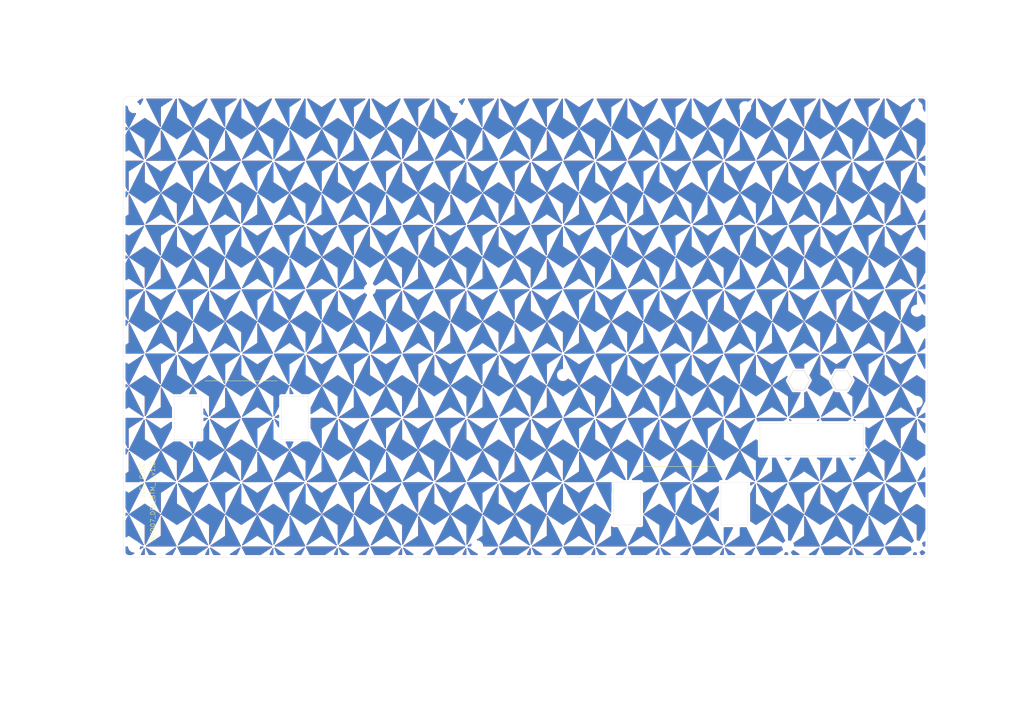
<source format=kicad_pcb>
(kicad_pcb (version 20241229) (generator "pcbnew") (generator_version "9.0")
  (layers (0 "F.Cu" signal) (2 "B.Cu" signal) (13 "F.Paste" user) (15 "B.Paste" user) (5 "F.SilkS" user "F.Silkscreen") (7 "B.SilkS" user "B.Silkscreen") (1 "F.Mask" user) (3 "B.Mask" user) (25 "Edge.Cuts" user))
  (net 0 "")
  (footprint "kbd_Hole:m2_Screw_Hole" (layer "F.Cu") (at 73.81875 92.86875)
    (property "Reference" "Ref**")
    (property "Value" "Val**")
    (pad "" np_thru_hole circle (at 0 0) (size 2.2 2.2) (drill 2.2) (layers "*.Cu" "*.Mask"))
  )
  (footprint "kbd_Hole:m2_Screw_Hole" (layer "F.Cu") (at 176.2125 190.5)
    (property "Reference" "Ref**")
    (property "Value" "Val**")
    (pad "" np_thru_hole circle (at 0 0) (size 2.2 2.2) (drill 2.2) (layers "*.Cu" "*.Mask"))
  )
  (footprint "kbd_Hole:m2_Screw_Hole" (layer "F.Cu") (at 97.63125 152.4)
    (property "Reference" "M4")
    (property "Value" "Mark")
    (pad "" np_thru_hole circle (at 0 0) (size 2.2 2.2) (drill 2.2) (layers "*.Cu" "*.Mask"))
  )
  (footprint "kbd_Hole:m2_Screw_Hole" (layer "F.Cu") (at 176.2125 138.1125)
    (property "Reference" "Ref**")
    (property "Value" "Val**")
    (pad "" np_thru_hole circle (at 0 0) (size 2.2 2.2) (drill 2.2) (layers "*.Cu" "*.Mask"))
  )
  (footprint "kbd_Hole:m2_Screw_Hole" (layer "F.Cu") (at 54.76875 133.35)
    (property "Reference" "M3")
    (property "Value" "Mark")
    (pad "" np_thru_hole circle (at 0 0) (size 2.2 2.2) (drill 2.2) (layers "*.Cu" "*.Mask"))
  )
  (footprint "kbd_Hole:m2_Screw_Hole" (layer "F.Cu") (at 2.38125 190.5)
    (property "Reference" "Ref**")
    (property "Value" "Val**")
    (pad "" np_thru_hole circle (at 0 0) (size 2.2 2.2) (drill 2.2) (layers "*.Cu" "*.Mask"))
  )
  (footprint "kbd_Hole:m2_Screw_Hole" (layer "F.Cu") (at 176.2125 179.784375)
    (property "Reference" "Ref**")
    (property "Value" "Val**")
    (pad "" np_thru_hole circle (at 0 0) (size 2.2 2.2) (drill 2.2) (layers "*.Cu" "*.Mask"))
  )
  (footprint "kbd_Hole:m2_Screw_Hole" (layer "F.Cu") (at 78.58125 190.5)
    (property "Reference" "Ref**")
    (property "Value" "Val**")
    (pad "" np_thru_hole circle (at 0 0) (size 2.2 2.2) (drill 2.2) (layers "*.Cu" "*.Mask"))
  )
  (footprint "kbd_Hole:m2_Spacer_Hole_hex" (layer "F.Cu") (at 150.01875 153.590625)
    (property "Reference" "Ref**")
    (property "Value" "Val**")
    (fp_line (start -2.4 0) (end -1.2 2.15) (stroke (width 0.1)) (layer "Edge.Cuts"))
    (fp_line (start -1.2 -2.15) (end -2.4 0) (stroke (width 0.1)) (layer "Edge.Cuts"))
    (fp_line (start -1.2 2.15) (end 1.2 2.15) (stroke (width 0.1)) (layer "Edge.Cuts"))
    (fp_line (start 1.2 -2.15) (end -1.2 -2.15) (stroke (width 0.1)) (layer "Edge.Cuts"))
    (fp_line (start 1.2 2.15) (end 2.4 0) (stroke (width 0.1)) (layer "Edge.Cuts"))
    (fp_line (start 2.4 0) (end 1.2 -2.15) (stroke (width 0.1)) (layer "Edge.Cuts"))
  )
  (footprint "kbd_Hole:m2_Screw_Hole" (layer "F.Cu") (at 138.1125 92.86875)
    (property "Reference" "Ref**")
    (property "Value" "Val**")
    (pad "" np_thru_hole circle (at 0 0) (size 2.2 2.2) (drill 2.2) (layers "*.Cu" "*.Mask"))
  )
  (footprint "kbd_Hole:m2_Screw_Hole" (layer "F.Cu") (at 2.38125 92.86875)
    (property "Reference" "Ref**")
    (property "Value" "Val**")
    (pad "" np_thru_hole circle (at 0 0) (size 2.2 2.2) (drill 2.2) (layers "*.Cu" "*.Mask"))
  )
  (footprint "kbd_Hole:m2_Spacer_Hole_hex" (layer "F.Cu") (at 159.54375 153.590625)
    (property "Reference" "Ref**")
    (property "Value" "Val**")
    (fp_line (start -2.4 0) (end -1.2 2.15) (stroke (width 0.1)) (layer "Edge.Cuts"))
    (fp_line (start -1.2 -2.15) (end -2.4 0) (stroke (width 0.1)) (layer "Edge.Cuts"))
    (fp_line (start -1.2 2.15) (end 1.2 2.15) (stroke (width 0.1)) (layer "Edge.Cuts"))
    (fp_line (start 1.2 -2.15) (end -1.2 -2.15) (stroke (width 0.1)) (layer "Edge.Cuts"))
    (fp_line (start 1.2 2.15) (end 2.4 0) (stroke (width 0.1)) (layer "Edge.Cuts"))
    (fp_line (start 2.4 0) (end 1.2 -2.15) (stroke (width 0.1)) (layer "Edge.Cuts"))
  )
  (footprint "kbd_Hole:m2_Screw_Hole" (layer "F.Cu") (at 147.6375 190.5)
    (property "Reference" "Ref**")
    (property "Value" "Val**")
    (pad "" np_thru_hole circle (at 0 0) (size 2.2 2.2) (drill 2.2) (layers "*.Cu" "*.Mask"))
  )
  (footprint "kbd_Hole:m2_Screw_Hole" (layer "F.Cu") (at 176.2125 92.86875)
    (property "Reference" "Ref**")
    (property "Value" "Val**")
    (pad "" np_thru_hole circle (at 0 0) (size 2.2 2.2) (drill 2.2) (layers "*.Cu" "*.Mask"))
  )
  (footprint "kbd_Hole:m2_Screw_Hole" (layer "F.Cu") (at 176.2125 158.353125)
    (property "Reference" "Ref**")
    (property "Value" "Val**")
    (pad "" np_thru_hole circle (at 0 0) (size 2.2 2.2) (drill 2.2) (layers "*.Cu" "*.Mask"))
  )
  (footprint "Rikkodo_FootPrint:rkd_Bot_ChocV2_2u_X" (layer "F.Cu") (at 123.82505 180.975 180)
    (property "Reference" "SW25" (hide yes))
    (property "Value" "SW_Push" (hide yes))
    (fp_line (start 14.9 4.7625) (end 14.9 -4.7625) (stroke (width 0.05)) (layer "Edge.Cuts"))
    (fp_line (start 14.9 -4.7625) (end 8.9 -4.7625) (stroke (width 0.05)) (layer "Edge.Cuts"))
    (fp_line (start 8.9 4.7625) (end 14.9 4.7625) (stroke (width 0.05)) (layer "Edge.Cuts"))
    (fp_line (start 8.9 -4.7625) (end 8.9 4.7625) (stroke (width 0.05)) (layer "Edge.Cuts"))
    (fp_line (start -8.9 4.7625) (end -8.9 -4.7625) (stroke (width 0.05)) (layer "Edge.Cuts"))
    (fp_line (start -14.9 4.7625) (end -8.9 4.7625) (stroke (width 0.05)) (layer "Edge.Cuts"))
    (fp_line (start -14.9 -4.7625) (end -8.9 -4.7625) (stroke (width 0.05)) (layer "Edge.Cuts"))
    (fp_line (start -14.9 -4.7625) (end -14.9 4.7625) (stroke (width 0.05)) (layer "Edge.Cuts"))
  )
  (footprint "Rikkodo_FootPrint:rkd_Bot_ChocV2_2u_X" (layer "F.Cu") (at 26.19375 161.925 180)
    (property "Reference" "SW4" (hide yes))
    (property "Value" "SW_Push" (hide yes))
    (fp_line (start 14.9 4.7625) (end 14.9 -4.7625) (stroke (width 0.05)) (layer "Edge.Cuts"))
    (fp_line (start 14.9 -4.7625) (end 8.9 -4.7625) (stroke (width 0.05)) (layer "Edge.Cuts"))
    (fp_line (start 8.9 4.7625) (end 14.9 4.7625) (stroke (width 0.05)) (layer "Edge.Cuts"))
    (fp_line (start 8.9 -4.7625) (end 8.9 4.7625) (stroke (width 0.05)) (layer "Edge.Cuts"))
    (fp_line (start -8.9 4.7625) (end -8.9 -4.7625) (stroke (width 0.05)) (layer "Edge.Cuts"))
    (fp_line (start -14.9 4.7625) (end -8.9 4.7625) (stroke (width 0.05)) (layer "Edge.Cuts"))
    (fp_line (start -14.9 -4.7625) (end -8.9 -4.7625) (stroke (width 0.05)) (layer "Edge.Cuts"))
    (fp_line (start -14.9 -4.7625) (end -14.9 4.7625) (stroke (width 0.05)) (layer "Edge.Cuts"))
  )
  (gr_line (start 1.190627 90.478123) (end 177.403125 90.478123) (stroke (width 0.05)) (layer "Edge.Cuts"))
  (gr_line (start 0.000003 91.668748) (end 0.000135 191.690625) (stroke (width 0.05)) (layer "Edge.Cuts"))
  (gr_arc (start 1.19076 192.881115) (mid 0.348814 192.532421) (end 0.000135 191.69049) (stroke (width 0.05)) (layer "Edge.Cuts"))
  (gr_line (start 178.59375 91.678125) (end 178.59375 191.690625) (stroke (width 0.05)) (layer "Edge.Cuts"))
  (gr_arc (start 177.403125 90.478123) (mid 178.251655 90.829595) (end 178.603127 91.678125) (stroke (width 0.05)) (layer "Edge.Cuts"))
  (gr_line (start 1.190625 192.881115) (end 177.403125 192.881115) (stroke (width 0.05)) (layer "Edge.Cuts"))
  (gr_rect (start 141.3866 163.115488) (end 164.30625 170.259375) (stroke (width 0.05)) (fill no) (layer "Edge.Cuts"))
  (gr_arc (start 0.000002 91.668748) (mid 0.34873 90.826858) (end 1.190627 90.478123) (stroke (width 0.05)) (layer "Edge.Cuts"))
  (gr_arc (start 178.59375 191.690625) (mid 178.245024 192.532524) (end 177.403125 192.88125) (stroke (width 0.05)) (layer "Edge.Cuts"))
  (gr_text "RKD07_DBL_BTM_L_v1.0" (at 7.14375 189.309375 90) (layer "F.SilkS") (effects (font (size 1 1) (thickness 0.1)) (justify left bottom)))
  (gr_text "JLCJLCJLC\n" (at 4.7625 179.784375 90) (layer "F.SilkS") (effects (font (size 1 1) (thickness 0.1)) (justify left bottom)))
  (zone (net 0) (net_name "") (layers "F.Cu" "B.Cu") (name "deco") (connect_pads (clearance 0)) (min_thickness 0.25)
    (keepout (tracks allowed) (vias allowed) (pads allowed) (copperpour not_allowed) (footprints allowed))
    (fill (thermal_gap 0.5) (thermal_bridge_width 0.5))
    (polygon (pts (xy 147.6375 190.5) (xy 151.209375 188.11875) (xy 151.209375 183.35625)))
  )
  (zone (net 0) (net_name "") (layers "F.Cu" "B.Cu") (name "deco") (connect_pads (clearance 0)) (min_thickness 0.25)
    (keepout (tracks allowed) (vias allowed) (pads allowed) (copperpour not_allowed) (footprints allowed))
    (fill (thermal_gap 0.5) (thermal_bridge_width 0.5))
    (polygon (pts (xy 183.356249 147.6375) (xy 179.784374 150.01875) (xy 179.784374 154.78125)))
  )
  (zone (net 0) (net_name "") (layers "F.Cu" "B.Cu") (name "deco") (connect_pads (clearance 0)) (min_thickness 0.25)
    (keepout (tracks allowed) (vias allowed) (pads allowed) (copperpour not_allowed) (footprints allowed))
    (fill (thermal_gap 0.5) (thermal_bridge_width 0.5))
    (polygon (pts (xy 172.640624 111.91875) (xy 176.212499 114.3) (xy 179.784374 111.91875) (xy 176.212499 119.0625)))
  )
  (zone (net 0) (net_name "") (layers "F.Cu" "B.Cu") (name "deco") (connect_pads (clearance 0)) (min_thickness 0.25)
    (keepout (tracks allowed) (vias allowed) (pads allowed) (copperpour not_allowed) (footprints allowed))
    (fill (thermal_gap 0.5) (thermal_bridge_width 0.5))
    (polygon (pts (xy -23.8125 223.8375) (xy -20.240625 226.21875) (xy -23.8125 219.075)))
  )
  (zone (net 0) (net_name "") (layers "F.Cu" "B.Cu") (name "deco") (connect_pads (clearance 0)) (min_thickness 0.25)
    (keepout (tracks allowed) (vias allowed) (pads allowed) (copperpour not_allowed) (footprints allowed))
    (fill (thermal_gap 0.5) (thermal_bridge_width 0.5))
    (polygon (pts (xy -20.240625 97.63125) (xy -23.8125 95.25) (xy -27.384374 97.63125) (xy -23.8125 90.487501)))
  )
  (zone (net 0) (net_name "") (layers "F.Cu" "B.Cu") (name "deco") (connect_pads (clearance 0)) (min_thickness 0.25)
    (keepout (tracks allowed) (vias allowed) (pads allowed) (copperpour not_allowed) (footprints allowed))
    (fill (thermal_gap 0.5) (thermal_bridge_width 0.5))
    (polygon (pts (xy 76.199999 166.6875) (xy 79.771874 169.06875) (xy 76.199999 161.925)))
  )
  (zone (net 0) (net_name "") (layers "F.Cu" "B.Cu") (name "deco") (connect_pads (clearance 0)) (min_thickness 0.25)
    (keepout (tracks allowed) (vias allowed) (pads allowed) (copperpour not_allowed) (footprints allowed))
    (fill (thermal_gap 0.5) (thermal_bridge_width 0.5))
    (polygon (pts (xy 29.765625 226.21875) (xy 26.19375 223.8375) (xy 22.621876 226.21875) (xy 26.19375 219.075001)))
  )
  (zone (net 0) (net_name "") (layers "F.Cu" "B.Cu") (name "deco") (connect_pads (clearance 0)) (min_thickness 0.25)
    (keepout (tracks allowed) (vias allowed) (pads allowed) (copperpour not_allowed) (footprints allowed))
    (fill (thermal_gap 0.5) (thermal_bridge_width 0.5))
    (polygon (pts (xy 147.6375 219.075) (xy 144.065625 216.69375) (xy 140.49375 219.075)))
  )
  (zone (net 0) (net_name "") (layers "F.Cu" "B.Cu") (name "deco") (connect_pads (clearance 0)) (min_thickness 0.25)
    (keepout (tracks allowed) (vias allowed) (pads allowed) (copperpour not_allowed) (footprints allowed))
    (fill (thermal_gap 0.5) (thermal_bridge_width 0.5))
    (polygon (pts (xy 147.6375 185.7375) (xy 144.065625 183.35625) (xy 147.6375 190.5)))
  )
  (zone (net 0) (net_name "") (layers "F.Cu" "B.Cu") (name "deco") (connect_pads (clearance 0)) (min_thickness 0.25)
    (keepout (tracks allowed) (vias allowed) (pads allowed) (copperpour not_allowed) (footprints allowed))
    (fill (thermal_gap 0.5) (thermal_bridge_width 0.5))
    (polygon (pts (xy -27.384375 197.64375) (xy -23.8125 200.025) (xy -20.240625 197.64375) (xy -23.8125 204.7875)))
  )
  (zone (net 0) (net_name "") (layers "F.Cu" "B.Cu") (name "deco") (connect_pads (clearance 0)) (min_thickness 0.25)
    (keepout (tracks allowed) (vias allowed) (pads allowed) (copperpour not_allowed) (footprints allowed))
    (fill (thermal_gap 0.5) (thermal_bridge_width 0.5))
    (polygon (pts (xy 90.487499 161.925) (xy 94.059374 159.54375) (xy 94.059374 154.78125)))
  )
  (zone (net 0) (net_name "") (layers "F.Cu" "B.Cu") (name "deco") (connect_pads (clearance 0)) (min_thickness 0.25)
    (keepout (tracks allowed) (vias allowed) (pads allowed) (copperpour not_allowed) (footprints allowed))
    (fill (thermal_gap 0.5) (thermal_bridge_width 0.5))
    (polygon (pts (xy 111.91875 176.2125) (xy 108.346875 173.83125) (xy 104.775 176.2125)))
  )
  (zone (net 0) (net_name "") (layers "F.Cu" "B.Cu") (name "deco") (connect_pads (clearance 0)) (min_thickness 0.25)
    (keepout (tracks allowed) (vias allowed) (pads allowed) (copperpour not_allowed) (footprints allowed))
    (fill (thermal_gap 0.5) (thermal_bridge_width 0.5))
    (polygon (pts (xy 90.487499 133.35) (xy 86.915624 130.96875) (xy 83.343749 133.35)))
  )
  (zone (net 0) (net_name "") (layers "F.Cu" "B.Cu") (name "deco") (connect_pads (clearance 0)) (min_thickness 0.25)
    (keepout (tracks allowed) (vias allowed) (pads allowed) (copperpour not_allowed) (footprints allowed))
    (fill (thermal_gap 0.5) (thermal_bridge_width 0.5))
    (polygon (pts (xy 183.35625 176.2125) (xy 186.928125 178.59375) (xy 190.5 176.2125)))
  )
  (zone (net 0) (net_name "") (layers "F.Cu" "B.Cu") (name "deco") (connect_pads (clearance 0)) (min_thickness 0.25)
    (keepout (tracks allowed) (vias allowed) (pads allowed) (copperpour not_allowed) (footprints allowed))
    (fill (thermal_gap 0.5) (thermal_bridge_width 0.5))
    (polygon (pts (xy 161.924999 161.925) (xy 165.496874 159.54375) (xy 165.496874 154.78125)))
  )
  (zone (net 0) (net_name "") (layers "F.Cu" "B.Cu") (name "deco") (connect_pads (clearance 0)) (min_thickness 0.25)
    (keepout (tracks allowed) (vias allowed) (pads allowed) (copperpour not_allowed) (footprints allowed))
    (fill (thermal_gap 0.5) (thermal_bridge_width 0.5))
    (polygon (pts (xy 104.775 109.5375) (xy 108.346875 111.91875) (xy 104.775 104.775)))
  )
  (zone (net 0) (net_name "") (layers "F.Cu" "B.Cu") (name "deco") (connect_pads (clearance 0)) (min_thickness 0.25)
    (keepout (tracks allowed) (vias allowed) (pads allowed) (copperpour not_allowed) (footprints allowed))
    (fill (thermal_gap 0.5) (thermal_bridge_width 0.5))
    (polygon (pts (xy 76.199999 161.925) (xy 72.628124 164.30625) (xy 72.628124 169.06875)))
  )
  (zone (net 0) (net_name "") (layers "F.Cu" "B.Cu") (name "deco") (connect_pads (clearance 0)) (min_thickness 0.25)
    (keepout (tracks allowed) (vias allowed) (pads allowed) (copperpour not_allowed) (footprints allowed))
    (fill (thermal_gap 0.5) (thermal_bridge_width 0.5))
    (polygon (pts (xy 33.3375 71.4375) (xy 29.765625 69.05625) (xy 33.3375 76.2)))
  )
  (zone (net 0) (net_name "") (layers "F.Cu" "B.Cu") (name "deco") (connect_pads (clearance 0)) (min_thickness 0.25)
    (keepout (tracks allowed) (vias allowed) (pads allowed) (copperpour not_allowed) (footprints allowed))
    (fill (thermal_gap 0.5) (thermal_bridge_width 0.5))
    (polygon (pts (xy 133.35 71.4375) (xy 129.778125 69.05625) (xy 133.35 76.2)))
  )
  (zone (net 0) (net_name "") (layers "F.Cu" "B.Cu") (name "deco") (connect_pads (clearance 0)) (min_thickness 0.25)
    (keepout (tracks allowed) (vias allowed) (pads allowed) (copperpour not_allowed) (footprints allowed))
    (fill (thermal_gap 0.5) (thermal_bridge_width 0.5))
    (polygon (pts (xy 8.334375 211.93125) (xy 4.7625 209.55) (xy 1.190626 211.93125) (xy 4.7625 204.787501)))
  )
  (zone (net 0) (net_name "") (layers "F.Cu" "B.Cu") (name "deco") (connect_pads (clearance 0)) (min_thickness 0.25)
    (keepout (tracks allowed) (vias allowed) (pads allowed) (copperpour not_allowed) (footprints allowed))
    (fill (thermal_gap 0.5) (thermal_bridge_width 0.5))
    (polygon (pts (xy 90.4875 219.075) (xy 94.059375 216.69375) (xy 94.059375 211.93125)))
  )
  (zone (net 0) (net_name "") (layers "F.Cu" "B.Cu") (name "deco") (connect_pads (clearance 0)) (min_thickness 0.25)
    (keepout (tracks allowed) (vias allowed) (pads allowed) (copperpour not_allowed) (footprints allowed))
    (fill (thermal_gap 0.5) (thermal_bridge_width 0.5))
    (polygon (pts (xy 183.35625 204.7875) (xy 179.784375 207.16875) (xy 179.784375 211.93125)))
  )
  (zone (net 0) (net_name "") (layers "F.Cu" "B.Cu") (name "deco") (connect_pads (clearance 0)) (min_thickness 0.25)
    (keepout (tracks allowed) (vias allowed) (pads allowed) (copperpour not_allowed) (footprints allowed))
    (fill (thermal_gap 0.5) (thermal_bridge_width 0.5))
    (polygon (pts (xy -2.38125 176.2125) (xy -5.953125 178.59375) (xy -5.953125 183.35625)))
  )
  (zone (net 0) (net_name "") (layers "F.Cu" "B.Cu") (name "deco") (connect_pads (clearance 0)) (min_thickness 0.25)
    (keepout (tracks allowed) (vias allowed) (pads allowed) (copperpour not_allowed) (footprints allowed))
    (fill (thermal_gap 0.5) (thermal_bridge_width 0.5))
    (polygon (pts (xy 115.490625 197.64375) (xy 119.0625 200.025) (xy 122.634375 197.64375) (xy 119.0625 204.7875)))
  )
  (zone (net 0) (net_name "") (layers "F.Cu" "B.Cu") (name "deco") (connect_pads (clearance 0)) (min_thickness 0.25)
    (keepout (tracks allowed) (vias allowed) (pads allowed) (copperpour not_allowed) (footprints allowed))
    (fill (thermal_gap 0.5) (thermal_bridge_width 0.5))
    (polygon (pts (xy 19.05 109.5375) (xy 22.621875 111.91875) (xy 19.05 104.775)))
  )
  (zone (net 0) (net_name "") (layers "F.Cu" "B.Cu") (name "deco") (connect_pads (clearance 0)) (min_thickness 0.25)
    (keepout (tracks allowed) (vias allowed) (pads allowed) (copperpour not_allowed) (footprints allowed))
    (fill (thermal_gap 0.5) (thermal_bridge_width 0.5))
    (polygon (pts (xy 176.2125 223.8375) (xy 179.784375 226.21875) (xy 176.2125 219.075)))
  )
  (zone (net 0) (net_name "") (layers "F.Cu" "B.Cu") (name "deco") (connect_pads (clearance 0)) (min_thickness 0.25)
    (keepout (tracks allowed) (vias allowed) (pads allowed) (copperpour not_allowed) (footprints allowed))
    (fill (thermal_gap 0.5) (thermal_bridge_width 0.5))
    (polygon (pts (xy 115.490624 140.49375) (xy 119.062499 142.875) (xy 122.634374 140.49375) (xy 119.062499 147.6375)))
  )
  (zone (net 0) (net_name "") (layers "F.Cu" "B.Cu") (name "deco") (connect_pads (clearance 0)) (min_thickness 0.25)
    (keepout (tracks allowed) (vias allowed) (pads allowed) (copperpour not_allowed) (footprints allowed))
    (fill (thermal_gap 0.5) (thermal_bridge_width 0.5))
    (polygon (pts (xy 58.340624 140.49375) (xy 54.768749 138.1125) (xy 51.196875 140.49375) (xy 54.768749 133.350001)))
  )
  (zone (net 0) (net_name "") (layers "F.Cu" "B.Cu") (name "deco") (connect_pads (clearance 0)) (min_thickness 0.25)
    (keepout (tracks allowed) (vias allowed) (pads allowed) (copperpour not_allowed) (footprints allowed))
    (fill (thermal_gap 0.5) (thermal_bridge_width 0.5))
    (polygon (pts (xy 119.062499 133.35) (xy 122.634374 135.73125) (xy 126.206249 133.35)))
  )
  (zone (net 0) (net_name "") (layers "F.Cu" "B.Cu") (name "deco") (connect_pads (clearance 0)) (min_thickness 0.25)
    (keepout (tracks allowed) (vias allowed) (pads allowed) (copperpour not_allowed) (footprints allowed))
    (fill (thermal_gap 0.5) (thermal_bridge_width 0.5))
    (polygon (pts (xy 83.343749 114.3) (xy 79.771874 111.91875) (xy 83.343749 119.0625)))
  )
  (zone (net 0) (net_name "") (layers "F.Cu" "B.Cu") (name "deco") (connect_pads (clearance 0)) (min_thickness 0.25)
    (keepout (tracks allowed) (vias allowed) (pads allowed) (copperpour not_allowed) (footprints allowed))
    (fill (thermal_gap 0.5) (thermal_bridge_width 0.5))
    (polygon (pts (xy 161.925 100.0125) (xy 158.353125 97.63125) (xy 161.925 104.775)))
  )
  (zone (net 0) (net_name "") (layers "F.Cu" "B.Cu") (name "deco") (connect_pads (clearance 0)) (min_thickness 0.25)
    (keepout (tracks allowed) (vias allowed) (pads allowed) (copperpour not_allowed) (footprints allowed))
    (fill (thermal_gap 0.5) (thermal_bridge_width 0.5))
    (polygon (pts (xy 4.762499 133.35) (xy 1.190624 135.73125) (xy 1.190624 140.49375)))
  )
  (zone (net 0) (net_name "") (layers "F.Cu" "B.Cu") (name "deco") (connect_pads (clearance 0)) (min_thickness 0.25)
    (keepout (tracks allowed) (vias allowed) (pads allowed) (copperpour not_allowed) (footprints allowed))
    (fill (thermal_gap 0.5) (thermal_bridge_width 0.5))
    (polygon (pts (xy 126.20625 85.725) (xy 122.634375 83.34375) (xy 126.20625 90.4875)))
  )
  (zone (net 0) (net_name "") (layers "F.Cu" "B.Cu") (name "deco") (connect_pads (clearance 0)) (min_thickness 0.25)
    (keepout (tracks allowed) (vias allowed) (pads allowed) (copperpour not_allowed) (footprints allowed))
    (fill (thermal_gap 0.5) (thermal_bridge_width 0.5))
    (polygon (pts (xy 169.068749 147.6375) (xy 172.640624 150.01875) (xy 176.212499 147.6375)))
  )
  (zone (net 0) (net_name "") (layers "F.Cu" "B.Cu") (name "deco") (connect_pads (clearance 0)) (min_thickness 0.25)
    (keepout (tracks allowed) (vias allowed) (pads allowed) (copperpour not_allowed) (footprints allowed))
    (fill (thermal_gap 0.5) (thermal_bridge_width 0.5))
    (polygon (pts (xy 26.193749 119.0625) (xy 29.765624 116.68125) (xy 29.765624 111.91875)))
  )
  (zone (net 0) (net_name "") (layers "F.Cu" "B.Cu") (name "deco") (connect_pads (clearance 0)) (min_thickness 0.25)
    (keepout (tracks allowed) (vias allowed) (pads allowed) (copperpour not_allowed) (footprints allowed))
    (fill (thermal_gap 0.5) (thermal_bridge_width 0.5))
    (polygon (pts (xy -23.812501 166.6875) (xy -20.240626 169.06875) (xy -23.812501 161.925)))
  )
  (zone (net 0) (net_name "") (layers "F.Cu" "B.Cu") (name "deco") (connect_pads (clearance 0)) (min_thickness 0.25)
    (keepout (tracks allowed) (vias allowed) (pads allowed) (copperpour not_allowed) (footprints allowed))
    (fill (thermal_gap 0.5) (thermal_bridge_width 0.5))
    (polygon (pts (xy 19.05 71.4375) (xy 15.478125 69.05625) (xy 19.05 76.2)))
  )
  (zone (net 0) (net_name "") (layers "F.Cu" "B.Cu") (name "deco") (connect_pads (clearance 0)) (min_thickness 0.25)
    (keepout (tracks allowed) (vias allowed) (pads allowed) (copperpour not_allowed) (footprints allowed))
    (fill (thermal_gap 0.5) (thermal_bridge_width 0.5))
    (polygon (pts (xy 190.5 223.8375) (xy 194.071875 226.21875) (xy 190.5 219.075)))
  )
  (zone (net 0) (net_name "") (layers "F.Cu" "B.Cu") (name "deco") (connect_pads (clearance 0)) (min_thickness 0.25)
    (keepout (tracks allowed) (vias allowed) (pads allowed) (copperpour not_allowed) (footprints allowed))
    (fill (thermal_gap 0.5) (thermal_bridge_width 0.5))
    (polygon (pts (xy -9.525001 161.925) (xy -13.096876 159.54375) (xy -16.668751 161.925)))
  )
  (zone (net 0) (net_name "") (layers "F.Cu" "B.Cu") (name "deco") (connect_pads (clearance 0)) (min_thickness 0.25)
    (keepout (tracks allowed) (vias allowed) (pads allowed) (copperpour not_allowed) (footprints allowed))
    (fill (thermal_gap 0.5) (thermal_bridge_width 0.5))
    (polygon (pts (xy -27.384376 140.49375) (xy -23.812501 142.875) (xy -20.240626 140.49375) (xy -23.812501 147.6375)))
  )
  (zone (net 0) (net_name "") (layers "F.Cu" "B.Cu") (name "deco") (connect_pads (clearance 0)) (min_thickness 0.25)
    (keepout (tracks allowed) (vias allowed) (pads allowed) (copperpour not_allowed) (footprints allowed))
    (fill (thermal_gap 0.5) (thermal_bridge_width 0.5))
    (polygon (pts (xy 33.3375 190.5) (xy 36.909375 192.88125) (xy 40.48125 190.5)))
  )
  (zone (net 0) (net_name "") (layers "F.Cu" "B.Cu") (name "deco") (connect_pads (clearance 0)) (min_thickness 0.25)
    (keepout (tracks allowed) (vias allowed) (pads allowed) (copperpour not_allowed) (footprints allowed))
    (fill (thermal_gap 0.5) (thermal_bridge_width 0.5))
    (polygon (pts (xy 15.478125 197.64375) (xy 19.05 200.025) (xy 22.621875 197.64375) (xy 19.05 204.7875)))
  )
  (zone (net 0) (net_name "") (layers "F.Cu" "B.Cu") (name "deco") (connect_pads (clearance 0)) (min_thickness 0.25)
    (keepout (tracks allowed) (vias allowed) (pads allowed) (copperpour not_allowed) (footprints allowed))
    (fill (thermal_gap 0.5) (thermal_bridge_width 0.5))
    (polygon (pts (xy -5.953125 211.93125) (xy -9.525 209.55) (xy -13.096874 211.93125) (xy -9.525 204.787501)))
  )
  (zone (net 0) (net_name "") (layers "F.Cu" "B.Cu") (name "deco") (connect_pads (clearance 0)) (min_thickness 0.25)
    (keepout (tracks allowed) (vias allowed) (pads allowed) (copperpour not_allowed) (footprints allowed))
    (fill (thermal_gap 0.5) (thermal_bridge_width 0.5))
    (polygon (pts (xy -16.66875 176.2125) (xy -20.240625 178.59375) (xy -20.240625 183.35625)))
  )
  (zone (net 0) (net_name "") (layers "F.Cu" "B.Cu") (name "deco") (connect_pads (clearance 0)) (min_thickness 0.25)
    (keepout (tracks allowed) (vias allowed) (pads allowed) (copperpour not_allowed) (footprints allowed))
    (fill (thermal_gap 0.5) (thermal_bridge_width 0.5))
    (polygon (pts (xy 76.199999 157.1625) (xy 72.628124 154.78125) (xy 76.199999 161.925)))
  )
  (zone (net 0) (net_name "") (layers "F.Cu" "B.Cu") (name "deco") (connect_pads (clearance 0)) (min_thickness 0.25)
    (keepout (tracks allowed) (vias allowed) (pads allowed) (copperpour not_allowed) (footprints allowed))
    (fill (thermal_gap 0.5) (thermal_bridge_width 0.5))
    (polygon (pts (xy -13.096876 169.06875) (xy -16.668751 166.6875) (xy -20.240625 169.06875) (xy -16.668751 161.925001)))
  )
  (zone (net 0) (net_name "") (layers "F.Cu" "B.Cu") (name "deco") (connect_pads (clearance 0)) (min_thickness 0.25)
    (keepout (tracks allowed) (vias allowed) (pads allowed) (copperpour not_allowed) (footprints allowed))
    (fill (thermal_gap 0.5) (thermal_bridge_width 0.5))
    (polygon (pts (xy 69.05625 90.4875) (xy 72.628125 88.10625) (xy 72.628125 83.34375)))
  )
  (zone (net 0) (net_name "") (layers "F.Cu" "B.Cu") (name "deco") (connect_pads (clearance 0)) (min_thickness 0.25)
    (keepout (tracks allowed) (vias allowed) (pads allowed) (copperpour not_allowed) (footprints allowed))
    (fill (thermal_gap 0.5) (thermal_bridge_width 0.5))
    (polygon (pts (xy 15.478125 111.91875) (xy 11.90625 109.5375) (xy 8.334376 111.91875) (xy 11.90625 104.775001)))
  )
  (zone (net 0) (net_name "") (layers "F.Cu" "B.Cu") (name "deco") (connect_pads (clearance 0)) (min_thickness 0.25)
    (keepout (tracks allowed) (vias allowed) (pads allowed) (copperpour not_allowed) (footprints allowed))
    (fill (thermal_gap 0.5) (thermal_bridge_width 0.5))
    (polygon (pts (xy 69.056249 147.6375) (xy 65.484374 150.01875) (xy 65.484374 154.78125)))
  )
  (zone (net 0) (net_name "") (layers "F.Cu" "B.Cu") (name "deco") (connect_pads (clearance 0)) (min_thickness 0.25)
    (keepout (tracks allowed) (vias allowed) (pads allowed) (copperpour not_allowed) (footprints allowed))
    (fill (thermal_gap 0.5) (thermal_bridge_width 0.5))
    (polygon (pts (xy 83.34375 200.025) (xy 79.771875 197.64375) (xy 83.34375 204.7875)))
  )
  (zone (net 0) (net_name "") (layers "F.Cu" "B.Cu") (name "deco") (connect_pads (clearance 0)) (min_thickness 0.25)
    (keepout (tracks allowed) (vias allowed) (pads allowed) (copperpour not_allowed) (footprints allowed))
    (fill (thermal_gap 0.5) (thermal_bridge_width 0.5))
    (polygon (pts (xy 40.481249 119.0625) (xy 36.909374 116.68125) (xy 33.337499 119.0625)))
  )
  (zone (net 0) (net_name "") (layers "F.Cu" "B.Cu") (name "deco") (connect_pads (clearance 0)) (min_thickness 0.25)
    (keepout (tracks allowed) (vias allowed) (pads allowed) (copperpour not_allowed) (footprints allowed))
    (fill (thermal_gap 0.5) (thermal_bridge_width 0.5))
    (polygon (pts (xy 144.065625 111.91875) (xy 140.49375 109.5375) (xy 136.921876 111.91875) (xy 140.49375 104.775001)))
  )
  (zone (net 0) (net_name "") (layers "F.Cu" "B.Cu") (name "deco") (connect_pads (clearance 0)) (min_thickness 0.25)
    (keepout (tracks allowed) (vias allowed) (pads allowed) (copperpour not_allowed) (footprints allowed))
    (fill (thermal_gap 0.5) (thermal_bridge_width 0.5))
    (polygon (pts (xy 147.6375 195.2625) (xy 151.209375 197.64375) (xy 147.6375 190.5)))
  )
  (zone (net 0) (net_name "") (layers "F.Cu" "B.Cu") (name "deco") (connect_pads (clearance 0)) (min_thickness 0.25)
    (keepout (tracks allowed) (vias allowed) (pads allowed) (copperpour not_allowed) (footprints allowed))
    (fill (thermal_gap 0.5) (thermal_bridge_width 0.5))
    (polygon (pts (xy 19.05 104.775) (xy 22.621875 102.39375) (xy 22.621875 97.63125)))
  )
  (zone (net 0) (net_name "") (layers "F.Cu" "B.Cu") (name "deco") (connect_pads (clearance 0)) (min_thickness 0.25)
    (keepout (tracks allowed) (vias allowed) (pads allowed) (copperpour not_allowed) (footprints allowed))
    (fill (thermal_gap 0.5) (thermal_bridge_width 0.5))
    (polygon (pts (xy 97.63125 180.975) (xy 101.203125 183.35625) (xy 97.63125 176.2125)))
  )
  (zone (net 0) (net_name "") (layers "F.Cu" "B.Cu") (name "deco") (connect_pads (clearance 0)) (min_thickness 0.25)
    (keepout (tracks allowed) (vias allowed) (pads allowed) (copperpour not_allowed) (footprints allowed))
    (fill (thermal_gap 0.5) (thermal_bridge_width 0.5))
    (polygon (pts (xy 33.3375 223.8375) (xy 36.909375 226.21875) (xy 33.3375 219.075)))
  )
  (zone (net 0) (net_name "") (layers "F.Cu" "B.Cu") (name "deco") (connect_pads (clearance 0)) (min_thickness 0.25)
    (keepout (tracks allowed) (vias allowed) (pads allowed) (copperpour not_allowed) (footprints allowed))
    (fill (thermal_gap 0.5) (thermal_bridge_width 0.5))
    (polygon (pts (xy 4.7625 190.5) (xy 1.190625 192.88125) (xy 1.190625 197.64375)))
  )
  (zone (net 0) (net_name "") (layers "F.Cu" "B.Cu") (name "deco") (connect_pads (clearance 0)) (min_thickness 0.25)
    (keepout (tracks allowed) (vias allowed) (pads allowed) (copperpour not_allowed) (footprints allowed))
    (fill (thermal_gap 0.5) (thermal_bridge_width 0.5))
    (polygon (pts (xy 136.921875 183.35625) (xy 133.35 180.975) (xy 129.778126 183.35625) (xy 133.35 176.212501)))
  )
  (zone (net 0) (net_name "") (layers "F.Cu" "B.Cu") (name "deco") (connect_pads (clearance 0)) (min_thickness 0.25)
    (keepout (tracks allowed) (vias allowed) (pads allowed) (copperpour not_allowed) (footprints allowed))
    (fill (thermal_gap 0.5) (thermal_bridge_width 0.5))
    (polygon (pts (xy -5.953126 126.20625) (xy -2.381251 128.5875) (xy 1.190624 126.20625) (xy -2.381251 133.35)))
  )
  (zone (net 0) (net_name "") (layers "F.Cu" "B.Cu") (name "deco") (connect_pads (clearance 0)) (min_thickness 0.25)
    (keepout (tracks allowed) (vias allowed) (pads allowed) (copperpour not_allowed) (footprints allowed))
    (fill (thermal_gap 0.5) (thermal_bridge_width 0.5))
    (polygon (pts (xy 119.0625 109.5375) (xy 122.634375 111.91875) (xy 119.0625 104.775)))
  )
  (zone (net 0) (net_name "") (layers "F.Cu" "B.Cu") (name "deco") (connect_pads (clearance 0)) (min_thickness 0.25)
    (keepout (tracks allowed) (vias allowed) (pads allowed) (copperpour not_allowed) (footprints allowed))
    (fill (thermal_gap 0.5) (thermal_bridge_width 0.5))
    (polygon (pts (xy 47.625 76.2) (xy 44.053125 73.81875) (xy 40.48125 76.2)))
  )
  (zone (net 0) (net_name "") (layers "F.Cu" "B.Cu") (name "deco") (connect_pads (clearance 0)) (min_thickness 0.25)
    (keepout (tracks allowed) (vias allowed) (pads allowed) (copperpour not_allowed) (footprints allowed))
    (fill (thermal_gap 0.5) (thermal_bridge_width 0.5))
    (polygon (pts (xy 119.062499 133.35) (xy 115.490624 130.96875) (xy 111.918749 133.35)))
  )
  (zone (net 0) (net_name "") (layers "F.Cu" "B.Cu") (name "deco") (connect_pads (clearance 0)) (min_thickness 0.25)
    (keepout (tracks allowed) (vias allowed) (pads allowed) (copperpour not_allowed) (footprints allowed))
    (fill (thermal_gap 0.5) (thermal_bridge_width 0.5))
    (polygon (pts (xy 33.3375 76.2) (xy 36.909375 78.58125) (xy 40.48125 76.2)))
  )
  (zone (net 0) (net_name "") (layers "F.Cu" "B.Cu") (name "deco") (connect_pads (clearance 0)) (min_thickness 0.25)
    (keepout (tracks allowed) (vias allowed) (pads allowed) (copperpour not_allowed) (footprints allowed))
    (fill (thermal_gap 0.5) (thermal_bridge_width 0.5))
    (polygon (pts (xy 61.9125 100.0125) (xy 58.340625 97.63125) (xy 61.9125 104.775)))
  )
  (zone (net 0) (net_name "") (layers "F.Cu" "B.Cu") (name "deco") (connect_pads (clearance 0)) (min_thickness 0.25)
    (keepout (tracks allowed) (vias allowed) (pads allowed) (copperpour not_allowed) (footprints allowed))
    (fill (thermal_gap 0.5) (thermal_bridge_width 0.5))
    (polygon (pts (xy 69.056249 147.6375) (xy 65.484374 145.25625) (xy 61.912499 147.6375)))
  )
  (zone (net 0) (net_name "") (layers "F.Cu" "B.Cu") (name "deco") (connect_pads (clearance 0)) (min_thickness 0.25)
    (keepout (tracks allowed) (vias allowed) (pads allowed) (copperpour not_allowed) (footprints allowed))
    (fill (thermal_gap 0.5) (thermal_bridge_width 0.5))
    (polygon (pts (xy 86.915624 169.06875) (xy 83.343749 166.6875) (xy 79.771875 169.06875) (xy 83.343749 161.925001)))
  )
  (zone (net 0) (net_name "") (layers "F.Cu" "B.Cu") (name "deco") (connect_pads (clearance 0)) (min_thickness 0.25)
    (keepout (tracks allowed) (vias allowed) (pads allowed) (copperpour not_allowed) (footprints allowed))
    (fill (thermal_gap 0.5) (thermal_bridge_width 0.5))
    (polygon (pts (xy -9.525001 133.35) (xy -13.096876 130.96875) (xy -16.668751 133.35)))
  )
  (zone (net 0) (net_name "") (layers "F.Cu" "B.Cu") (name "deco") (connect_pads (clearance 0)) (min_thickness 0.25)
    (keepout (tracks allowed) (vias allowed) (pads allowed) (copperpour not_allowed) (footprints allowed))
    (fill (thermal_gap 0.5) (thermal_bridge_width 0.5))
    (polygon (pts (xy 179.784375 97.63125) (xy 183.35625 100.0125) (xy 186.928125 97.63125) (xy 183.35625 104.775)))
  )
  (zone (net 0) (net_name "") (layers "F.Cu" "B.Cu") (name "deco") (connect_pads (clearance 0)) (min_thickness 0.25)
    (keepout (tracks allowed) (vias allowed) (pads allowed) (copperpour not_allowed) (footprints allowed))
    (fill (thermal_gap 0.5) (thermal_bridge_width 0.5))
    (polygon (pts (xy 76.2 76.2) (xy 79.771875 73.81875) (xy 79.771875 69.05625)))
  )
  (zone (net 0) (net_name "") (layers "F.Cu" "B.Cu") (name "deco") (connect_pads (clearance 0)) (min_thickness 0.25)
    (keepout (tracks allowed) (vias allowed) (pads allowed) (copperpour not_allowed) (footprints allowed))
    (fill (thermal_gap 0.5) (thermal_bridge_width 0.5))
    (polygon (pts (xy 54.768749 119.0625) (xy 58.340624 116.68125) (xy 58.340624 111.91875)))
  )
  (zone (net 0) (net_name "") (layers "F.Cu" "B.Cu") (name "deco") (connect_pads (clearance 0)) (min_thickness 0.25)
    (keepout (tracks allowed) (vias allowed) (pads allowed) (copperpour not_allowed) (footprints allowed))
    (fill (thermal_gap 0.5) (thermal_bridge_width 0.5))
    (polygon (pts (xy 183.35625 204.7875) (xy 179.784375 202.40625) (xy 176.2125 204.7875)))
  )
  (zone (net 0) (net_name "") (layers "F.Cu" "B.Cu") (name "deco") (connect_pads (clearance 0)) (min_thickness 0.25)
    (keepout (tracks allowed) (vias allowed) (pads allowed) (copperpour not_allowed) (footprints allowed))
    (fill (thermal_gap 0.5) (thermal_bridge_width 0.5))
    (polygon (pts (xy -16.66875 176.2125) (xy -13.096875 173.83125) (xy -13.096875 169.06875)))
  )
  (zone (net 0) (net_name "") (layers "F.Cu" "B.Cu") (name "deco") (connect_pads (clearance 0)) (min_thickness 0.25)
    (keepout (tracks allowed) (vias allowed) (pads allowed) (copperpour not_allowed) (footprints allowed))
    (fill (thermal_gap 0.5) (thermal_bridge_width 0.5))
    (polygon (pts (xy 61.9125 80.9625) (xy 65.484375 83.34375) (xy 61.9125 76.2)))
  )
  (zone (net 0) (net_name "") (layers "F.Cu" "B.Cu") (name "deco") (connect_pads (clearance 0)) (min_thickness 0.25)
    (keepout (tracks allowed) (vias allowed) (pads allowed) (copperpour not_allowed) (footprints allowed))
    (fill (thermal_gap 0.5) (thermal_bridge_width 0.5))
    (polygon (pts (xy 79.771874 126.20625) (xy 76.199999 123.825) (xy 72.628125 126.20625) (xy 76.199999 119.062501)))
  )
  (zone (net 0) (net_name "") (layers "F.Cu" "B.Cu") (name "deco") (connect_pads (clearance 0)) (min_thickness 0.25)
    (keepout (tracks allowed) (vias allowed) (pads allowed) (copperpour not_allowed) (footprints allowed))
    (fill (thermal_gap 0.5) (thermal_bridge_width 0.5))
    (polygon (pts (xy 4.7625 76.2) (xy 8.334375 73.81875) (xy 8.334375 69.05625)))
  )
  (zone (net 0) (net_name "") (layers "F.Cu" "B.Cu") (name "deco") (connect_pads (clearance 0)) (min_thickness 0.25)
    (keepout (tracks allowed) (vias allowed) (pads allowed) (copperpour not_allowed) (footprints allowed))
    (fill (thermal_gap 0.5) (thermal_bridge_width 0.5))
    (polygon (pts (xy 190.5 190.5) (xy 194.071875 188.11875) (xy 194.071875 183.35625)))
  )
  (zone (net 0) (net_name "") (layers "F.Cu" "B.Cu") (name "deco") (connect_pads (clearance 0)) (min_thickness 0.25)
    (keepout (tracks allowed) (vias allowed) (pads allowed) (copperpour not_allowed) (footprints allowed))
    (fill (thermal_gap 0.5) (thermal_bridge_width 0.5))
    (polygon (pts (xy 111.91875 204.7875) (xy 108.346875 202.40625) (xy 104.775 204.7875)))
  )
  (zone (net 0) (net_name "") (layers "F.Cu" "B.Cu") (name "deco") (connect_pads (clearance 0)) (min_thickness 0.25)
    (keepout (tracks allowed) (vias allowed) (pads allowed) (copperpour not_allowed) (footprints allowed))
    (fill (thermal_gap 0.5) (thermal_bridge_width 0.5))
    (polygon (pts (xy 19.05 190.5) (xy 15.478125 188.11875) (xy 11.90625 190.5)))
  )
  (zone (net 0) (net_name "") (layers "F.Cu" "B.Cu") (name "deco") (connect_pads (clearance 0)) (min_thickness 0.25)
    (keepout (tracks allowed) (vias allowed) (pads allowed) (copperpour not_allowed) (footprints allowed))
    (fill (thermal_gap 0.5) (thermal_bridge_width 0.5))
    (polygon (pts (xy 76.199999 138.1125) (xy 79.771874 140.49375) (xy 76.199999 133.35)))
  )
  (zone (net 0) (net_name "") (layers "F.Cu" "B.Cu") (name "deco") (connect_pads (clearance 0)) (min_thickness 0.25)
    (keepout (tracks allowed) (vias allowed) (pads allowed) (copperpour not_allowed) (footprints allowed))
    (fill (thermal_gap 0.5) (thermal_bridge_width 0.5))
    (polygon (pts (xy 8.334374 154.78125) (xy 4.762499 152.4) (xy 1.190625 154.78125) (xy 4.762499 147.637501)))
  )
  (zone (net 0) (net_name "") (layers "F.Cu" "B.Cu") (name "deco") (connect_pads (clearance 0)) (min_thickness 0.25)
    (keepout (tracks allowed) (vias allowed) (pads allowed) (copperpour not_allowed) (footprints allowed))
    (fill (thermal_gap 0.5) (thermal_bridge_width 0.5))
    (polygon (pts (xy 94.059375 211.93125) (xy 90.4875 209.55) (xy 86.915626 211.93125) (xy 90.4875 204.787501)))
  )
  (zone (net 0) (net_name "") (layers "F.Cu" "B.Cu") (name "deco") (connect_pads (clearance 0)) (min_thickness 0.25)
    (keepout (tracks allowed) (vias allowed) (pads allowed) (copperpour not_allowed) (footprints allowed))
    (fill (thermal_gap 0.5) (thermal_bridge_width 0.5))
    (polygon (pts (xy 29.765625 83.34375) (xy 26.19375 80.9625) (xy 22.621876 83.34375) (xy 26.19375 76.200001)))
  )
  (zone (net 0) (net_name "") (layers "F.Cu" "B.Cu") (name "deco") (connect_pads (clearance 0)) (min_thickness 0.25)
    (keepout (tracks allowed) (vias allowed) (pads allowed) (copperpour not_allowed) (footprints allowed))
    (fill (thermal_gap 0.5) (thermal_bridge_width 0.5))
    (polygon (pts (xy 108.346874 154.78125) (xy 104.774999 152.4) (xy 101.203125 154.78125) (xy 104.774999 147.637501)))
  )
  (zone (net 0) (net_name "") (layers "F.Cu" "B.Cu") (name "deco") (connect_pads (clearance 0)) (min_thickness 0.25)
    (keepout (tracks allowed) (vias allowed) (pads allowed) (copperpour not_allowed) (footprints allowed))
    (fill (thermal_gap 0.5) (thermal_bridge_width 0.5))
    (polygon (pts (xy 176.2125 219.075) (xy 172.640625 216.69375) (xy 169.06875 219.075)))
  )
  (zone (net 0) (net_name "") (layers "F.Cu" "B.Cu") (name "deco") (connect_pads (clearance 0)) (min_thickness 0.25)
    (keepout (tracks allowed) (vias allowed) (pads allowed) (copperpour not_allowed) (footprints allowed))
    (fill (thermal_gap 0.5) (thermal_bridge_width 0.5))
    (polygon (pts (xy 165.496874 126.20625) (xy 161.924999 123.825) (xy 158.353125 126.20625) (xy 161.924999 119.062501)))
  )
  (zone (net 0) (net_name "") (layers "F.Cu" "B.Cu") (name "deco") (connect_pads (clearance 0)) (min_thickness 0.25)
    (keepout (tracks allowed) (vias allowed) (pads allowed) (copperpour not_allowed) (footprints allowed))
    (fill (thermal_gap 0.5) (thermal_bridge_width 0.5))
    (polygon (pts (xy 183.35625 176.2125) (xy 179.784375 178.59375) (xy 179.784375 183.35625)))
  )
  (zone (net 0) (net_name "") (layers "F.Cu" "B.Cu") (name "deco") (connect_pads (clearance 0)) (min_thickness 0.25)
    (keepout (tracks allowed) (vias allowed) (pads allowed) (copperpour not_allowed) (footprints allowed))
    (fill (thermal_gap 0.5) (thermal_bridge_width 0.5))
    (polygon (pts (xy -16.668751 147.6375) (xy -20.240626 150.01875) (xy -20.240626 154.78125)))
  )
  (zone (net 0) (net_name "") (layers "F.Cu" "B.Cu") (name "deco") (connect_pads (clearance 0)) (min_thickness 0.25)
    (keepout (tracks allowed) (vias allowed) (pads allowed) (copperpour not_allowed) (footprints allowed))
    (fill (thermal_gap 0.5) (thermal_bridge_width 0.5))
    (polygon (pts (xy 104.775 71.4375) (xy 101.203125 69.05625) (xy 104.775 76.2)))
  )
  (zone (net 0) (net_name "") (layers "F.Cu" "B.Cu") (name "deco") (connect_pads (clearance 0)) (min_thickness 0.25)
    (keepout (tracks allowed) (vias allowed) (pads allowed) (copperpour not_allowed) (footprints allowed))
    (fill (thermal_gap 0.5) (thermal_bridge_width 0.5))
    (polygon (pts (xy -27.384375 169.06875) (xy -23.8125 171.45) (xy -20.240625 169.06875) (xy -23.8125 176.2125)))
  )
  (zone (net 0) (net_name "") (layers "F.Cu" "B.Cu") (name "deco") (connect_pads (clearance 0)) (min_thickness 0.25)
    (keepout (tracks allowed) (vias allowed) (pads allowed) (copperpour not_allowed) (footprints allowed))
    (fill (thermal_gap 0.5) (thermal_bridge_width 0.5))
    (polygon (pts (xy 140.493749 114.3) (xy 136.921874 111.91875) (xy 140.493749 119.0625)))
  )
  (zone (net 0) (net_name "") (layers "F.Cu" "B.Cu") (name "deco") (connect_pads (clearance 0)) (min_thickness 0.25)
    (keepout (tracks allowed) (vias allowed) (pads allowed) (copperpour not_allowed) (footprints allowed))
    (fill (thermal_gap 0.5) (thermal_bridge_width 0.5))
    (polygon (pts (xy 186.928125 111.91875) (xy 183.35625 109.5375) (xy 179.784376 111.91875) (xy 183.35625 104.775001)))
  )
  (zone (net 0) (net_name "") (layers "F.Cu" "B.Cu") (name "deco") (connect_pads (clearance 0)) (min_thickness 0.25)
    (keepout (tracks allowed) (vias allowed) (pads allowed) (copperpour not_allowed) (footprints allowed))
    (fill (thermal_gap 0.5) (thermal_bridge_width 0.5))
    (polygon (pts (xy 19.049999 161.925) (xy 15.478124 159.54375) (xy 11.906249 161.925)))
  )
  (zone (net 0) (net_name "") (layers "F.Cu" "B.Cu") (name "deco") (connect_pads (clearance 0)) (min_thickness 0.25)
    (keepout (tracks allowed) (vias allowed) (pads allowed) (copperpour not_allowed) (footprints allowed))
    (fill (thermal_gap 0.5) (thermal_bridge_width 0.5))
    (polygon (pts (xy 47.625 190.5) (xy 44.053125 188.11875) (xy 40.48125 190.5)))
  )
  (zone (net 0) (net_name "") (layers "F.Cu" "B.Cu") (name "deco") (connect_pads (clearance 0)) (min_thickness 0.25)
    (keepout (tracks allowed) (vias allowed) (pads allowed) (copperpour not_allowed) (footprints allowed))
    (fill (thermal_gap 0.5) (thermal_bridge_width 0.5))
    (polygon (pts (xy 40.48125 180.975) (xy 44.053125 183.35625) (xy 40.48125 176.2125)))
  )
  (zone (net 0) (net_name "") (layers "F.Cu" "B.Cu") (name "deco") (connect_pads (clearance 0)) (min_thickness 0.25)
    (keepout (tracks allowed) (vias allowed) (pads allowed) (copperpour not_allowed) (footprints allowed))
    (fill (thermal_gap 0.5) (thermal_bridge_width 0.5))
    (polygon (pts (xy 140.49375 204.7875) (xy 136.921875 207.16875) (xy 136.921875 211.93125)))
  )
  (zone (net 0) (net_name "") (layers "F.Cu" "B.Cu") (name "deco") (connect_pads (clearance 0)) (min_thickness 0.25)
    (keepout (tracks allowed) (vias allowed) (pads allowed) (copperpour not_allowed) (footprints allowed))
    (fill (thermal_gap 0.5) (thermal_bridge_width 0.5))
    (polygon (pts (xy 40.481249 119.0625) (xy 44.053124 116.68125) (xy 44.053124 111.91875)))
  )
  (zone (net 0) (net_name "") (layers "F.Cu" "B.Cu") (name "deco") (connect_pads (clearance 0)) (min_thickness 0.25)
    (keepout (tracks allowed) (vias allowed) (pads allowed) (copperpour not_allowed) (footprints allowed))
    (fill (thermal_gap 0.5) (thermal_bridge_width 0.5))
    (polygon (pts (xy 190.499999 161.925) (xy 194.071874 159.54375) (xy 194.071874 154.78125)))
  )
  (zone (net 0) (net_name "") (layers "F.Cu" "B.Cu") (name "deco") (connect_pads (clearance 0)) (min_thickness 0.25)
    (keepout (tracks allowed) (vias allowed) (pads allowed) (copperpour not_allowed) (footprints allowed))
    (fill (thermal_gap 0.5) (thermal_bridge_width 0.5))
    (polygon (pts (xy 47.624999 161.925) (xy 44.053124 159.54375) (xy 40.481249 161.925)))
  )
  (zone (net 0) (net_name "") (layers "F.Cu" "B.Cu") (name "deco") (connect_pads (clearance 0)) (min_thickness 0.25)
    (keepout (tracks allowed) (vias allowed) (pads allowed) (copperpour not_allowed) (footprints allowed))
    (fill (thermal_gap 0.5) (thermal_bridge_width 0.5))
    (polygon (pts (xy 90.4875 76.2) (xy 86.915625 78.58125) (xy 86.915625 83.34375)))
  )
  (zone (net 0) (net_name "") (layers "F.Cu" "B.Cu") (name "deco") (connect_pads (clearance 0)) (min_thickness 0.25)
    (keepout (tracks allowed) (vias allowed) (pads allowed) (copperpour not_allowed) (footprints allowed))
    (fill (thermal_gap 0.5) (thermal_bridge_width 0.5))
    (polygon (pts (xy 26.193749 152.4) (xy 29.765624 154.78125) (xy 26.193749 147.6375)))
  )
  (zone (net 0) (net_name "") (layers "F.Cu" "B.Cu") (name "deco") (connect_pads (clearance 0)) (min_thickness 0.25)
    (keepout (tracks allowed) (vias allowed) (pads allowed) (copperpour not_allowed) (footprints allowed))
    (fill (thermal_gap 0.5) (thermal_bridge_width 0.5))
    (polygon (pts (xy 158.353124 169.06875) (xy 154.781249 166.6875) (xy 151.209375 169.06875) (xy 154.781249 161.925001)))
  )
  (zone (net 0) (net_name "") (layers "F.Cu" "B.Cu") (name "deco") (connect_pads (clearance 0)) (min_thickness 0.25)
    (keepout (tracks allowed) (vias allowed) (pads allowed) (copperpour not_allowed) (footprints allowed))
    (fill (thermal_gap 0.5) (thermal_bridge_width 0.5))
    (polygon (pts (xy 158.353124 111.91875) (xy 161.924999 114.3) (xy 165.496874 111.91875) (xy 161.924999 119.0625)))
  )
  (zone (net 0) (net_name "") (layers "F.Cu" "B.Cu") (name "deco") (connect_pads (clearance 0)) (min_thickness 0.25)
    (keepout (tracks allowed) (vias allowed) (pads allowed) (copperpour not_allowed) (footprints allowed))
    (fill (thermal_gap 0.5) (thermal_bridge_width 0.5))
    (polygon (pts (xy 190.5 219.075) (xy 194.071875 221.45625) (xy 197.64375 219.075)))
  )
  (zone (net 0) (net_name "") (layers "F.Cu" "B.Cu") (name "deco") (connect_pads (clearance 0)) (min_thickness 0.25)
    (keepout (tracks allowed) (vias allowed) (pads allowed) (copperpour not_allowed) (footprints allowed))
    (fill (thermal_gap 0.5) (thermal_bridge_width 0.5))
    (polygon (pts (xy 190.499999 157.1625) (xy 186.928124 154.78125) (xy 190.499999 161.925)))
  )
  (zone (net 0) (net_name "") (layers "F.Cu" "B.Cu") (name "deco") (connect_pads (clearance 0)) (min_thickness 0.25)
    (keepout (tracks allowed) (vias allowed) (pads allowed) (copperpour not_allowed) (footprints allowed))
    (fill (thermal_gap 0.5) (thermal_bridge_width 0.5))
    (polygon (pts (xy -13.096875 169.06875) (xy -9.525 171.45) (xy -5.953125 169.06875) (xy -9.525 176.2125)))
  )
  (zone (net 0) (net_name "") (layers "F.Cu" "B.Cu") (name "deco") (connect_pads (clearance 0)) (min_thickness 0.25)
    (keepout (tracks allowed) (vias allowed) (pads allowed) (copperpour not_allowed) (footprints allowed))
    (fill (thermal_gap 0.5) (thermal_bridge_width 0.5))
    (polygon (pts (xy 161.925 219.075) (xy 165.496875 216.69375) (xy 165.496875 211.93125)))
  )
  (zone (net 0) (net_name "") (layers "F.Cu" "B.Cu") (name "deco") (connect_pads (clearance 0)) (min_thickness 0.25)
    (keepout (tracks allowed) (vias allowed) (pads allowed) (copperpour not_allowed) (footprints allowed))
    (fill (thermal_gap 0.5) (thermal_bridge_width 0.5))
    (polygon (pts (xy 126.20625 90.4875) (xy 129.778125 92.86875) (xy 133.35 90.4875)))
  )
  (zone (net 0) (net_name "") (layers "F.Cu" "B.Cu") (name "deco") (connect_pads (clearance 0)) (min_thickness 0.25)
    (keepout (tracks allowed) (vias allowed) (pads allowed) (copperpour not_allowed) (footprints allowed))
    (fill (thermal_gap 0.5) (thermal_bridge_width 0.5))
    (polygon (pts (xy 176.212499 161.925) (xy 172.640624 159.54375) (xy 169.068749 161.925)))
  )
  (zone (net 0) (net_name "") (layers "F.Cu" "B.Cu") (name "deco") (connect_pads (clearance 0)) (min_thickness 0.25)
    (keepout (tracks allowed) (vias allowed) (pads allowed) (copperpour not_allowed) (footprints allowed))
    (fill (thermal_gap 0.5) (thermal_bridge_width 0.5))
    (polygon (pts (xy 79.771875 97.63125) (xy 83.34375 100.0125) (xy 86.915625 97.63125) (xy 83.34375 104.775)))
  )
  (zone (net 0) (net_name "") (layers "F.Cu" "B.Cu") (name "deco") (connect_pads (clearance 0)) (min_thickness 0.25)
    (keepout (tracks allowed) (vias allowed) (pads allowed) (copperpour not_allowed) (footprints allowed))
    (fill (thermal_gap 0.5) (thermal_bridge_width 0.5))
    (polygon (pts (xy 61.912499 133.35) (xy 65.484374 130.96875) (xy 65.484374 126.20625)))
  )
  (zone (net 0) (net_name "") (layers "F.Cu" "B.Cu") (name "deco") (connect_pads (clearance 0)) (min_thickness 0.25)
    (keepout (tracks allowed) (vias allowed) (pads allowed) (copperpour not_allowed) (footprints allowed))
    (fill (thermal_gap 0.5) (thermal_bridge_width 0.5))
    (polygon (pts (xy 11.90625 204.7875) (xy 8.334375 202.40625) (xy 4.7625 204.7875)))
  )
  (zone (net 0) (net_name "") (layers "F.Cu" "B.Cu") (name "deco") (connect_pads (clearance 0)) (min_thickness 0.25)
    (keepout (tracks allowed) (vias allowed) (pads allowed) (copperpour not_allowed) (footprints allowed))
    (fill (thermal_gap 0.5) (thermal_bridge_width 0.5))
    (polygon (pts (xy 197.643749 119.0625) (xy 194.071874 116.68125) (xy 190.499999 119.0625)))
  )
  (zone (net 0) (net_name "") (layers "F.Cu" "B.Cu") (name "deco") (connect_pads (clearance 0)) (min_thickness 0.25)
    (keepout (tracks allowed) (vias allowed) (pads allowed) (copperpour not_allowed) (footprints allowed))
    (fill (thermal_gap 0.5) (thermal_bridge_width 0.5))
    (polygon (pts (xy 104.775 104.775) (xy 101.203125 107.15625) (xy 101.203125 111.91875)))
  )
  (zone (net 0) (net_name "") (layers "F.Cu" "B.Cu") (name "deco") (connect_pads (clearance 0)) (min_thickness 0.25)
    (keepout (tracks allowed) (vias allowed) (pads allowed) (copperpour not_allowed) (footprints allowed))
    (fill (thermal_gap 0.5) (thermal_bridge_width 0.5))
    (polygon (pts (xy 154.78125 204.7875) (xy 158.353125 207.16875) (xy 161.925 204.7875)))
  )
  (zone (net 0) (net_name "") (layers "F.Cu" "B.Cu") (name "deco") (connect_pads (clearance 0)) (min_thickness 0.25)
    (keepout (tracks allowed) (vias allowed) (pads allowed) (copperpour not_allowed) (footprints allowed))
    (fill (thermal_gap 0.5) (thermal_bridge_width 0.5))
    (polygon (pts (xy 94.059374 154.78125) (xy 90.487499 152.4) (xy 86.915625 154.78125) (xy 90.487499 147.637501)))
  )
  (zone (net 0) (net_name "") (layers "F.Cu" "B.Cu") (name "deco") (connect_pads (clearance 0)) (min_thickness 0.25)
    (keepout (tracks allowed) (vias allowed) (pads allowed) (copperpour not_allowed) (footprints allowed))
    (fill (thermal_gap 0.5) (thermal_bridge_width 0.5))
    (polygon (pts (xy 76.2 76.2) (xy 72.628125 73.81875) (xy 69.05625 76.2)))
  )
  (zone (net 0) (net_name "") (layers "F.Cu" "B.Cu") (name "deco") (connect_pads (clearance 0)) (min_thickness 0.25)
    (keepout (tracks allowed) (vias allowed) (pads allowed) (copperpour not_allowed) (footprints allowed))
    (fill (thermal_gap 0.5) (thermal_bridge_width 0.5))
    (polygon (pts (xy 108.346874 154.78125) (xy 111.918749 157.1625) (xy 115.490624 154.78125) (xy 111.918749 161.925)))
  )
  (zone (net 0) (net_name "") (layers "F.Cu" "B.Cu") (name "deco") (connect_pads (clearance 0)) (min_thickness 0.25)
    (keepout (tracks allowed) (vias allowed) (pads allowed) (copperpour not_allowed) (footprints allowed))
    (fill (thermal_gap 0.5) (thermal_bridge_width 0.5))
    (polygon (pts (xy 161.924999 128.5875) (xy 158.353124 126.20625) (xy 161.924999 133.35)))
  )
  (zone (net 0) (net_name "") (layers "F.Cu" "B.Cu") (name "deco") (connect_pads (clearance 0)) (min_thickness 0.25)
    (keepout (tracks allowed) (vias allowed) (pads allowed) (copperpour not_allowed) (footprints allowed))
    (fill (thermal_gap 0.5) (thermal_bridge_width 0.5))
    (polygon (pts (xy 104.774999 166.6875) (xy 108.346874 169.06875) (xy 104.774999 161.925)))
  )
  (zone (net 0) (net_name "") (layers "F.Cu" "B.Cu") (name "deco") (connect_pads (clearance 0)) (min_thickness 0.25)
    (keepout (tracks allowed) (vias allowed) (pads allowed) (copperpour not_allowed) (footprints allowed))
    (fill (thermal_gap 0.5) (thermal_bridge_width 0.5))
    (polygon (pts (xy 72.628124 140.49375) (xy 69.056249 138.1125) (xy 65.484375 140.49375) (xy 69.056249 133.350001)))
  )
  (zone (net 0) (net_name "") (layers "F.Cu" "B.Cu") (name "deco") (connect_pads (clearance 0)) (min_thickness 0.25)
    (keepout (tracks allowed) (vias allowed) (pads allowed) (copperpour not_allowed) (footprints allowed))
    (fill (thermal_gap 0.5) (thermal_bridge_width 0.5))
    (polygon (pts (xy 133.349999 161.925) (xy 129.778124 159.54375) (xy 126.206249 161.925)))
  )
  (zone (net 0) (net_name "") (layers "F.Cu" "B.Cu") (name "deco") (connect_pads (clearance 0)) (min_thickness 0.25)
    (keepout (tracks allowed) (vias allowed) (pads allowed) (copperpour not_allowed) (footprints allowed))
    (fill (thermal_gap 0.5) (thermal_bridge_width 0.5))
    (polygon (pts (xy -9.525 190.5) (xy -13.096875 192.88125) (xy -13.096875 197.64375)))
  )
  (zone (net 0) (net_name "") (layers "F.Cu" "B.Cu") (name "deco") (connect_pads (clearance 0)) (min_thickness 0.25)
    (keepout (tracks allowed) (vias allowed) (pads allowed) (copperpour not_allowed) (footprints allowed))
    (fill (thermal_gap 0.5) (thermal_bridge_width 0.5))
    (polygon (pts (xy 1.190625 197.64375) (xy -2.38125 195.2625) (xy -5.953124 197.64375) (xy -2.38125 190.500001)))
  )
  (zone (net 0) (net_name "") (layers "F.Cu" "B.Cu") (name "deco") (connect_pads (clearance 0)) (min_thickness 0.25)
    (keepout (tracks allowed) (vias allowed) (pads allowed) (copperpour not_allowed) (footprints allowed))
    (fill (thermal_gap 0.5) (thermal_bridge_width 0.5))
    (polygon (pts (xy 126.206249 147.6375) (xy 122.634374 145.25625) (xy 119.062499 147.6375)))
  )
  (zone (net 0) (net_name "") (layers "F.Cu" "B.Cu") (name "deco") (connect_pads (clearance 0)) (min_thickness 0.25)
    (keepout (tracks allowed) (vias allowed) (pads allowed) (copperpour not_allowed) (footprints allowed))
    (fill (thermal_gap 0.5) (thermal_bridge_width 0.5))
    (polygon (pts (xy 133.35 185.7375) (xy 129.778125 183.35625) (xy 133.35 190.5)))
  )
  (zone (net 0) (net_name "") (layers "F.Cu" "B.Cu") (name "deco") (connect_pads (clearance 0)) (min_thickness 0.25)
    (keepout (tracks allowed) (vias allowed) (pads allowed) (copperpour not_allowed) (footprints allowed))
    (fill (thermal_gap 0.5) (thermal_bridge_width 0.5))
    (polygon (pts (xy 161.925 104.775) (xy 158.353125 102.39375) (xy 154.78125 104.775)))
  )
  (zone (net 0) (net_name "") (layers "F.Cu" "B.Cu") (name "deco") (connect_pads (clearance 0)) (min_thickness 0.25)
    (keepout (tracks allowed) (vias allowed) (pads allowed) (copperpour not_allowed) (footprints allowed))
    (fill (thermal_gap 0.5) (thermal_bridge_width 0.5))
    (polygon (pts (xy 29.765624 169.06875) (xy 26.193749 166.6875) (xy 22.621875 169.06875) (xy 26.193749 161.925001)))
  )
  (zone (net 0) (net_name "") (layers "F.Cu" "B.Cu") (name "deco") (connect_pads (clearance 0)) (min_thickness 0.25)
    (keepout (tracks allowed) (vias allowed) (pads allowed) (copperpour not_allowed) (footprints allowed))
    (fill (thermal_gap 0.5) (thermal_bridge_width 0.5))
    (polygon (pts (xy 140.49375 171.45) (xy 136.921875 169.06875) (xy 140.49375 176.2125)))
  )
  (zone (net 0) (net_name "") (layers "F.Cu" "B.Cu") (name "deco") (connect_pads (clearance 0)) (min_thickness 0.25)
    (keepout (tracks allowed) (vias allowed) (pads allowed) (copperpour not_allowed) (footprints allowed))
    (fill (thermal_gap 0.5) (thermal_bridge_width 0.5))
    (polygon (pts (xy -16.668751 119.0625) (xy -20.240626 121.44375) (xy -20.240626 126.20625)))
  )
  (zone (net 0) (net_name "") (layers "F.Cu" "B.Cu") (name "deco") (connect_pads (clearance 0)) (min_thickness 0.25)
    (keepout (tracks allowed) (vias allowed) (pads allowed) (copperpour not_allowed) (footprints allowed))
    (fill (thermal_gap 0.5) (thermal_bridge_width 0.5))
    (polygon (pts (xy 186.928125 197.64375) (xy 190.5 200.025) (xy 194.071875 197.64375) (xy 190.5 204.7875)))
  )
  (zone (net 0) (net_name "") (layers "F.Cu" "B.Cu") (name "deco") (connect_pads (clearance 0)) (min_thickness 0.25)
    (keepout (tracks allowed) (vias allowed) (pads allowed) (copperpour not_allowed) (footprints allowed))
    (fill (thermal_gap 0.5) (thermal_bridge_width 0.5))
    (polygon (pts (xy 19.049999 161.925) (xy 15.478124 164.30625) (xy 15.478124 169.06875)))
  )
  (zone (net 0) (net_name "") (layers "F.Cu" "B.Cu") (name "deco") (connect_pads (clearance 0)) (min_thickness 0.25)
    (keepout (tracks allowed) (vias allowed) (pads allowed) (copperpour not_allowed) (footprints allowed))
    (fill (thermal_gap 0.5) (thermal_bridge_width 0.5))
    (polygon (pts (xy 115.490624 140.49375) (xy 111.918749 138.1125) (xy 108.346875 140.49375) (xy 111.918749 133.350001)))
  )
  (zone (net 0) (net_name "") (layers "F.Cu" "B.Cu") (name "deco") (connect_pads (clearance 0)) (min_thickness 0.25)
    (keepout (tracks allowed) (vias allowed) (pads allowed) (copperpour not_allowed) (footprints allowed))
    (fill (thermal_gap 0.5) (thermal_bridge_width 0.5))
    (polygon (pts (xy 154.78125 204.7875) (xy 158.353125 202.40625) (xy 158.353125 197.64375)))
  )
  (zone (net 0) (net_name "") (layers "F.Cu" "B.Cu") (name "deco") (connect_pads (clearance 0)) (min_thickness 0.25)
    (keepout (tracks allowed) (vias allowed) (pads allowed) (copperpour not_allowed) (footprints allowed))
    (fill (thermal_gap 0.5) (thermal_bridge_width 0.5))
    (polygon (pts (xy 197.64375 90.4875) (xy 194.071875 88.10625) (xy 190.5 90.4875)))
  )
  (zone (net 0) (net_name "") (layers "F.Cu" "B.Cu") (name "deco") (connect_pads (clearance 0)) (min_thickness 0.25)
    (keepout (tracks allowed) (vias allowed) (pads allowed) (copperpour not_allowed) (footprints allowed))
    (fill (thermal_gap 0.5) (thermal_bridge_width 0.5))
    (polygon (pts (xy 26.19375 85.725) (xy 22.621875 83.34375) (xy 26.19375 90.4875)))
  )
  (zone (net 0) (net_name "") (layers "F.Cu" "B.Cu") (name "deco") (connect_pads (clearance 0)) (min_thickness 0.25)
    (keepout (tracks allowed) (vias allowed) (pads allowed) (copperpour not_allowed) (footprints allowed))
    (fill (thermal_gap 0.5) (thermal_bridge_width 0.5))
    (polygon (pts (xy 11.906249 119.0625) (xy 15.478124 116.68125) (xy 15.478124 111.91875)))
  )
  (zone (net 0) (net_name "") (layers "F.Cu" "B.Cu") (name "deco") (connect_pads (clearance 0)) (min_thickness 0.25)
    (keepout (tracks allowed) (vias allowed) (pads allowed) (copperpour not_allowed) (footprints allowed))
    (fill (thermal_gap 0.5) (thermal_bridge_width 0.5))
    (polygon (pts (xy 69.056249 119.0625) (xy 72.628124 116.68125) (xy 72.628124 111.91875)))
  )
  (zone (net 0) (net_name "") (layers "F.Cu" "B.Cu") (name "deco") (connect_pads (clearance 0)) (min_thickness 0.25)
    (keepout (tracks allowed) (vias allowed) (pads allowed) (copperpour not_allowed) (footprints allowed))
    (fill (thermal_gap 0.5) (thermal_bridge_width 0.5))
    (polygon (pts (xy 169.068749 147.6375) (xy 172.640624 145.25625) (xy 172.640624 140.49375)))
  )
  (zone (net 0) (net_name "") (layers "F.Cu" "B.Cu") (name "deco") (connect_pads (clearance 0)) (min_thickness 0.25)
    (keepout (tracks allowed) (vias allowed) (pads allowed) (copperpour not_allowed) (footprints allowed))
    (fill (thermal_gap 0.5) (thermal_bridge_width 0.5))
    (polygon (pts (xy 83.343749 147.6375) (xy 86.915624 145.25625) (xy 86.915624 140.49375)))
  )
  (zone (net 0) (net_name "") (layers "F.Cu" "B.Cu") (name "deco") (connect_pads (clearance 0)) (min_thickness 0.25)
    (keepout (tracks allowed) (vias allowed) (pads allowed) (copperpour not_allowed) (footprints allowed))
    (fill (thermal_gap 0.5) (thermal_bridge_width 0.5))
    (polygon (pts (xy 133.35 219.075) (xy 129.778125 216.69375) (xy 126.20625 219.075)))
  )
  (zone (net 0) (net_name "") (layers "F.Cu" "B.Cu") (name "deco") (connect_pads (clearance 0)) (min_thickness 0.25)
    (keepout (tracks allowed) (vias allowed) (pads allowed) (copperpour not_allowed) (footprints allowed))
    (fill (thermal_gap 0.5) (thermal_bridge_width 0.5))
    (polygon (pts (xy 33.337499 133.35) (xy 29.765624 135.73125) (xy 29.765624 140.49375)))
  )
  (zone (net 0) (net_name "") (layers "F.Cu" "B.Cu") (name "deco") (connect_pads (clearance 0)) (min_thickness 0.25)
    (keepout (tracks allowed) (vias allowed) (pads allowed) (copperpour not_allowed) (footprints allowed))
    (fill (thermal_gap 0.5) (thermal_bridge_width 0.5))
    (polygon (pts (xy 154.78125 176.2125) (xy 158.353125 178.59375) (xy 161.925 176.2125)))
  )
  (zone (net 0) (net_name "") (layers "F.Cu" "B.Cu") (name "deco") (connect_pads (clearance 0)) (min_thickness 0.25)
    (keepout (tracks allowed) (vias allowed) (pads allowed) (copperpour not_allowed) (footprints allowed))
    (fill (thermal_gap 0.5) (thermal_bridge_width 0.5))
    (polygon (pts (xy 58.340625 226.21875) (xy 54.76875 223.8375) (xy 51.196876 226.21875) (xy 54.76875 219.075001)))
  )
  (zone (net 0) (net_name "") (layers "F.Cu" "B.Cu") (name "deco") (connect_pads (clearance 0)) (min_thickness 0.25)
    (keepout (tracks allowed) (vias allowed) (pads allowed) (copperpour not_allowed) (footprints allowed))
    (fill (thermal_gap 0.5) (thermal_bridge_width 0.5))
    (polygon (pts (xy 58.340625 83.34375) (xy 61.9125 85.725) (xy 65.484375 83.34375) (xy 61.9125 90.4875)))
  )
  (zone (net 0) (net_name "") (layers "F.Cu" "B.Cu") (name "deco") (connect_pads (clearance 0)) (min_thickness 0.25)
    (keepout (tracks allowed) (vias allowed) (pads allowed) (copperpour not_allowed) (footprints allowed))
    (fill (thermal_gap 0.5) (thermal_bridge_width 0.5))
    (polygon (pts (xy 161.925 190.5) (xy 165.496875 188.11875) (xy 165.496875 183.35625)))
  )
  (zone (net 0) (net_name "") (layers "F.Cu" "B.Cu") (name "deco") (connect_pads (clearance 0)) (min_thickness 0.25)
    (keepout (tracks allowed) (vias allowed) (pads allowed) (copperpour not_allowed) (footprints allowed))
    (fill (thermal_gap 0.5) (thermal_bridge_width 0.5))
    (polygon (pts (xy 29.765625 197.64375) (xy 33.3375 200.025) (xy 36.909375 197.64375) (xy 33.3375 204.7875)))
  )
  (zone (net 0) (net_name "") (layers "F.Cu" "B.Cu") (name "deco") (connect_pads (clearance 0)) (min_thickness 0.25)
    (keepout (tracks allowed) (vias allowed) (pads allowed) (copperpour not_allowed) (footprints allowed))
    (fill (thermal_gap 0.5) (thermal_bridge_width 0.5))
    (polygon (pts (xy 190.499999 133.35) (xy 186.928124 135.73125) (xy 186.928124 140.49375)))
  )
  (zone (net 0) (net_name "") (layers "F.Cu" "B.Cu") (name "deco") (connect_pads (clearance 0)) (min_thickness 0.25)
    (keepout (tracks allowed) (vias allowed) (pads allowed) (copperpour not_allowed) (footprints allowed))
    (fill (thermal_gap 0.5) (thermal_bridge_width 0.5))
    (polygon (pts (xy 19.05 195.2625) (xy 22.621875 197.64375) (xy 19.05 190.5)))
  )
  (zone (net 0) (net_name "") (layers "F.Cu" "B.Cu") (name "deco") (connect_pads (clearance 0)) (min_thickness 0.25)
    (keepout (tracks allowed) (vias allowed) (pads allowed) (copperpour not_allowed) (footprints allowed))
    (fill (thermal_gap 0.5) (thermal_bridge_width 0.5))
    (polygon (pts (xy 176.2125 219.075) (xy 179.784375 221.45625) (xy 183.35625 219.075)))
  )
  (zone (net 0) (net_name "") (layers "F.Cu" "B.Cu") (name "deco") (connect_pads (clearance 0)) (min_thickness 0.25)
    (keepout (tracks allowed) (vias allowed) (pads allowed) (copperpour not_allowed) (footprints allowed))
    (fill (thermal_gap 0.5) (thermal_bridge_width 0.5))
    (polygon (pts (xy 76.2 71.4375) (xy 72.628125 69.05625) (xy 76.2 76.2)))
  )
  (zone (net 0) (net_name "") (layers "F.Cu" "B.Cu") (name "deco") (connect_pads (clearance 0)) (min_thickness 0.25)
    (keepout (tracks allowed) (vias allowed) (pads allowed) (copperpour not_allowed) (footprints allowed))
    (fill (thermal_gap 0.5) (thermal_bridge_width 0.5))
    (polygon (pts (xy 69.05625 90.4875) (xy 65.484375 92.86875) (xy 65.484375 97.63125)))
  )
  (zone (net 0) (net_name "") (layers "F.Cu" "B.Cu") (name "deco") (connect_pads (clearance 0)) (min_thickness 0.25)
    (keepout (tracks allowed) (vias allowed) (pads allowed) (copperpour not_allowed) (footprints allowed))
    (fill (thermal_gap 0.5) (thermal_bridge_width 0.5))
    (polygon (pts (xy -16.66875 90.4875) (xy -13.096875 92.86875) (xy -9.525 90.4875)))
  )
  (zone (net 0) (net_name "") (layers "F.Cu" "B.Cu") (name "deco") (connect_pads (clearance 0)) (min_thickness 0.25)
    (keepout (tracks allowed) (vias allowed) (pads allowed) (copperpour not_allowed) (footprints allowed))
    (fill (thermal_gap 0.5) (thermal_bridge_width 0.5))
    (polygon (pts (xy 47.625 190.5) (xy 51.196875 188.11875) (xy 51.196875 183.35625)))
  )
  (zone (net 0) (net_name "") (layers "F.Cu" "B.Cu") (name "deco") (connect_pads (clearance 0)) (min_thickness 0.25)
    (keepout (tracks allowed) (vias allowed) (pads allowed) (copperpour not_allowed) (footprints allowed))
    (fill (thermal_gap 0.5) (thermal_bridge_width 0.5))
    (polygon (pts (xy 26.193749 114.3) (xy 22.621874 111.91875) (xy 26.193749 119.0625)))
  )
  (zone (net 0) (net_name "") (layers "F.Cu" "B.Cu") (name "deco") (connect_pads (clearance 0)) (min_thickness 0.25)
    (keepout (tracks allowed) (vias allowed) (pads allowed) (copperpour not_allowed) (footprints allowed))
    (fill (thermal_gap 0.5) (thermal_bridge_width 0.5))
    (polygon (pts (xy 61.9125 71.4375) (xy 58.340625 69.05625) (xy 61.9125 76.2)))
  )
  (zone (net 0) (net_name "") (layers "F.Cu" "B.Cu") (name "deco") (connect_pads (clearance 0)) (min_thickness 0.25)
    (keepout (tracks allowed) (vias allowed) (pads allowed) (copperpour not_allowed) (footprints allowed))
    (fill (thermal_gap 0.5) (thermal_bridge_width 0.5))
    (polygon (pts (xy -16.66875 204.7875) (xy -20.240625 207.16875) (xy -20.240625 211.93125)))
  )
  (zone (net 0) (net_name "") (layers "F.Cu" "B.Cu") (name "deco") (connect_pads (clearance 0)) (min_thickness 0.25)
    (keepout (tracks allowed) (vias allowed) (pads allowed) (copperpour not_allowed) (footprints allowed))
    (fill (thermal_gap 0.5) (thermal_bridge_width 0.5))
    (polygon (pts (xy 11.906249 147.6375) (xy 15.478124 150.01875) (xy 19.049999 147.6375)))
  )
  (zone (net 0) (net_name "") (layers "F.Cu" "B.Cu") (name "deco") (connect_pads (clearance 0)) (min_thickness 0.25)
    (keepout (tracks allowed) (vias allowed) (pads allowed) (copperpour not_allowed) (footprints allowed))
    (fill (thermal_gap 0.5) (thermal_bridge_width 0.5))
    (polygon (pts (xy 11.906249 114.3) (xy 8.334374 111.91875) (xy 11.906249 119.0625)))
  )
  (zone (net 0) (net_name "") (layers "F.Cu" "B.Cu") (name "deco") (connect_pads (clearance 0)) (min_thickness 0.25)
    (keepout (tracks allowed) (vias allowed) (pads allowed) (copperpour not_allowed) (footprints allowed))
    (fill (thermal_gap 0.5) (thermal_bridge_width 0.5))
    (polygon (pts (xy 133.35 104.775) (xy 129.778125 107.15625) (xy 129.778125 111.91875)))
  )
  (zone (net 0) (net_name "") (layers "F.Cu" "B.Cu") (name "deco") (connect_pads (clearance 0)) (min_thickness 0.25)
    (keepout (tracks allowed) (vias allowed) (pads allowed) (copperpour not_allowed) (footprints allowed))
    (fill (thermal_gap 0.5) (thermal_bridge_width 0.5))
    (polygon (pts (xy 111.918749 119.0625) (xy 108.346874 121.44375) (xy 108.346874 126.20625)))
  )
  (zone (net 0) (net_name "") (layers "F.Cu" "B.Cu") (name "deco") (connect_pads (clearance 0)) (min_thickness 0.25)
    (keepout (tracks allowed) (vias allowed) (pads allowed) (copperpour not_allowed) (footprints allowed))
    (fill (thermal_gap 0.5) (thermal_bridge_width 0.5))
    (polygon (pts (xy 140.49375 90.4875) (xy 144.065625 88.10625) (xy 144.065625 83.34375)))
  )
  (zone (net 0) (net_name "") (layers "F.Cu" "B.Cu") (name "deco") (connect_pads (clearance 0)) (min_thickness 0.25)
    (keepout (tracks allowed) (vias allowed) (pads allowed) (copperpour not_allowed) (footprints allowed))
    (fill (thermal_gap 0.5) (thermal_bridge_width 0.5))
    (polygon (pts (xy -2.38125 95.25) (xy 1.190625 97.63125) (xy -2.38125 90.4875)))
  )
  (zone (net 0) (net_name "") (layers "F.Cu" "B.Cu") (name "deco") (connect_pads (clearance 0)) (min_thickness 0.25)
    (keepout (tracks allowed) (vias allowed) (pads allowed) (copperpour not_allowed) (footprints allowed))
    (fill (thermal_gap 0.5) (thermal_bridge_width 0.5))
    (polygon (pts (xy 90.4875 219.075) (xy 86.915625 216.69375) (xy 83.34375 219.075)))
  )
  (zone (net 0) (net_name "") (layers "F.Cu" "B.Cu") (name "deco") (connect_pads (clearance 0)) (min_thickness 0.25)
    (keepout (tracks allowed) (vias allowed) (pads allowed) (copperpour not_allowed) (footprints allowed))
    (fill (thermal_gap 0.5) (thermal_bridge_width 0.5))
    (polygon (pts (xy 22.621875 97.63125) (xy 19.05 95.25) (xy 15.478126 97.63125) (xy 19.05 90.487501)))
  )
  (zone (net 0) (net_name "") (layers "F.Cu" "B.Cu") (name "deco") (connect_pads (clearance 0)) (min_thickness 0.25)
    (keepout (tracks allowed) (vias allowed) (pads allowed) (copperpour not_allowed) (footprints allowed))
    (fill (thermal_gap 0.5) (thermal_bridge_width 0.5))
    (polygon (pts (xy 190.499999 133.35) (xy 186.928124 130.96875) (xy 183.356249 133.35)))
  )
  (zone (net 0) (net_name "") (layers "F.Cu" "B.Cu") (name "deco") (connect_pads (clearance 0)) (min_thickness 0.25)
    (keepout (tracks allowed) (vias allowed) (pads allowed) (copperpour not_allowed) (footprints allowed))
    (fill (thermal_gap 0.5) (thermal_bridge_width 0.5))
    (polygon (pts (xy 147.6375 109.5375) (xy 151.209375 111.91875) (xy 147.6375 104.775)))
  )
  (zone (net 0) (net_name "") (layers "F.Cu" "B.Cu") (name "deco") (connect_pads (clearance 0)) (min_thickness 0.25)
    (keepout (tracks allowed) (vias allowed) (pads allowed) (copperpour not_allowed) (footprints allowed))
    (fill (thermal_gap 0.5) (thermal_bridge_width 0.5))
    (polygon (pts (xy 122.634374 154.78125) (xy 119.062499 152.4) (xy 115.490625 154.78125) (xy 119.062499 147.637501)))
  )
  (zone (net 0) (net_name "") (layers "F.Cu" "B.Cu") (name "deco") (connect_pads (clearance 0)) (min_thickness 0.25)
    (keepout (tracks allowed) (vias allowed) (pads allowed) (copperpour not_allowed) (footprints allowed))
    (fill (thermal_gap 0.5) (thermal_bridge_width 0.5))
    (polygon (pts (xy -5.953126 126.20625) (xy -9.525001 123.825) (xy -13.096875 126.20625) (xy -9.525001 119.062501)))
  )
  (zone (net 0) (net_name "") (layers "F.Cu" "B.Cu") (name "deco") (connect_pads (clearance 0)) (min_thickness 0.25)
    (keepout (tracks allowed) (vias allowed) (pads allowed) (copperpour not_allowed) (footprints allowed))
    (fill (thermal_gap 0.5) (thermal_bridge_width 0.5))
    (polygon (pts (xy 33.3375 100.0125) (xy 29.765625 97.63125) (xy 33.3375 104.775)))
  )
  (zone (net 0) (net_name "") (layers "F.Cu" "B.Cu") (name "deco") (connect_pads (clearance 0)) (min_thickness 0.25)
    (keepout (tracks allowed) (vias allowed) (pads allowed) (copperpour not_allowed) (footprints allowed))
    (fill (thermal_gap 0.5) (thermal_bridge_width 0.5))
    (polygon (pts (xy 79.771874 154.78125) (xy 83.343749 157.1625) (xy 86.915624 154.78125) (xy 83.343749 161.925)))
  )
  (zone (net 0) (net_name "") (layers "F.Cu" "B.Cu") (name "deco") (connect_pads (clearance 0)) (min_thickness 0.25)
    (keepout (tracks allowed) (vias allowed) (pads allowed) (copperpour not_allowed) (footprints allowed))
    (fill (thermal_gap 0.5) (thermal_bridge_width 0.5))
    (polygon (pts (xy 133.35 190.5) (xy 136.921875 188.11875) (xy 136.921875 183.35625)))
  )
  (zone (net 0) (net_name "") (layers "F.Cu" "B.Cu") (name "deco") (connect_pads (clearance 0)) (min_thickness 0.25)
    (keepout (tracks allowed) (vias allowed) (pads allowed) (copperpour not_allowed) (footprints allowed))
    (fill (thermal_gap 0.5) (thermal_bridge_width 0.5))
    (polygon (pts (xy -9.525 214.3125) (xy -13.096875 211.93125) (xy -9.525 219.075)))
  )
  (zone (net 0) (net_name "") (layers "F.Cu" "B.Cu") (name "deco") (connect_pads (clearance 0)) (min_thickness 0.25)
    (keepout (tracks allowed) (vias allowed) (pads allowed) (copperpour not_allowed) (footprints allowed))
    (fill (thermal_gap 0.5) (thermal_bridge_width 0.5))
    (polygon (pts (xy 19.05 104.775) (xy 15.478125 107.15625) (xy 15.478125 111.91875)))
  )
  (zone (net 0) (net_name "") (layers "F.Cu" "B.Cu") (name "deco") (connect_pads (clearance 0)) (min_thickness 0.25)
    (keepout (tracks allowed) (vias allowed) (pads allowed) (copperpour not_allowed) (footprints allowed))
    (fill (thermal_gap 0.5) (thermal_bridge_width 0.5))
    (polygon (pts (xy 76.2 104.775) (xy 79.771875 102.39375) (xy 79.771875 97.63125)))
  )
  (zone (net 0) (net_name "") (layers "F.Cu" "B.Cu") (name "deco") (connect_pads (clearance 0)) (min_thickness 0.25)
    (keepout (tracks allowed) (vias allowed) (pads allowed) (copperpour not_allowed) (footprints allowed))
    (fill (thermal_gap 0.5) (thermal_bridge_width 0.5))
    (polygon (pts (xy 154.78125 176.2125) (xy 151.209375 178.59375) (xy 151.209375 183.35625)))
  )
  (zone (net 0) (net_name "") (layers "F.Cu" "B.Cu") (name "deco") (connect_pads (clearance 0)) (min_thickness 0.25)
    (keepout (tracks allowed) (vias allowed) (pads allowed) (copperpour not_allowed) (footprints allowed))
    (fill (thermal_gap 0.5) (thermal_bridge_width 0.5))
    (polygon (pts (xy 72.628125 83.34375) (xy 76.2 85.725) (xy 79.771875 83.34375) (xy 76.2 90.4875)))
  )
  (zone (net 0) (net_name "") (layers "F.Cu" "B.Cu") (name "deco") (connect_pads (clearance 0)) (min_thickness 0.25)
    (keepout (tracks allowed) (vias allowed) (pads allowed) (copperpour not_allowed) (footprints allowed))
    (fill (thermal_gap 0.5) (thermal_bridge_width 0.5))
    (polygon (pts (xy 151.209375 211.93125) (xy 154.78125 214.3125) (xy 158.353125 211.93125) (xy 154.78125 219.075)))
  )
  (zone (net 0) (net_name "") (layers "F.Cu" "B.Cu") (name "deco") (connect_pads (clearance 0)) (min_thickness 0.25)
    (keepout (tracks allowed) (vias allowed) (pads allowed) (copperpour not_allowed) (footprints allowed))
    (fill (thermal_gap 0.5) (thermal_bridge_width 0.5))
    (polygon (pts (xy 79.771875 211.93125) (xy 83.34375 214.3125) (xy 86.915625 211.93125) (xy 83.34375 219.075)))
  )
  (zone (net 0) (net_name "") (layers "F.Cu" "B.Cu") (name "deco") (connect_pads (clearance 0)) (min_thickness 0.25)
    (keepout (tracks allowed) (vias allowed) (pads allowed) (copperpour not_allowed) (footprints allowed))
    (fill (thermal_gap 0.5) (thermal_bridge_width 0.5))
    (polygon (pts (xy 176.212499 128.5875) (xy 172.640624 126.20625) (xy 176.212499 133.35)))
  )
  (zone (net 0) (net_name "") (layers "F.Cu" "B.Cu") (name "deco") (connect_pads (clearance 0)) (min_thickness 0.25)
    (keepout (tracks allowed) (vias allowed) (pads allowed) (copperpour not_allowed) (footprints allowed))
    (fill (thermal_gap 0.5) (thermal_bridge_width 0.5))
    (polygon (pts (xy 169.06875 204.7875) (xy 165.496875 207.16875) (xy 165.496875 211.93125)))
  )
  (zone (net 0) (net_name "") (layers "F.Cu" "B.Cu") (name "deco") (connect_pads (clearance 0)) (min_thickness 0.25)
    (keepout (tracks allowed) (vias allowed) (pads allowed) (copperpour not_allowed) (footprints allowed))
    (fill (thermal_gap 0.5) (thermal_bridge_width 0.5))
    (polygon (pts (xy 47.624999 133.35) (xy 51.196874 130.96875) (xy 51.196874 126.20625)))
  )
  (zone (net 0) (net_name "") (layers "F.Cu" "B.Cu") (name "deco") (connect_pads (clearance 0)) (min_thickness 0.25)
    (keepout (tracks allowed) (vias allowed) (pads allowed) (copperpour not_allowed) (footprints allowed))
    (fill (thermal_gap 0.5) (thermal_bridge_width 0.5))
    (polygon (pts (xy 15.478125 83.34375) (xy 19.05 85.725) (xy 22.621875 83.34375) (xy 19.05 90.4875)))
  )
  (zone (net 0) (net_name "") (layers "F.Cu" "B.Cu") (name "deco") (connect_pads (clearance 0)) (min_thickness 0.25)
    (keepout (tracks allowed) (vias allowed) (pads allowed) (copperpour not_allowed) (footprints allowed))
    (fill (thermal_gap 0.5) (thermal_bridge_width 0.5))
    (polygon (pts (xy 122.634374 126.20625) (xy 119.062499 123.825) (xy 115.490625 126.20625) (xy 119.062499 119.062501)))
  )
  (zone (net 0) (net_name "") (layers "F.Cu" "B.Cu") (name "deco") (connect_pads (clearance 0)) (min_thickness 0.25)
    (keepout (tracks allowed) (vias allowed) (pads allowed) (copperpour not_allowed) (footprints allowed))
    (fill (thermal_gap 0.5) (thermal_bridge_width 0.5))
    (polygon (pts (xy -23.812501 161.925) (xy -20.240626 164.30625) (xy -16.668751 161.925)))
  )
  (zone (net 0) (net_name "") (layers "F.Cu" "B.Cu") (name "deco") (connect_pads (clearance 0)) (min_thickness 0.25)
    (keepout (tracks allowed) (vias allowed) (pads allowed) (copperpour not_allowed) (footprints allowed))
    (fill (thermal_gap 0.5) (thermal_bridge_width 0.5))
    (polygon (pts (xy 83.34375 204.7875) (xy 86.915625 202.40625) (xy 86.915625 197.64375)))
  )
  (zone (net 0) (net_name "") (layers "F.Cu" "B.Cu") (name "deco") (connect_pads (clearance 0)) (min_thickness 0.25)
    (keepout (tracks allowed) (vias allowed) (pads allowed) (copperpour not_allowed) (footprints allowed))
    (fill (thermal_gap 0.5) (thermal_bridge_width 0.5))
    (polygon (pts (xy 8.334375 97.63125) (xy 11.90625 100.0125) (xy 15.478125 97.63125) (xy 11.90625 104.775)))
  )
  (zone (net 0) (net_name "") (layers "F.Cu" "B.Cu") (name "deco") (connect_pads (clearance 0)) (min_thickness 0.25)
    (keepout (tracks allowed) (vias allowed) (pads allowed) (copperpour not_allowed) (footprints allowed))
    (fill (thermal_gap 0.5) (thermal_bridge_width 0.5))
    (polygon (pts (xy 26.19375 209.55) (xy 29.765625 211.93125) (xy 26.19375 204.7875)))
  )
  (zone (net 0) (net_name "") (layers "F.Cu" "B.Cu") (name "deco") (connect_pads (clearance 0)) (min_thickness 0.25)
    (keepout (tracks allowed) (vias allowed) (pads allowed) (copperpour not_allowed) (footprints allowed))
    (fill (thermal_gap 0.5) (thermal_bridge_width 0.5))
    (polygon (pts (xy 126.20625 204.7875) (xy 129.778125 202.40625) (xy 129.778125 197.64375)))
  )
  (zone (net 0) (net_name "") (layers "F.Cu" "B.Cu") (name "deco") (connect_pads (clearance 0)) (min_thickness 0.25)
    (keepout (tracks allowed) (vias allowed) (pads allowed) (copperpour not_allowed) (footprints allowed))
    (fill (thermal_gap 0.5) (thermal_bridge_width 0.5))
    (polygon (pts (xy 22.621875 97.63125) (xy 26.19375 100.0125) (xy 29.765625 97.63125) (xy 26.19375 104.775)))
  )
  (zone (net 0) (net_name "") (layers "F.Cu" "B.Cu") (name "deco") (connect_pads (clearance 0)) (min_thickness 0.25)
    (keepout (tracks allowed) (vias allowed) (pads allowed) (copperpour not_allowed) (footprints allowed))
    (fill (thermal_gap 0.5) (thermal_bridge_width 0.5))
    (polygon (pts (xy 1.190625 111.91875) (xy -2.38125 109.5375) (xy -5.953124 111.91875) (xy -2.38125 104.775001)))
  )
  (zone (net 0) (net_name "") (layers "F.Cu" "B.Cu") (name "deco") (connect_pads (clearance 0)) (min_thickness 0.25)
    (keepout (tracks allowed) (vias allowed) (pads allowed) (copperpour not_allowed) (footprints allowed))
    (fill (thermal_gap 0.5) (thermal_bridge_width 0.5))
    (polygon (pts (xy 119.0625 76.2) (xy 115.490625 78.58125) (xy 115.490625 83.34375)))
  )
  (zone (net 0) (net_name "") (layers "F.Cu" "B.Cu") (name "deco") (connect_pads (clearance 0)) (min_thickness 0.25)
    (keepout (tracks allowed) (vias allowed) (pads allowed) (copperpour not_allowed) (footprints allowed))
    (fill (thermal_gap 0.5) (thermal_bridge_width 0.5))
    (polygon (pts (xy 4.7625 190.5) (xy 1.190625 188.11875) (xy -2.38125 190.5)))
  )
  (zone (net 0) (net_name "") (layers "F.Cu" "B.Cu") (name "deco") (connect_pads (clearance 0)) (min_thickness 0.25)
    (keepout (tracks allowed) (vias allowed) (pads allowed) (copperpour not_allowed) (footprints allowed))
    (fill (thermal_gap 0.5) (thermal_bridge_width 0.5))
    (polygon (pts (xy 133.349999 133.35) (xy 136.921874 130.96875) (xy 136.921874 126.20625)))
  )
  (zone (net 0) (net_name "") (layers "F.Cu" "B.Cu") (name "deco") (connect_pads (clearance 0)) (min_thickness 0.25)
    (keepout (tracks allowed) (vias allowed) (pads allowed) (copperpour not_allowed) (footprints allowed))
    (fill (thermal_gap 0.5) (thermal_bridge_width 0.5))
    (polygon (pts (xy 140.49375 180.975) (xy 144.065625 183.35625) (xy 140.49375 176.2125)))
  )
  (zone (net 0) (net_name "") (layers "F.Cu" "B.Cu") (name "deco") (connect_pads (clearance 0)) (min_thickness 0.25)
    (keepout (tracks allowed) (vias allowed) (pads allowed) (copperpour not_allowed) (footprints allowed))
    (fill (thermal_gap 0.5) (thermal_bridge_width 0.5))
    (polygon (pts (xy 133.35 104.775) (xy 136.921875 107.15625) (xy 140.49375 104.775)))
  )
  (zone (net 0) (net_name "") (layers "F.Cu" "B.Cu") (name "deco") (connect_pads (clearance 0)) (min_thickness 0.25)
    (keepout (tracks allowed) (vias allowed) (pads allowed) (copperpour not_allowed) (footprints allowed))
    (fill (thermal_gap 0.5) (thermal_bridge_width 0.5))
    (polygon (pts (xy -9.525 104.775) (xy -5.953125 107.15625) (xy -2.38125 104.775)))
  )
  (zone (net 0) (net_name "") (layers "F.Cu" "B.Cu") (name "deco") (connect_pads (clearance 0)) (min_thickness 0.25)
    (keepout (tracks allowed) (vias allowed) (pads allowed) (copperpour not_allowed) (footprints allowed))
    (fill (thermal_gap 0.5) (thermal_bridge_width 0.5))
    (polygon (pts (xy 147.637499 166.6875) (xy 151.209374 169.06875) (xy 147.637499 161.925)))
  )
  (zone (net 0) (net_name "") (layers "F.Cu" "B.Cu") (name "deco") (connect_pads (clearance 0)) (min_thickness 0.25)
    (keepout (tracks allowed) (vias allowed) (pads allowed) (copperpour not_allowed) (footprints allowed))
    (fill (thermal_gap 0.5) (thermal_bridge_width 0.5))
    (polygon (pts (xy 19.05 219.075) (xy 22.621875 216.69375) (xy 22.621875 211.93125)))
  )
  (zone (net 0) (net_name "") (layers "F.Cu" "B.Cu") (name "deco") (connect_pads (clearance 0)) (min_thickness 0.25)
    (keepout (tracks allowed) (vias allowed) (pads allowed) (copperpour not_allowed) (footprints allowed))
    (fill (thermal_gap 0.5) (thermal_bridge_width 0.5))
    (polygon (pts (xy 154.78125 204.7875) (xy 151.209375 207.16875) (xy 151.209375 211.93125)))
  )
  (zone (net 0) (net_name "") (layers "F.Cu" "B.Cu") (name "deco") (connect_pads (clearance 0)) (min_thickness 0.25)
    (keepout (tracks allowed) (vias allowed) (pads allowed) (copperpour not_allowed) (footprints allowed))
    (fill (thermal_gap 0.5) (thermal_bridge_width 0.5))
    (polygon (pts (xy 1.190625 169.06875) (xy 4.7625 171.45) (xy 8.334375 169.06875) (xy 4.7625 176.2125)))
  )
  (zone (net 0) (net_name "") (layers "F.Cu" "B.Cu") (name "deco") (connect_pads (clearance 0)) (min_thickness 0.25)
    (keepout (tracks allowed) (vias allowed) (pads allowed) (copperpour not_allowed) (footprints allowed))
    (fill (thermal_gap 0.5) (thermal_bridge_width 0.5))
    (polygon (pts (xy 104.775 190.5) (xy 101.203125 192.88125) (xy 101.203125 197.64375)))
  )
  (zone (net 0) (net_name "") (layers "F.Cu" "B.Cu") (name "deco") (connect_pads (clearance 0)) (min_thickness 0.25)
    (keepout (tracks allowed) (vias allowed) (pads allowed) (copperpour not_allowed) (footprints allowed))
    (fill (thermal_gap 0.5) (thermal_bridge_width 0.5))
    (polygon (pts (xy 161.924999 138.1125) (xy 165.496874 140.49375) (xy 161.924999 133.35)))
  )
  (zone (net 0) (net_name "") (layers "F.Cu" "B.Cu") (name "deco") (connect_pads (clearance 0)) (min_thickness 0.25)
    (keepout (tracks allowed) (vias allowed) (pads allowed) (copperpour not_allowed) (footprints allowed))
    (fill (thermal_gap 0.5) (thermal_bridge_width 0.5))
    (polygon (pts (xy -23.8125 190.5) (xy -20.240625 188.11875) (xy -20.240625 183.35625)))
  )
  (zone (net 0) (net_name "") (layers "F.Cu" "B.Cu") (name "deco") (connect_pads (clearance 0)) (min_thickness 0.25)
    (keepout (tracks allowed) (vias allowed) (pads allowed) (copperpour not_allowed) (footprints allowed))
    (fill (thermal_gap 0.5) (thermal_bridge_width 0.5))
    (polygon (pts (xy 147.6375 80.9625) (xy 151.209375 83.34375) (xy 147.6375 76.2)))
  )
  (zone (net 0) (net_name "") (layers "F.Cu" "B.Cu") (name "deco") (connect_pads (clearance 0)) (min_thickness 0.25)
    (keepout (tracks allowed) (vias allowed) (pads allowed) (copperpour not_allowed) (footprints allowed))
    (fill (thermal_gap 0.5) (thermal_bridge_width 0.5))
    (polygon (pts (xy 90.4875 219.075) (xy 86.915625 221.45625) (xy 86.915625 226.21875)))
  )
  (zone (net 0) (net_name "") (layers "F.Cu" "B.Cu") (name "deco") (connect_pads (clearance 0)) (min_thickness 0.25)
    (keepout (tracks allowed) (vias allowed) (pads allowed) (copperpour not_allowed) (footprints allowed))
    (fill (thermal_gap 0.5) (thermal_bridge_width 0.5))
    (polygon (pts (xy 90.4875 214.3125) (xy 86.915625 211.93125) (xy 90.4875 219.075)))
  )
  (zone (net 0) (net_name "") (layers "F.Cu" "B.Cu") (name "deco") (connect_pads (clearance 0)) (min_thickness 0.25)
    (keepout (tracks allowed) (vias allowed) (pads allowed) (copperpour not_allowed) (footprints allowed))
    (fill (thermal_gap 0.5) (thermal_bridge_width 0.5))
    (polygon (pts (xy 15.478124 140.49375) (xy 11.906249 138.1125) (xy 8.334375 140.49375) (xy 11.906249 133.350001)))
  )
  (zone (net 0) (net_name "") (layers "F.Cu" "B.Cu") (name "deco") (connect_pads (clearance 0)) (min_thickness 0.25)
    (keepout (tracks allowed) (vias allowed) (pads allowed) (copperpour not_allowed) (footprints allowed))
    (fill (thermal_gap 0.5) (thermal_bridge_width 0.5))
    (polygon (pts (xy 115.490624 169.06875) (xy 111.918749 166.6875) (xy 108.346875 169.06875) (xy 111.918749 161.925001)))
  )
  (zone (net 0) (net_name "") (layers "F.Cu" "B.Cu") (name "deco") (connect_pads (clearance 0)) (min_thickness 0.25)
    (keepout (tracks allowed) (vias allowed) (pads allowed) (copperpour not_allowed) (footprints allowed))
    (fill (thermal_gap 0.5) (thermal_bridge_width 0.5))
    (polygon (pts (xy 169.06875 180.975) (xy 172.640625 183.35625) (xy 169.06875 176.2125)))
  )
  (zone (net 0) (net_name "") (layers "F.Cu" "B.Cu") (name "deco") (connect_pads (clearance 0)) (min_thickness 0.25)
    (keepout (tracks allowed) (vias allowed) (pads allowed) (copperpour not_allowed) (footprints allowed))
    (fill (thermal_gap 0.5) (thermal_bridge_width 0.5))
    (polygon (pts (xy 83.343749 142.875) (xy 79.771874 140.49375) (xy 83.343749 147.6375)))
  )
  (zone (net 0) (net_name "") (layers "F.Cu" "B.Cu") (name "deco") (connect_pads (clearance 0)) (min_thickness 0.25)
    (keepout (tracks allowed) (vias allowed) (pads allowed) (copperpour not_allowed) (footprints allowed))
    (fill (thermal_gap 0.5) (thermal_bridge_width 0.5))
    (polygon (pts (xy 65.484375 183.35625) (xy 61.9125 180.975) (xy 58.340626 183.35625) (xy 61.9125 176.212501)))
  )
  (zone (net 0) (net_name "") (layers "F.Cu" "B.Cu") (name "deco") (connect_pads (clearance 0)) (min_thickness 0.25)
    (keepout (tracks allowed) (vias allowed) (pads allowed) (copperpour not_allowed) (footprints allowed))
    (fill (thermal_gap 0.5) (thermal_bridge_width 0.5))
    (polygon (pts (xy 54.76875 204.7875) (xy 51.196875 207.16875) (xy 51.196875 211.93125)))
  )
  (zone (net 0) (net_name "") (layers "F.Cu" "B.Cu") (name "deco") (connect_pads (clearance 0)) (min_thickness 0.25)
    (keepout (tracks allowed) (vias allowed) (pads allowed) (copperpour not_allowed) (footprints allowed))
    (fill (thermal_gap 0.5) (thermal_bridge_width 0.5))
    (polygon (pts (xy 54.76875 90.4875) (xy 51.196875 92.86875) (xy 51.196875 97.63125)))
  )
  (zone (net 0) (net_name "") (layers "F.Cu" "B.Cu") (name "deco") (connect_pads (clearance 0)) (min_thickness 0.25)
    (keepout (tracks allowed) (vias allowed) (pads allowed) (copperpour not_allowed) (footprints allowed))
    (fill (thermal_gap 0.5) (thermal_bridge_width 0.5))
    (polygon (pts (xy 26.19375 176.2125) (xy 22.621875 178.59375) (xy 22.621875 183.35625)))
  )
  (zone (net 0) (net_name "") (layers "F.Cu" "B.Cu") (name "deco") (connect_pads (clearance 0)) (min_thickness 0.25)
    (keepout (tracks allowed) (vias allowed) (pads allowed) (copperpour not_allowed) (footprints allowed))
    (fill (thermal_gap 0.5) (thermal_bridge_width 0.5))
    (polygon (pts (xy 15.478125 83.34375) (xy 11.90625 80.9625) (xy 8.334376 83.34375) (xy 11.90625 76.200001)))
  )
  (zone (net 0) (net_name "") (layers "F.Cu" "B.Cu") (name "deco") (connect_pads (clearance 0)) (min_thickness 0.25)
    (keepout (tracks allowed) (vias allowed) (pads allowed) (copperpour not_allowed) (footprints allowed))
    (fill (thermal_gap 0.5) (thermal_bridge_width 0.5))
    (polygon (pts (xy 183.35625 180.975) (xy 186.928125 183.35625) (xy 183.35625 176.2125)))
  )
  (zone (net 0) (net_name "") (layers "F.Cu" "B.Cu") (name "deco") (connect_pads (clearance 0)) (min_thickness 0.25)
    (keepout (tracks allowed) (vias allowed) (pads allowed) (copperpour not_allowed) (footprints allowed))
    (fill (thermal_gap 0.5) (thermal_bridge_width 0.5))
    (polygon (pts (xy 126.206249 142.875) (xy 122.634374 140.49375) (xy 126.206249 147.6375)))
  )
  (zone (net 0) (net_name "") (layers "F.Cu" "B.Cu") (name "deco") (connect_pads (clearance 0)) (min_thickness 0.25)
    (keepout (tracks allowed) (vias allowed) (pads allowed) (copperpour not_allowed) (footprints allowed))
    (fill (thermal_gap 0.5) (thermal_bridge_width 0.5))
    (polygon (pts (xy -23.812501 133.35) (xy -20.240626 130.96875) (xy -20.240626 126.20625)))
  )
  (zone (net 0) (net_name "") (layers "F.Cu" "B.Cu") (name "deco") (connect_pads (clearance 0)) (min_thickness 0.25)
    (keepout (tracks allowed) (vias allowed) (pads allowed) (copperpour not_allowed) (footprints allowed))
    (fill (thermal_gap 0.5) (thermal_bridge_width 0.5))
    (polygon (pts (xy 33.3375 104.775) (xy 29.765625 102.39375) (xy 26.19375 104.775)))
  )
  (zone (net 0) (net_name "") (layers "F.Cu" "B.Cu") (name "deco") (connect_pads (clearance 0)) (min_thickness 0.25)
    (keepout (tracks allowed) (vias allowed) (pads allowed) (copperpour not_allowed) (footprints allowed))
    (fill (thermal_gap 0.5) (thermal_bridge_width 0.5))
    (polygon (pts (xy 90.4875 104.775) (xy 86.915625 102.39375) (xy 83.34375 104.775)))
  )
  (zone (net 0) (net_name "") (layers "F.Cu" "B.Cu") (name "deco") (connect_pads (clearance 0)) (min_thickness 0.25)
    (keepout (tracks allowed) (vias allowed) (pads allowed) (copperpour not_allowed) (footprints allowed))
    (fill (thermal_gap 0.5) (thermal_bridge_width 0.5))
    (polygon (pts (xy 94.059375 97.63125) (xy 97.63125 100.0125) (xy 101.203125 97.63125) (xy 97.63125 104.775)))
  )
  (zone (net 0) (net_name "") (layers "F.Cu" "B.Cu") (name "deco") (connect_pads (clearance 0)) (min_thickness 0.25)
    (keepout (tracks allowed) (vias allowed) (pads allowed) (copperpour not_allowed) (footprints allowed))
    (fill (thermal_gap 0.5) (thermal_bridge_width 0.5))
    (polygon (pts (xy 94.059375 211.93125) (xy 97.63125 214.3125) (xy 101.203125 211.93125) (xy 97.63125 219.075)))
  )
  (zone (net 0) (net_name "") (layers "F.Cu" "B.Cu") (name "deco") (connect_pads (clearance 0)) (min_thickness 0.25)
    (keepout (tracks allowed) (vias allowed) (pads allowed) (copperpour not_allowed) (footprints allowed))
    (fill (thermal_gap 0.5) (thermal_bridge_width 0.5))
    (polygon (pts (xy 8.334375 183.35625) (xy 11.90625 185.7375) (xy 15.478125 183.35625) (xy 11.90625 190.5)))
  )
  (zone (net 0) (net_name "") (layers "F.Cu" "B.Cu") (name "deco") (connect_pads (clearance 0)) (min_thickness 0.25)
    (keepout (tracks allowed) (vias allowed) (pads allowed) (copperpour not_allowed) (footprints allowed))
    (fill (thermal_gap 0.5) (thermal_bridge_width 0.5))
    (polygon (pts (xy -2.38125 176.2125) (xy -5.953125 173.83125) (xy -9.525 176.2125)))
  )
  (zone (net 0) (net_name "") (layers "F.Cu" "B.Cu") (name "deco") (connect_pads (clearance 0)) (min_thickness 0.25)
    (keepout (tracks allowed) (vias allowed) (pads allowed) (copperpour not_allowed) (footprints allowed))
    (fill (thermal_gap 0.5) (thermal_bridge_width 0.5))
    (polygon (pts (xy -2.38125 204.7875) (xy 1.190625 207.16875) (xy 4.7625 204.7875)))
  )
  (zone (net 0) (net_name "") (layers "F.Cu" "B.Cu") (name "deco") (connect_pads (clearance 0)) (min_thickness 0.25)
    (keepout (tracks allowed) (vias allowed) (pads allowed) (copperpour not_allowed) (footprints allowed))
    (fill (thermal_gap 0.5) (thermal_bridge_width 0.5))
    (polygon (pts (xy 19.05 190.5) (xy 22.621875 192.88125) (xy 26.19375 190.5)))
  )
  (zone (net 0) (net_name "") (layers "F.Cu" "B.Cu") (name "deco") (connect_pads (clearance 0)) (min_thickness 0.25)
    (keepout (tracks allowed) (vias allowed) (pads allowed) (copperpour not_allowed) (footprints allowed))
    (fill (thermal_gap 0.5) (thermal_bridge_width 0.5))
    (polygon (pts (xy 176.2125 104.775) (xy 179.784375 107.15625) (xy 183.35625 104.775)))
  )
  (zone (net 0) (net_name "") (layers "F.Cu" "B.Cu") (name "deco") (connect_pads (clearance 0)) (min_thickness 0.25)
    (keepout (tracks allowed) (vias allowed) (pads allowed) (copperpour not_allowed) (footprints allowed))
    (fill (thermal_gap 0.5) (thermal_bridge_width 0.5))
    (polygon (pts (xy 86.915625 197.64375) (xy 90.4875 200.025) (xy 94.059375 197.64375) (xy 90.4875 204.7875)))
  )
  (zone (net 0) (net_name "") (layers "F.Cu" "B.Cu") (name "deco") (connect_pads (clearance 0)) (min_thickness 0.25)
    (keepout (tracks allowed) (vias allowed) (pads allowed) (copperpour not_allowed) (footprints allowed))
    (fill (thermal_gap 0.5) (thermal_bridge_width 0.5))
    (polygon (pts (xy 169.068749 119.0625) (xy 165.496874 121.44375) (xy 165.496874 126.20625)))
  )
  (zone (net 0) (net_name "") (layers "F.Cu" "B.Cu") (name "deco") (connect_pads (clearance 0)) (min_thickness 0.25)
    (keepout (tracks allowed) (vias allowed) (pads allowed) (copperpour not_allowed) (footprints allowed))
    (fill (thermal_gap 0.5) (thermal_bridge_width 0.5))
    (polygon (pts (xy 169.068749 152.4) (xy 172.640624 154.78125) (xy 169.068749 147.6375)))
  )
  (zone (net 0) (net_name "") (layers "F.Cu" "B.Cu") (name "deco") (connect_pads (clearance 0)) (min_thickness 0.25)
    (keepout (tracks allowed) (vias allowed) (pads allowed) (copperpour not_allowed) (footprints allowed))
    (fill (thermal_gap 0.5) (thermal_bridge_width 0.5))
    (polygon (pts (xy 33.3375 80.9625) (xy 36.909375 83.34375) (xy 33.3375 76.2)))
  )
  (zone (net 0) (net_name "") (layers "F.Cu" "B.Cu") (name "deco") (connect_pads (clearance 0)) (min_thickness 0.25)
    (keepout (tracks allowed) (vias allowed) (pads allowed) (copperpour not_allowed) (footprints allowed))
    (fill (thermal_gap 0.5) (thermal_bridge_width 0.5))
    (polygon (pts (xy 97.631249 152.4) (xy 101.203124 154.78125) (xy 97.631249 147.6375)))
  )
  (zone (net 0) (net_name "") (layers "F.Cu" "B.Cu") (name "deco") (connect_pads (clearance 0)) (min_thickness 0.25)
    (keepout (tracks allowed) (vias allowed) (pads allowed) (copperpour not_allowed) (footprints allowed))
    (fill (thermal_gap 0.5) (thermal_bridge_width 0.5))
    (polygon (pts (xy 169.06875 209.55) (xy 172.640625 211.93125) (xy 169.06875 204.7875)))
  )
  (zone (net 0) (net_name "") (layers "F.Cu" "B.Cu") (name "deco") (connect_pads (clearance 0)) (min_thickness 0.25)
    (keepout (tracks allowed) (vias allowed) (pads allowed) (copperpour not_allowed) (footprints allowed))
    (fill (thermal_gap 0.5) (thermal_bridge_width 0.5))
    (polygon (pts (xy 161.925 219.075) (xy 158.353125 216.69375) (xy 154.78125 219.075)))
  )
  (zone (net 0) (net_name "") (layers "F.Cu" "B.Cu") (name "deco") (connect_pads (clearance 0)) (min_thickness 0.25)
    (keepout (tracks allowed) (vias allowed) (pads allowed) (copperpour not_allowed) (footprints allowed))
    (fill (thermal_gap 0.5) (thermal_bridge_width 0.5))
    (polygon (pts (xy 26.19375 90.4875) (xy 29.765625 88.10625) (xy 29.765625 83.34375)))
  )
  (zone (net 0) (net_name "") (layers "F.Cu" "B.Cu") (name "deco") (connect_pads (clearance 0)) (min_thickness 0.25)
    (keepout (tracks allowed) (vias allowed) (pads allowed) (copperpour not_allowed) (footprints allowed))
    (fill (thermal_gap 0.5) (thermal_bridge_width 0.5))
    (polygon (pts (xy 183.356249 119.0625) (xy 186.928124 116.68125) (xy 186.928124 111.91875)))
  )
  (zone (net 0) (net_name "") (layers "F.Cu" "B.Cu") (name "deco") (connect_pads (clearance 0)) (min_thickness 0.25)
    (keepout (tracks allowed) (vias allowed) (pads allowed) (copperpour not_allowed) (footprints allowed))
    (fill (thermal_gap 0.5) (thermal_bridge_width 0.5))
    (polygon (pts (xy 122.634375 97.63125) (xy 119.0625 95.25) (xy 115.490626 97.63125) (xy 119.0625 90.487501)))
  )
  (zone (net 0) (net_name "") (layers "F.Cu" "B.Cu") (name "deco") (connect_pads (clearance 0)) (min_thickness 0.25)
    (keepout (tracks allowed) (vias allowed) (pads allowed) (copperpour not_allowed) (footprints allowed))
    (fill (thermal_gap 0.5) (thermal_bridge_width 0.5))
    (polygon (pts (xy 194.071874 154.78125) (xy 190.499999 152.4) (xy 186.928125 154.78125) (xy 190.499999 147.637501)))
  )
  (zone (net 0) (net_name "") (layers "F.Cu" "B.Cu") (name "deco") (connect_pads (clearance 0)) (min_thickness 0.25)
    (keepout (tracks allowed) (vias allowed) (pads allowed) (copperpour not_allowed) (footprints allowed))
    (fill (thermal_gap 0.5) (thermal_bridge_width 0.5))
    (polygon (pts (xy 44.053124 111.91875) (xy 47.624999 114.3) (xy 51.196874 111.91875) (xy 47.624999 119.0625)))
  )
  (zone (net 0) (net_name "") (layers "F.Cu" "B.Cu") (name "deco") (connect_pads (clearance 0)) (min_thickness 0.25)
    (keepout (tracks allowed) (vias allowed) (pads allowed) (copperpour not_allowed) (footprints allowed))
    (fill (thermal_gap 0.5) (thermal_bridge_width 0.5))
    (polygon (pts (xy 101.203125 83.34375) (xy 104.775 85.725) (xy 108.346875 83.34375) (xy 104.775 90.4875)))
  )
  (zone (net 0) (net_name "") (layers "F.Cu" "B.Cu") (name "deco") (connect_pads (clearance 0)) (min_thickness 0.25)
    (keepout (tracks allowed) (vias allowed) (pads allowed) (copperpour not_allowed) (footprints allowed))
    (fill (thermal_gap 0.5) (thermal_bridge_width 0.5))
    (polygon (pts (xy 4.7625 76.2) (xy 1.190625 78.58125) (xy 1.190625 83.34375)))
  )
  (zone (net 0) (net_name "") (layers "F.Cu" "B.Cu") (name "deco") (connect_pads (clearance 0)) (min_thickness 0.25)
    (keepout (tracks allowed) (vias allowed) (pads allowed) (copperpour not_allowed) (footprints allowed))
    (fill (thermal_gap 0.5) (thermal_bridge_width 0.5))
    (polygon (pts (xy 104.774999 161.925) (xy 101.203124 159.54375) (xy 97.631249 161.925)))
  )
  (zone (net 0) (net_name "") (layers "F.Cu" "B.Cu") (name "deco") (connect_pads (clearance 0)) (min_thickness 0.25)
    (keepout (tracks allowed) (vias allowed) (pads allowed) (copperpour not_allowed) (footprints allowed))
    (fill (thermal_gap 0.5) (thermal_bridge_width 0.5))
    (polygon (pts (xy 161.925 223.8375) (xy 165.496875 226.21875) (xy 161.925 219.075)))
  )
  (zone (net 0) (net_name "") (layers "F.Cu" "B.Cu") (name "deco") (connect_pads (clearance 0)) (min_thickness 0.25)
    (keepout (tracks allowed) (vias allowed) (pads allowed) (copperpour not_allowed) (footprints allowed))
    (fill (thermal_gap 0.5) (thermal_bridge_width 0.5))
    (polygon (pts (xy 54.76875 90.4875) (xy 51.196875 88.10625) (xy 47.625 90.4875)))
  )
  (zone (net 0) (net_name "") (layers "F.Cu" "B.Cu") (name "deco") (connect_pads (clearance 0)) (min_thickness 0.25)
    (keepout (tracks allowed) (vias allowed) (pads allowed) (copperpour not_allowed) (footprints allowed))
    (fill (thermal_gap 0.5) (thermal_bridge_width 0.5))
    (polygon (pts (xy 119.0625 185.7375) (xy 115.490625 183.35625) (xy 119.0625 190.5)))
  )
  (zone (net 0) (net_name "") (layers "F.Cu" "B.Cu") (name "deco") (connect_pads (clearance 0)) (min_thickness 0.25)
    (keepout (tracks allowed) (vias allowed) (pads allowed) (copperpour not_allowed) (footprints allowed))
    (fill (thermal_gap 0.5) (thermal_bridge_width 0.5))
    (polygon (pts (xy 83.34375 171.45) (xy 79.771875 169.06875) (xy 83.34375 176.2125)))
  )
  (zone (net 0) (net_name "") (layers "F.Cu" "B.Cu") (name "deco") (connect_pads (clearance 0)) (min_thickness 0.25)
    (keepout (tracks allowed) (vias allowed) (pads allowed) (copperpour not_allowed) (footprints allowed))
    (fill (thermal_gap 0.5) (thermal_bridge_width 0.5))
    (polygon (pts (xy -9.525 76.2) (xy -13.096875 73.81875) (xy -16.66875 76.2)))
  )
  (zone (net 0) (net_name "") (layers "F.Cu" "B.Cu") (name "deco") (connect_pads (clearance 0)) (min_thickness 0.25)
    (keepout (tracks allowed) (vias allowed) (pads allowed) (copperpour not_allowed) (footprints allowed))
    (fill (thermal_gap 0.5) (thermal_bridge_width 0.5))
    (polygon (pts (xy 154.78125 204.7875) (xy 151.209375 202.40625) (xy 147.6375 204.7875)))
  )
  (zone (net 0) (net_name "") (layers "F.Cu" "B.Cu") (name "deco") (connect_pads (clearance 0)) (min_thickness 0.25)
    (keepout (tracks allowed) (vias allowed) (pads allowed) (copperpour not_allowed) (footprints allowed))
    (fill (thermal_gap 0.5) (thermal_bridge_width 0.5))
    (polygon (pts (xy 154.78125 180.975) (xy 158.353125 183.35625) (xy 154.78125 176.2125)))
  )
  (zone (net 0) (net_name "") (layers "F.Cu" "B.Cu") (name "deco") (connect_pads (clearance 0)) (min_thickness 0.25)
    (keepout (tracks allowed) (vias allowed) (pads allowed) (copperpour not_allowed) (footprints allowed))
    (fill (thermal_gap 0.5) (thermal_bridge_width 0.5))
    (polygon (pts (xy 69.056249 147.6375) (xy 72.628124 145.25625) (xy 72.628124 140.49375)))
  )
  (zone (net 0) (net_name "") (layers "F.Cu" "B.Cu") (name "deco") (connect_pads (clearance 0)) (min_thickness 0.25)
    (keepout (tracks allowed) (vias allowed) (pads allowed) (copperpour not_allowed) (footprints allowed))
    (fill (thermal_gap 0.5) (thermal_bridge_width 0.5))
    (polygon (pts (xy -2.38125 90.4875) (xy -5.953125 92.86875) (xy -5.953125 97.63125)))
  )
  (zone (net 0) (net_name "") (layers "F.Cu" "B.Cu") (name "deco") (connect_pads (clearance 0)) (min_thickness 0.25)
    (keepout (tracks allowed) (vias allowed) (pads allowed) (copperpour not_allowed) (footprints allowed))
    (fill (thermal_gap 0.5) (thermal_bridge_width 0.5))
    (polygon (pts (xy 179.784375 211.93125) (xy 176.2125 209.55) (xy 172.640626 211.93125) (xy 176.2125 204.787501)))
  )
  (zone (net 0) (net_name "") (layers "F.Cu" "B.Cu") (name "deco") (connect_pads (clearance 0)) (min_thickness 0.25)
    (keepout (tracks allowed) (vias allowed) (pads allowed) (copperpour not_allowed) (footprints allowed))
    (fill (thermal_gap 0.5) (thermal_bridge_width 0.5))
    (polygon (pts (xy 104.774999 133.35) (xy 108.346874 130.96875) (xy 108.346874 126.20625)))
  )
  (zone (net 0) (net_name "") (layers "F.Cu" "B.Cu") (name "deco") (connect_pads (clearance 0)) (min_thickness 0.25)
    (keepout (tracks allowed) (vias allowed) (pads allowed) (copperpour not_allowed) (footprints allowed))
    (fill (thermal_gap 0.5) (thermal_bridge_width 0.5))
    (polygon (pts (xy 186.928125 226.21875) (xy 183.35625 223.8375) (xy 179.784376 226.21875) (xy 183.35625 219.075001)))
  )
  (zone (net 0) (net_name "") (layers "F.Cu" "B.Cu") (name "deco") (connect_pads (clearance 0)) (min_thickness 0.25)
    (keepout (tracks allowed) (vias allowed) (pads allowed) (copperpour not_allowed) (footprints allowed))
    (fill (thermal_gap 0.5) (thermal_bridge_width 0.5))
    (polygon (pts (xy 40.48125 90.4875) (xy 44.053125 92.86875) (xy 47.625 90.4875)))
  )
  (zone (net 0) (net_name "") (layers "F.Cu" "B.Cu") (name "deco") (connect_pads (clearance 0)) (min_thickness 0.25)
    (keepout (tracks allowed) (vias allowed) (pads allowed) (copperpour not_allowed) (footprints allowed))
    (fill (thermal_gap 0.5) (thermal_bridge_width 0.5))
    (polygon (pts (xy 190.5 76.2) (xy 194.071875 78.58125) (xy 197.64375 76.2)))
  )
  (zone (net 0) (net_name "") (layers "F.Cu" "B.Cu") (name "deco") (connect_pads (clearance 0)) (min_thickness 0.25)
    (keepout (tracks allowed) (vias allowed) (pads allowed) (copperpour not_allowed) (footprints allowed))
    (fill (thermal_gap 0.5) (thermal_bridge_width 0.5))
    (polygon (pts (xy 147.6375 104.775) (xy 151.209375 102.39375) (xy 151.209375 97.63125)))
  )
  (zone (net 0) (net_name "") (layers "F.Cu" "B.Cu") (name "deco") (connect_pads (clearance 0)) (min_thickness 0.25)
    (keepout (tracks allowed) (vias allowed) (pads allowed) (copperpour not_allowed) (footprints allowed))
    (fill (thermal_gap 0.5) (thermal_bridge_width 0.5))
    (polygon (pts (xy 119.0625 219.075) (xy 122.634375 221.45625) (xy 126.20625 219.075)))
  )
  (zone (net 0) (net_name "") (layers "F.Cu" "B.Cu") (name "deco") (connect_pads (clearance 0)) (min_thickness 0.25)
    (keepout (tracks allowed) (vias allowed) (pads allowed) (copperpour not_allowed) (footprints allowed))
    (fill (thermal_gap 0.5) (thermal_bridge_width 0.5))
    (polygon (pts (xy 79.771875 183.35625) (xy 83.34375 185.7375) (xy 86.915625 183.35625) (xy 83.34375 190.5)))
  )
  (zone (net 0) (net_name "") (layers "F.Cu" "B.Cu") (name "deco") (connect_pads (clearance 0)) (min_thickness 0.25)
    (keepout (tracks allowed) (vias allowed) (pads allowed) (copperpour not_allowed) (footprints allowed))
    (fill (thermal_gap 0.5) (thermal_bridge_width 0.5))
    (polygon (pts (xy 69.05625 176.2125) (xy 65.484375 178.59375) (xy 65.484375 183.35625)))
  )
  (zone (net 0) (net_name "") (layers "F.Cu" "B.Cu") (name "deco") (connect_pads (clearance 0)) (min_thickness 0.25)
    (keepout (tracks allowed) (vias allowed) (pads allowed) (copperpour not_allowed) (footprints allowed))
    (fill (thermal_gap 0.5) (thermal_bridge_width 0.5))
    (polygon (pts (xy 151.209375 211.93125) (xy 147.6375 209.55) (xy 144.065626 211.93125) (xy 147.6375 204.787501)))
  )
  (zone (net 0) (net_name "") (layers "F.Cu" "B.Cu") (name "deco") (connect_pads (clearance 0)) (min_thickness 0.25)
    (keepout (tracks allowed) (vias allowed) (pads allowed) (copperpour not_allowed) (footprints allowed))
    (fill (thermal_gap 0.5) (thermal_bridge_width 0.5))
    (polygon (pts (xy 144.065625 83.34375) (xy 140.49375 80.9625) (xy 136.921876 83.34375) (xy 140.49375 76.200001)))
  )
  (zone (net 0) (net_name "") (layers "F.Cu" "B.Cu") (name "deco") (connect_pads (clearance 0)) (min_thickness 0.25)
    (keepout (tracks allowed) (vias allowed) (pads allowed) (copperpour not_allowed) (footprints allowed))
    (fill (thermal_gap 0.5) (thermal_bridge_width 0.5))
    (polygon (pts (xy 22.621875 69.05625) (xy 26.19375 71.4375) (xy 29.765625 69.05625) (xy 26.19375 76.2)))
  )
  (zone (net 0) (net_name "") (layers "F.Cu" "B.Cu") (name "deco") (connect_pads (clearance 0)) (min_thickness 0.25)
    (keepout (tracks allowed) (vias allowed) (pads allowed) (copperpour not_allowed) (footprints allowed))
    (fill (thermal_gap 0.5) (thermal_bridge_width 0.5))
    (polygon (pts (xy 47.625 104.775) (xy 44.053125 102.39375) (xy 40.48125 104.775)))
  )
  (zone (net 0) (net_name "") (layers "F.Cu" "B.Cu") (name "deco") (connect_pads (clearance 0)) (min_thickness 0.25)
    (keepout (tracks allowed) (vias allowed) (pads allowed) (copperpour not_allowed) (footprints allowed))
    (fill (thermal_gap 0.5) (thermal_bridge_width 0.5))
    (polygon (pts (xy 133.35 195.2625) (xy 136.921875 197.64375) (xy 133.35 190.5)))
  )
  (zone (net 0) (net_name "") (layers "F.Cu" "B.Cu") (name "deco") (connect_pads (clearance 0)) (min_thickness 0.25)
    (keepout (tracks allowed) (vias allowed) (pads allowed) (copperpour not_allowed) (footprints allowed))
    (fill (thermal_gap 0.5) (thermal_bridge_width 0.5))
    (polygon (pts (xy 179.784374 126.20625) (xy 176.212499 123.825) (xy 172.640625 126.20625) (xy 176.212499 119.062501)))
  )
  (zone (net 0) (net_name "") (layers "F.Cu" "B.Cu") (name "deco") (connect_pads (clearance 0)) (min_thickness 0.25)
    (keepout (tracks allowed) (vias allowed) (pads allowed) (copperpour not_allowed) (footprints allowed))
    (fill (thermal_gap 0.5) (thermal_bridge_width 0.5))
    (polygon (pts (xy 33.3375 109.5375) (xy 36.909375 111.91875) (xy 33.3375 104.775)))
  )
  (zone (net 0) (net_name "") (layers "F.Cu" "B.Cu") (name "deco") (connect_pads (clearance 0)) (min_thickness 0.25)
    (keepout (tracks allowed) (vias allowed) (pads allowed) (copperpour not_allowed) (footprints allowed))
    (fill (thermal_gap 0.5) (thermal_bridge_width 0.5))
    (polygon (pts (xy 183.356249 147.6375) (xy 186.928124 150.01875) (xy 190.499999 147.6375)))
  )
  (zone (net 0) (net_name "") (layers "F.Cu" "B.Cu") (name "deco") (connect_pads (clearance 0)) (min_thickness 0.25)
    (keepout (tracks allowed) (vias allowed) (pads allowed) (copperpour not_allowed) (footprints allowed))
    (fill (thermal_gap 0.5) (thermal_bridge_width 0.5))
    (polygon (pts (xy 72.628124 169.06875) (xy 69.056249 166.6875) (xy 65.484375 169.06875) (xy 69.056249 161.925001)))
  )
  (zone (net 0) (net_name "") (layers "F.Cu" "B.Cu") (name "deco") (connect_pads (clearance 0)) (min_thickness 0.25)
    (keepout (tracks allowed) (vias allowed) (pads allowed) (copperpour not_allowed) (footprints allowed))
    (fill (thermal_gap 0.5) (thermal_bridge_width 0.5))
    (polygon (pts (xy 4.762499 128.5875) (xy 1.190624 126.20625) (xy 4.762499 133.35)))
  )
  (zone (net 0) (net_name "") (layers "F.Cu" "B.Cu") (name "deco") (connect_pads (clearance 0)) (min_thickness 0.25)
    (keepout (tracks allowed) (vias allowed) (pads allowed) (copperpour not_allowed) (footprints allowed))
    (fill (thermal_gap 0.5) (thermal_bridge_width 0.5))
    (polygon (pts (xy -16.66875 209.55) (xy -13.096875 211.93125) (xy -16.66875 204.7875)))
  )
  (zone (net 0) (net_name "") (layers "F.Cu" "B.Cu") (name "deco") (connect_pads (clearance 0)) (min_thickness 0.25)
    (keepout (tracks allowed) (vias allowed) (pads allowed) (copperpour not_allowed) (footprints allowed))
    (fill (thermal_gap 0.5) (thermal_bridge_width 0.5))
    (polygon (pts (xy 72.628124 111.91875) (xy 76.199999 114.3) (xy 79.771874 111.91875) (xy 76.199999 119.0625)))
  )
  (zone (net 0) (net_name "") (layers "F.Cu" "B.Cu") (name "deco") (connect_pads (clearance 0)) (min_thickness 0.25)
    (keepout (tracks allowed) (vias allowed) (pads allowed) (copperpour not_allowed) (footprints allowed))
    (fill (thermal_gap 0.5) (thermal_bridge_width 0.5))
    (polygon (pts (xy 61.9125 104.775) (xy 58.340625 102.39375) (xy 54.76875 104.775)))
  )
  (zone (net 0) (net_name "") (layers "F.Cu" "B.Cu") (name "deco") (connect_pads (clearance 0)) (min_thickness 0.25)
    (keepout (tracks allowed) (vias allowed) (pads allowed) (copperpour not_allowed) (footprints allowed))
    (fill (thermal_gap 0.5) (thermal_bridge_width 0.5))
    (polygon (pts (xy 147.6375 104.775) (xy 144.065625 102.39375) (xy 140.49375 104.775)))
  )
  (zone (net 0) (net_name "") (layers "F.Cu" "B.Cu") (name "deco") (connect_pads (clearance 0)) (min_thickness 0.25)
    (keepout (tracks allowed) (vias allowed) (pads allowed) (copperpour not_allowed) (footprints allowed))
    (fill (thermal_gap 0.5) (thermal_bridge_width 0.5))
    (polygon (pts (xy 104.775 190.5) (xy 108.346875 188.11875) (xy 108.346875 183.35625)))
  )
  (zone (net 0) (net_name "") (layers "F.Cu" "B.Cu") (name "deco") (connect_pads (clearance 0)) (min_thickness 0.25)
    (keepout (tracks allowed) (vias allowed) (pads allowed) (copperpour not_allowed) (footprints allowed))
    (fill (thermal_gap 0.5) (thermal_bridge_width 0.5))
    (polygon (pts (xy 190.5 185.7375) (xy 186.928125 183.35625) (xy 190.5 190.5)))
  )
  (zone (net 0) (net_name "") (layers "F.Cu" "B.Cu") (name "deco") (connect_pads (clearance 0)) (min_thickness 0.25)
    (keepout (tracks allowed) (vias allowed) (pads allowed) (copperpour not_allowed) (footprints allowed))
    (fill (thermal_gap 0.5) (thermal_bridge_width 0.5))
    (polygon (pts (xy 190.499999 161.925) (xy 194.071874 164.30625) (xy 197.643749 161.925)))
  )
  (zone (net 0) (net_name "") (layers "F.Cu" "B.Cu") (name "deco") (connect_pads (clearance 0)) (min_thickness 0.25)
    (keepout (tracks allowed) (vias allowed) (pads allowed) (copperpour not_allowed) (footprints allowed))
    (fill (thermal_gap 0.5) (thermal_bridge_width 0.5))
    (polygon (pts (xy 186.928124 140.49375) (xy 183.356249 138.1125) (xy 179.784375 140.49375) (xy 183.356249 133.350001)))
  )
  (zone (net 0) (net_name "") (layers "F.Cu" "B.Cu") (name "deco") (connect_pads (clearance 0)) (min_thickness 0.25)
    (keepout (tracks allowed) (vias allowed) (pads allowed) (copperpour not_allowed) (footprints allowed))
    (fill (thermal_gap 0.5) (thermal_bridge_width 0.5))
    (polygon (pts (xy 61.9125 104.775) (xy 65.484375 102.39375) (xy 65.484375 97.63125)))
  )
  (zone (net 0) (net_name "") (layers "F.Cu" "B.Cu") (name "deco") (connect_pads (clearance 0)) (min_thickness 0.25)
    (keepout (tracks allowed) (vias allowed) (pads allowed) (copperpour not_allowed) (footprints allowed))
    (fill (thermal_gap 0.5) (thermal_bridge_width 0.5))
    (polygon (pts (xy 161.925 109.5375) (xy 165.496875 111.91875) (xy 161.925 104.775)))
  )
  (zone (net 0) (net_name "") (layers "F.Cu" "B.Cu") (name "deco") (connect_pads (clearance 0)) (min_thickness 0.25)
    (keepout (tracks allowed) (vias allowed) (pads allowed) (copperpour not_allowed) (footprints allowed))
    (fill (thermal_gap 0.5) (thermal_bridge_width 0.5))
    (polygon (pts (xy 119.062499 161.925) (xy 122.634374 159.54375) (xy 122.634374 154.78125)))
  )
  (zone (net 0) (net_name "") (layers "F.Cu" "B.Cu") (name "deco") (connect_pads (clearance 0)) (min_thickness 0.25)
    (keepout (tracks allowed) (vias allowed) (pads allowed) (copperpour not_allowed) (footprints allowed))
    (fill (thermal_gap 0.5) (thermal_bridge_width 0.5))
    (polygon (pts (xy 47.625 104.775) (xy 51.196875 102.39375) (xy 51.196875 97.63125)))
  )
  (zone (net 0) (net_name "") (layers "F.Cu" "B.Cu") (name "deco") (connect_pads (clearance 0)) (min_thickness 0.25)
    (keepout (tracks allowed) (vias allowed) (pads allowed) (copperpour not_allowed) (footprints allowed))
    (fill (thermal_gap 0.5) (thermal_bridge_width 0.5))
    (polygon (pts (xy 190.5 80.9625) (xy 194.071875 83.34375) (xy 190.5 76.2)))
  )
  (zone (net 0) (net_name "") (layers "F.Cu" "B.Cu") (name "deco") (connect_pads (clearance 0)) (min_thickness 0.25)
    (keepout (tracks allowed) (vias allowed) (pads allowed) (copperpour not_allowed) (footprints allowed))
    (fill (thermal_gap 0.5) (thermal_bridge_width 0.5))
    (polygon (pts (xy 61.9125 190.5) (xy 65.484375 192.88125) (xy 69.05625 190.5)))
  )
  (zone (net 0) (net_name "") (layers "F.Cu" "B.Cu") (name "deco") (connect_pads (clearance 0)) (min_thickness 0.25)
    (keepout (tracks allowed) (vias allowed) (pads allowed) (copperpour not_allowed) (footprints allowed))
    (fill (thermal_gap 0.5) (thermal_bridge_width 0.5))
    (polygon (pts (xy -16.668751 119.0625) (xy -20.240626 116.68125) (xy -23.812501 119.0625)))
  )
  (zone (net 0) (net_name "") (layers "F.Cu" "B.Cu") (name "deco") (connect_pads (clearance 0)) (min_thickness 0.25)
    (keepout (tracks allowed) (vias allowed) (pads allowed) (copperpour not_allowed) (footprints allowed))
    (fill (thermal_gap 0.5) (thermal_bridge_width 0.5))
    (polygon (pts (xy 90.4875 190.5) (xy 94.059375 188.11875) (xy 94.059375 183.35625)))
  )
  (zone (net 0) (net_name "") (layers "F.Cu" "B.Cu") (name "deco") (connect_pads (clearance 0)) (min_thickness 0.25)
    (keepout (tracks allowed) (vias allowed) (pads allowed) (copperpour not_allowed) (footprints allowed))
    (fill (thermal_gap 0.5) (thermal_bridge_width 0.5))
    (polygon (pts (xy 33.3375 185.7375) (xy 29.765625 183.35625) (xy 33.3375 190.5)))
  )
  (zone (net 0) (net_name "") (layers "F.Cu" "B.Cu") (name "deco") (connect_pads (clearance 0)) (min_thickness 0.25)
    (keepout (tracks allowed) (vias allowed) (pads allowed) (copperpour not_allowed) (footprints allowed))
    (fill (thermal_gap 0.5) (thermal_bridge_width 0.5))
    (polygon (pts (xy 133.349999 157.1625) (xy 129.778124 154.78125) (xy 133.349999 161.925)))
  )
  (zone (net 0) (net_name "") (layers "F.Cu" "B.Cu") (name "deco") (connect_pads (clearance 0)) (min_thickness 0.25)
    (keepout (tracks allowed) (vias allowed) (pads allowed) (copperpour not_allowed) (footprints allowed))
    (fill (thermal_gap 0.5) (thermal_bridge_width 0.5))
    (polygon (pts (xy 19.049999 133.35) (xy 15.478124 130.96875) (xy 11.906249 133.35)))
  )
  (zone (net 0) (net_name "") (layers "F.Cu" "B.Cu") (name "deco") (connect_pads (clearance 0)) (min_thickness 0.25)
    (keepout (tracks allowed) (vias allowed) (pads allowed) (copperpour not_allowed) (footprints allowed))
    (fill (thermal_gap 0.5) (thermal_bridge_width 0.5))
    (polygon (pts (xy 154.781249 142.875) (xy 151.209374 140.49375) (xy 154.781249 147.6375)))
  )
  (zone (net 0) (net_name "") (layers "F.Cu" "B.Cu") (name "deco") (connect_pads (clearance 0)) (min_thickness 0.25)
    (keepout (tracks allowed) (vias allowed) (pads allowed) (copperpour not_allowed) (footprints allowed))
    (fill (thermal_gap 0.5) (thermal_bridge_width 0.5))
    (polygon (pts (xy 11.90625 204.7875) (xy 8.334375 207.16875) (xy 8.334375 211.93125)))
  )
  (zone (net 0) (net_name "") (layers "F.Cu" "B.Cu") (name "deco") (connect_pads (clearance 0)) (min_thickness 0.25)
    (keepout (tracks allowed) (vias allowed) (pads allowed) (copperpour not_allowed) (footprints allowed))
    (fill (thermal_gap 0.5) (thermal_bridge_width 0.5))
    (polygon (pts (xy 169.06875 176.2125) (xy 172.640625 173.83125) (xy 172.640625 169.06875)))
  )
  (zone (net 0) (net_name "") (layers "F.Cu" "B.Cu") (name "deco") (connect_pads (clearance 0)) (min_thickness 0.25)
    (keepout (tracks allowed) (vias allowed) (pads allowed) (copperpour not_allowed) (footprints allowed))
    (fill (thermal_gap 0.5) (thermal_bridge_width 0.5))
    (polygon (pts (xy -16.66875 176.2125) (xy -20.240625 173.83125) (xy -23.8125 176.2125)))
  )
  (zone (net 0) (net_name "") (layers "F.Cu" "B.Cu") (name "deco") (connect_pads (clearance 0)) (min_thickness 0.25)
    (keepout (tracks allowed) (vias allowed) (pads allowed) (copperpour not_allowed) (footprints allowed))
    (fill (thermal_gap 0.5) (thermal_bridge_width 0.5))
    (polygon (pts (xy 51.196875 211.93125) (xy 47.625 209.55) (xy 44.053126 211.93125) (xy 47.625 204.787501)))
  )
  (zone (net 0) (net_name "") (layers "F.Cu" "B.Cu") (name "deco") (connect_pads (clearance 0)) (min_thickness 0.25)
    (keepout (tracks allowed) (vias allowed) (pads allowed) (copperpour not_allowed) (footprints allowed))
    (fill (thermal_gap 0.5) (thermal_bridge_width 0.5))
    (polygon (pts (xy 115.490625 169.06875) (xy 119.0625 171.45) (xy 122.634375 169.06875) (xy 119.0625 176.2125)))
  )
  (zone (net 0) (net_name "") (layers "F.Cu" "B.Cu") (name "deco") (connect_pads (clearance 0)) (min_thickness 0.25)
    (keepout (tracks allowed) (vias allowed) (pads allowed) (copperpour not_allowed) (footprints allowed))
    (fill (thermal_gap 0.5) (thermal_bridge_width 0.5))
    (polygon (pts (xy 26.19375 95.25) (xy 29.765625 97.63125) (xy 26.19375 90.4875)))
  )
  (zone (net 0) (net_name "") (layers "F.Cu" "B.Cu") (name "deco") (connect_pads (clearance 0)) (min_thickness 0.25)
    (keepout (tracks allowed) (vias allowed) (pads allowed) (copperpour not_allowed) (footprints allowed))
    (fill (thermal_gap 0.5) (thermal_bridge_width 0.5))
    (polygon (pts (xy 40.48125 90.4875) (xy 36.909375 88.10625) (xy 33.3375 90.4875)))
  )
  (zone (net 0) (net_name "") (layers "F.Cu" "B.Cu") (name "deco") (connect_pads (clearance 0)) (min_thickness 0.25)
    (keepout (tracks allowed) (vias allowed) (pads allowed) (copperpour not_allowed) (footprints allowed))
    (fill (thermal_gap 0.5) (thermal_bridge_width 0.5))
    (polygon (pts (xy 76.199999 133.35) (xy 79.771874 130.96875) (xy 79.771874 126.20625)))
  )
  (zone (net 0) (net_name "") (layers "F.Cu" "B.Cu") (name "deco") (connect_pads (clearance 0)) (min_thickness 0.25)
    (keepout (tracks allowed) (vias allowed) (pads allowed) (copperpour not_allowed) (footprints allowed))
    (fill (thermal_gap 0.5) (thermal_bridge_width 0.5))
    (polygon (pts (xy 119.062499 161.925) (xy 115.490624 164.30625) (xy 115.490624 169.06875)))
  )
  (zone (net 0) (net_name "") (layers "F.Cu" "B.Cu") (name "deco") (connect_pads (clearance 0)) (min_thickness 0.25)
    (keepout (tracks allowed) (vias allowed) (pads allowed) (copperpour not_allowed) (footprints allowed))
    (fill (thermal_gap 0.5) (thermal_bridge_width 0.5))
    (polygon (pts (xy 26.19375 204.7875) (xy 22.621875 207.16875) (xy 22.621875 211.93125)))
  )
  (zone (net 0) (net_name "") (layers "F.Cu" "B.Cu") (name "deco") (connect_pads (clearance 0)) (min_thickness 0.25)
    (keepout (tracks allowed) (vias allowed) (pads allowed) (copperpour not_allowed) (footprints allowed))
    (fill (thermal_gap 0.5) (thermal_bridge_width 0.5))
    (polygon (pts (xy 104.775 104.775) (xy 108.346875 107.15625) (xy 111.91875 104.775)))
  )
  (zone (net 0) (net_name "") (layers "F.Cu" "B.Cu") (name "deco") (connect_pads (clearance 0)) (min_thickness 0.25)
    (keepout (tracks allowed) (vias allowed) (pads allowed) (copperpour not_allowed) (footprints allowed))
    (fill (thermal_gap 0.5) (thermal_bridge_width 0.5))
    (polygon (pts (xy 161.924999 157.1625) (xy 158.353124 154.78125) (xy 161.924999 161.925)))
  )
  (zone (net 0) (net_name "") (layers "F.Cu" "B.Cu") (name "deco") (connect_pads (clearance 0)) (min_thickness 0.25)
    (keepout (tracks allowed) (vias allowed) (pads allowed) (copperpour not_allowed) (footprints allowed))
    (fill (thermal_gap 0.5) (thermal_bridge_width 0.5))
    (polygon (pts (xy 40.48125 90.4875) (xy 36.909375 92.86875) (xy 36.909375 97.63125)))
  )
  (zone (net 0) (net_name "") (layers "F.Cu" "B.Cu") (name "deco") (connect_pads (clearance 0)) (min_thickness 0.25)
    (keepout (tracks allowed) (vias allowed) (pads allowed) (copperpour not_allowed) (footprints allowed))
    (fill (thermal_gap 0.5) (thermal_bridge_width 0.5))
    (polygon (pts (xy 97.63125 85.725) (xy 94.059375 83.34375) (xy 97.63125 90.4875)))
  )
  (zone (net 0) (net_name "") (layers "F.Cu" "B.Cu") (name "deco") (connect_pads (clearance 0)) (min_thickness 0.25)
    (keepout (tracks allowed) (vias allowed) (pads allowed) (copperpour not_allowed) (footprints allowed))
    (fill (thermal_gap 0.5) (thermal_bridge_width 0.5))
    (polygon (pts (xy 140.49375 176.2125) (xy 144.065625 173.83125) (xy 144.065625 169.06875)))
  )
  (zone (net 0) (net_name "") (layers "F.Cu" "B.Cu") (name "deco") (connect_pads (clearance 0)) (min_thickness 0.25)
    (keepout (tracks allowed) (vias allowed) (pads allowed) (copperpour not_allowed) (footprints allowed))
    (fill (thermal_gap 0.5) (thermal_bridge_width 0.5))
    (polygon (pts (xy -2.38125 90.4875) (xy 1.190625 92.86875) (xy 4.7625 90.4875)))
  )
  (zone (net 0) (net_name "") (layers "F.Cu" "B.Cu") (name "deco") (connect_pads (clearance 0)) (min_thickness 0.25)
    (keepout (tracks allowed) (vias allowed) (pads allowed) (copperpour not_allowed) (footprints allowed))
    (fill (thermal_gap 0.5) (thermal_bridge_width 0.5))
    (polygon (pts (xy 19.049999 133.35) (xy 22.621874 130.96875) (xy 22.621874 126.20625)))
  )
  (zone (net 0) (net_name "") (layers "F.Cu" "B.Cu") (name "deco") (connect_pads (clearance 0)) (min_thickness 0.25)
    (keepout (tracks allowed) (vias allowed) (pads allowed) (copperpour not_allowed) (footprints allowed))
    (fill (thermal_gap 0.5) (thermal_bridge_width 0.5))
    (polygon (pts (xy 161.924999 161.925) (xy 158.353124 159.54375) (xy 154.781249 161.925)))
  )
  (zone (net 0) (net_name "") (layers "F.Cu" "B.Cu") (name "deco") (connect_pads (clearance 0)) (min_thickness 0.25)
    (keepout (tracks allowed) (vias allowed) (pads allowed) (copperpour not_allowed) (footprints allowed))
    (fill (thermal_gap 0.5) (thermal_bridge_width 0.5))
    (polygon (pts (xy 108.346875 183.35625) (xy 111.91875 185.7375) (xy 115.490625 183.35625) (xy 111.91875 190.5)))
  )
  (zone (net 0) (net_name "") (layers "F.Cu" "B.Cu") (name "deco") (connect_pads (clearance 0)) (min_thickness 0.25)
    (keepout (tracks allowed) (vias allowed) (pads allowed) (copperpour not_allowed) (footprints allowed))
    (fill (thermal_gap 0.5) (thermal_bridge_width 0.5))
    (polygon (pts (xy 179.784375 97.63125) (xy 176.2125 95.25) (xy 172.640626 97.63125) (xy 176.2125 90.487501)))
  )
  (zone (net 0) (net_name "") (layers "F.Cu" "B.Cu") (name "deco") (connect_pads (clearance 0)) (min_thickness 0.25)
    (keepout (tracks allowed) (vias allowed) (pads allowed) (copperpour not_allowed) (footprints allowed))
    (fill (thermal_gap 0.5) (thermal_bridge_width 0.5))
    (polygon (pts (xy 119.0625 100.0125) (xy 115.490625 97.63125) (xy 119.0625 104.775)))
  )
  (zone (net 0) (net_name "") (layers "F.Cu" "B.Cu") (name "deco") (connect_pads (clearance 0)) (min_thickness 0.25)
    (keepout (tracks allowed) (vias allowed) (pads allowed) (copperpour not_allowed) (footprints allowed))
    (fill (thermal_gap 0.5) (thermal_bridge_width 0.5))
    (polygon (pts (xy 22.621875 211.93125) (xy 19.05 209.55) (xy 15.478126 211.93125) (xy 19.05 204.787501)))
  )
  (zone (net 0) (net_name "") (layers "F.Cu" "B.Cu") (name "deco") (connect_pads (clearance 0)) (min_thickness 0.25)
    (keepout (tracks allowed) (vias allowed) (pads allowed) (copperpour not_allowed) (footprints allowed))
    (fill (thermal_gap 0.5) (thermal_bridge_width 0.5))
    (polygon (pts (xy 19.05 80.9625) (xy 22.621875 83.34375) (xy 19.05 76.2)))
  )
  (zone (net 0) (net_name "") (layers "F.Cu" "B.Cu") (name "deco") (connect_pads (clearance 0)) (min_thickness 0.25)
    (keepout (tracks allowed) (vias allowed) (pads allowed) (copperpour not_allowed) (footprints allowed))
    (fill (thermal_gap 0.5) (thermal_bridge_width 0.5))
    (polygon (pts (xy 33.3375 104.775) (xy 29.765625 107.15625) (xy 29.765625 111.91875)))
  )
  (zone (net 0) (net_name "") (layers "F.Cu" "B.Cu") (name "deco") (connect_pads (clearance 0)) (min_thickness 0.25)
    (keepout (tracks allowed) (vias allowed) (pads allowed) (copperpour not_allowed) (footprints allowed))
    (fill (thermal_gap 0.5) (thermal_bridge_width 0.5))
    (polygon (pts (xy -16.66875 95.25) (xy -13.096875 97.63125) (xy -16.66875 90.4875)))
  )
  (zone (net 0) (net_name "") (layers "F.Cu" "B.Cu") (name "deco") (connect_pads (clearance 0)) (min_thickness 0.25)
    (keepout (tracks allowed) (vias allowed) (pads allowed) (copperpour not_allowed) (footprints allowed))
    (fill (thermal_gap 0.5) (thermal_bridge_width 0.5))
    (polygon (pts (xy 183.35625 204.7875) (xy 186.928125 207.16875) (xy 190.5 204.7875)))
  )
  (zone (net 0) (net_name "") (layers "F.Cu" "B.Cu") (name "deco") (connect_pads (clearance 0)) (min_thickness 0.25)
    (keepout (tracks allowed) (vias allowed) (pads allowed) (copperpour not_allowed) (footprints allowed))
    (fill (thermal_gap 0.5) (thermal_bridge_width 0.5))
    (polygon (pts (xy 154.781249 147.6375) (xy 158.353124 150.01875) (xy 161.924999 147.6375)))
  )
  (zone (net 0) (net_name "") (layers "F.Cu" "B.Cu") (name "deco") (connect_pads (clearance 0)) (min_thickness 0.25)
    (keepout (tracks allowed) (vias allowed) (pads allowed) (copperpour not_allowed) (footprints allowed))
    (fill (thermal_gap 0.5) (thermal_bridge_width 0.5))
    (polygon (pts (xy 61.9125 219.075) (xy 58.340625 216.69375) (xy 54.76875 219.075)))
  )
  (zone (net 0) (net_name "") (layers "F.Cu" "B.Cu") (name "deco") (connect_pads (clearance 0)) (min_thickness 0.25)
    (keepout (tracks allowed) (vias allowed) (pads allowed) (copperpour not_allowed) (footprints allowed))
    (fill (thermal_gap 0.5) (thermal_bridge_width 0.5))
    (polygon (pts (xy 72.628124 140.49375) (xy 76.199999 142.875) (xy 79.771874 140.49375) (xy 76.199999 147.6375)))
  )
  (zone (net 0) (net_name "") (layers "F.Cu" "B.Cu") (name "deco") (connect_pads (clearance 0)) (min_thickness 0.25)
    (keepout (tracks allowed) (vias allowed) (pads allowed) (copperpour not_allowed) (footprints allowed))
    (fill (thermal_gap 0.5) (thermal_bridge_width 0.5))
    (polygon (pts (xy 115.490625 197.64375) (xy 111.91875 195.2625) (xy 108.346876 197.64375) (xy 111.91875 190.500001)))
  )
  (zone (net 0) (net_name "") (layers "F.Cu" "B.Cu") (name "deco") (connect_pads (clearance 0)) (min_thickness 0.25)
    (keepout (tracks allowed) (vias allowed) (pads allowed) (copperpour not_allowed) (footprints allowed))
    (fill (thermal_gap 0.5) (thermal_bridge_width 0.5))
    (polygon (pts (xy 83.343749 123.825) (xy 86.915624 126.20625) (xy 83.343749 119.0625)))
  )
  (zone (net 0) (net_name "") (layers "F.Cu" "B.Cu") (name "deco") (connect_pads (clearance 0)) (min_thickness 0.25)
    (keepout (tracks allowed) (vias allowed) (pads allowed) (copperpour not_allowed) (footprints allowed))
    (fill (thermal_gap 0.5) (thermal_bridge_width 0.5))
    (polygon (pts (xy 161.925 190.5) (xy 158.353125 188.11875) (xy 154.78125 190.5)))
  )
  (zone (net 0) (net_name "") (layers "F.Cu" "B.Cu") (name "deco") (connect_pads (clearance 0)) (min_thickness 0.25)
    (keepout (tracks allowed) (vias allowed) (pads allowed) (copperpour not_allowed) (footprints allowed))
    (fill (thermal_gap 0.5) (thermal_bridge_width 0.5))
    (polygon (pts (xy 176.212499 133.35) (xy 172.640624 135.73125) (xy 172.640624 140.49375)))
  )
  (zone (net 0) (net_name "") (layers "F.Cu" "B.Cu") (name "deco") (connect_pads (clearance 0)) (min_thickness 0.25)
    (keepout (tracks allowed) (vias allowed) (pads allowed) (copperpour not_allowed) (footprints allowed))
    (fill (thermal_gap 0.5) (thermal_bridge_width 0.5))
    (polygon (pts (xy -27.384376 111.91875) (xy -23.812501 114.3) (xy -20.240626 111.91875) (xy -23.812501 119.0625)))
  )
  (zone (net 0) (net_name "") (layers "F.Cu" "B.Cu") (name "deco") (connect_pads (clearance 0)) (min_thickness 0.25)
    (keepout (tracks allowed) (vias allowed) (pads allowed) (copperpour not_allowed) (footprints allowed))
    (fill (thermal_gap 0.5) (thermal_bridge_width 0.5))
    (polygon (pts (xy 176.2125 76.2) (xy 179.784375 73.81875) (xy 179.784375 69.05625)))
  )
  (zone (net 0) (net_name "") (layers "F.Cu" "B.Cu") (name "deco") (connect_pads (clearance 0)) (min_thickness 0.25)
    (keepout (tracks allowed) (vias allowed) (pads allowed) (copperpour not_allowed) (footprints allowed))
    (fill (thermal_gap 0.5) (thermal_bridge_width 0.5))
    (polygon (pts (xy 61.9125 190.5) (xy 58.340625 192.88125) (xy 58.340625 197.64375)))
  )
  (zone (net 0) (net_name "") (layers "F.Cu" "B.Cu") (name "deco") (connect_pads (clearance 0)) (min_thickness 0.25)
    (keepout (tracks allowed) (vias allowed) (pads allowed) (copperpour not_allowed) (footprints allowed))
    (fill (thermal_gap 0.5) (thermal_bridge_width 0.5))
    (polygon (pts (xy 119.0625 195.2625) (xy 122.634375 197.64375) (xy 119.0625 190.5)))
  )
  (zone (net 0) (net_name "") (layers "F.Cu" "B.Cu") (name "deco") (connect_pads (clearance 0)) (min_thickness 0.25)
    (keepout (tracks allowed) (vias allowed) (pads allowed) (copperpour not_allowed) (footprints allowed))
    (fill (thermal_gap 0.5) (thermal_bridge_width 0.5))
    (polygon (pts (xy 4.7625 219.075) (xy 1.190625 221.45625) (xy 1.190625 226.21875)))
  )
  (zone (net 0) (net_name "") (layers "F.Cu" "B.Cu") (name "deco") (connect_pads (clearance 0)) (min_thickness 0.25)
    (keepout (tracks allowed) (vias allowed) (pads allowed) (copperpour not_allowed) (footprints allowed))
    (fill (thermal_gap 0.5) (thermal_bridge_width 0.5))
    (polygon (pts (xy -16.668751 142.875) (xy -20.240626 140.49375) (xy -16.668751 147.6375)))
  )
  (zone (net 0) (net_name "") (layers "F.Cu" "B.Cu") (name "deco") (connect_pads (clearance 0)) (min_thickness 0.25)
    (keepout (tracks allowed) (vias allowed) (pads allowed) (copperpour not_allowed) (footprints allowed))
    (fill (thermal_gap 0.5) (thermal_bridge_width 0.5))
    (polygon (pts (xy 122.634374 126.20625) (xy 126.206249 128.5875) (xy 129.778124 126.20625) (xy 126.206249 133.35)))
  )
  (zone (net 0) (net_name "") (layers "F.Cu" "B.Cu") (name "deco") (connect_pads (clearance 0)) (min_thickness 0.25)
    (keepout (tracks allowed) (vias allowed) (pads allowed) (copperpour not_allowed) (footprints allowed))
    (fill (thermal_gap 0.5) (thermal_bridge_width 0.5))
    (polygon (pts (xy 176.2125 190.5) (xy 179.784375 192.88125) (xy 183.35625 190.5)))
  )
  (zone (net 0) (net_name "") (layers "F.Cu" "B.Cu") (name "deco") (connect_pads (clearance 0)) (min_thickness 0.25)
    (keepout (tracks allowed) (vias allowed) (pads allowed) (copperpour not_allowed) (footprints allowed))
    (fill (thermal_gap 0.5) (thermal_bridge_width 0.5))
    (polygon (pts (xy 19.05 100.0125) (xy 15.478125 97.63125) (xy 19.05 104.775)))
  )
  (zone (net 0) (net_name "") (layers "F.Cu" "B.Cu") (name "deco") (connect_pads (clearance 0)) (min_thickness 0.25)
    (keepout (tracks allowed) (vias allowed) (pads allowed) (copperpour not_allowed) (footprints allowed))
    (fill (thermal_gap 0.5) (thermal_bridge_width 0.5))
    (polygon (pts (xy 133.349999 128.5875) (xy 129.778124 126.20625) (xy 133.349999 133.35)))
  )
  (zone (net 0) (net_name "") (layers "F.Cu" "B.Cu") (name "deco") (connect_pads (clearance 0)) (min_thickness 0.25)
    (keepout (tracks allowed) (vias allowed) (pads allowed) (copperpour not_allowed) (footprints allowed))
    (fill (thermal_gap 0.5) (thermal_bridge_width 0.5))
    (polygon (pts (xy -5.953125 183.35625) (xy -9.525 180.975) (xy -13.096874 183.35625) (xy -9.525 176.212501)))
  )
  (zone (net 0) (net_name "") (layers "F.Cu" "B.Cu") (name "deco") (connect_pads (clearance 0)) (min_thickness 0.25)
    (keepout (tracks allowed) (vias allowed) (pads allowed) (copperpour not_allowed) (footprints allowed))
    (fill (thermal_gap 0.5) (thermal_bridge_width 0.5))
    (polygon (pts (xy 104.774999 161.925) (xy 108.346874 164.30625) (xy 111.918749 161.925)))
  )
  (zone (net 0) (net_name "") (layers "F.Cu" "B.Cu") (name "deco") (connect_pads (clearance 0)) (min_thickness 0.25)
    (keepout (tracks allowed) (vias allowed) (pads allowed) (copperpour not_allowed) (footprints allowed))
    (fill (thermal_gap 0.5) (thermal_bridge_width 0.5))
    (polygon (pts (xy 104.775 219.075) (xy 108.346875 216.69375) (xy 108.346875 211.93125)))
  )
  (zone (net 0) (net_name "") (layers "F.Cu" "B.Cu") (name "deco") (connect_pads (clearance 0)) (min_thickness 0.25)
    (keepout (tracks allowed) (vias allowed) (pads allowed) (copperpour not_allowed) (footprints allowed))
    (fill (thermal_gap 0.5) (thermal_bridge_width 0.5))
    (polygon (pts (xy 33.3375 219.075) (xy 36.909375 221.45625) (xy 40.48125 219.075)))
  )
  (zone (net 0) (net_name "") (layers "F.Cu" "B.Cu") (name "deco") (connect_pads (clearance 0)) (min_thickness 0.25)
    (keepout (tracks allowed) (vias allowed) (pads allowed) (copperpour not_allowed) (footprints allowed))
    (fill (thermal_gap 0.5) (thermal_bridge_width 0.5))
    (polygon (pts (xy 40.48125 90.4875) (xy 44.053125 88.10625) (xy 44.053125 83.34375)))
  )
  (zone (net 0) (net_name "") (layers "F.Cu" "B.Cu") (name "deco") (connect_pads (clearance 0)) (min_thickness 0.25)
    (keepout (tracks allowed) (vias allowed) (pads allowed) (copperpour not_allowed) (footprints allowed))
    (fill (thermal_gap 0.5) (thermal_bridge_width 0.5))
    (polygon (pts (xy 154.78125 200.025) (xy 151.209375 197.64375) (xy 154.78125 204.7875)))
  )
  (zone (net 0) (net_name "") (layers "F.Cu" "B.Cu") (name "deco") (connect_pads (clearance 0)) (min_thickness 0.25)
    (keepout (tracks allowed) (vias allowed) (pads allowed) (copperpour not_allowed) (footprints allowed))
    (fill (thermal_gap 0.5) (thermal_bridge_width 0.5))
    (polygon (pts (xy 133.35 76.2) (xy 129.778125 73.81875) (xy 126.20625 76.2)))
  )
  (zone (net 0) (net_name "") (layers "F.Cu" "B.Cu") (name "deco") (connect_pads (clearance 0)) (min_thickness 0.25)
    (keepout (tracks allowed) (vias allowed) (pads allowed) (copperpour not_allowed) (footprints allowed))
    (fill (thermal_gap 0.5) (thermal_bridge_width 0.5))
    (polygon (pts (xy 90.4875 76.2) (xy 94.059375 73.81875) (xy 94.059375 69.05625)))
  )
  (zone (net 0) (net_name "") (layers "F.Cu" "B.Cu") (name "deco") (connect_pads (clearance 0)) (min_thickness 0.25)
    (keepout (tracks allowed) (vias allowed) (pads allowed) (copperpour not_allowed) (footprints allowed))
    (fill (thermal_gap 0.5) (thermal_bridge_width 0.5))
    (polygon (pts (xy 79.771875 69.05625) (xy 83.34375 71.4375) (xy 86.915625 69.05625) (xy 83.34375 76.2)))
  )
  (zone (net 0) (net_name "") (layers "F.Cu" "B.Cu") (name "deco") (connect_pads (clearance 0)) (min_thickness 0.25)
    (keepout (tracks allowed) (vias allowed) (pads allowed) (copperpour not_allowed) (footprints allowed))
    (fill (thermal_gap 0.5) (thermal_bridge_width 0.5))
    (polygon (pts (xy 119.062499 161.925) (xy 122.634374 164.30625) (xy 126.206249 161.925)))
  )
  (zone (net 0) (net_name "") (layers "F.Cu" "B.Cu") (name "deco") (connect_pads (clearance 0)) (min_thickness 0.25)
    (keepout (tracks allowed) (vias allowed) (pads allowed) (copperpour not_allowed) (footprints allowed))
    (fill (thermal_gap 0.5) (thermal_bridge_width 0.5))
    (polygon (pts (xy 133.35 104.775) (xy 129.778125 102.39375) (xy 126.20625 104.775)))
  )
  (zone (net 0) (net_name "") (layers "F.Cu" "B.Cu") (name "deco") (connect_pads (clearance 0)) (min_thickness 0.25)
    (keepout (tracks allowed) (vias allowed) (pads allowed) (copperpour not_allowed) (footprints allowed))
    (fill (thermal_gap 0.5) (thermal_bridge_width 0.5))
    (polygon (pts (xy -23.8125 104.775) (xy -20.240625 102.39375) (xy -20.240625 97.63125)))
  )
  (zone (net 0) (net_name "") (layers "F.Cu" "B.Cu") (name "deco") (connect_pads (clearance 0)) (min_thickness 0.25)
    (keepout (tracks allowed) (vias allowed) (pads allowed) (copperpour not_allowed) (footprints allowed))
    (fill (thermal_gap 0.5) (thermal_bridge_width 0.5))
    (polygon (pts (xy 126.206249 147.6375) (xy 129.778124 150.01875) (xy 133.349999 147.6375)))
  )
  (zone (net 0) (net_name "") (layers "F.Cu" "B.Cu") (name "deco") (connect_pads (clearance 0)) (min_thickness 0.25)
    (keepout (tracks allowed) (vias allowed) (pads allowed) (copperpour not_allowed) (footprints allowed))
    (fill (thermal_gap 0.5) (thermal_bridge_width 0.5))
    (polygon (pts (xy -2.381251 147.6375) (xy -5.953126 145.25625) (xy -9.525001 147.6375)))
  )
  (zone (net 0) (net_name "") (layers "F.Cu" "B.Cu") (name "deco") (connect_pads (clearance 0)) (min_thickness 0.25)
    (keepout (tracks allowed) (vias allowed) (pads allowed) (copperpour not_allowed) (footprints allowed))
    (fill (thermal_gap 0.5) (thermal_bridge_width 0.5))
    (polygon (pts (xy 26.193749 119.0625) (xy 22.621874 116.68125) (xy 19.049999 119.0625)))
  )
  (zone (net 0) (net_name "") (layers "F.Cu" "B.Cu") (name "deco") (connect_pads (clearance 0)) (min_thickness 0.25)
    (keepout (tracks allowed) (vias allowed) (pads allowed) (copperpour not_allowed) (footprints allowed))
    (fill (thermal_gap 0.5) (thermal_bridge_width 0.5))
    (polygon (pts (xy 36.909374 126.20625) (xy 40.481249 128.5875) (xy 44.053124 126.20625) (xy 40.481249 133.35)))
  )
  (zone (net 0) (net_name "") (layers "F.Cu" "B.Cu") (name "deco") (connect_pads (clearance 0)) (min_thickness 0.25)
    (keepout (tracks allowed) (vias allowed) (pads allowed) (copperpour not_allowed) (footprints allowed))
    (fill (thermal_gap 0.5) (thermal_bridge_width 0.5))
    (polygon (pts (xy -16.668751 147.6375) (xy -13.096876 145.25625) (xy -13.096876 140.49375)))
  )
  (zone (net 0) (net_name "") (layers "F.Cu" "B.Cu") (name "deco") (connect_pads (clearance 0)) (min_thickness 0.25)
    (keepout (tracks allowed) (vias allowed) (pads allowed) (copperpour not_allowed) (footprints allowed))
    (fill (thermal_gap 0.5) (thermal_bridge_width 0.5))
    (polygon (pts (xy 1.190625 226.21875) (xy -2.38125 223.8375) (xy -5.953124 226.21875) (xy -2.38125 219.075001)))
  )
  (zone (net 0) (net_name "") (layers "F.Cu" "B.Cu") (name "deco") (connect_pads (clearance 0)) (min_thickness 0.25)
    (keepout (tracks allowed) (vias allowed) (pads allowed) (copperpour not_allowed) (footprints allowed))
    (fill (thermal_gap 0.5) (thermal_bridge_width 0.5))
    (polygon (pts (xy 126.20625 200.025) (xy 122.634375 197.64375) (xy 126.20625 204.7875)))
  )
  (zone (net 0) (net_name "") (layers "F.Cu" "B.Cu") (name "deco") (connect_pads (clearance 0)) (min_thickness 0.25)
    (keepout (tracks allowed) (vias allowed) (pads allowed) (copperpour not_allowed) (footprints allowed))
    (fill (thermal_gap 0.5) (thermal_bridge_width 0.5))
    (polygon (pts (xy 29.765624 140.49375) (xy 33.337499 142.875) (xy 36.909374 140.49375) (xy 33.337499 147.6375)))
  )
  (zone (net 0) (net_name "") (layers "F.Cu" "B.Cu") (name "deco") (connect_pads (clearance 0)) (min_thickness 0.25)
    (keepout (tracks allowed) (vias allowed) (pads allowed) (copperpour not_allowed) (footprints allowed))
    (fill (thermal_gap 0.5) (thermal_bridge_width 0.5))
    (polygon (pts (xy 108.346875 183.35625) (xy 104.775 180.975) (xy 101.203126 183.35625) (xy 104.775 176.212501)))
  )
  (zone (net 0) (net_name "") (layers "F.Cu" "B.Cu") (name "deco") (connect_pads (clearance 0)) (min_thickness 0.25)
    (keepout (tracks allowed) (vias allowed) (pads allowed) (copperpour not_allowed) (footprints allowed))
    (fill (thermal_gap 0.5) (thermal_bridge_width 0.5))
    (polygon (pts (xy 147.637499 161.925) (xy 144.065624 164.30625) (xy 144.065624 169.06875)))
  )
  (zone (net 0) (net_name "") (layers "F.Cu" "B.Cu") (name "deco") (connect_pads (clearance 0)) (min_thickness 0.25)
    (keepout (tracks allowed) (vias allowed) (pads allowed) (copperpour not_allowed) (footprints allowed))
    (fill (thermal_gap 0.5) (thermal_bridge_width 0.5))
    (polygon (pts (xy 15.478124 169.06875) (xy 11.906249 166.6875) (xy 8.334375 169.06875) (xy 11.906249 161.925001)))
  )
  (zone (net 0) (net_name "") (layers "F.Cu" "B.Cu") (name "deco") (connect_pads (clearance 0)) (min_thickness 0.25)
    (keepout (tracks allowed) (vias allowed) (pads allowed) (copperpour not_allowed) (footprints allowed))
    (fill (thermal_gap 0.5) (thermal_bridge_width 0.5))
    (polygon (pts (xy 126.20625 171.45) (xy 122.634375 169.06875) (xy 126.20625 176.2125)))
  )
  (zone (net 0) (net_name "") (layers "F.Cu" "B.Cu") (name "deco") (connect_pads (clearance 0)) (min_thickness 0.25)
    (keepout (tracks allowed) (vias allowed) (pads allowed) (copperpour not_allowed) (footprints allowed))
    (fill (thermal_gap 0.5) (thermal_bridge_width 0.5))
    (polygon (pts (xy 111.91875 204.7875) (xy 108.346875 207.16875) (xy 108.346875 211.93125)))
  )
  (zone (net 0) (net_name "") (layers "F.Cu" "B.Cu") (name "deco") (connect_pads (clearance 0)) (min_thickness 0.25)
    (keepout (tracks allowed) (vias allowed) (pads allowed) (copperpour not_allowed) (footprints allowed))
    (fill (thermal_gap 0.5) (thermal_bridge_width 0.5))
    (polygon (pts (xy 101.203125 226.21875) (xy 97.63125 223.8375) (xy 94.059376 226.21875) (xy 97.63125 219.075001)))
  )
  (zone (net 0) (net_name "") (layers "F.Cu" "B.Cu") (name "deco") (connect_pads (clearance 0)) (min_thickness 0.25)
    (keepout (tracks allowed) (vias allowed) (pads allowed) (copperpour not_allowed) (footprints allowed))
    (fill (thermal_gap 0.5) (thermal_bridge_width 0.5))
    (polygon (pts (xy -9.525 219.075) (xy -13.096875 221.45625) (xy -13.096875 226.21875)))
  )
  (zone (net 0) (net_name "") (layers "F.Cu" "B.Cu") (name "deco") (connect_pads (clearance 0)) (min_thickness 0.25)
    (keepout (tracks allowed) (vias allowed) (pads allowed) (copperpour not_allowed) (footprints allowed))
    (fill (thermal_gap 0.5) (thermal_bridge_width 0.5))
    (polygon (pts (xy 26.19375 90.4875) (xy 22.621875 88.10625) (xy 19.05 90.4875)))
  )
  (zone (net 0) (net_name "") (layers "F.Cu" "B.Cu") (name "deco") (connect_pads (clearance 0)) (min_thickness 0.25)
    (keepout (tracks allowed) (vias allowed) (pads allowed) (copperpour not_allowed) (footprints allowed))
    (fill (thermal_gap 0.5) (thermal_bridge_width 0.5))
    (polygon (pts (xy 161.924999 133.35) (xy 158.353124 135.73125) (xy 158.353124 140.49375)))
  )
  (zone (net 0) (net_name "") (layers "F.Cu" "B.Cu") (name "deco") (connect_pads (clearance 0)) (min_thickness 0.25)
    (keepout (tracks allowed) (vias allowed) (pads allowed) (copperpour not_allowed) (footprints allowed))
    (fill (thermal_gap 0.5) (thermal_bridge_width 0.5))
    (polygon (pts (xy 40.481249 147.6375) (xy 44.053124 150.01875) (xy 47.624999 147.6375)))
  )
  (zone (net 0) (net_name "") (layers "F.Cu" "B.Cu") (name "deco") (connect_pads (clearance 0)) (min_thickness 0.25)
    (keepout (tracks allowed) (vias allowed) (pads allowed) (copperpour not_allowed) (footprints allowed))
    (fill (thermal_gap 0.5) (thermal_bridge_width 0.5))
    (polygon (pts (xy 61.912499 161.925) (xy 58.340624 164.30625) (xy 58.340624 169.06875)))
  )
  (zone (net 0) (net_name "") (layers "F.Cu" "B.Cu") (name "deco") (connect_pads (clearance 0)) (min_thickness 0.25)
    (keepout (tracks allowed) (vias allowed) (pads allowed) (copperpour not_allowed) (footprints allowed))
    (fill (thermal_gap 0.5) (thermal_bridge_width 0.5))
    (polygon (pts (xy 79.771875 211.93125) (xy 76.2 209.55) (xy 72.628126 211.93125) (xy 76.2 204.787501)))
  )
  (zone (net 0) (net_name "") (layers "F.Cu" "B.Cu") (name "deco") (connect_pads (clearance 0)) (min_thickness 0.25)
    (keepout (tracks allowed) (vias allowed) (pads allowed) (copperpour not_allowed) (footprints allowed))
    (fill (thermal_gap 0.5) (thermal_bridge_width 0.5))
    (polygon (pts (xy 176.2125 104.775) (xy 172.640625 102.39375) (xy 169.06875 104.775)))
  )
  (zone (net 0) (net_name "") (layers "F.Cu" "B.Cu") (name "deco") (connect_pads (clearance 0)) (min_thickness 0.25)
    (keepout (tracks allowed) (vias allowed) (pads allowed) (copperpour not_allowed) (footprints allowed))
    (fill (thermal_gap 0.5) (thermal_bridge_width 0.5))
    (polygon (pts (xy 140.493749 147.6375) (xy 144.065624 150.01875) (xy 147.637499 147.6375)))
  )
  (zone (net 0) (net_name "") (layers "F.Cu" "B.Cu") (name "deco") (connect_pads (clearance 0)) (min_thickness 0.25)
    (keepout (tracks allowed) (vias allowed) (pads allowed) (copperpour not_allowed) (footprints allowed))
    (fill (thermal_gap 0.5) (thermal_bridge_width 0.5))
    (polygon (pts (xy -16.668751 152.4) (xy -13.096876 154.78125) (xy -16.668751 147.6375)))
  )
  (zone (net 0) (net_name "") (layers "F.Cu" "B.Cu") (name "deco") (connect_pads (clearance 0)) (min_thickness 0.25)
    (keepout (tracks allowed) (vias allowed) (pads allowed) (copperpour not_allowed) (footprints allowed))
    (fill (thermal_gap 0.5) (thermal_bridge_width 0.5))
    (polygon (pts (xy 58.340625 111.91875) (xy 54.76875 109.5375) (xy 51.196876 111.91875) (xy 54.76875 104.775001)))
  )
  (zone (net 0) (net_name "") (layers "F.Cu" "B.Cu") (name "deco") (connect_pads (clearance 0)) (min_thickness 0.25)
    (keepout (tracks allowed) (vias allowed) (pads allowed) (copperpour not_allowed) (footprints allowed))
    (fill (thermal_gap 0.5) (thermal_bridge_width 0.5))
    (polygon (pts (xy 136.921874 154.78125) (xy 133.349999 152.4) (xy 129.778125 154.78125) (xy 133.349999 147.637501)))
  )
  (zone (net 0) (net_name "") (layers "F.Cu" "B.Cu") (name "deco") (connect_pads (clearance 0)) (min_thickness 0.25)
    (keepout (tracks allowed) (vias allowed) (pads allowed) (copperpour not_allowed) (footprints allowed))
    (fill (thermal_gap 0.5) (thermal_bridge_width 0.5))
    (polygon (pts (xy 40.48125 176.2125) (xy 44.053125 173.83125) (xy 44.053125 169.06875)))
  )
  (zone (net 0) (net_name "") (layers "F.Cu" "B.Cu") (name "deco") (connect_pads (clearance 0)) (min_thickness 0.25)
    (keepout (tracks allowed) (vias allowed) (pads allowed) (copperpour not_allowed) (footprints allowed))
    (fill (thermal_gap 0.5) (thermal_bridge_width 0.5))
    (polygon (pts (xy 119.062499 161.925) (xy 115.490624 159.54375) (xy 111.918749 161.925)))
  )
  (zone (net 0) (net_name "") (layers "F.Cu" "B.Cu") (name "deco") (connect_pads (clearance 0)) (min_thickness 0.25)
    (keepout (tracks allowed) (vias allowed) (pads allowed) (copperpour not_allowed) (footprints allowed))
    (fill (thermal_gap 0.5) (thermal_bridge_width 0.5))
    (polygon (pts (xy 94.059375 97.63125) (xy 90.4875 95.25) (xy 86.915626 97.63125) (xy 90.4875 90.487501)))
  )
  (zone (net 0) (net_name "") (layers "F.Cu" "B.Cu") (name "deco") (connect_pads (clearance 0)) (min_thickness 0.25)
    (keepout (tracks allowed) (vias allowed) (pads allowed) (copperpour not_allowed) (footprints allowed))
    (fill (thermal_gap 0.5) (thermal_bridge_width 0.5))
    (polygon (pts (xy 61.912499 133.35) (xy 65.484374 135.73125) (xy 69.056249 133.35)))
  )
  (zone (net 0) (net_name "") (layers "F.Cu" "B.Cu") (name "deco") (connect_pads (clearance 0)) (min_thickness 0.25)
    (keepout (tracks allowed) (vias allowed) (pads allowed) (copperpour not_allowed) (footprints allowed))
    (fill (thermal_gap 0.5) (thermal_bridge_width 0.5))
    (polygon (pts (xy 129.778124 111.91875) (xy 133.349999 114.3) (xy 136.921874 111.91875) (xy 133.349999 119.0625)))
  )
  (zone (net 0) (net_name "") (layers "F.Cu" "B.Cu") (name "deco") (connect_pads (clearance 0)) (min_thickness 0.25)
    (keepout (tracks allowed) (vias allowed) (pads allowed) (copperpour not_allowed) (footprints allowed))
    (fill (thermal_gap 0.5) (thermal_bridge_width 0.5))
    (polygon (pts (xy 104.775 104.775) (xy 101.203125 102.39375) (xy 97.63125 104.775)))
  )
  (zone (net 0) (net_name "") (layers "F.Cu" "B.Cu") (name "deco") (connect_pads (clearance 0)) (min_thickness 0.25)
    (keepout (tracks allowed) (vias allowed) (pads allowed) (copperpour not_allowed) (footprints allowed))
    (fill (thermal_gap 0.5) (thermal_bridge_width 0.5))
    (polygon (pts (xy 97.631249 123.825) (xy 101.203124 126.20625) (xy 97.631249 119.0625)))
  )
  (zone (net 0) (net_name "") (layers "F.Cu" "B.Cu") (name "deco") (connect_pads (clearance 0)) (min_thickness 0.25)
    (keepout (tracks allowed) (vias allowed) (pads allowed) (copperpour not_allowed) (footprints allowed))
    (fill (thermal_gap 0.5) (thermal_bridge_width 0.5))
    (polygon (pts (xy 26.19375 90.4875) (xy 22.621875 92.86875) (xy 22.621875 97.63125)))
  )
  (zone (net 0) (net_name "") (layers "F.Cu" "B.Cu") (name "deco") (connect_pads (clearance 0)) (min_thickness 0.25)
    (keepout (tracks allowed) (vias allowed) (pads allowed) (copperpour not_allowed) (footprints allowed))
    (fill (thermal_gap 0.5) (thermal_bridge_width 0.5))
    (polygon (pts (xy 61.9125 76.2) (xy 65.484375 78.58125) (xy 69.05625 76.2)))
  )
  (zone (net 0) (net_name "") (layers "F.Cu" "B.Cu") (name "deco") (connect_pads (clearance 0)) (min_thickness 0.25)
    (keepout (tracks allowed) (vias allowed) (pads allowed) (copperpour not_allowed) (footprints allowed))
    (fill (thermal_gap 0.5) (thermal_bridge_width 0.5))
    (polygon (pts (xy 76.199999 161.925) (xy 72.628124 159.54375) (xy 69.056249 161.925)))
  )
  (zone (net 0) (net_name "") (layers "F.Cu" "B.Cu") (name "deco") (connect_pads (clearance 0)) (min_thickness 0.25)
    (keepout (tracks allowed) (vias allowed) (pads allowed) (copperpour not_allowed) (footprints allowed))
    (fill (thermal_gap 0.5) (thermal_bridge_width 0.5))
    (polygon (pts (xy 40.48125 176.2125) (xy 36.909375 173.83125) (xy 33.3375 176.2125)))
  )
  (zone (net 0) (net_name "") (layers "F.Cu" "B.Cu") (name "deco") (connect_pads (clearance 0)) (min_thickness 0.25)
    (keepout (tracks allowed) (vias allowed) (pads allowed) (copperpour not_allowed) (footprints allowed))
    (fill (thermal_gap 0.5) (thermal_bridge_width 0.5))
    (polygon (pts (xy -13.096875 197.64375) (xy -9.525 200.025) (xy -5.953125 197.64375) (xy -9.525 204.7875)))
  )
  (zone (net 0) (net_name "") (layers "F.Cu" "B.Cu") (name "deco") (connect_pads (clearance 0)) (min_thickness 0.25)
    (keepout (tracks allowed) (vias allowed) (pads allowed) (copperpour not_allowed) (footprints allowed))
    (fill (thermal_gap 0.5) (thermal_bridge_width 0.5))
    (polygon (pts (xy 76.2 104.775) (xy 72.628125 107.15625) (xy 72.628125 111.91875)))
  )
  (zone (net 0) (net_name "") (layers "F.Cu" "B.Cu") (name "deco") (connect_pads (clearance 0)) (min_thickness 0.25)
    (keepout (tracks allowed) (vias allowed) (pads allowed) (copperpour not_allowed) (footprints allowed))
    (fill (thermal_gap 0.5) (thermal_bridge_width 0.5))
    (polygon (pts (xy 119.0625 71.4375) (xy 115.490625 69.05625) (xy 119.0625 76.2)))
  )
  (zone (net 0) (net_name "") (layers "F.Cu" "B.Cu") (name "deco") (connect_pads (clearance 0)) (min_thickness 0.25)
    (keepout (tracks allowed) (vias allowed) (pads allowed) (copperpour not_allowed) (footprints allowed))
    (fill (thermal_gap 0.5) (thermal_bridge_width 0.5))
    (polygon (pts (xy 97.63125 204.7875) (xy 94.059375 207.16875) (xy 94.059375 211.93125)))
  )
  (zone (net 0) (net_name "") (layers "F.Cu" "B.Cu") (name "deco") (connect_pads (clearance 0)) (min_thickness 0.25)
    (keepout (tracks allowed) (vias allowed) (pads allowed) (copperpour not_allowed) (footprints allowed))
    (fill (thermal_gap 0.5) (thermal_bridge_width 0.5))
    (polygon (pts (xy 69.05625 90.4875) (xy 72.628125 92.86875) (xy 76.2 90.4875)))
  )
  (zone (net 0) (net_name "") (layers "F.Cu" "B.Cu") (name "deco") (connect_pads (clearance 0)) (min_thickness 0.25)
    (keepout (tracks allowed) (vias allowed) (pads allowed) (copperpour not_allowed) (footprints allowed))
    (fill (thermal_gap 0.5) (thermal_bridge_width 0.5))
    (polygon (pts (xy 26.193749 119.0625) (xy 29.765624 121.44375) (xy 33.337499 119.0625)))
  )
  (zone (net 0) (net_name "") (layers "F.Cu" "B.Cu") (name "deco") (connect_pads (clearance 0)) (min_thickness 0.25)
    (keepout (tracks allowed) (vias allowed) (pads allowed) (copperpour not_allowed) (footprints allowed))
    (fill (thermal_gap 0.5) (thermal_bridge_width 0.5))
    (polygon (pts (xy 161.925 214.3125) (xy 158.353125 211.93125) (xy 161.925 219.075)))
  )
  (zone (net 0) (net_name "") (layers "F.Cu" "B.Cu") (name "deco") (connect_pads (clearance 0)) (min_thickness 0.25)
    (keepout (tracks allowed) (vias allowed) (pads allowed) (copperpour not_allowed) (footprints allowed))
    (fill (thermal_gap 0.5) (thermal_bridge_width 0.5))
    (polygon (pts (xy 26.19375 204.7875) (xy 29.765625 207.16875) (xy 33.3375 204.7875)))
  )
  (zone (net 0) (net_name "") (layers "F.Cu" "B.Cu") (name "deco") (connect_pads (clearance 0)) (min_thickness 0.25)
    (keepout (tracks allowed) (vias allowed) (pads allowed) (copperpour not_allowed) (footprints allowed))
    (fill (thermal_gap 0.5) (thermal_bridge_width 0.5))
    (polygon (pts (xy 26.193749 147.6375) (xy 22.621874 145.25625) (xy 19.049999 147.6375)))
  )
  (zone (net 0) (net_name "") (layers "F.Cu" "B.Cu") (name "deco") (connect_pads (clearance 0)) (min_thickness 0.25)
    (keepout (tracks allowed) (vias allowed) (pads allowed) (copperpour not_allowed) (footprints allowed))
    (fill (thermal_gap 0.5) (thermal_bridge_width 0.5))
    (polygon (pts (xy 169.06875 176.2125) (xy 165.496875 178.59375) (xy 165.496875 183.35625)))
  )
  (zone (net 0) (net_name "") (layers "F.Cu" "B.Cu") (name "deco") (connect_pads (clearance 0)) (min_thickness 0.25)
    (keepout (tracks allowed) (vias allowed) (pads allowed) (copperpour not_allowed) (footprints allowed))
    (fill (thermal_gap 0.5) (thermal_bridge_width 0.5))
    (polygon (pts (xy 61.912499 128.5875) (xy 58.340624 126.20625) (xy 61.912499 133.35)))
  )
  (zone (net 0) (net_name "") (layers "F.Cu" "B.Cu") (name "deco") (connect_pads (clearance 0)) (min_thickness 0.25)
    (keepout (tracks allowed) (vias allowed) (pads allowed) (copperpour not_allowed) (footprints allowed))
    (fill (thermal_gap 0.5) (thermal_bridge_width 0.5))
    (polygon (pts (xy 133.35 219.075) (xy 136.921875 221.45625) (xy 140.49375 219.075)))
  )
  (zone (net 0) (net_name "") (layers "F.Cu" "B.Cu") (name "deco") (connect_pads (clearance 0)) (min_thickness 0.25)
    (keepout (tracks allowed) (vias allowed) (pads allowed) (copperpour not_allowed) (footprints allowed))
    (fill (thermal_gap 0.5) (thermal_bridge_width 0.5))
    (polygon (pts (xy 126.20625 95.25) (xy 129.778125 97.63125) (xy 126.20625 90.4875)))
  )
  (zone (net 0) (net_name "") (layers "F.Cu" "B.Cu") (name "deco") (connect_pads (clearance 0)) (min_thickness 0.25)
    (keepout (tracks allowed) (vias allowed) (pads allowed) (copperpour not_allowed) (footprints allowed))
    (fill (thermal_gap 0.5) (thermal_bridge_width 0.5))
    (polygon (pts (xy 176.2125 104.775) (xy 179.784375 102.39375) (xy 179.784375 97.63125)))
  )
  (zone (net 0) (net_name "") (layers "F.Cu" "B.Cu") (name "deco") (connect_pads (clearance 0)) (min_thickness 0.25)
    (keepout (tracks allowed) (vias allowed) (pads allowed) (copperpour not_allowed) (footprints allowed))
    (fill (thermal_gap 0.5) (thermal_bridge_width 0.5))
    (polygon (pts (xy 72.628125 111.91875) (xy 69.05625 109.5375) (xy 65.484376 111.91875) (xy 69.05625 104.775001)))
  )
  (zone (net 0) (net_name "") (layers "F.Cu" "B.Cu") (name "deco") (connect_pads (clearance 0)) (min_thickness 0.25)
    (keepout (tracks allowed) (vias allowed) (pads allowed) (copperpour not_allowed) (footprints allowed))
    (fill (thermal_gap 0.5) (thermal_bridge_width 0.5))
    (polygon (pts (xy 122.634375 69.05625) (xy 126.20625 71.4375) (xy 129.778125 69.05625) (xy 126.20625 76.2)))
  )
  (zone (net 0) (net_name "") (layers "F.Cu" "B.Cu") (name "deco") (connect_pads (clearance 0)) (min_thickness 0.25)
    (keepout (tracks allowed) (vias allowed) (pads allowed) (copperpour not_allowed) (footprints allowed))
    (fill (thermal_gap 0.5) (thermal_bridge_width 0.5))
    (polygon (pts (xy 4.7625 104.775) (xy 8.334375 107.15625) (xy 11.90625 104.775)))
  )
  (zone (net 0) (net_name "") (layers "F.Cu" "B.Cu") (name "deco") (connect_pads (clearance 0)) (min_thickness 0.25)
    (keepout (tracks allowed) (vias allowed) (pads allowed) (copperpour not_allowed) (footprints allowed))
    (fill (thermal_gap 0.5) (thermal_bridge_width 0.5))
    (polygon (pts (xy 61.9125 190.5) (xy 58.340625 188.11875) (xy 54.76875 190.5)))
  )
  (zone (net 0) (net_name "") (layers "F.Cu" "B.Cu") (name "deco") (connect_pads (clearance 0)) (min_thickness 0.25)
    (keepout (tracks allowed) (vias allowed) (pads allowed) (copperpour not_allowed) (footprints allowed))
    (fill (thermal_gap 0.5) (thermal_bridge_width 0.5))
    (polygon (pts (xy 26.193749 123.825) (xy 29.765624 126.20625) (xy 26.193749 119.0625)))
  )
  (zone (net 0) (net_name "") (layers "F.Cu" "B.Cu") (name "deco") (connect_pads (clearance 0)) (min_thickness 0.25)
    (keepout (tracks allowed) (vias allowed) (pads allowed) (copperpour not_allowed) (footprints allowed))
    (fill (thermal_gap 0.5) (thermal_bridge_width 0.5))
    (polygon (pts (xy 154.781249 123.825) (xy 158.353124 126.20625) (xy 154.781249 119.0625)))
  )
  (zone (net 0) (net_name "") (layers "F.Cu" "B.Cu") (name "deco") (connect_pads (clearance 0)) (min_thickness 0.25)
    (keepout (tracks allowed) (vias allowed) (pads allowed) (copperpour not_allowed) (footprints allowed))
    (fill (thermal_gap 0.5) (thermal_bridge_width 0.5))
    (polygon (pts (xy 90.487499 161.925) (xy 94.059374 164.30625) (xy 97.631249 161.925)))
  )
  (zone (net 0) (net_name "") (layers "F.Cu" "B.Cu") (name "deco") (connect_pads (clearance 0)) (min_thickness 0.25)
    (keepout (tracks allowed) (vias allowed) (pads allowed) (copperpour not_allowed) (footprints allowed))
    (fill (thermal_gap 0.5) (thermal_bridge_width 0.5))
    (polygon (pts (xy 176.212499 161.925) (xy 179.784374 159.54375) (xy 179.784374 154.78125)))
  )
  (zone (net 0) (net_name "") (layers "F.Cu" "B.Cu") (name "deco") (connect_pads (clearance 0)) (min_thickness 0.25)
    (keepout (tracks allowed) (vias allowed) (pads allowed) (copperpour not_allowed) (footprints allowed))
    (fill (thermal_gap 0.5) (thermal_bridge_width 0.5))
    (polygon (pts (xy 119.062499 166.6875) (xy 122.634374 169.06875) (xy 119.062499 161.925)))
  )
  (zone (net 0) (net_name "") (layers "F.Cu" "B.Cu") (name "deco") (connect_pads (clearance 0)) (min_thickness 0.25)
    (keepout (tracks allowed) (vias allowed) (pads allowed) (copperpour not_allowed) (footprints allowed))
    (fill (thermal_gap 0.5) (thermal_bridge_width 0.5))
    (polygon (pts (xy 190.499999 161.925) (xy 186.928124 164.30625) (xy 186.928124 169.06875)))
  )
  (zone (net 0) (net_name "") (layers "F.Cu" "B.Cu") (name "deco") (connect_pads (clearance 0)) (min_thickness 0.25)
    (keepout (tracks allowed) (vias allowed) (pads allowed) (copperpour not_allowed) (footprints allowed))
    (fill (thermal_gap 0.5) (thermal_bridge_width 0.5))
    (polygon (pts (xy 133.349999 133.35) (xy 129.778124 135.73125) (xy 129.778124 140.49375)))
  )
  (zone (net 0) (net_name "") (layers "F.Cu" "B.Cu") (name "deco") (connect_pads (clearance 0)) (min_thickness 0.25)
    (keepout (tracks allowed) (vias allowed) (pads allowed) (copperpour not_allowed) (footprints allowed))
    (fill (thermal_gap 0.5) (thermal_bridge_width 0.5))
    (polygon (pts (xy 69.05625 171.45) (xy 65.484375 169.06875) (xy 69.05625 176.2125)))
  )
  (zone (net 0) (net_name "") (layers "F.Cu" "B.Cu") (name "deco") (connect_pads (clearance 0)) (min_thickness 0.25)
    (keepout (tracks allowed) (vias allowed) (pads allowed) (copperpour not_allowed) (footprints allowed))
    (fill (thermal_gap 0.5) (thermal_bridge_width 0.5))
    (polygon (pts (xy 44.053125 226.21875) (xy 40.48125 223.8375) (xy 36.909376 226.21875) (xy 40.48125 219.075001)))
  )
  (zone (net 0) (net_name "") (layers "F.Cu" "B.Cu") (name "deco") (connect_pads (clearance 0)) (min_thickness 0.25)
    (keepout (tracks allowed) (vias allowed) (pads allowed) (copperpour not_allowed) (footprints allowed))
    (fill (thermal_gap 0.5) (thermal_bridge_width 0.5))
    (polygon (pts (xy 140.49375 90.4875) (xy 136.921875 88.10625) (xy 133.35 90.4875)))
  )
  (zone (net 0) (net_name "") (layers "F.Cu" "B.Cu") (name "deco") (connect_pads (clearance 0)) (min_thickness 0.25)
    (keepout (tracks allowed) (vias allowed) (pads allowed) (copperpour not_allowed) (footprints allowed))
    (fill (thermal_gap 0.5) (thermal_bridge_width 0.5))
    (polygon (pts (xy 147.6375 104.775) (xy 144.065625 107.15625) (xy 144.065625 111.91875)))
  )
  (zone (net 0) (net_name "") (layers "F.Cu" "B.Cu") (name "deco") (connect_pads (clearance 0)) (min_thickness 0.25)
    (keepout (tracks allowed) (vias allowed) (pads allowed) (copperpour not_allowed) (footprints allowed))
    (fill (thermal_gap 0.5) (thermal_bridge_width 0.5))
    (polygon (pts (xy 26.193749 147.6375) (xy 29.765624 150.01875) (xy 33.337499 147.6375)))
  )
  (zone (net 0) (net_name "") (layers "F.Cu" "B.Cu") (name "deco") (connect_pads (clearance 0)) (min_thickness 0.25)
    (keepout (tracks allowed) (vias allowed) (pads allowed) (copperpour not_allowed) (footprints allowed))
    (fill (thermal_gap 0.5) (thermal_bridge_width 0.5))
    (polygon (pts (xy 147.6375 219.075) (xy 151.209375 216.69375) (xy 151.209375 211.93125)))
  )
  (zone (net 0) (net_name "") (layers "F.Cu" "B.Cu") (name "deco") (connect_pads (clearance 0)) (min_thickness 0.25)
    (keepout (tracks allowed) (vias allowed) (pads allowed) (copperpour not_allowed) (footprints allowed))
    (fill (thermal_gap 0.5) (thermal_bridge_width 0.5))
    (polygon (pts (xy 76.2 109.5375) (xy 79.771875 111.91875) (xy 76.2 104.775)))
  )
  (zone (net 0) (net_name "") (layers "F.Cu" "B.Cu") (name "deco") (connect_pads (clearance 0)) (min_thickness 0.25)
    (keepout (tracks allowed) (vias allowed) (pads allowed) (copperpour not_allowed) (footprints allowed))
    (fill (thermal_gap 0.5) (thermal_bridge_width 0.5))
    (polygon (pts (xy 140.49375 204.7875) (xy 136.921875 202.40625) (xy 133.35 204.7875)))
  )
  (zone (net 0) (net_name "") (layers "F.Cu" "B.Cu") (name "deco") (connect_pads (clearance 0)) (min_thickness 0.25)
    (keepout (tracks allowed) (vias allowed) (pads allowed) (copperpour not_allowed) (footprints allowed))
    (fill (thermal_gap 0.5) (thermal_bridge_width 0.5))
    (polygon (pts (xy 47.624999 133.35) (xy 51.196874 135.73125) (xy 54.768749 133.35)))
  )
  (zone (net 0) (net_name "") (layers "F.Cu" "B.Cu") (name "deco") (connect_pads (clearance 0)) (min_thickness 0.25)
    (keepout (tracks allowed) (vias allowed) (pads allowed) (copperpour not_allowed) (footprints allowed))
    (fill (thermal_gap 0.5) (thermal_bridge_width 0.5))
    (polygon (pts (xy -9.525 185.7375) (xy -13.096875 183.35625) (xy -9.525 190.5)))
  )
  (zone (net 0) (net_name "") (layers "F.Cu" "B.Cu") (name "deco") (connect_pads (clearance 0)) (min_thickness 0.25)
    (keepout (tracks allowed) (vias allowed) (pads allowed) (copperpour not_allowed) (footprints allowed))
    (fill (thermal_gap 0.5) (thermal_bridge_width 0.5))
    (polygon (pts (xy 19.05 76.2) (xy 15.478125 73.81875) (xy 11.90625 76.2)))
  )
  (zone (net 0) (net_name "") (layers "F.Cu" "B.Cu") (name "deco") (connect_pads (clearance 0)) (min_thickness 0.25)
    (keepout (tracks allowed) (vias allowed) (pads allowed) (copperpour not_allowed) (footprints allowed))
    (fill (thermal_gap 0.5) (thermal_bridge_width 0.5))
    (polygon (pts (xy 126.206249 147.6375) (xy 129.778124 145.25625) (xy 129.778124 140.49375)))
  )
  (zone (net 0) (net_name "") (layers "F.Cu" "B.Cu") (name "deco") (connect_pads (clearance 0)) (min_thickness 0.25)
    (keepout (tracks allowed) (vias allowed) (pads allowed) (copperpour not_allowed) (footprints allowed))
    (fill (thermal_gap 0.5) (thermal_bridge_width 0.5))
    (polygon (pts (xy 183.35625 90.4875) (xy 179.784375 88.10625) (xy 176.2125 90.4875)))
  )
  (zone (net 0) (net_name "") (layers "F.Cu" "B.Cu") (name "deco") (connect_pads (clearance 0)) (min_thickness 0.25)
    (keepout (tracks allowed) (vias allowed) (pads allowed) (copperpour not_allowed) (footprints allowed))
    (fill (thermal_gap 0.5) (thermal_bridge_width 0.5))
    (polygon (pts (xy 54.76875 95.25) (xy 58.340625 97.63125) (xy 54.76875 90.4875)))
  )
  (zone (net 0) (net_name "") (layers "F.Cu" "B.Cu") (name "deco") (connect_pads (clearance 0)) (min_thickness 0.25)
    (keepout (tracks allowed) (vias allowed) (pads allowed) (copperpour not_allowed) (footprints allowed))
    (fill (thermal_gap 0.5) (thermal_bridge_width 0.5))
    (polygon (pts (xy -2.38125 204.7875) (xy -5.953125 202.40625) (xy -9.525 204.7875)))
  )
  (zone (net 0) (net_name "") (layers "F.Cu" "B.Cu") (name "deco") (connect_pads (clearance 0)) (min_thickness 0.25)
    (keepout (tracks allowed) (vias allowed) (pads allowed) (copperpour not_allowed) (footprints allowed))
    (fill (thermal_gap 0.5) (thermal_bridge_width 0.5))
    (polygon (pts (xy 47.624999 128.5875) (xy 44.053124 126.20625) (xy 47.624999 133.35)))
  )
  (zone (net 0) (net_name "") (layers "F.Cu" "B.Cu") (name "deco") (connect_pads (clearance 0)) (min_thickness 0.25)
    (keepout (tracks allowed) (vias allowed) (pads allowed) (copperpour not_allowed) (footprints allowed))
    (fill (thermal_gap 0.5) (thermal_bridge_width 0.5))
    (polygon (pts (xy 54.76875 200.025) (xy 51.196875 197.64375) (xy 54.76875 204.7875)))
  )
  (zone (net 0) (net_name "") (layers "F.Cu" "B.Cu") (name "deco") (connect_pads (clearance 0)) (min_thickness 0.25)
    (keepout (tracks allowed) (vias allowed) (pads allowed) (copperpour not_allowed) (footprints allowed))
    (fill (thermal_gap 0.5) (thermal_bridge_width 0.5))
    (polygon (pts (xy -2.381251 114.3) (xy -5.953126 111.91875) (xy -2.381251 119.0625)))
  )
  (zone (net 0) (net_name "") (layers "F.Cu" "B.Cu") (name "deco") (connect_pads (clearance 0)) (min_thickness 0.25)
    (keepout (tracks allowed) (vias allowed) (pads allowed) (copperpour not_allowed) (footprints allowed))
    (fill (thermal_gap 0.5) (thermal_bridge_width 0.5))
    (polygon (pts (xy -2.38125 204.7875) (xy -5.953125 207.16875) (xy -5.953125 211.93125)))
  )
  (zone (net 0) (net_name "") (layers "F.Cu" "B.Cu") (name "deco") (connect_pads (clearance 0)) (min_thickness 0.25)
    (keepout (tracks allowed) (vias allowed) (pads allowed) (copperpour not_allowed) (footprints allowed))
    (fill (thermal_gap 0.5) (thermal_bridge_width 0.5))
    (polygon (pts (xy -9.525001 133.35) (xy -13.096876 135.73125) (xy -13.096876 140.49375)))
  )
  (zone (net 0) (net_name "") (layers "F.Cu" "B.Cu") (name "deco") (connect_pads (clearance 0)) (min_thickness 0.25)
    (keepout (tracks allowed) (vias allowed) (pads allowed) (copperpour not_allowed) (footprints allowed))
    (fill (thermal_gap 0.5) (thermal_bridge_width 0.5))
    (polygon (pts (xy 4.7625 190.5) (xy 8.334375 188.11875) (xy 8.334375 183.35625)))
  )
  (zone (net 0) (net_name "") (layers "F.Cu" "B.Cu") (name "deco") (connect_pads (clearance 0)) (min_thickness 0.25)
    (keepout (tracks allowed) (vias allowed) (pads allowed) (copperpour not_allowed) (footprints allowed))
    (fill (thermal_gap 0.5) (thermal_bridge_width 0.5))
    (polygon (pts (xy 44.053125 111.91875) (xy 40.48125 109.5375) (xy 36.909376 111.91875) (xy 40.48125 104.775001)))
  )
  (zone (net 0) (net_name "") (layers "F.Cu" "B.Cu") (name "deco") (connect_pads (clearance 0)) (min_thickness 0.25)
    (keepout (tracks allowed) (vias allowed) (pads allowed) (copperpour not_allowed) (footprints allowed))
    (fill (thermal_gap 0.5) (thermal_bridge_width 0.5))
    (polygon (pts (xy 169.068749 114.3) (xy 165.496874 111.91875) (xy 169.068749 119.0625)))
  )
  (zone (net 0) (net_name "") (layers "F.Cu" "B.Cu") (name "deco") (connect_pads (clearance 0)) (min_thickness 0.25)
    (keepout (tracks allowed) (vias allowed) (pads allowed) (copperpour not_allowed) (footprints allowed))
    (fill (thermal_gap 0.5) (thermal_bridge_width 0.5))
    (polygon (pts (xy 104.775 190.5) (xy 101.203125 188.11875) (xy 97.63125 190.5)))
  )
  (zone (net 0) (net_name "") (layers "F.Cu" "B.Cu") (name "deco") (connect_pads (clearance 0)) (min_thickness 0.25)
    (keepout (tracks allowed) (vias allowed) (pads allowed) (copperpour not_allowed) (footprints allowed))
    (fill (thermal_gap 0.5) (thermal_bridge_width 0.5))
    (polygon (pts (xy 15.478125 169.06875) (xy 19.05 171.45) (xy 22.621875 169.06875) (xy 19.05 176.2125)))
  )
  (zone (net 0) (net_name "") (layers "F.Cu" "B.Cu") (name "deco") (connect_pads (clearance 0)) (min_thickness 0.25)
    (keepout (tracks allowed) (vias allowed) (pads allowed) (copperpour not_allowed) (footprints allowed))
    (fill (thermal_gap 0.5) (thermal_bridge_width 0.5))
    (polygon (pts (xy 76.2 104.775) (xy 79.771875 107.15625) (xy 83.34375 104.775)))
  )
  (zone (net 0) (net_name "") (layers "F.Cu" "B.Cu") (name "deco") (connect_pads (clearance 0)) (min_thickness 0.25)
    (keepout (tracks allowed) (vias allowed) (pads allowed) (copperpour not_allowed) (footprints allowed))
    (fill (thermal_gap 0.5) (thermal_bridge_width 0.5))
    (polygon (pts (xy 33.337499 157.1625) (xy 29.765624 154.78125) (xy 33.337499 161.925)))
  )
  (zone (net 0) (net_name "") (layers "F.Cu" "B.Cu") (name "deco") (connect_pads (clearance 0)) (min_thickness 0.25)
    (keepout (tracks allowed) (vias allowed) (pads allowed) (copperpour not_allowed) (footprints allowed))
    (fill (thermal_gap 0.5) (thermal_bridge_width 0.5))
    (polygon (pts (xy 65.484375 211.93125) (xy 61.9125 209.55) (xy 58.340626 211.93125) (xy 61.9125 204.787501)))
  )
  (zone (net 0) (net_name "") (layers "F.Cu" "B.Cu") (name "deco") (connect_pads (clearance 0)) (min_thickness 0.25)
    (keepout (tracks allowed) (vias allowed) (pads allowed) (copperpour not_allowed) (footprints allowed))
    (fill (thermal_gap 0.5) (thermal_bridge_width 0.5))
    (polygon (pts (xy 108.346874 126.20625) (xy 104.774999 123.825) (xy 101.203125 126.20625) (xy 104.774999 119.062501)))
  )
  (zone (net 0) (net_name "") (layers "F.Cu" "B.Cu") (name "deco") (connect_pads (clearance 0)) (min_thickness 0.25)
    (keepout (tracks allowed) (vias allowed) (pads allowed) (copperpour not_allowed) (footprints allowed))
    (fill (thermal_gap 0.5) (thermal_bridge_width 0.5))
    (polygon (pts (xy 4.762499 166.6875) (xy 8.334374 169.06875) (xy 4.762499 161.925)))
  )
  (zone (net 0) (net_name "") (layers "F.Cu" "B.Cu") (name "deco") (connect_pads (clearance 0)) (min_thickness 0.25)
    (keepout (tracks allowed) (vias allowed) (pads allowed) (copperpour not_allowed) (footprints allowed))
    (fill (thermal_gap 0.5) (thermal_bridge_width 0.5))
    (polygon (pts (xy 47.625 185.7375) (xy 44.053125 183.35625) (xy 47.625 190.5)))
  )
  (zone (net 0) (net_name "") (layers "F.Cu" "B.Cu") (name "deco") (connect_pads (clearance 0)) (min_thickness 0.25)
    (keepout (tracks allowed) (vias allowed) (pads allowed) (copperpour not_allowed) (footprints allowed))
    (fill (thermal_gap 0.5) (thermal_bridge_width 0.5))
    (polygon (pts (xy 4.7625 109.5375) (xy 8.334375 111.91875) (xy 4.7625 104.775)))
  )
  (zone (net 0) (net_name "") (layers "F.Cu" "B.Cu") (name "deco") (connect_pads (clearance 0)) (min_thickness 0.25)
    (keepout (tracks allowed) (vias allowed) (pads allowed) (copperpour not_allowed) (footprints allowed))
    (fill (thermal_gap 0.5) (thermal_bridge_width 0.5))
    (polygon (pts (xy 165.496875 183.35625) (xy 161.925 180.975) (xy 158.353126 183.35625) (xy 161.925 176.212501)))
  )
  (zone (net 0) (net_name "") (layers "F.Cu" "B.Cu") (name "deco") (connect_pads (clearance 0)) (min_thickness 0.25)
    (keepout (tracks allowed) (vias allowed) (pads allowed) (copperpour not_allowed) (footprints allowed))
    (fill (thermal_gap 0.5) (thermal_bridge_width 0.5))
    (polygon (pts (xy 151.209375 183.35625) (xy 147.6375 180.975) (xy 144.065626 183.35625) (xy 147.6375 176.212501)))
  )
  (zone (net 0) (net_name "") (layers "F.Cu" "B.Cu") (name "deco") (connect_pads (clearance 0)) (min_thickness 0.25)
    (keepout (tracks allowed) (vias allowed) (pads allowed) (copperpour not_allowed) (footprints allowed))
    (fill (thermal_gap 0.5) (thermal_bridge_width 0.5))
    (polygon (pts (xy 4.762499 161.925) (xy 8.334374 159.54375) (xy 8.334374 154.78125)))
  )
  (zone (net 0) (net_name "") (layers "F.Cu" "B.Cu") (name "deco") (connect_pads (clearance 0)) (min_thickness 0.25)
    (keepout (tracks allowed) (vias allowed) (pads allowed) (copperpour not_allowed) (footprints allowed))
    (fill (thermal_gap 0.5) (thermal_bridge_width 0.5))
    (polygon (pts (xy 190.5 100.0125) (xy 186.928125 97.63125) (xy 190.5 104.775)))
  )
  (zone (net 0) (net_name "") (layers "F.Cu" "B.Cu") (name "deco") (connect_pads (clearance 0)) (min_thickness 0.25)
    (keepout (tracks allowed) (vias allowed) (pads allowed) (copperpour not_allowed) (footprints allowed))
    (fill (thermal_gap 0.5) (thermal_bridge_width 0.5))
    (polygon (pts (xy 169.06875 204.7875) (xy 172.640625 207.16875) (xy 176.2125 204.7875)))
  )
  (zone (net 0) (net_name "") (layers "F.Cu" "B.Cu") (name "deco") (connect_pads (clearance 0)) (min_thickness 0.25)
    (keepout (tracks allowed) (vias allowed) (pads allowed) (copperpour not_allowed) (footprints allowed))
    (fill (thermal_gap 0.5) (thermal_bridge_width 0.5))
    (polygon (pts (xy 104.775 219.075) (xy 101.203125 221.45625) (xy 101.203125 226.21875)))
  )
  (zone (net 0) (net_name "") (layers "F.Cu" "B.Cu") (name "deco") (connect_pads (clearance 0)) (min_thickness 0.25)
    (keepout (tracks allowed) (vias allowed) (pads allowed) (copperpour not_allowed) (footprints allowed))
    (fill (thermal_gap 0.5) (thermal_bridge_width 0.5))
    (polygon (pts (xy 47.625 100.0125) (xy 44.053125 97.63125) (xy 47.625 104.775)))
  )
  (zone (net 0) (net_name "") (layers "F.Cu" "B.Cu") (name "deco") (connect_pads (clearance 0)) (min_thickness 0.25)
    (keepout (tracks allowed) (vias allowed) (pads allowed) (copperpour not_allowed) (footprints allowed))
    (fill (thermal_gap 0.5) (thermal_bridge_width 0.5))
    (polygon (pts (xy -9.525 190.5) (xy -5.953125 192.88125) (xy -2.38125 190.5)))
  )
  (zone (net 0) (net_name "") (layers "F.Cu" "B.Cu") (name "deco") (connect_pads (clearance 0)) (min_thickness 0.25)
    (keepout (tracks allowed) (vias allowed) (pads allowed) (copperpour not_allowed) (footprints allowed))
    (fill (thermal_gap 0.5) (thermal_bridge_width 0.5))
    (polygon (pts (xy 119.062499 157.1625) (xy 115.490624 154.78125) (xy 119.062499 161.925)))
  )
  (zone (net 0) (net_name "") (layers "F.Cu" "B.Cu") (name "deco") (connect_pads (clearance 0)) (min_thickness 0.25)
    (keepout (tracks allowed) (vias allowed) (pads allowed) (copperpour not_allowed) (footprints allowed))
    (fill (thermal_gap 0.5) (thermal_bridge_width 0.5))
    (polygon (pts (xy 47.625 195.2625) (xy 51.196875 197.64375) (xy 47.625 190.5)))
  )
  (zone (net 0) (net_name "") (layers "F.Cu" "B.Cu") (name "deco") (connect_pads (clearance 0)) (min_thickness 0.25)
    (keepout (tracks allowed) (vias allowed) (pads allowed) (copperpour not_allowed) (footprints allowed))
    (fill (thermal_gap 0.5) (thermal_bridge_width 0.5))
    (polygon (pts (xy 69.05625 204.7875) (xy 72.628125 202.40625) (xy 72.628125 197.64375)))
  )
  (zone (net 0) (net_name "") (layers "F.Cu" "B.Cu") (name "deco") (connect_pads (clearance 0)) (min_thickness 0.25)
    (keepout (tracks allowed) (vias allowed) (pads allowed) (copperpour not_allowed) (footprints allowed))
    (fill (thermal_gap 0.5) (thermal_bridge_width 0.5))
    (polygon (pts (xy 51.196874 126.20625) (xy 54.768749 128.5875) (xy 58.340624 126.20625) (xy 54.768749 133.35)))
  )
  (zone (net 0) (net_name "") (layers "F.Cu" "B.Cu") (name "deco") (connect_pads (clearance 0)) (min_thickness 0.25)
    (keepout (tracks allowed) (vias allowed) (pads allowed) (copperpour not_allowed) (footprints allowed))
    (fill (thermal_gap 0.5) (thermal_bridge_width 0.5))
    (polygon (pts (xy 83.343749 147.6375) (xy 86.915624 150.01875) (xy 90.487499 147.6375)))
  )
  (zone (net 0) (net_name "") (layers "F.Cu" "B.Cu") (name "deco") (connect_pads (clearance 0)) (min_thickness 0.25)
    (keepout (tracks allowed) (vias allowed) (pads allowed) (copperpour not_allowed) (footprints allowed))
    (fill (thermal_gap 0.5) (thermal_bridge_width 0.5))
    (polygon (pts (xy 97.63125 176.2125) (xy 101.203125 178.59375) (xy 104.775 176.2125)))
  )
  (zone (net 0) (net_name "") (layers "F.Cu" "B.Cu") (name "deco") (connect_pads (clearance 0)) (min_thickness 0.25)
    (keepout (tracks allowed) (vias allowed) (pads allowed) (copperpour not_allowed) (footprints allowed))
    (fill (thermal_gap 0.5) (thermal_bridge_width 0.5))
    (polygon (pts (xy 147.637499 133.35) (xy 144.065624 130.96875) (xy 140.493749 133.35)))
  )
  (zone (net 0) (net_name "") (layers "F.Cu" "B.Cu") (name "deco") (connect_pads (clearance 0)) (min_thickness 0.25)
    (keepout (tracks allowed) (vias allowed) (pads allowed) (copperpour not_allowed) (footprints allowed))
    (fill (thermal_gap 0.5) (thermal_bridge_width 0.5))
    (polygon (pts (xy 111.91875 85.725) (xy 108.346875 83.34375) (xy 111.91875 90.4875)))
  )
  (zone (net 0) (net_name "") (layers "F.Cu" "B.Cu") (name "deco") (connect_pads (clearance 0)) (min_thickness 0.25)
    (keepout (tracks allowed) (vias allowed) (pads allowed) (copperpour not_allowed) (footprints allowed))
    (fill (thermal_gap 0.5) (thermal_bridge_width 0.5))
    (polygon (pts (xy 72.628125 197.64375) (xy 69.05625 195.2625) (xy 65.484376 197.64375) (xy 69.05625 190.500001)))
  )
  (zone (net 0) (net_name "") (layers "F.Cu" "B.Cu") (name "deco") (connect_pads (clearance 0)) (min_thickness 0.25)
    (keepout (tracks allowed) (vias allowed) (pads allowed) (copperpour not_allowed) (footprints allowed))
    (fill (thermal_gap 0.5) (thermal_bridge_width 0.5))
    (polygon (pts (xy 4.762499 133.35) (xy 8.334374 130.96875) (xy 8.334374 126.20625)))
  )
  (zone (net 0) (net_name "") (layers "F.Cu" "B.Cu") (name "deco") (connect_pads (clearance 0)) (min_thickness 0.25)
    (keepout (tracks allowed) (vias allowed) (pads allowed) (copperpour not_allowed) (footprints allowed))
    (fill (thermal_gap 0.5) (thermal_bridge_width 0.5))
    (polygon (pts (xy -2.381251 119.0625) (xy 1.190624 116.68125) (xy 1.190624 111.91875)))
  )
  (zone (net 0) (net_name "") (layers "F.Cu" "B.Cu") (name "deco") (connect_pads (clearance 0)) (min_thickness 0.25)
    (keepout (tracks allowed) (vias allowed) (pads allowed) (copperpour not_allowed) (footprints allowed))
    (fill (thermal_gap 0.5) (thermal_bridge_width 0.5))
    (polygon (pts (xy 76.2 219.075) (xy 79.771875 221.45625) (xy 83.34375 219.075)))
  )
  (zone (net 0) (net_name "") (layers "F.Cu" "B.Cu") (name "deco") (connect_pads (clearance 0)) (min_thickness 0.25)
    (keepout (tracks allowed) (vias allowed) (pads allowed) (copperpour not_allowed) (footprints allowed))
    (fill (thermal_gap 0.5) (thermal_bridge_width 0.5))
    (polygon (pts (xy 40.481249 114.3) (xy 36.909374 111.91875) (xy 40.481249 119.0625)))
  )
  (zone (net 0) (net_name "") (layers "F.Cu" "B.Cu") (name "deco") (connect_pads (clearance 0)) (min_thickness 0.25)
    (keepout (tracks allowed) (vias allowed) (pads allowed) (copperpour not_allowed) (footprints allowed))
    (fill (thermal_gap 0.5) (thermal_bridge_width 0.5))
    (polygon (pts (xy 169.068749 119.0625) (xy 172.640624 121.44375) (xy 176.212499 119.0625)))
  )
  (zone (net 0) (net_name "") (layers "F.Cu" "B.Cu") (name "deco") (connect_pads (clearance 0)) (min_thickness 0.25)
    (keepout (tracks allowed) (vias allowed) (pads allowed) (copperpour not_allowed) (footprints allowed))
    (fill (thermal_gap 0.5) (thermal_bridge_width 0.5))
    (polygon (pts (xy 176.2125 104.775) (xy 172.640625 107.15625) (xy 172.640625 111.91875)))
  )
  (zone (net 0) (net_name "") (layers "F.Cu" "B.Cu") (name "deco") (connect_pads (clearance 0)) (min_thickness 0.25)
    (keepout (tracks allowed) (vias allowed) (pads allowed) (copperpour not_allowed) (footprints allowed))
    (fill (thermal_gap 0.5) (thermal_bridge_width 0.5))
    (polygon (pts (xy 161.924999 133.35) (xy 165.496874 130.96875) (xy 165.496874 126.20625)))
  )
  (zone (net 0) (net_name "") (layers "F.Cu" "B.Cu") (name "deco") (connect_pads (clearance 0)) (min_thickness 0.25)
    (keepout (tracks allowed) (vias allowed) (pads allowed) (copperpour not_allowed) (footprints allowed))
    (fill (thermal_gap 0.5) (thermal_bridge_width 0.5))
    (polygon (pts (xy 111.91875 90.4875) (xy 115.490625 88.10625) (xy 115.490625 83.34375)))
  )
  (zone (net 0) (net_name "") (layers "F.Cu" "B.Cu") (name "deco") (connect_pads (clearance 0)) (min_thickness 0.25)
    (keepout (tracks allowed) (vias allowed) (pads allowed) (copperpour not_allowed) (footprints allowed))
    (fill (thermal_gap 0.5) (thermal_bridge_width 0.5))
    (polygon (pts (xy 169.06875 176.2125) (xy 165.496875 173.83125) (xy 161.925 176.2125)))
  )
  (zone (net 0) (net_name "") (layers "F.Cu" "B.Cu") (name "deco") (connect_pads (clearance 0)) (min_thickness 0.25)
    (keepout (tracks allowed) (vias allowed) (pads allowed) (copperpour not_allowed) (footprints allowed))
    (fill (thermal_gap 0.5) (thermal_bridge_width 0.5))
    (polygon (pts (xy 104.775 76.2) (xy 108.346875 73.81875) (xy 108.346875 69.05625)))
  )
  (zone (net 0) (net_name "") (layers "F.Cu" "B.Cu") (name "deco") (connect_pads (clearance 0)) (min_thickness 0.25)
    (keepout (tracks allowed) (vias allowed) (pads allowed) (copperpour not_allowed) (footprints allowed))
    (fill (thermal_gap 0.5) (thermal_bridge_width 0.5))
    (polygon (pts (xy 76.2 190.5) (xy 79.771875 188.11875) (xy 79.771875 183.35625)))
  )
  (zone (net 0) (net_name "") (layers "F.Cu" "B.Cu") (name "deco") (connect_pads (clearance 0)) (min_thickness 0.25)
    (keepout (tracks allowed) (vias allowed) (pads allowed) (copperpour not_allowed) (footprints allowed))
    (fill (thermal_gap 0.5) (thermal_bridge_width 0.5))
    (polygon (pts (xy 69.056249 114.3) (xy 65.484374 111.91875) (xy 69.056249 119.0625)))
  )
  (zone (net 0) (net_name "") (layers "F.Cu" "B.Cu") (name "deco") (connect_pads (clearance 0)) (min_thickness 0.25)
    (keepout (tracks allowed) (vias allowed) (pads allowed) (copperpour not_allowed) (footprints allowed))
    (fill (thermal_gap 0.5) (thermal_bridge_width 0.5))
    (polygon (pts (xy 136.921874 126.20625) (xy 133.349999 123.825) (xy 129.778125 126.20625) (xy 133.349999 119.062501)))
  )
  (zone (net 0) (net_name "") (layers "F.Cu" "B.Cu") (name "deco") (connect_pads (clearance 0)) (min_thickness 0.25)
    (keepout (tracks allowed) (vias allowed) (pads allowed) (copperpour not_allowed) (footprints allowed))
    (fill (thermal_gap 0.5) (thermal_bridge_width 0.5))
    (polygon (pts (xy -16.66875 204.7875) (xy -13.096875 202.40625) (xy -13.096875 197.64375)))
  )
  (zone (net 0) (net_name "") (layers "F.Cu" "B.Cu") (name "deco") (connect_pads (clearance 0)) (min_thickness 0.25)
    (keepout (tracks allowed) (vias allowed) (pads allowed) (copperpour not_allowed) (footprints allowed))
    (fill (thermal_gap 0.5) (thermal_bridge_width 0.5))
    (polygon (pts (xy -2.38125 180.975) (xy 1.190625 183.35625) (xy -2.38125 176.2125)))
  )
  (zone (net 0) (net_name "") (layers "F.Cu" "B.Cu") (name "deco") (connect_pads (clearance 0)) (min_thickness 0.25)
    (keepout (tracks allowed) (vias allowed) (pads allowed) (copperpour not_allowed) (footprints allowed))
    (fill (thermal_gap 0.5) (thermal_bridge_width 0.5))
    (polygon (pts (xy 44.053124 169.06875) (xy 40.481249 166.6875) (xy 36.909375 169.06875) (xy 40.481249 161.925001)))
  )
  (zone (net 0) (net_name "") (layers "F.Cu" "B.Cu") (name "deco") (connect_pads (clearance 0)) (min_thickness 0.25)
    (keepout (tracks allowed) (vias allowed) (pads allowed) (copperpour not_allowed) (footprints allowed))
    (fill (thermal_gap 0.5) (thermal_bridge_width 0.5))
    (polygon (pts (xy 47.625 219.075) (xy 44.053125 221.45625) (xy 44.053125 226.21875)))
  )
  (zone (net 0) (net_name "") (layers "F.Cu" "B.Cu") (name "deco") (connect_pads (clearance 0)) (min_thickness 0.25)
    (keepout (tracks allowed) (vias allowed) (pads allowed) (copperpour not_allowed) (footprints allowed))
    (fill (thermal_gap 0.5) (thermal_bridge_width 0.5))
    (polygon (pts (xy -20.240625 183.35625) (xy -23.8125 180.975) (xy -27.384374 183.35625) (xy -23.8125 176.212501)))
  )
  (zone (net 0) (net_name "") (layers "F.Cu" "B.Cu") (name "deco") (connect_pads (clearance 0)) (min_thickness 0.25)
    (keepout (tracks allowed) (vias allowed) (pads allowed) (copperpour not_allowed) (footprints allowed))
    (fill (thermal_gap 0.5) (thermal_bridge_width 0.5))
    (polygon (pts (xy 154.78125 176.2125) (xy 151.209375 173.83125) (xy 147.6375 176.2125)))
  )
  (zone (net 0) (net_name "") (layers "F.Cu" "B.Cu") (name "deco") (connect_pads (clearance 0)) (min_thickness 0.25)
    (keepout (tracks allowed) (vias allowed) (pads allowed) (copperpour not_allowed) (footprints allowed))
    (fill (thermal_gap 0.5) (thermal_bridge_width 0.5))
    (polygon (pts (xy 101.203125 83.34375) (xy 97.63125 80.9625) (xy 94.059376 83.34375) (xy 97.63125 76.200001)))
  )
  (zone (net 0) (net_name "") (layers "F.Cu" "B.Cu") (name "deco") (connect_pads (clearance 0)) (min_thickness 0.25)
    (keepout (tracks allowed) (vias allowed) (pads allowed) (copperpour not_allowed) (footprints allowed))
    (fill (thermal_gap 0.5) (thermal_bridge_width 0.5))
    (polygon (pts (xy 86.915625 169.06875) (xy 90.4875 171.45) (xy 94.059375 169.06875) (xy 90.4875 176.2125)))
  )
  (zone (net 0) (net_name "") (layers "F.Cu" "B.Cu") (name "deco") (connect_pads (clearance 0)) (min_thickness 0.25)
    (keepout (tracks allowed) (vias allowed) (pads allowed) (copperpour not_allowed) (footprints allowed))
    (fill (thermal_gap 0.5) (thermal_bridge_width 0.5))
    (polygon (pts (xy 169.068749 119.0625) (xy 165.496874 116.68125) (xy 161.924999 119.0625)))
  )
  (zone (net 0) (net_name "") (layers "F.Cu" "B.Cu") (name "deco") (connect_pads (clearance 0)) (min_thickness 0.25)
    (keepout (tracks allowed) (vias allowed) (pads allowed) (copperpour not_allowed) (footprints allowed))
    (fill (thermal_gap 0.5) (thermal_bridge_width 0.5))
    (polygon (pts (xy 165.496875 69.05625) (xy 169.06875 71.4375) (xy 172.640625 69.05625) (xy 169.06875 76.2)))
  )
  (zone (net 0) (net_name "") (layers "F.Cu" "B.Cu") (name "deco") (connect_pads (clearance 0)) (min_thickness 0.25)
    (keepout (tracks allowed) (vias allowed) (pads allowed) (copperpour not_allowed) (footprints allowed))
    (fill (thermal_gap 0.5) (thermal_bridge_width 0.5))
    (polygon (pts (xy 19.05 190.5) (xy 22.621875 188.11875) (xy 22.621875 183.35625)))
  )
  (zone (net 0) (net_name "") (layers "F.Cu" "B.Cu") (name "deco") (connect_pads (clearance 0)) (min_thickness 0.25)
    (keepout (tracks allowed) (vias allowed) (pads allowed) (copperpour not_allowed) (footprints allowed))
    (fill (thermal_gap 0.5) (thermal_bridge_width 0.5))
    (polygon (pts (xy 154.781249 119.0625) (xy 151.209374 121.44375) (xy 151.209374 126.20625)))
  )
  (zone (net 0) (net_name "") (layers "F.Cu" "B.Cu") (name "deco") (connect_pads (clearance 0)) (min_thickness 0.25)
    (keepout (tracks allowed) (vias allowed) (pads allowed) (copperpour not_allowed) (footprints allowed))
    (fill (thermal_gap 0.5) (thermal_bridge_width 0.5))
    (polygon (pts (xy 136.921875 211.93125) (xy 140.49375 214.3125) (xy 144.065625 211.93125) (xy 140.49375 219.075)))
  )
  (zone (net 0) (net_name "") (layers "F.Cu" "B.Cu") (name "deco") (connect_pads (clearance 0)) (min_thickness 0.25)
    (keepout (tracks allowed) (vias allowed) (pads allowed) (copperpour not_allowed) (footprints allowed))
    (fill (thermal_gap 0.5) (thermal_bridge_width 0.5))
    (polygon (pts (xy 33.337499 133.35) (xy 36.909374 130.96875) (xy 36.909374 126.20625)))
  )
  (zone (net 0) (net_name "") (layers "F.Cu" "B.Cu") (name "deco") (connect_pads (clearance 0)) (min_thickness 0.25)
    (keepout (tracks allowed) (vias allowed) (pads allowed) (copperpour not_allowed) (footprints allowed))
    (fill (thermal_gap 0.5) (thermal_bridge_width 0.5))
    (polygon (pts (xy 161.925 104.775) (xy 165.496875 102.39375) (xy 165.496875 97.63125)))
  )
  (zone (net 0) (net_name "") (layers "F.Cu" "B.Cu") (name "deco") (connect_pads (clearance 0)) (min_thickness 0.25)
    (keepout (tracks allowed) (vias allowed) (pads allowed) (copperpour not_allowed) (footprints allowed))
    (fill (thermal_gap 0.5) (thermal_bridge_width 0.5))
    (polygon (pts (xy 111.91875 176.2125) (xy 115.490625 173.83125) (xy 115.490625 169.06875)))
  )
  (zone (net 0) (net_name "") (layers "F.Cu" "B.Cu") (name "deco") (connect_pads (clearance 0)) (min_thickness 0.25)
    (keepout (tracks allowed) (vias allowed) (pads allowed) (copperpour not_allowed) (footprints allowed))
    (fill (thermal_gap 0.5) (thermal_bridge_width 0.5))
    (polygon (pts (xy 4.7625 190.5) (xy 8.334375 192.88125) (xy 11.90625 190.5)))
  )
  (zone (net 0) (net_name "") (layers "F.Cu" "B.Cu") (name "deco") (connect_pads (clearance 0)) (min_thickness 0.25)
    (keepout (tracks allowed) (vias allowed) (pads allowed) (copperpour not_allowed) (footprints allowed))
    (fill (thermal_gap 0.5) (thermal_bridge_width 0.5))
    (polygon (pts (xy 79.771874 154.78125) (xy 76.199999 152.4) (xy 72.628125 154.78125) (xy 76.199999 147.637501)))
  )
  (zone (net 0) (net_name "") (layers "F.Cu" "B.Cu") (name "deco") (connect_pads (clearance 0)) (min_thickness 0.25)
    (keepout (tracks allowed) (vias allowed) (pads allowed) (copperpour not_allowed) (footprints allowed))
    (fill (thermal_gap 0.5) (thermal_bridge_width 0.5))
    (polygon (pts (xy 11.906249 119.0625) (xy 8.334374 121.44375) (xy 8.334374 126.20625)))
  )
  (zone (net 0) (net_name "") (layers "F.Cu" "B.Cu") (name "deco") (connect_pads (clearance 0)) (min_thickness 0.25)
    (keepout (tracks allowed) (vias allowed) (pads allowed) (copperpour not_allowed) (footprints allowed))
    (fill (thermal_gap 0.5) (thermal_bridge_width 0.5))
    (polygon (pts (xy 47.624999 166.6875) (xy 51.196874 169.06875) (xy 47.624999 161.925)))
  )
  (zone (net 0) (net_name "") (layers "F.Cu" "B.Cu") (name "deco") (connect_pads (clearance 0)) (min_thickness 0.25)
    (keepout (tracks allowed) (vias allowed) (pads allowed) (copperpour not_allowed) (footprints allowed))
    (fill (thermal_gap 0.5) (thermal_bridge_width 0.5))
    (polygon (pts (xy -20.240626 126.20625) (xy -23.812501 123.825) (xy -27.384375 126.20625) (xy -23.812501 119.062501)))
  )
  (zone (net 0) (net_name "") (layers "F.Cu" "B.Cu") (name "deco") (connect_pads (clearance 0)) (min_thickness 0.25)
    (keepout (tracks allowed) (vias allowed) (pads allowed) (copperpour not_allowed) (footprints allowed))
    (fill (thermal_gap 0.5) (thermal_bridge_width 0.5))
    (polygon (pts (xy -13.096876 111.91875) (xy -9.525001 114.3) (xy -5.953126 111.91875) (xy -9.525001 119.0625)))
  )
  (zone (net 0) (net_name "") (layers "F.Cu" "B.Cu") (name "deco") (connect_pads (clearance 0)) (min_thickness 0.25)
    (keepout (tracks allowed) (vias allowed) (pads allowed) (copperpour not_allowed) (footprints allowed))
    (fill (thermal_gap 0.5) (thermal_bridge_width 0.5))
    (polygon (pts (xy -23.812501 161.925) (xy -20.240626 159.54375) (xy -20.240626 154.78125)))
  )
  (zone (net 0) (net_name "") (layers "F.Cu" "B.Cu") (name "deco") (connect_pads (clearance 0)) (min_thickness 0.25)
    (keepout (tracks allowed) (vias allowed) (pads allowed) (copperpour not_allowed) (footprints allowed))
    (fill (thermal_gap 0.5) (thermal_bridge_width 0.5))
    (polygon (pts (xy 104.775 76.2) (xy 108.346875 78.58125) (xy 111.91875 76.2)))
  )
  (zone (net 0) (net_name "") (layers "F.Cu" "B.Cu") (name "deco") (connect_pads (clearance 0)) (min_thickness 0.25)
    (keepout (tracks allowed) (vias allowed) (pads allowed) (copperpour not_allowed) (footprints allowed))
    (fill (thermal_gap 0.5) (thermal_bridge_width 0.5))
    (polygon (pts (xy 61.912499 133.35) (xy 58.340624 130.96875) (xy 54.768749 133.35)))
  )
  (zone (net 0) (net_name "") (layers "F.Cu" "B.Cu") (name "deco") (connect_pads (clearance 0)) (min_thickness 0.25)
    (keepout (tracks allowed) (vias allowed) (pads allowed) (copperpour not_allowed) (footprints allowed))
    (fill (thermal_gap 0.5) (thermal_bridge_width 0.5))
    (polygon (pts (xy -2.381251 152.4) (xy 1.190624 154.78125) (xy -2.381251 147.6375)))
  )
  (zone (net 0) (net_name "") (layers "F.Cu" "B.Cu") (name "deco") (connect_pads (clearance 0)) (min_thickness 0.25)
    (keepout (tracks allowed) (vias allowed) (pads allowed) (copperpour not_allowed) (footprints allowed))
    (fill (thermal_gap 0.5) (thermal_bridge_width 0.5))
    (polygon (pts (xy 54.76875 90.4875) (xy 58.340625 92.86875) (xy 61.9125 90.4875)))
  )
  (zone (net 0) (net_name "") (layers "F.Cu" "B.Cu") (name "deco") (connect_pads (clearance 0)) (min_thickness 0.25)
    (keepout (tracks allowed) (vias allowed) (pads allowed) (copperpour not_allowed) (footprints allowed))
    (fill (thermal_gap 0.5) (thermal_bridge_width 0.5))
    (polygon (pts (xy 183.35625 95.25) (xy 186.928125 97.63125) (xy 183.35625 90.4875)))
  )
  (zone (net 0) (net_name "") (layers "F.Cu" "B.Cu") (name "deco") (connect_pads (clearance 0)) (min_thickness 0.25)
    (keepout (tracks allowed) (vias allowed) (pads allowed) (copperpour not_allowed) (footprints allowed))
    (fill (thermal_gap 0.5) (thermal_bridge_width 0.5))
    (polygon (pts (xy 161.924999 161.925) (xy 165.496874 164.30625) (xy 169.068749 161.925)))
  )
  (zone (net 0) (net_name "") (layers "F.Cu" "B.Cu") (name "deco") (connect_pads (clearance 0)) (min_thickness 0.25)
    (keepout (tracks allowed) (vias allowed) (pads allowed) (copperpour not_allowed) (footprints allowed))
    (fill (thermal_gap 0.5) (thermal_bridge_width 0.5))
    (polygon (pts (xy 144.065624 111.91875) (xy 147.637499 114.3) (xy 151.209374 111.91875) (xy 147.637499 119.0625)))
  )
  (zone (net 0) (net_name "") (layers "F.Cu" "B.Cu") (name "deco") (connect_pads (clearance 0)) (min_thickness 0.25)
    (keepout (tracks allowed) (vias allowed) (pads allowed) (copperpour not_allowed) (footprints allowed))
    (fill (thermal_gap 0.5) (thermal_bridge_width 0.5))
    (polygon (pts (xy 26.19375 171.45) (xy 22.621875 169.06875) (xy 26.19375 176.2125)))
  )
  (zone (net 0) (net_name "") (layers "F.Cu" "B.Cu") (name "deco") (connect_pads (clearance 0)) (min_thickness 0.25)
    (keepout (tracks allowed) (vias allowed) (pads allowed) (copperpour not_allowed) (footprints allowed))
    (fill (thermal_gap 0.5) (thermal_bridge_width 0.5))
    (polygon (pts (xy 36.909375 69.05625) (xy 40.48125 71.4375) (xy 44.053125 69.05625) (xy 40.48125 76.2)))
  )
  (zone (net 0) (net_name "") (layers "F.Cu" "B.Cu") (name "deco") (connect_pads (clearance 0)) (min_thickness 0.25)
    (keepout (tracks allowed) (vias allowed) (pads allowed) (copperpour not_allowed) (footprints allowed))
    (fill (thermal_gap 0.5) (thermal_bridge_width 0.5))
    (polygon (pts (xy 97.631249 119.0625) (xy 101.203124 121.44375) (xy 104.774999 119.0625)))
  )
  (zone (net 0) (net_name "") (layers "F.Cu" "B.Cu") (name "deco") (connect_pads (clearance 0)) (min_thickness 0.25)
    (keepout (tracks allowed) (vias allowed) (pads allowed) (copperpour not_allowed) (footprints allowed))
    (fill (thermal_gap 0.5) (thermal_bridge_width 0.5))
    (polygon (pts (xy 94.059375 69.05625) (xy 97.63125 71.4375) (xy 101.203125 69.05625) (xy 97.63125 76.2)))
  )
  (zone (net 0) (net_name "") (layers "F.Cu" "B.Cu") (name "deco") (connect_pads (clearance 0)) (min_thickness 0.25)
    (keepout (tracks allowed) (vias allowed) (pads allowed) (copperpour not_allowed) (footprints allowed))
    (fill (thermal_gap 0.5) (thermal_bridge_width 0.5))
    (polygon (pts (xy 122.634375 211.93125) (xy 126.20625 214.3125) (xy 129.778125 211.93125) (xy 126.20625 219.075)))
  )
  (zone (net 0) (net_name "") (layers "F.Cu" "B.Cu") (name "deco") (connect_pads (clearance 0)) (min_thickness 0.25)
    (keepout (tracks allowed) (vias allowed) (pads allowed) (copperpour not_allowed) (footprints allowed))
    (fill (thermal_gap 0.5) (thermal_bridge_width 0.5))
    (polygon (pts (xy 8.334374 126.20625) (xy 11.906249 128.5875) (xy 15.478124 126.20625) (xy 11.906249 133.35)))
  )
  (zone (net 0) (net_name "") (layers "F.Cu" "B.Cu") (name "deco") (connect_pads (clearance 0)) (min_thickness 0.25)
    (keepout (tracks allowed) (vias allowed) (pads allowed) (copperpour not_allowed) (footprints allowed))
    (fill (thermal_gap 0.5) (thermal_bridge_width 0.5))
    (polygon (pts (xy 90.4875 219.075) (xy 94.059375 221.45625) (xy 97.63125 219.075)))
  )
  (zone (net 0) (net_name "") (layers "F.Cu" "B.Cu") (name "deco") (connect_pads (clearance 0)) (min_thickness 0.25)
    (keepout (tracks allowed) (vias allowed) (pads allowed) (copperpour not_allowed) (footprints allowed))
    (fill (thermal_gap 0.5) (thermal_bridge_width 0.5))
    (polygon (pts (xy 11.90625 90.4875) (xy 8.334375 92.86875) (xy 8.334375 97.63125)))
  )
  (zone (net 0) (net_name "") (layers "F.Cu" "B.Cu") (name "deco") (connect_pads (clearance 0)) (min_thickness 0.25)
    (keepout (tracks allowed) (vias allowed) (pads allowed) (copperpour not_allowed) (footprints allowed))
    (fill (thermal_gap 0.5) (thermal_bridge_width 0.5))
    (polygon (pts (xy -9.525 109.5375) (xy -5.953125 111.91875) (xy -9.525 104.775)))
  )
  (zone (net 0) (net_name "") (layers "F.Cu" "B.Cu") (name "deco") (connect_pads (clearance 0)) (min_thickness 0.25)
    (keepout (tracks allowed) (vias allowed) (pads allowed) (copperpour not_allowed) (footprints allowed))
    (fill (thermal_gap 0.5) (thermal_bridge_width 0.5))
    (polygon (pts (xy 133.349999 133.35) (xy 136.921874 135.73125) (xy 140.493749 133.35)))
  )
  (zone (net 0) (net_name "") (layers "F.Cu" "B.Cu") (name "deco") (connect_pads (clearance 0)) (min_thickness 0.25)
    (keepout (tracks allowed) (vias allowed) (pads allowed) (copperpour not_allowed) (footprints allowed))
    (fill (thermal_gap 0.5) (thermal_bridge_width 0.5))
    (polygon (pts (xy 61.9125 214.3125) (xy 58.340625 211.93125) (xy 61.9125 219.075)))
  )
  (zone (net 0) (net_name "") (layers "F.Cu" "B.Cu") (name "deco") (connect_pads (clearance 0)) (min_thickness 0.25)
    (keepout (tracks allowed) (vias allowed) (pads allowed) (copperpour not_allowed) (footprints allowed))
    (fill (thermal_gap 0.5) (thermal_bridge_width 0.5))
    (polygon (pts (xy 44.053125 83.34375) (xy 40.48125 80.9625) (xy 36.909376 83.34375) (xy 40.48125 76.200001)))
  )
  (zone (net 0) (net_name "") (layers "F.Cu" "B.Cu") (name "deco") (connect_pads (clearance 0)) (min_thickness 0.25)
    (keepout (tracks allowed) (vias allowed) (pads allowed) (copperpour not_allowed) (footprints allowed))
    (fill (thermal_gap 0.5) (thermal_bridge_width 0.5))
    (polygon (pts (xy 129.778125 83.34375) (xy 133.35 85.725) (xy 136.921875 83.34375) (xy 133.35 90.4875)))
  )
  (zone (net 0) (net_name "") (layers "F.Cu" "B.Cu") (name "deco") (connect_pads (clearance 0)) (min_thickness 0.25)
    (keepout (tracks allowed) (vias allowed) (pads allowed) (copperpour not_allowed) (footprints allowed))
    (fill (thermal_gap 0.5) (thermal_bridge_width 0.5))
    (polygon (pts (xy 61.9125 76.2) (xy 58.340625 78.58125) (xy 58.340625 83.34375)))
  )
  (zone (net 0) (net_name "") (layers "F.Cu" "B.Cu") (name "deco") (connect_pads (clearance 0)) (min_thickness 0.25)
    (keepout (tracks allowed) (vias allowed) (pads allowed) (copperpour not_allowed) (footprints allowed))
    (fill (thermal_gap 0.5) (thermal_bridge_width 0.5))
    (polygon (pts (xy 33.337499 166.6875) (xy 36.909374 169.06875) (xy 33.337499 161.925)))
  )
  (zone (net 0) (net_name "") (layers "F.Cu" "B.Cu") (name "deco") (connect_pads (clearance 0)) (min_thickness 0.25)
    (keepout (tracks allowed) (vias allowed) (pads allowed) (copperpour not_allowed) (footprints allowed))
    (fill (thermal_gap 0.5) (thermal_bridge_width 0.5))
    (polygon (pts (xy 29.765625 111.91875) (xy 26.19375 109.5375) (xy 22.621876 111.91875) (xy 26.19375 104.775001)))
  )
  (zone (net 0) (net_name "") (layers "F.Cu" "B.Cu") (name "deco") (connect_pads (clearance 0)) (min_thickness 0.25)
    (keepout (tracks allowed) (vias allowed) (pads allowed) (copperpour not_allowed) (footprints allowed))
    (fill (thermal_gap 0.5) (thermal_bridge_width 0.5))
    (polygon (pts (xy 15.478125 197.64375) (xy 11.90625 195.2625) (xy 8.334376 197.64375) (xy 11.90625 190.500001)))
  )
  (zone (net 0) (net_name "") (layers "F.Cu" "B.Cu") (name "deco") (connect_pads (clearance 0)) (min_thickness 0.25)
    (keepout (tracks allowed) (vias allowed) (pads allowed) (copperpour not_allowed) (footprints allowed))
    (fill (thermal_gap 0.5) (thermal_bridge_width 0.5))
    (polygon (pts (xy 22.621874 154.78125) (xy 19.049999 152.4) (xy 15.478125 154.78125) (xy 19.049999 147.637501)))
  )
  (zone (net 0) (net_name "") (layers "F.Cu" "B.Cu") (name "deco") (connect_pads (clearance 0)) (min_thickness 0.25)
    (keepout (tracks allowed) (vias allowed) (pads allowed) (copperpour not_allowed) (footprints allowed))
    (fill (thermal_gap 0.5) (thermal_bridge_width 0.5))
    (polygon (pts (xy 190.5 104.775) (xy 194.071875 107.15625) (xy 197.64375 104.775)))
  )
  (zone (net 0) (net_name "") (layers "F.Cu" "B.Cu") (name "deco") (connect_pads (clearance 0)) (min_thickness 0.25)
    (keepout (tracks allowed) (vias allowed) (pads allowed) (copperpour not_allowed) (footprints allowed))
    (fill (thermal_gap 0.5) (thermal_bridge_width 0.5))
    (polygon (pts (xy -9.525001 133.35) (xy -5.953126 130.96875) (xy -5.953126 126.20625)))
  )
  (zone (net 0) (net_name "") (layers "F.Cu" "B.Cu") (name "deco") (connect_pads (clearance 0)) (min_thickness 0.25)
    (keepout (tracks allowed) (vias allowed) (pads allowed) (copperpour not_allowed) (footprints allowed))
    (fill (thermal_gap 0.5) (thermal_bridge_width 0.5))
    (polygon (pts (xy 40.48125 95.25) (xy 44.053125 97.63125) (xy 40.48125 90.4875)))
  )
  (zone (net 0) (net_name "") (layers "F.Cu" "B.Cu") (name "deco") (connect_pads (clearance 0)) (min_thickness 0.25)
    (keepout (tracks allowed) (vias allowed) (pads allowed) (copperpour not_allowed) (footprints allowed))
    (fill (thermal_gap 0.5) (thermal_bridge_width 0.5))
    (polygon (pts (xy 86.915625 111.91875) (xy 83.34375 109.5375) (xy 79.771876 111.91875) (xy 83.34375 104.775001)))
  )
  (zone (net 0) (net_name "") (layers "F.Cu" "B.Cu") (name "deco") (connect_pads (clearance 0)) (min_thickness 0.25)
    (keepout (tracks allowed) (vias allowed) (pads allowed) (copperpour not_allowed) (footprints allowed))
    (fill (thermal_gap 0.5) (thermal_bridge_width 0.5))
    (polygon (pts (xy -13.096875 111.91875) (xy -16.66875 109.5375) (xy -20.240624 111.91875) (xy -16.66875 104.775001)))
  )
  (zone (net 0) (net_name "") (layers "F.Cu" "B.Cu") (name "deco") (connect_pads (clearance 0)) (min_thickness 0.25)
    (keepout (tracks allowed) (vias allowed) (pads allowed) (copperpour not_allowed) (footprints allowed))
    (fill (thermal_gap 0.5) (thermal_bridge_width 0.5))
    (polygon (pts (xy 172.640624 169.06875) (xy 169.068749 166.6875) (xy 165.496875 169.06875) (xy 169.068749 161.925001)))
  )
  (zone (net 0) (net_name "") (layers "F.Cu" "B.Cu") (name "deco") (connect_pads (clearance 0)) (min_thickness 0.25)
    (keepout (tracks allowed) (vias allowed) (pads allowed) (copperpour not_allowed) (footprints allowed))
    (fill (thermal_gap 0.5) (thermal_bridge_width 0.5))
    (polygon (pts (xy 83.34375 95.25) (xy 86.915625 97.63125) (xy 83.34375 90.4875)))
  )
  (zone (net 0) (net_name "") (layers "F.Cu" "B.Cu") (name "deco") (connect_pads (clearance 0)) (min_thickness 0.25)
    (keepout (tracks allowed) (vias allowed) (pads allowed) (copperpour not_allowed) (footprints allowed))
    (fill (thermal_gap 0.5) (thermal_bridge_width 0.5))
    (polygon (pts (xy 54.768749 147.6375) (xy 58.340624 145.25625) (xy 58.340624 140.49375)))
  )
  (zone (net 0) (net_name "") (layers "F.Cu" "B.Cu") (name "deco") (connect_pads (clearance 0)) (min_thickness 0.25)
    (keepout (tracks allowed) (vias allowed) (pads allowed) (copperpour not_allowed) (footprints allowed))
    (fill (thermal_gap 0.5) (thermal_bridge_width 0.5))
    (polygon (pts (xy 19.049999 128.5875) (xy 15.478124 126.20625) (xy 19.049999 133.35)))
  )
  (zone (net 0) (net_name "") (layers "F.Cu" "B.Cu") (name "deco") (connect_pads (clearance 0)) (min_thickness 0.25)
    (keepout (tracks allowed) (vias allowed) (pads allowed) (copperpour not_allowed) (footprints allowed))
    (fill (thermal_gap 0.5) (thermal_bridge_width 0.5))
    (polygon (pts (xy 54.76875 176.2125) (xy 51.196875 178.59375) (xy 51.196875 183.35625)))
  )
  (zone (net 0) (net_name "") (layers "F.Cu" "B.Cu") (name "deco") (connect_pads (clearance 0)) (min_thickness 0.25)
    (keepout (tracks allowed) (vias allowed) (pads allowed) (copperpour not_allowed) (footprints allowed))
    (fill (thermal_gap 0.5) (thermal_bridge_width 0.5))
    (polygon (pts (xy 76.2 219.075) (xy 72.628125 221.45625) (xy 72.628125 226.21875)))
  )
  (zone (net 0) (net_name "") (layers "F.Cu" "B.Cu") (name "deco") (connect_pads (clearance 0)) (min_thickness 0.25)
    (keepout (tracks allowed) (vias allowed) (pads allowed) (copperpour not_allowed) (footprints allowed))
    (fill (thermal_gap 0.5) (thermal_bridge_width 0.5))
    (polygon (pts (xy 40.481249 147.6375) (xy 36.909374 145.25625) (xy 33.337499 147.6375)))
  )
  (zone (net 0) (net_name "") (layers "F.Cu" "B.Cu") (name "deco") (connect_pads (clearance 0)) (min_thickness 0.25)
    (keepout (tracks allowed) (vias allowed) (pads allowed) (copperpour not_allowed) (footprints allowed))
    (fill (thermal_gap 0.5) (thermal_bridge_width 0.5))
    (polygon (pts (xy 165.496874 126.20625) (xy 169.068749 128.5875) (xy 172.640624 126.20625) (xy 169.068749 133.35)))
  )
  (zone (net 0) (net_name "") (layers "F.Cu" "B.Cu") (name "deco") (connect_pads (clearance 0)) (min_thickness 0.25)
    (keepout (tracks allowed) (vias allowed) (pads allowed) (copperpour not_allowed) (footprints allowed))
    (fill (thermal_gap 0.5) (thermal_bridge_width 0.5))
    (polygon (pts (xy 69.056249 142.875) (xy 65.484374 140.49375) (xy 69.056249 147.6375)))
  )
  (zone (net 0) (net_name "") (layers "F.Cu" "B.Cu") (name "deco") (connect_pads (clearance 0)) (min_thickness 0.25)
    (keepout (tracks allowed) (vias allowed) (pads allowed) (copperpour not_allowed) (footprints allowed))
    (fill (thermal_gap 0.5) (thermal_bridge_width 0.5))
    (polygon (pts (xy 76.199999 128.5875) (xy 72.628124 126.20625) (xy 76.199999 133.35)))
  )
  (zone (net 0) (net_name "") (layers "F.Cu" "B.Cu") (name "deco") (connect_pads (clearance 0)) (min_thickness 0.25)
    (keepout (tracks allowed) (vias allowed) (pads allowed) (copperpour not_allowed) (footprints allowed))
    (fill (thermal_gap 0.5) (thermal_bridge_width 0.5))
    (polygon (pts (xy 176.212499 166.6875) (xy 179.784374 169.06875) (xy 176.212499 161.925)))
  )
  (zone (net 0) (net_name "") (layers "F.Cu" "B.Cu") (name "deco") (connect_pads (clearance 0)) (min_thickness 0.25)
    (keepout (tracks allowed) (vias allowed) (pads allowed) (copperpour not_allowed) (footprints allowed))
    (fill (thermal_gap 0.5) (thermal_bridge_width 0.5))
    (polygon (pts (xy -9.525 80.9625) (xy -5.953125 83.34375) (xy -9.525 76.2)))
  )
  (zone (net 0) (net_name "") (layers "F.Cu" "B.Cu") (name "deco") (connect_pads (clearance 0)) (min_thickness 0.25)
    (keepout (tracks allowed) (vias allowed) (pads allowed) (copperpour not_allowed) (footprints allowed))
    (fill (thermal_gap 0.5) (thermal_bridge_width 0.5))
    (polygon (pts (xy 33.337499 133.35) (xy 36.909374 135.73125) (xy 40.481249 133.35)))
  )
  (zone (net 0) (net_name "") (layers "F.Cu" "B.Cu") (name "deco") (connect_pads (clearance 0)) (min_thickness 0.25)
    (keepout (tracks allowed) (vias allowed) (pads allowed) (copperpour not_allowed) (footprints allowed))
    (fill (thermal_gap 0.5) (thermal_bridge_width 0.5))
    (polygon (pts (xy 69.05625 200.025) (xy 65.484375 197.64375) (xy 69.05625 204.7875)))
  )
  (zone (net 0) (net_name "") (layers "F.Cu" "B.Cu") (name "deco") (connect_pads (clearance 0)) (min_thickness 0.25)
    (keepout (tracks allowed) (vias allowed) (pads allowed) (copperpour not_allowed) (footprints allowed))
    (fill (thermal_gap 0.5) (thermal_bridge_width 0.5))
    (polygon (pts (xy -23.8125 219.075) (xy -20.240625 221.45625) (xy -16.66875 219.075)))
  )
  (zone (net 0) (net_name "") (layers "F.Cu" "B.Cu") (name "deco") (connect_pads (clearance 0)) (min_thickness 0.25)
    (keepout (tracks allowed) (vias allowed) (pads allowed) (copperpour not_allowed) (footprints allowed))
    (fill (thermal_gap 0.5) (thermal_bridge_width 0.5))
    (polygon (pts (xy 97.631249 142.875) (xy 94.059374 140.49375) (xy 97.631249 147.6375)))
  )
  (zone (net 0) (net_name "") (layers "F.Cu" "B.Cu") (name "deco") (connect_pads (clearance 0)) (min_thickness 0.25)
    (keepout (tracks allowed) (vias allowed) (pads allowed) (copperpour not_allowed) (footprints allowed))
    (fill (thermal_gap 0.5) (thermal_bridge_width 0.5))
    (polygon (pts (xy 151.209374 126.20625) (xy 147.637499 123.825) (xy 144.065625 126.20625) (xy 147.637499 119.062501)))
  )
  (zone (net 0) (net_name "") (layers "F.Cu" "B.Cu") (name "deco") (connect_pads (clearance 0)) (min_thickness 0.25)
    (keepout (tracks allowed) (vias allowed) (pads allowed) (copperpour not_allowed) (footprints allowed))
    (fill (thermal_gap 0.5) (thermal_bridge_width 0.5))
    (polygon (pts (xy 147.637499 133.35) (xy 151.209374 130.96875) (xy 151.209374 126.20625)))
  )
  (zone (net 0) (net_name "") (layers "F.Cu" "B.Cu") (name "deco") (connect_pads (clearance 0)) (min_thickness 0.25)
    (keepout (tracks allowed) (vias allowed) (pads allowed) (copperpour not_allowed) (footprints allowed))
    (fill (thermal_gap 0.5) (thermal_bridge_width 0.5))
    (polygon (pts (xy 133.35 80.9625) (xy 136.921875 83.34375) (xy 133.35 76.2)))
  )
  (zone (net 0) (net_name "") (layers "F.Cu" "B.Cu") (name "deco") (connect_pads (clearance 0)) (min_thickness 0.25)
    (keepout (tracks allowed) (vias allowed) (pads allowed) (copperpour not_allowed) (footprints allowed))
    (fill (thermal_gap 0.5) (thermal_bridge_width 0.5))
    (polygon (pts (xy 186.928125 197.64375) (xy 183.35625 195.2625) (xy 179.784376 197.64375) (xy 183.35625 190.500001)))
  )
  (zone (net 0) (net_name "") (layers "F.Cu" "B.Cu") (name "deco") (connect_pads (clearance 0)) (min_thickness 0.25)
    (keepout (tracks allowed) (vias allowed) (pads allowed) (copperpour not_allowed) (footprints allowed))
    (fill (thermal_gap 0.5) (thermal_bridge_width 0.5))
    (polygon (pts (xy 161.925 219.075) (xy 158.353125 221.45625) (xy 158.353125 226.21875)))
  )
  (zone (net 0) (net_name "") (layers "F.Cu" "B.Cu") (name "deco") (connect_pads (clearance 0)) (min_thickness 0.25)
    (keepout (tracks allowed) (vias allowed) (pads allowed) (copperpour not_allowed) (footprints allowed))
    (fill (thermal_gap 0.5) (thermal_bridge_width 0.5))
    (polygon (pts (xy 33.3375 219.075) (xy 29.765625 216.69375) (xy 26.19375 219.075)))
  )
  (zone (net 0) (net_name "") (layers "F.Cu" "B.Cu") (name "deco") (connect_pads (clearance 0)) (min_thickness 0.25)
    (keepout (tracks allowed) (vias allowed) (pads allowed) (copperpour not_allowed) (footprints allowed))
    (fill (thermal_gap 0.5) (thermal_bridge_width 0.5))
    (polygon (pts (xy 129.778125 83.34375) (xy 126.20625 80.9625) (xy 122.634376 83.34375) (xy 126.20625 76.200001)))
  )
  (zone (net 0) (net_name "") (layers "F.Cu" "B.Cu") (name "deco") (connect_pads (clearance 0)) (min_thickness 0.25)
    (keepout (tracks allowed) (vias allowed) (pads allowed) (copperpour not_allowed) (footprints allowed))
    (fill (thermal_gap 0.5) (thermal_bridge_width 0.5))
    (polygon (pts (xy 136.921874 126.20625) (xy 140.493749 128.5875) (xy 144.065624 126.20625) (xy 140.493749 133.35)))
  )
  (zone (net 0) (net_name "") (layers "F.Cu" "B.Cu") (name "deco") (connect_pads (clearance 0)) (min_thickness 0.25)
    (keepout (tracks allowed) (vias allowed) (pads allowed) (copperpour not_allowed) (footprints allowed))
    (fill (thermal_gap 0.5) (thermal_bridge_width 0.5))
    (polygon (pts (xy -9.525 71.4375) (xy -13.096875 69.05625) (xy -9.525 76.2)))
  )
  (zone (net 0) (net_name "") (layers "F.Cu" "B.Cu") (name "deco") (connect_pads (clearance 0)) (min_thickness 0.25)
    (keepout (tracks allowed) (vias allowed) (pads allowed) (copperpour not_allowed) (footprints allowed))
    (fill (thermal_gap 0.5) (thermal_bridge_width 0.5))
    (polygon (pts (xy 165.496875 183.35625) (xy 169.06875 185.7375) (xy 172.640625 183.35625) (xy 169.06875 190.5)))
  )
  (zone (net 0) (net_name "") (layers "F.Cu" "B.Cu") (name "deco") (connect_pads (clearance 0)) (min_thickness 0.25)
    (keepout (tracks allowed) (vias allowed) (pads allowed) (copperpour not_allowed) (footprints allowed))
    (fill (thermal_gap 0.5) (thermal_bridge_width 0.5))
    (polygon (pts (xy 47.625 190.5) (xy 51.196875 192.88125) (xy 54.76875 190.5)))
  )
  (zone (net 0) (net_name "") (layers "F.Cu" "B.Cu") (name "deco") (connect_pads (clearance 0)) (min_thickness 0.25)
    (keepout (tracks allowed) (vias allowed) (pads allowed) (copperpour not_allowed) (footprints allowed))
    (fill (thermal_gap 0.5) (thermal_bridge_width 0.5))
    (polygon (pts (xy 47.625 76.2) (xy 51.196875 73.81875) (xy 51.196875 69.05625)))
  )
  (zone (net 0) (net_name "") (layers "F.Cu" "B.Cu") (name "deco") (connect_pads (clearance 0)) (min_thickness 0.25)
    (keepout (tracks allowed) (vias allowed) (pads allowed) (copperpour not_allowed) (footprints allowed))
    (fill (thermal_gap 0.5) (thermal_bridge_width 0.5))
    (polygon (pts (xy 61.912499 161.925) (xy 65.484374 164.30625) (xy 69.056249 161.925)))
  )
  (zone (net 0) (net_name "") (layers "F.Cu" "B.Cu") (name "deco") (connect_pads (clearance 0)) (min_thickness 0.25)
    (keepout (tracks allowed) (vias allowed) (pads allowed) (copperpour not_allowed) (footprints allowed))
    (fill (thermal_gap 0.5) (thermal_bridge_width 0.5))
    (polygon (pts (xy 47.625 76.2) (xy 51.196875 78.58125) (xy 54.76875 76.2)))
  )
  (zone (net 0) (net_name "") (layers "F.Cu" "B.Cu") (name "deco") (connect_pads (clearance 0)) (min_thickness 0.25)
    (keepout (tracks allowed) (vias allowed) (pads allowed) (copperpour not_allowed) (footprints allowed))
    (fill (thermal_gap 0.5) (thermal_bridge_width 0.5))
    (polygon (pts (xy -20.240625 69.05625) (xy -16.66875 71.4375) (xy -13.096875 69.05625) (xy -16.66875 76.2)))
  )
  (zone (net 0) (net_name "") (layers "F.Cu" "B.Cu") (name "deco") (connect_pads (clearance 0)) (min_thickness 0.25)
    (keepout (tracks allowed) (vias allowed) (pads allowed) (copperpour not_allowed) (footprints allowed))
    (fill (thermal_gap 0.5) (thermal_bridge_width 0.5))
    (polygon (pts (xy 111.91875 90.4875) (xy 108.346875 92.86875) (xy 108.346875 97.63125)))
  )
  (zone (net 0) (net_name "") (layers "F.Cu" "B.Cu") (name "deco") (connect_pads (clearance 0)) (min_thickness 0.25)
    (keepout (tracks allowed) (vias allowed) (pads allowed) (copperpour not_allowed) (footprints allowed))
    (fill (thermal_gap 0.5) (thermal_bridge_width 0.5))
    (polygon (pts (xy 154.781249 119.0625) (xy 158.353124 121.44375) (xy 161.924999 119.0625)))
  )
  (zone (net 0) (net_name "") (layers "F.Cu" "B.Cu") (name "deco") (connect_pads (clearance 0)) (min_thickness 0.25)
    (keepout (tracks allowed) (vias allowed) (pads allowed) (copperpour not_allowed) (footprints allowed))
    (fill (thermal_gap 0.5) (thermal_bridge_width 0.5))
    (polygon (pts (xy 4.7625 185.7375) (xy 1.190625 183.35625) (xy 4.7625 190.5)))
  )
  (zone (net 0) (net_name "") (layers "F.Cu" "B.Cu") (name "deco") (connect_pads (clearance 0)) (min_thickness 0.25)
    (keepout (tracks allowed) (vias allowed) (pads allowed) (copperpour not_allowed) (footprints allowed))
    (fill (thermal_gap 0.5) (thermal_bridge_width 0.5))
    (polygon (pts (xy 140.49375 95.25) (xy 144.065625 97.63125) (xy 140.49375 90.4875)))
  )
  (zone (net 0) (net_name "") (layers "F.Cu" "B.Cu") (name "deco") (connect_pads (clearance 0)) (min_thickness 0.25)
    (keepout (tracks allowed) (vias allowed) (pads allowed) (copperpour not_allowed) (footprints allowed))
    (fill (thermal_gap 0.5) (thermal_bridge_width 0.5))
    (polygon (pts (xy 122.634375 183.35625) (xy 126.20625 185.7375) (xy 129.778125 183.35625) (xy 126.20625 190.5)))
  )
  (zone (net 0) (net_name "") (layers "F.Cu" "B.Cu") (name "deco") (connect_pads (clearance 0)) (min_thickness 0.25)
    (keepout (tracks allowed) (vias allowed) (pads allowed) (copperpour not_allowed) (footprints allowed))
    (fill (thermal_gap 0.5) (thermal_bridge_width 0.5))
    (polygon (pts (xy 1.190625 83.34375) (xy -2.38125 80.9625) (xy -5.953124 83.34375) (xy -2.38125 76.200001)))
  )
  (zone (net 0) (net_name "") (layers "F.Cu" "B.Cu") (name "deco") (connect_pads (clearance 0)) (min_thickness 0.25)
    (keepout (tracks allowed) (vias allowed) (pads allowed) (copperpour not_allowed) (footprints allowed))
    (fill (thermal_gap 0.5) (thermal_bridge_width 0.5))
    (polygon (pts (xy 90.4875 190.5) (xy 86.915625 192.88125) (xy 86.915625 197.64375)))
  )
  (zone (net 0) (net_name "") (layers "F.Cu" "B.Cu") (name "deco") (connect_pads (clearance 0)) (min_thickness 0.25)
    (keepout (tracks allowed) (vias allowed) (pads allowed) (copperpour not_allowed) (footprints allowed))
    (fill (thermal_gap 0.5) (thermal_bridge_width 0.5))
    (polygon (pts (xy -16.66875 176.2125) (xy -13.096875 178.59375) (xy -9.525 176.2125)))
  )
  (zone (net 0) (net_name "") (layers "F.Cu" "B.Cu") (name "deco") (connect_pads (clearance 0)) (min_thickness 0.25)
    (keepout (tracks allowed) (vias allowed) (pads allowed) (copperpour not_allowed) (footprints allowed))
    (fill (thermal_gap 0.5) (thermal_bridge_width 0.5))
    (polygon (pts (xy 83.343749 119.0625) (xy 79.771874 116.68125) (xy 76.199999 119.0625)))
  )
  (zone (net 0) (net_name "") (layers "F.Cu" "B.Cu") (name "deco") (connect_pads (clearance 0)) (min_thickness 0.25)
    (keepout (tracks allowed) (vias allowed) (pads allowed) (copperpour not_allowed) (footprints allowed))
    (fill (thermal_gap 0.5) (thermal_bridge_width 0.5))
    (polygon (pts (xy 47.625 104.775) (xy 44.053125 107.15625) (xy 44.053125 111.91875)))
  )
  (zone (net 0) (net_name "") (layers "F.Cu" "B.Cu") (name "deco") (connect_pads (clearance 0)) (min_thickness 0.25)
    (keepout (tracks allowed) (vias allowed) (pads allowed) (copperpour not_allowed) (footprints allowed))
    (fill (thermal_gap 0.5) (thermal_bridge_width 0.5))
    (polygon (pts (xy -16.668751 119.0625) (xy -13.096876 121.44375) (xy -9.525001 119.0625)))
  )
  (zone (net 0) (net_name "") (layers "F.Cu" "B.Cu") (name "deco") (connect_pads (clearance 0)) (min_thickness 0.25)
    (keepout (tracks allowed) (vias allowed) (pads allowed) (copperpour not_allowed) (footprints allowed))
    (fill (thermal_gap 0.5) (thermal_bridge_width 0.5))
    (polygon (pts (xy 133.35 214.3125) (xy 129.778125 211.93125) (xy 133.35 219.075)))
  )
  (zone (net 0) (net_name "") (layers "F.Cu" "B.Cu") (name "deco") (connect_pads (clearance 0)) (min_thickness 0.25)
    (keepout (tracks allowed) (vias allowed) (pads allowed) (copperpour not_allowed) (footprints allowed))
    (fill (thermal_gap 0.5) (thermal_bridge_width 0.5))
    (polygon (pts (xy 176.2125 80.9625) (xy 179.784375 83.34375) (xy 176.2125 76.2)))
  )
  (zone (net 0) (net_name "") (layers "F.Cu" "B.Cu") (name "deco") (connect_pads (clearance 0)) (min_thickness 0.25)
    (keepout (tracks allowed) (vias allowed) (pads allowed) (copperpour not_allowed) (footprints allowed))
    (fill (thermal_gap 0.5) (thermal_bridge_width 0.5))
    (polygon (pts (xy 76.2 80.9625) (xy 79.771875 83.34375) (xy 76.2 76.2)))
  )
  (zone (net 0) (net_name "") (layers "F.Cu" "B.Cu") (name "deco") (connect_pads (clearance 0)) (min_thickness 0.25)
    (keepout (tracks allowed) (vias allowed) (pads allowed) (copperpour not_allowed) (footprints allowed))
    (fill (thermal_gap 0.5) (thermal_bridge_width 0.5))
    (polygon (pts (xy 33.337499 128.5875) (xy 29.765624 126.20625) (xy 33.337499 133.35)))
  )
  (zone (net 0) (net_name "") (layers "F.Cu" "B.Cu") (name "deco") (connect_pads (clearance 0)) (min_thickness 0.25)
    (keepout (tracks allowed) (vias allowed) (pads allowed) (copperpour not_allowed) (footprints allowed))
    (fill (thermal_gap 0.5) (thermal_bridge_width 0.5))
    (polygon (pts (xy 154.781249 119.0625) (xy 151.209374 116.68125) (xy 147.637499 119.0625)))
  )
  (zone (net 0) (net_name "") (layers "F.Cu" "B.Cu") (name "deco") (connect_pads (clearance 0)) (min_thickness 0.25)
    (keepout (tracks allowed) (vias allowed) (pads allowed) (copperpour not_allowed) (footprints allowed))
    (fill (thermal_gap 0.5) (thermal_bridge_width 0.5))
    (polygon (pts (xy 11.90625 176.2125) (xy 15.478125 173.83125) (xy 15.478125 169.06875)))
  )
  (zone (net 0) (net_name "") (layers "F.Cu" "B.Cu") (name "deco") (connect_pads (clearance 0)) (min_thickness 0.25)
    (keepout (tracks allowed) (vias allowed) (pads allowed) (copperpour not_allowed) (footprints allowed))
    (fill (thermal_gap 0.5) (thermal_bridge_width 0.5))
    (polygon (pts (xy 19.05 223.8375) (xy 22.621875 226.21875) (xy 19.05 219.075)))
  )
  (zone (net 0) (net_name "") (layers "F.Cu" "B.Cu") (name "deco") (connect_pads (clearance 0)) (min_thickness 0.25)
    (keepout (tracks allowed) (vias allowed) (pads allowed) (copperpour not_allowed) (footprints allowed))
    (fill (thermal_gap 0.5) (thermal_bridge_width 0.5))
    (polygon (pts (xy 33.337499 138.1125) (xy 36.909374 140.49375) (xy 33.337499 133.35)))
  )
  (zone (net 0) (net_name "") (layers "F.Cu" "B.Cu") (name "deco") (connect_pads (clearance 0)) (min_thickness 0.25)
    (keepout (tracks allowed) (vias allowed) (pads allowed) (copperpour not_allowed) (footprints allowed))
    (fill (thermal_gap 0.5) (thermal_bridge_width 0.5))
    (polygon (pts (xy 83.34375 90.4875) (xy 86.915625 88.10625) (xy 86.915625 83.34375)))
  )
  (zone (net 0) (net_name "") (layers "F.Cu" "B.Cu") (name "deco") (connect_pads (clearance 0)) (min_thickness 0.25)
    (keepout (tracks allowed) (vias allowed) (pads allowed) (copperpour not_allowed) (footprints allowed))
    (fill (thermal_gap 0.5) (thermal_bridge_width 0.5))
    (polygon (pts (xy 19.05 219.075) (xy 15.478125 216.69375) (xy 11.90625 219.075)))
  )
  (zone (net 0) (net_name "") (layers "F.Cu" "B.Cu") (name "deco") (connect_pads (clearance 0)) (min_thickness 0.25)
    (keepout (tracks allowed) (vias allowed) (pads allowed) (copperpour not_allowed) (footprints allowed))
    (fill (thermal_gap 0.5) (thermal_bridge_width 0.5))
    (polygon (pts (xy 26.19375 176.2125) (xy 22.621875 173.83125) (xy 19.05 176.2125)))
  )
  (zone (net 0) (net_name "") (layers "F.Cu" "B.Cu") (name "deco") (connect_pads (clearance 0)) (min_thickness 0.25)
    (keepout (tracks allowed) (vias allowed) (pads allowed) (copperpour not_allowed) (footprints allowed))
    (fill (thermal_gap 0.5) (thermal_bridge_width 0.5))
    (polygon (pts (xy 1.190624 140.49375) (xy 4.762499 142.875) (xy 8.334374 140.49375) (xy 4.762499 147.6375)))
  )
  (zone (net 0) (net_name "") (layers "F.Cu" "B.Cu") (name "deco") (connect_pads (clearance 0)) (min_thickness 0.25)
    (keepout (tracks allowed) (vias allowed) (pads allowed) (copperpour not_allowed) (footprints allowed))
    (fill (thermal_gap 0.5) (thermal_bridge_width 0.5))
    (polygon (pts (xy -9.525 100.0125) (xy -13.096875 97.63125) (xy -9.525 104.775)))
  )
  (zone (net 0) (net_name "") (layers "F.Cu" "B.Cu") (name "deco") (connect_pads (clearance 0)) (min_thickness 0.25)
    (keepout (tracks allowed) (vias allowed) (pads allowed) (copperpour not_allowed) (footprints allowed))
    (fill (thermal_gap 0.5) (thermal_bridge_width 0.5))
    (polygon (pts (xy 111.918749 123.825) (xy 115.490624 126.20625) (xy 111.918749 119.0625)))
  )
  (zone (net 0) (net_name "") (layers "F.Cu" "B.Cu") (name "deco") (connect_pads (clearance 0)) (min_thickness 0.25)
    (keepout (tracks allowed) (vias allowed) (pads allowed) (copperpour not_allowed) (footprints allowed))
    (fill (thermal_gap 0.5) (thermal_bridge_width 0.5))
    (polygon (pts (xy 11.90625 204.7875) (xy 15.478125 207.16875) (xy 19.05 204.7875)))
  )
  (zone (net 0) (net_name "") (layers "F.Cu" "B.Cu") (name "deco") (connect_pads (clearance 0)) (min_thickness 0.25)
    (keepout (tracks allowed) (vias allowed) (pads allowed) (copperpour not_allowed) (footprints allowed))
    (fill (thermal_gap 0.5) (thermal_bridge_width 0.5))
    (polygon (pts (xy -13.096875 197.64375) (xy -16.66875 195.2625) (xy -20.240624 197.64375) (xy -16.66875 190.500001)))
  )
  (zone (net 0) (net_name "") (layers "F.Cu" "B.Cu") (name "deco") (connect_pads (clearance 0)) (min_thickness 0.25)
    (keepout (tracks allowed) (vias allowed) (pads allowed) (copperpour not_allowed) (footprints allowed))
    (fill (thermal_gap 0.5) (thermal_bridge_width 0.5))
    (polygon (pts (xy 47.625 214.3125) (xy 44.053125 211.93125) (xy 47.625 219.075)))
  )
  (zone (net 0) (net_name "") (layers "F.Cu" "B.Cu") (name "deco") (connect_pads (clearance 0)) (min_thickness 0.25)
    (keepout (tracks allowed) (vias allowed) (pads allowed) (copperpour not_allowed) (footprints allowed))
    (fill (thermal_gap 0.5) (thermal_bridge_width 0.5))
    (polygon (pts (xy 58.340625 197.64375) (xy 54.76875 195.2625) (xy 51.196876 197.64375) (xy 54.76875 190.500001)))
  )
  (zone (net 0) (net_name "") (layers "F.Cu" "B.Cu") (name "deco") (connect_pads (clearance 0)) (min_thickness 0.25)
    (keepout (tracks allowed) (vias allowed) (pads allowed) (copperpour not_allowed) (footprints allowed))
    (fill (thermal_gap 0.5) (thermal_bridge_width 0.5))
    (polygon (pts (xy 11.906249 142.875) (xy 8.334374 140.49375) (xy 11.906249 147.6375)))
  )
  (zone (net 0) (net_name "") (layers "F.Cu" "B.Cu") (name "deco") (connect_pads (clearance 0)) (min_thickness 0.25)
    (keepout (tracks allowed) (vias allowed) (pads allowed) (copperpour not_allowed) (footprints allowed))
    (fill (thermal_gap 0.5) (thermal_bridge_width 0.5))
    (polygon (pts (xy 126.20625 90.4875) (xy 122.634375 92.86875) (xy 122.634375 97.63125)))
  )
  (zone (net 0) (net_name "") (layers "F.Cu" "B.Cu") (name "deco") (connect_pads (clearance 0)) (min_thickness 0.25)
    (keepout (tracks allowed) (vias allowed) (pads allowed) (copperpour not_allowed) (footprints allowed))
    (fill (thermal_gap 0.5) (thermal_bridge_width 0.5))
    (polygon (pts (xy -20.240626 154.78125) (xy -16.668751 157.1625) (xy -13.096876 154.78125) (xy -16.668751 161.925)))
  )
  (zone (net 0) (net_name "") (layers "F.Cu" "B.Cu") (name "deco") (connect_pads (clearance 0)) (min_thickness 0.25)
    (keepout (tracks allowed) (vias allowed) (pads allowed) (copperpour not_allowed) (footprints allowed))
    (fill (thermal_gap 0.5) (thermal_bridge_width 0.5))
    (polygon (pts (xy 115.490625 226.21875) (xy 111.91875 223.8375) (xy 108.346876 226.21875) (xy 111.91875 219.075001)))
  )
  (zone (net 0) (net_name "") (layers "F.Cu" "B.Cu") (name "deco") (connect_pads (clearance 0)) (min_thickness 0.25)
    (keepout (tracks allowed) (vias allowed) (pads allowed) (copperpour not_allowed) (footprints allowed))
    (fill (thermal_gap 0.5) (thermal_bridge_width 0.5))
    (polygon (pts (xy 33.3375 76.2) (xy 29.765625 73.81875) (xy 26.19375 76.2)))
  )
  (zone (net 0) (net_name "") (layers "F.Cu" "B.Cu") (name "deco") (connect_pads (clearance 0)) (min_thickness 0.25)
    (keepout (tracks allowed) (vias allowed) (pads allowed) (copperpour not_allowed) (footprints allowed))
    (fill (thermal_gap 0.5) (thermal_bridge_width 0.5))
    (polygon (pts (xy 90.487499 161.925) (xy 86.915624 164.30625) (xy 86.915624 169.06875)))
  )
  (zone (net 0) (net_name "") (layers "F.Cu" "B.Cu") (name "deco") (connect_pads (clearance 0)) (min_thickness 0.25)
    (keepout (tracks allowed) (vias allowed) (pads allowed) (copperpour not_allowed) (footprints allowed))
    (fill (thermal_gap 0.5) (thermal_bridge_width 0.5))
    (polygon (pts (xy 47.624999 157.1625) (xy 44.053124 154.78125) (xy 47.624999 161.925)))
  )
  (zone (net 0) (net_name "") (layers "F.Cu" "B.Cu") (name "deco") (connect_pads (clearance 0)) (min_thickness 0.25)
    (keepout (tracks allowed) (vias allowed) (pads allowed) (copperpour not_allowed) (footprints allowed))
    (fill (thermal_gap 0.5) (thermal_bridge_width 0.5))
    (polygon (pts (xy 69.05625 209.55) (xy 72.628125 211.93125) (xy 69.05625 204.7875)))
  )
  (zone (net 0) (net_name "") (layers "F.Cu" "B.Cu") (name "deco") (connect_pads (clearance 0)) (min_thickness 0.25)
    (keepout (tracks allowed) (vias allowed) (pads allowed) (copperpour not_allowed) (footprints allowed))
    (fill (thermal_gap 0.5) (thermal_bridge_width 0.5))
    (polygon (pts (xy 183.35625 171.45) (xy 179.784375 169.06875) (xy 183.35625 176.2125)))
  )
  (zone (net 0) (net_name "") (layers "F.Cu" "B.Cu") (name "deco") (connect_pads (clearance 0)) (min_thickness 0.25)
    (keepout (tracks allowed) (vias allowed) (pads allowed) (copperpour not_allowed) (footprints allowed))
    (fill (thermal_gap 0.5) (thermal_bridge_width 0.5))
    (polygon (pts (xy 36.909374 154.78125) (xy 33.337499 152.4) (xy 29.765625 154.78125) (xy 33.337499 147.637501)))
  )
  (zone (net 0) (net_name "") (layers "F.Cu" "B.Cu") (name "deco") (connect_pads (clearance 0)) (min_thickness 0.25)
    (keepout (tracks allowed) (vias allowed) (pads allowed) (copperpour not_allowed) (footprints allowed))
    (fill (thermal_gap 0.5) (thermal_bridge_width 0.5))
    (polygon (pts (xy -20.240625 183.35625) (xy -16.66875 185.7375) (xy -13.096875 183.35625) (xy -16.66875 190.5)))
  )
  (zone (net 0) (net_name "") (layers "F.Cu" "B.Cu") (name "deco") (connect_pads (clearance 0)) (min_thickness 0.25)
    (keepout (tracks allowed) (vias allowed) (pads allowed) (copperpour not_allowed) (footprints allowed))
    (fill (thermal_gap 0.5) (thermal_bridge_width 0.5))
    (polygon (pts (xy 65.484375 211.93125) (xy 69.05625 214.3125) (xy 72.628125 211.93125) (xy 69.05625 219.075)))
  )
  (zone (net 0) (net_name "") (layers "F.Cu" "B.Cu") (name "deco") (connect_pads (clearance 0)) (min_thickness 0.25)
    (keepout (tracks allowed) (vias allowed) (pads allowed) (copperpour not_allowed) (footprints allowed))
    (fill (thermal_gap 0.5) (thermal_bridge_width 0.5))
    (polygon (pts (xy 151.209375 97.63125) (xy 147.6375 95.25) (xy 144.065626 97.63125) (xy 147.6375 90.487501)))
  )
  (zone (net 0) (net_name "") (layers "F.Cu" "B.Cu") (name "deco") (connect_pads (clearance 0)) (min_thickness 0.25)
    (keepout (tracks allowed) (vias allowed) (pads allowed) (copperpour not_allowed) (footprints allowed))
    (fill (thermal_gap 0.5) (thermal_bridge_width 0.5))
    (polygon (pts (xy 40.481249 123.825) (xy 44.053124 126.20625) (xy 40.481249 119.0625)))
  )
  (zone (net 0) (net_name "") (layers "F.Cu" "B.Cu") (name "deco") (connect_pads (clearance 0)) (min_thickness 0.25)
    (keepout (tracks allowed) (vias allowed) (pads allowed) (copperpour not_allowed) (footprints allowed))
    (fill (thermal_gap 0.5) (thermal_bridge_width 0.5))
    (polygon (pts (xy 4.7625 219.075) (xy 8.334375 216.69375) (xy 8.334375 211.93125)))
  )
  (zone (net 0) (net_name "") (layers "F.Cu" "B.Cu") (name "deco") (connect_pads (clearance 0)) (min_thickness 0.25)
    (keepout (tracks allowed) (vias allowed) (pads allowed) (copperpour not_allowed) (footprints allowed))
    (fill (thermal_gap 0.5) (thermal_bridge_width 0.5))
    (polygon (pts (xy 4.762499 157.1625) (xy 1.190624 154.78125) (xy 4.762499 161.925)))
  )
  (zone (net 0) (net_name "") (layers "F.Cu" "B.Cu") (name "deco") (connect_pads (clearance 0)) (min_thickness 0.25)
    (keepout (tracks allowed) (vias allowed) (pads allowed) (copperpour not_allowed) (footprints allowed))
    (fill (thermal_gap 0.5) (thermal_bridge_width 0.5))
    (polygon (pts (xy 29.765624 140.49375) (xy 26.193749 138.1125) (xy 22.621875 140.49375) (xy 26.193749 133.350001)))
  )
  (zone (net 0) (net_name "") (layers "F.Cu" "B.Cu") (name "deco") (connect_pads (clearance 0)) (min_thickness 0.25)
    (keepout (tracks allowed) (vias allowed) (pads allowed) (copperpour not_allowed) (footprints allowed))
    (fill (thermal_gap 0.5) (thermal_bridge_width 0.5))
    (polygon (pts (xy -2.38125 204.7875) (xy 1.190625 202.40625) (xy 1.190625 197.64375)))
  )
  (zone (net 0) (net_name "") (layers "F.Cu" "B.Cu") (name "deco") (connect_pads (clearance 0)) (min_thickness 0.25)
    (keepout (tracks allowed) (vias allowed) (pads allowed) (copperpour not_allowed) (footprints allowed))
    (fill (thermal_gap 0.5) (thermal_bridge_width 0.5))
    (polygon (pts (xy 69.056249 123.825) (xy 72.628124 126.20625) (xy 69.056249 119.0625)))
  )
  (zone (net 0) (net_name "") (layers "F.Cu" "B.Cu") (name "deco") (connect_pads (clearance 0)) (min_thickness 0.25)
    (keepout (tracks allowed) (vias allowed) (pads allowed) (copperpour not_allowed) (footprints allowed))
    (fill (thermal_gap 0.5) (thermal_bridge_width 0.5))
    (polygon (pts (xy 119.0625 104.775) (xy 122.634375 102.39375) (xy 122.634375 97.63125)))
  )
  (zone (net 0) (net_name "") (layers "F.Cu" "B.Cu") (name "deco") (connect_pads (clearance 0)) (min_thickness 0.25)
    (keepout (tracks allowed) (vias allowed) (pads allowed) (copperpour not_allowed) (footprints allowed))
    (fill (thermal_gap 0.5) (thermal_bridge_width 0.5))
    (polygon (pts (xy 161.924999 166.6875) (xy 165.496874 169.06875) (xy 161.924999 161.925)))
  )
  (zone (net 0) (net_name "") (layers "F.Cu" "B.Cu") (name "deco") (connect_pads (clearance 0)) (min_thickness 0.25)
    (keepout (tracks allowed) (vias allowed) (pads allowed) (copperpour not_allowed) (footprints allowed))
    (fill (thermal_gap 0.5) (thermal_bridge_width 0.5))
    (polygon (pts (xy -2.381251 147.6375) (xy 1.190624 145.25625) (xy 1.190624 140.49375)))
  )
  (zone (net 0) (net_name "") (layers "F.Cu" "B.Cu") (name "deco") (connect_pads (clearance 0)) (min_thickness 0.25)
    (keepout (tracks allowed) (vias allowed) (pads allowed) (copperpour not_allowed) (footprints allowed))
    (fill (thermal_gap 0.5) (thermal_bridge_width 0.5))
    (polygon (pts (xy 11.90625 90.4875) (xy 8.334375 88.10625) (xy 4.7625 90.4875)))
  )
  (zone (net 0) (net_name "") (layers "F.Cu" "B.Cu") (name "deco") (connect_pads (clearance 0)) (min_thickness 0.25)
    (keepout (tracks allowed) (vias allowed) (pads allowed) (copperpour not_allowed) (footprints allowed))
    (fill (thermal_gap 0.5) (thermal_bridge_width 0.5))
    (polygon (pts (xy 76.2 100.0125) (xy 72.628125 97.63125) (xy 76.2 104.775)))
  )
  (zone (net 0) (net_name "") (layers "F.Cu" "B.Cu") (name "deco") (connect_pads (clearance 0)) (min_thickness 0.25)
    (keepout (tracks allowed) (vias allowed) (pads allowed) (copperpour not_allowed) (footprints allowed))
    (fill (thermal_gap 0.5) (thermal_bridge_width 0.5))
    (polygon (pts (xy 126.20625 204.7875) (xy 122.634375 202.40625) (xy 119.0625 204.7875)))
  )
  (zone (net 0) (net_name "") (layers "F.Cu" "B.Cu") (name "deco") (connect_pads (clearance 0)) (min_thickness 0.25)
    (keepout (tracks allowed) (vias allowed) (pads allowed) (copperpour not_allowed) (footprints allowed))
    (fill (thermal_gap 0.5) (thermal_bridge_width 0.5))
    (polygon (pts (xy 115.490624 111.91875) (xy 119.062499 114.3) (xy 122.634374 111.91875) (xy 119.062499 119.0625)))
  )
  (zone (net 0) (net_name "") (layers "F.Cu" "B.Cu") (name "deco") (connect_pads (clearance 0)) (min_thickness 0.25)
    (keepout (tracks allowed) (vias allowed) (pads allowed) (copperpour not_allowed) (footprints allowed))
    (fill (thermal_gap 0.5) (thermal_bridge_width 0.5))
    (polygon (pts (xy 144.065625 197.64375) (xy 147.6375 200.025) (xy 151.209375 197.64375) (xy 147.6375 204.7875)))
  )
  (zone (net 0) (net_name "") (layers "F.Cu" "B.Cu") (name "deco") (connect_pads (clearance 0)) (min_thickness 0.25)
    (keepout (tracks allowed) (vias allowed) (pads allowed) (copperpour not_allowed) (footprints allowed))
    (fill (thermal_gap 0.5) (thermal_bridge_width 0.5))
    (polygon (pts (xy 190.5 219.075) (xy 186.928125 216.69375) (xy 183.35625 219.075)))
  )
  (zone (net 0) (net_name "") (layers "F.Cu" "B.Cu") (name "deco") (connect_pads (clearance 0)) (min_thickness 0.25)
    (keepout (tracks allowed) (vias allowed) (pads allowed) (copperpour not_allowed) (footprints allowed))
    (fill (thermal_gap 0.5) (thermal_bridge_width 0.5))
    (polygon (pts (xy 26.19375 176.2125) (xy 29.765625 173.83125) (xy 29.765625 169.06875)))
  )
  (zone (net 0) (net_name "") (layers "F.Cu" "B.Cu") (name "deco") (connect_pads (clearance 0)) (min_thickness 0.25)
    (keepout (tracks allowed) (vias allowed) (pads allowed) (copperpour not_allowed) (footprints allowed))
    (fill (thermal_gap 0.5) (thermal_bridge_width 0.5))
    (polygon (pts (xy 119.0625 219.075) (xy 115.490625 221.45625) (xy 115.490625 226.21875)))
  )
  (zone (net 0) (net_name "") (layers "F.Cu" "B.Cu") (name "deco") (connect_pads (clearance 0)) (min_thickness 0.25)
    (keepout (tracks allowed) (vias allowed) (pads allowed) (copperpour not_allowed) (footprints allowed))
    (fill (thermal_gap 0.5) (thermal_bridge_width 0.5))
    (polygon (pts (xy 83.34375 180.975) (xy 86.915625 183.35625) (xy 83.34375 176.2125)))
  )
  (zone (net 0) (net_name "") (layers "F.Cu" "B.Cu") (name "deco") (connect_pads (clearance 0)) (min_thickness 0.25)
    (keepout (tracks allowed) (vias allowed) (pads allowed) (copperpour not_allowed) (footprints allowed))
    (fill (thermal_gap 0.5) (thermal_bridge_width 0.5))
    (polygon (pts (xy 136.921875 211.93125) (xy 133.35 209.55) (xy 129.778126 211.93125) (xy 133.35 204.787501)))
  )
  (zone (net 0) (net_name "") (layers "F.Cu" "B.Cu") (name "deco") (connect_pads (clearance 0)) (min_thickness 0.25)
    (keepout (tracks allowed) (vias allowed) (pads allowed) (copperpour not_allowed) (footprints allowed))
    (fill (thermal_gap 0.5) (thermal_bridge_width 0.5))
    (polygon (pts (xy 140.493749 142.875) (xy 136.921874 140.49375) (xy 140.493749 147.6375)))
  )
  (zone (net 0) (net_name "") (layers "F.Cu" "B.Cu") (name "deco") (connect_pads (clearance 0)) (min_thickness 0.25)
    (keepout (tracks allowed) (vias allowed) (pads allowed) (copperpour not_allowed) (footprints allowed))
    (fill (thermal_gap 0.5) (thermal_bridge_width 0.5))
    (polygon (pts (xy 140.493749 119.0625) (xy 144.065624 116.68125) (xy 144.065624 111.91875)))
  )
  (zone (net 0) (net_name "") (layers "F.Cu" "B.Cu") (name "deco") (connect_pads (clearance 0)) (min_thickness 0.25)
    (keepout (tracks allowed) (vias allowed) (pads allowed) (copperpour not_allowed) (footprints allowed))
    (fill (thermal_gap 0.5) (thermal_bridge_width 0.5))
    (polygon (pts (xy 197.64375 176.2125) (xy 194.071875 173.83125) (xy 190.5 176.2125)))
  )
  (zone (net 0) (net_name "") (layers "F.Cu" "B.Cu") (name "deco") (connect_pads (clearance 0)) (min_thickness 0.25)
    (keepout (tracks allowed) (vias allowed) (pads allowed) (copperpour not_allowed) (footprints allowed))
    (fill (thermal_gap 0.5) (thermal_bridge_width 0.5))
    (polygon (pts (xy -2.38125 171.45) (xy -5.953125 169.06875) (xy -2.38125 176.2125)))
  )
  (zone (net 0) (net_name "") (layers "F.Cu" "B.Cu") (name "deco") (connect_pads (clearance 0)) (min_thickness 0.25)
    (keepout (tracks allowed) (vias allowed) (pads allowed) (copperpour not_allowed) (footprints allowed))
    (fill (thermal_gap 0.5) (thermal_bridge_width 0.5))
    (polygon (pts (xy 58.340624 140.49375) (xy 61.912499 142.875) (xy 65.484374 140.49375) (xy 61.912499 147.6375)))
  )
  (zone (net 0) (net_name "") (layers "F.Cu" "B.Cu") (name "deco") (connect_pads (clearance 0)) (min_thickness 0.25)
    (keepout (tracks allowed) (vias allowed) (pads allowed) (copperpour not_allowed) (footprints allowed))
    (fill (thermal_gap 0.5) (thermal_bridge_width 0.5))
    (polygon (pts (xy 11.90625 176.2125) (xy 8.334375 173.83125) (xy 4.7625 176.2125)))
  )
  (zone (net 0) (net_name "") (layers "F.Cu" "B.Cu") (name "deco") (connect_pads (clearance 0)) (min_thickness 0.25)
    (keepout (tracks allowed) (vias allowed) (pads allowed) (copperpour not_allowed) (footprints allowed))
    (fill (thermal_gap 0.5) (thermal_bridge_width 0.5))
    (polygon (pts (xy 47.625 223.8375) (xy 51.196875 226.21875) (xy 47.625 219.075)))
  )
  (zone (net 0) (net_name "") (layers "F.Cu" "B.Cu") (name "deco") (connect_pads (clearance 0)) (min_thickness 0.25)
    (keepout (tracks allowed) (vias allowed) (pads allowed) (copperpour not_allowed) (footprints allowed))
    (fill (thermal_gap 0.5) (thermal_bridge_width 0.5))
    (polygon (pts (xy 76.2 76.2) (xy 79.771875 78.58125) (xy 83.34375 76.2)))
  )
  (zone (net 0) (net_name "") (layers "F.Cu" "B.Cu") (name "deco") (connect_pads (clearance 0)) (min_thickness 0.25)
    (keepout (tracks allowed) (vias allowed) (pads allowed) (copperpour not_allowed) (footprints allowed))
    (fill (thermal_gap 0.5) (thermal_bridge_width 0.5))
    (polygon (pts (xy 104.775 219.075) (xy 108.346875 221.45625) (xy 111.91875 219.075)))
  )
  (zone (net 0) (net_name "") (layers "F.Cu" "B.Cu") (name "deco") (connect_pads (clearance 0)) (min_thickness 0.25)
    (keepout (tracks allowed) (vias allowed) (pads allowed) (copperpour not_allowed) (footprints allowed))
    (fill (thermal_gap 0.5) (thermal_bridge_width 0.5))
    (polygon (pts (xy 133.35 190.5) (xy 136.921875 192.88125) (xy 140.49375 190.5)))
  )
  (zone (net 0) (net_name "") (layers "F.Cu" "B.Cu") (name "deco") (connect_pads (clearance 0)) (min_thickness 0.25)
    (keepout (tracks allowed) (vias allowed) (pads allowed) (copperpour not_allowed) (footprints allowed))
    (fill (thermal_gap 0.5) (thermal_bridge_width 0.5))
    (polygon (pts (xy 161.925 76.2) (xy 158.353125 73.81875) (xy 154.78125 76.2)))
  )
  (zone (net 0) (net_name "") (layers "F.Cu" "B.Cu") (name "deco") (connect_pads (clearance 0)) (min_thickness 0.25)
    (keepout (tracks allowed) (vias allowed) (pads allowed) (copperpour not_allowed) (footprints allowed))
    (fill (thermal_gap 0.5) (thermal_bridge_width 0.5))
    (polygon (pts (xy 108.346874 126.20625) (xy 111.918749 128.5875) (xy 115.490624 126.20625) (xy 111.918749 133.35)))
  )
  (zone (net 0) (net_name "") (layers "F.Cu" "B.Cu") (name "deco") (connect_pads (clearance 0)) (min_thickness 0.25)
    (keepout (tracks allowed) (vias allowed) (pads allowed) (copperpour not_allowed) (footprints allowed))
    (fill (thermal_gap 0.5) (thermal_bridge_width 0.5))
    (polygon (pts (xy 36.909375 97.63125) (xy 40.48125 100.0125) (xy 44.053125 97.63125) (xy 40.48125 104.775)))
  )
  (zone (net 0) (net_name "") (layers "F.Cu" "B.Cu") (name "deco") (connect_pads (clearance 0)) (min_thickness 0.25)
    (keepout (tracks allowed) (vias allowed) (pads allowed) (copperpour not_allowed) (footprints allowed))
    (fill (thermal_gap 0.5) (thermal_bridge_width 0.5))
    (polygon (pts (xy 104.774999 161.925) (xy 101.203124 164.30625) (xy 101.203124 169.06875)))
  )
  (zone (net 0) (net_name "") (layers "F.Cu" "B.Cu") (name "deco") (connect_pads (clearance 0)) (min_thickness 0.25)
    (keepout (tracks allowed) (vias allowed) (pads allowed) (copperpour not_allowed) (footprints allowed))
    (fill (thermal_gap 0.5) (thermal_bridge_width 0.5))
    (polygon (pts (xy 154.781249 147.6375) (xy 158.353124 145.25625) (xy 158.353124 140.49375)))
  )
  (zone (net 0) (net_name "") (layers "F.Cu" "B.Cu") (name "deco") (connect_pads (clearance 0)) (min_thickness 0.25)
    (keepout (tracks allowed) (vias allowed) (pads allowed) (copperpour not_allowed) (footprints allowed))
    (fill (thermal_gap 0.5) (thermal_bridge_width 0.5))
    (polygon (pts (xy 97.63125 209.55) (xy 101.203125 211.93125) (xy 97.63125 204.7875)))
  )
  (zone (net 0) (net_name "") (layers "F.Cu" "B.Cu") (name "deco") (connect_pads (clearance 0)) (min_thickness 0.25)
    (keepout (tracks allowed) (vias allowed) (pads allowed) (copperpour not_allowed) (footprints allowed))
    (fill (thermal_gap 0.5) (thermal_bridge_width 0.5))
    (polygon (pts (xy 4.7625 214.3125) (xy 1.190625 211.93125) (xy 4.7625 219.075)))
  )
  (zone (net 0) (net_name "") (layers "F.Cu" "B.Cu") (name "deco") (connect_pads (clearance 0)) (min_thickness 0.25)
    (keepout (tracks allowed) (vias allowed) (pads allowed) (copperpour not_allowed) (footprints allowed))
    (fill (thermal_gap 0.5) (thermal_bridge_width 0.5))
    (polygon (pts (xy 133.35 190.5) (xy 129.778125 188.11875) (xy 126.20625 190.5)))
  )
  (zone (net 0) (net_name "") (layers "F.Cu" "B.Cu") (name "deco") (connect_pads (clearance 0)) (min_thickness 0.25)
    (keepout (tracks allowed) (vias allowed) (pads allowed) (copperpour not_allowed) (footprints allowed))
    (fill (thermal_gap 0.5) (thermal_bridge_width 0.5))
    (polygon (pts (xy 119.0625 76.2) (xy 115.490625 73.81875) (xy 111.91875 76.2)))
  )
  (zone (net 0) (net_name "") (layers "F.Cu" "B.Cu") (name "deco") (connect_pads (clearance 0)) (min_thickness 0.25)
    (keepout (tracks allowed) (vias allowed) (pads allowed) (copperpour not_allowed) (footprints allowed))
    (fill (thermal_gap 0.5) (thermal_bridge_width 0.5))
    (polygon (pts (xy -2.38125 176.2125) (xy 1.190625 173.83125) (xy 1.190625 169.06875)))
  )
  (zone (net 0) (net_name "") (layers "F.Cu" "B.Cu") (name "deco") (connect_pads (clearance 0)) (min_thickness 0.25)
    (keepout (tracks allowed) (vias allowed) (pads allowed) (copperpour not_allowed) (footprints allowed))
    (fill (thermal_gap 0.5) (thermal_bridge_width 0.5))
    (polygon (pts (xy 8.334375 211.93125) (xy 11.90625 214.3125) (xy 15.478125 211.93125) (xy 11.90625 219.075)))
  )
  (zone (net 0) (net_name "") (layers "F.Cu" "B.Cu") (name "deco") (connect_pads (clearance 0)) (min_thickness 0.25)
    (keepout (tracks allowed) (vias allowed) (pads allowed) (copperpour not_allowed) (footprints allowed))
    (fill (thermal_gap 0.5) (thermal_bridge_width 0.5))
    (polygon (pts (xy 90.487499 133.35) (xy 86.915624 135.73125) (xy 86.915624 140.49375)))
  )
  (zone (net 0) (net_name "") (layers "F.Cu" "B.Cu") (name "deco") (connect_pads (clearance 0)) (min_thickness 0.25)
    (keepout (tracks allowed) (vias allowed) (pads allowed) (copperpour not_allowed) (footprints allowed))
    (fill (thermal_gap 0.5) (thermal_bridge_width 0.5))
    (polygon (pts (xy 69.05625 204.7875) (xy 72.628125 207.16875) (xy 76.2 204.7875)))
  )
  (zone (net 0) (net_name "") (layers "F.Cu" "B.Cu") (name "deco") (connect_pads (clearance 0)) (min_thickness 0.25)
    (keepout (tracks allowed) (vias allowed) (pads allowed) (copperpour not_allowed) (footprints allowed))
    (fill (thermal_gap 0.5) (thermal_bridge_width 0.5))
    (polygon (pts (xy 11.906249 147.6375) (xy 8.334374 145.25625) (xy 4.762499 147.6375)))
  )
  (zone (net 0) (net_name "") (layers "F.Cu" "B.Cu") (name "deco") (connect_pads (clearance 0)) (min_thickness 0.25)
    (keepout (tracks allowed) (vias allowed) (pads allowed) (copperpour not_allowed) (footprints allowed))
    (fill (thermal_gap 0.5) (thermal_bridge_width 0.5))
    (polygon (pts (xy 119.0625 190.5) (xy 115.490625 188.11875) (xy 111.91875 190.5)))
  )
  (zone (net 0) (net_name "") (layers "F.Cu" "B.Cu") (connect_pads (clearance 0.5)) (min_thickness 0.25) (fill yes (thermal_gap 0.5) (thermal_bridge_width 0.5) (island_removal_mode 1) (island_area_min 10))
    (polygon (pts (xy 0 90.4875) (xy 0 192.88125) (xy 200.025 192.88125) (xy 200.025 90.4875)))
  )
  (zone (net 0) (net_name "") (layers "F.Cu" "B.Cu") (name "deco") (connect_pads (clearance 0)) (min_thickness 0.25)
    (keepout (tracks allowed) (vias allowed) (pads allowed) (copperpour not_allowed) (footprints allowed))
    (fill (thermal_gap 0.5) (thermal_bridge_width 0.5))
    (polygon (pts (xy 126.20625 180.975) (xy 129.778125 183.35625) (xy 126.20625 176.2125)))
  )
  (zone (net 0) (net_name "") (layers "F.Cu" "B.Cu") (name "deco") (connect_pads (clearance 0)) (min_thickness 0.25)
    (keepout (tracks allowed) (vias allowed) (pads allowed) (copperpour not_allowed) (footprints allowed))
    (fill (thermal_gap 0.5) (thermal_bridge_width 0.5))
    (polygon (pts (xy 47.624999 138.1125) (xy 51.196874 140.49375) (xy 47.624999 133.35)))
  )
  (zone (net 0) (net_name "") (layers "F.Cu" "B.Cu") (name "deco") (connect_pads (clearance 0)) (min_thickness 0.25)
    (keepout (tracks allowed) (vias allowed) (pads allowed) (copperpour not_allowed) (footprints allowed))
    (fill (thermal_gap 0.5) (thermal_bridge_width 0.5))
    (polygon (pts (xy 97.63125 95.25) (xy 101.203125 97.63125) (xy 97.63125 90.4875)))
  )
  (zone (net 0) (net_name "") (layers "F.Cu" "B.Cu") (name "deco") (connect_pads (clearance 0)) (min_thickness 0.25)
    (keepout (tracks allowed) (vias allowed) (pads allowed) (copperpour not_allowed) (footprints allowed))
    (fill (thermal_gap 0.5) (thermal_bridge_width 0.5))
    (polygon (pts (xy 151.209374 154.78125) (xy 147.637499 152.4) (xy 144.065625 154.78125) (xy 147.637499 147.637501)))
  )
  (zone (net 0) (net_name "") (layers "F.Cu" "B.Cu") (name "deco") (connect_pads (clearance 0)) (min_thickness 0.25)
    (keepout (tracks allowed) (vias allowed) (pads allowed) (copperpour not_allowed) (footprints allowed))
    (fill (thermal_gap 0.5) (thermal_bridge_width 0.5))
    (polygon (pts (xy 161.925 219.075) (xy 165.496875 221.45625) (xy 169.06875 219.075)))
  )
  (zone (net 0) (net_name "") (layers "F.Cu" "B.Cu") (name "deco") (connect_pads (clearance 0)) (min_thickness 0.25)
    (keepout (tracks allowed) (vias allowed) (pads allowed) (copperpour not_allowed) (footprints allowed))
    (fill (thermal_gap 0.5) (thermal_bridge_width 0.5))
    (polygon (pts (xy 172.640624 140.49375) (xy 176.212499 142.875) (xy 179.784374 140.49375) (xy 176.212499 147.6375)))
  )
  (zone (net 0) (net_name "") (layers "F.Cu" "B.Cu") (name "deco") (connect_pads (clearance 0)) (min_thickness 0.25)
    (keepout (tracks allowed) (vias allowed) (pads allowed) (copperpour not_allowed) (footprints allowed))
    (fill (thermal_gap 0.5) (thermal_bridge_width 0.5))
    (polygon (pts (xy 1.190625 83.34375) (xy 4.7625 85.725) (xy 8.334375 83.34375) (xy 4.7625 90.4875)))
  )
  (zone (net 0) (net_name "") (layers "F.Cu" "B.Cu") (name "deco") (connect_pads (clearance 0)) (min_thickness 0.25)
    (keepout (tracks allowed) (vias allowed) (pads allowed) (copperpour not_allowed) (footprints allowed))
    (fill (thermal_gap 0.5) (thermal_bridge_width 0.5))
    (polygon (pts (xy 47.625 71.4375) (xy 44.053125 69.05625) (xy 47.625 76.2)))
  )
  (zone (net 0) (net_name "") (layers "F.Cu" "B.Cu") (name "deco") (connect_pads (clearance 0)) (min_thickness 0.25)
    (keepout (tracks allowed) (vias allowed) (pads allowed) (copperpour not_allowed) (footprints allowed))
    (fill (thermal_gap 0.5) (thermal_bridge_width 0.5))
    (polygon (pts (xy 101.203124 140.49375) (xy 97.631249 138.1125) (xy 94.059375 140.49375) (xy 97.631249 133.350001)))
  )
  (zone (net 0) (net_name "") (layers "F.Cu" "B.Cu") (name "deco") (connect_pads (clearance 0)) (min_thickness 0.25)
    (keepout (tracks allowed) (vias allowed) (pads allowed) (copperpour not_allowed) (footprints allowed))
    (fill (thermal_gap 0.5) (thermal_bridge_width 0.5))
    (polygon (pts (xy 47.625 219.075) (xy 51.196875 216.69375) (xy 51.196875 211.93125)))
  )
  (zone (net 0) (net_name "") (layers "F.Cu" "B.Cu") (name "deco") (connect_pads (clearance 0)) (min_thickness 0.25)
    (keepout (tracks allowed) (vias allowed) (pads allowed) (copperpour not_allowed) (footprints allowed))
    (fill (thermal_gap 0.5) (thermal_bridge_width 0.5))
    (polygon (pts (xy 61.912499 133.35) (xy 58.340624 135.73125) (xy 58.340624 140.49375)))
  )
  (zone (net 0) (net_name "") (layers "F.Cu" "B.Cu") (name "deco") (connect_pads (clearance 0)) (min_thickness 0.25)
    (keepout (tracks allowed) (vias allowed) (pads allowed) (copperpour not_allowed) (footprints allowed))
    (fill (thermal_gap 0.5) (thermal_bridge_width 0.5))
    (polygon (pts (xy 47.624999 133.35) (xy 44.053124 130.96875) (xy 40.481249 133.35)))
  )
  (zone (net 0) (net_name "") (layers "F.Cu" "B.Cu") (name "deco") (connect_pads (clearance 0)) (min_thickness 0.25)
    (keepout (tracks allowed) (vias allowed) (pads allowed) (copperpour not_allowed) (footprints allowed))
    (fill (thermal_gap 0.5) (thermal_bridge_width 0.5))
    (polygon (pts (xy 47.625 76.2) (xy 44.053125 78.58125) (xy 44.053125 83.34375)))
  )
  (zone (net 0) (net_name "") (layers "F.Cu" "B.Cu") (name "deco") (connect_pads (clearance 0)) (min_thickness 0.25)
    (keepout (tracks allowed) (vias allowed) (pads allowed) (copperpour not_allowed) (footprints allowed))
    (fill (thermal_gap 0.5) (thermal_bridge_width 0.5))
    (polygon (pts (xy 51.196875 69.05625) (xy 54.76875 71.4375) (xy 58.340625 69.05625) (xy 54.76875 76.2)))
  )
  (zone (net 0) (net_name "") (layers "F.Cu" "B.Cu") (name "deco") (connect_pads (clearance 0)) (min_thickness 0.25)
    (keepout (tracks allowed) (vias allowed) (pads allowed) (copperpour not_allowed) (footprints allowed))
    (fill (thermal_gap 0.5) (thermal_bridge_width 0.5))
    (polygon (pts (xy 83.34375 209.55) (xy 86.915625 211.93125) (xy 83.34375 204.7875)))
  )
  (zone (net 0) (net_name "") (layers "F.Cu" "B.Cu") (name "deco") (connect_pads (clearance 0)) (min_thickness 0.25)
    (keepout (tracks allowed) (vias allowed) (pads allowed) (copperpour not_allowed) (footprints allowed))
    (fill (thermal_gap 0.5) (thermal_bridge_width 0.5))
    (polygon (pts (xy 129.778124 140.49375) (xy 133.349999 142.875) (xy 136.921874 140.49375) (xy 133.349999 147.6375)))
  )
  (zone (net 0) (net_name "") (layers "F.Cu" "B.Cu") (name "deco") (connect_pads (clearance 0)) (min_thickness 0.25)
    (keepout (tracks allowed) (vias allowed) (pads allowed) (copperpour not_allowed) (footprints allowed))
    (fill (thermal_gap 0.5) (thermal_bridge_width 0.5))
    (polygon (pts (xy 33.3375 76.2) (xy 29.765625 78.58125) (xy 29.765625 83.34375)))
  )
  (zone (net 0) (net_name "") (layers "F.Cu" "B.Cu") (name "deco") (connect_pads (clearance 0)) (min_thickness 0.25)
    (keepout (tracks allowed) (vias allowed) (pads allowed) (copperpour not_allowed) (footprints allowed))
    (fill (thermal_gap 0.5) (thermal_bridge_width 0.5))
    (polygon (pts (xy 76.2 190.5) (xy 72.628125 192.88125) (xy 72.628125 197.64375)))
  )
  (zone (net 0) (net_name "") (layers "F.Cu" "B.Cu") (name "deco") (connect_pads (clearance 0)) (min_thickness 0.25)
    (keepout (tracks allowed) (vias allowed) (pads allowed) (copperpour not_allowed) (footprints allowed))
    (fill (thermal_gap 0.5) (thermal_bridge_width 0.5))
    (polygon (pts (xy 158.353125 111.91875) (xy 154.78125 109.5375) (xy 151.209376 111.91875) (xy 154.78125 104.775001)))
  )
  (zone (net 0) (net_name "") (layers "F.Cu" "B.Cu") (name "deco") (connect_pads (clearance 0)) (min_thickness 0.25)
    (keepout (tracks allowed) (vias allowed) (pads allowed) (copperpour not_allowed) (footprints allowed))
    (fill (thermal_gap 0.5) (thermal_bridge_width 0.5))
    (polygon (pts (xy 11.90625 180.975) (xy 15.478125 183.35625) (xy 11.90625 176.2125)))
  )
  (zone (net 0) (net_name "") (layers "F.Cu" "B.Cu") (name "deco") (connect_pads (clearance 0)) (min_thickness 0.25)
    (keepout (tracks allowed) (vias allowed) (pads allowed) (copperpour not_allowed) (footprints allowed))
    (fill (thermal_gap 0.5) (thermal_bridge_width 0.5))
    (polygon (pts (xy 147.6375 190.5) (xy 151.209375 192.88125) (xy 154.78125 190.5)))
  )
  (zone (net 0) (net_name "") (layers "F.Cu" "B.Cu") (name "deco") (connect_pads (clearance 0)) (min_thickness 0.25)
    (keepout (tracks allowed) (vias allowed) (pads allowed) (copperpour not_allowed) (footprints allowed))
    (fill (thermal_gap 0.5) (thermal_bridge_width 0.5))
    (polygon (pts (xy 94.059375 183.35625) (xy 97.63125 185.7375) (xy 101.203125 183.35625) (xy 97.63125 190.5)))
  )
  (zone (net 0) (net_name "") (layers "F.Cu" "B.Cu") (name "deco") (connect_pads (clearance 0)) (min_thickness 0.25)
    (keepout (tracks allowed) (vias allowed) (pads allowed) (copperpour not_allowed) (footprints allowed))
    (fill (thermal_gap 0.5) (thermal_bridge_width 0.5))
    (polygon (pts (xy 161.925 76.2) (xy 165.496875 73.81875) (xy 165.496875 69.05625)))
  )
  (zone (net 0) (net_name "") (layers "F.Cu" "B.Cu") (name "deco") (connect_pads (clearance 0)) (min_thickness 0.25)
    (keepout (tracks allowed) (vias allowed) (pads allowed) (copperpour not_allowed) (footprints allowed))
    (fill (thermal_gap 0.5) (thermal_bridge_width 0.5))
    (polygon (pts (xy 69.05625 176.2125) (xy 72.628125 178.59375) (xy 76.2 176.2125)))
  )
  (zone (net 0) (net_name "") (layers "F.Cu" "B.Cu") (name "deco") (connect_pads (clearance 0)) (min_thickness 0.25)
    (keepout (tracks allowed) (vias allowed) (pads allowed) (copperpour not_allowed) (footprints allowed))
    (fill (thermal_gap 0.5) (thermal_bridge_width 0.5))
    (polygon (pts (xy 69.056249 119.0625) (xy 65.484374 116.68125) (xy 61.912499 119.0625)))
  )
  (zone (net 0) (net_name "") (layers "F.Cu" "B.Cu") (name "deco") (connect_pads (clearance 0)) (min_thickness 0.25)
    (keepout (tracks allowed) (vias allowed) (pads allowed) (copperpour not_allowed) (footprints allowed))
    (fill (thermal_gap 0.5) (thermal_bridge_width 0.5))
    (polygon (pts (xy 40.48125 204.7875) (xy 44.053125 207.16875) (xy 47.625 204.7875)))
  )
  (zone (net 0) (net_name "") (layers "F.Cu" "B.Cu") (name "deco") (connect_pads (clearance 0)) (min_thickness 0.25)
    (keepout (tracks allowed) (vias allowed) (pads allowed) (copperpour not_allowed) (footprints allowed))
    (fill (thermal_gap 0.5) (thermal_bridge_width 0.5))
    (polygon (pts (xy 133.35 104.775) (xy 136.921875 102.39375) (xy 136.921875 97.63125)))
  )
  (zone (net 0) (net_name "") (layers "F.Cu" "B.Cu") (name "deco") (connect_pads (clearance 0)) (min_thickness 0.25)
    (keepout (tracks allowed) (vias allowed) (pads allowed) (copperpour not_allowed) (footprints allowed))
    (fill (thermal_gap 0.5) (thermal_bridge_width 0.5))
    (polygon (pts (xy 169.06875 200.025) (xy 165.496875 197.64375) (xy 169.06875 204.7875)))
  )
  (zone (net 0) (net_name "") (layers "F.Cu" "B.Cu") (name "deco") (connect_pads (clearance 0)) (min_thickness 0.25)
    (keepout (tracks allowed) (vias allowed) (pads allowed) (copperpour not_allowed) (footprints allowed))
    (fill (thermal_gap 0.5) (thermal_bridge_width 0.5))
    (polygon (pts (xy 22.621875 183.35625) (xy 19.05 180.975) (xy 15.478126 183.35625) (xy 19.05 176.212501)))
  )
  (zone (net 0) (net_name "") (layers "F.Cu" "B.Cu") (name "deco") (connect_pads (clearance 0)) (min_thickness 0.25)
    (keepout (tracks allowed) (vias allowed) (pads allowed) (copperpour not_allowed) (footprints allowed))
    (fill (thermal_gap 0.5) (thermal_bridge_width 0.5))
    (polygon (pts (xy 40.481249 147.6375) (xy 36.909374 150.01875) (xy 36.909374 154.78125)))
  )
  (zone (net 0) (net_name "") (layers "F.Cu" "B.Cu") (name "deco") (connect_pads (clearance 0)) (min_thickness 0.25)
    (keepout (tracks allowed) (vias allowed) (pads allowed) (copperpour not_allowed) (footprints allowed))
    (fill (thermal_gap 0.5) (thermal_bridge_width 0.5))
    (polygon (pts (xy 69.056249 119.0625) (xy 72.628124 121.44375) (xy 76.199999 119.0625)))
  )
  (zone (net 0) (net_name "") (layers "F.Cu" "B.Cu") (name "deco") (connect_pads (clearance 0)) (min_thickness 0.25)
    (keepout (tracks allowed) (vias allowed) (pads allowed) (copperpour not_allowed) (footprints allowed))
    (fill (thermal_gap 0.5) (thermal_bridge_width 0.5))
    (polygon (pts (xy 8.334374 154.78125) (xy 11.906249 157.1625) (xy 15.478124 154.78125) (xy 11.906249 161.925)))
  )
  (zone (net 0) (net_name "") (layers "F.Cu" "B.Cu") (name "deco") (connect_pads (clearance 0)) (min_thickness 0.25)
    (keepout (tracks allowed) (vias allowed) (pads allowed) (copperpour not_allowed) (footprints allowed))
    (fill (thermal_gap 0.5) (thermal_bridge_width 0.5))
    (polygon (pts (xy -2.381251 119.0625) (xy -5.953126 116.68125) (xy -9.525001 119.0625)))
  )
  (zone (net 0) (net_name "") (layers "F.Cu" "B.Cu") (name "deco") (connect_pads (clearance 0)) (min_thickness 0.25)
    (keepout (tracks allowed) (vias allowed) (pads allowed) (copperpour not_allowed) (footprints allowed))
    (fill (thermal_gap 0.5) (thermal_bridge_width 0.5))
    (polygon (pts (xy 40.48125 204.7875) (xy 44.053125 202.40625) (xy 44.053125 197.64375)))
  )
  (zone (net 0) (net_name "") (layers "F.Cu" "B.Cu") (name "deco") (connect_pads (clearance 0)) (min_thickness 0.25)
    (keepout (tracks allowed) (vias allowed) (pads allowed) (copperpour not_allowed) (footprints allowed))
    (fill (thermal_gap 0.5) (thermal_bridge_width 0.5))
    (polygon (pts (xy 69.056249 152.4) (xy 72.628124 154.78125) (xy 69.056249 147.6375)))
  )
  (zone (net 0) (net_name "") (layers "F.Cu" "B.Cu") (name "deco") (connect_pads (clearance 0)) (min_thickness 0.25)
    (keepout (tracks allowed) (vias allowed) (pads allowed) (copperpour not_allowed) (footprints allowed))
    (fill (thermal_gap 0.5) (thermal_bridge_width 0.5))
    (polygon (pts (xy 69.05625 90.4875) (xy 65.484375 88.10625) (xy 61.9125 90.4875)))
  )
  (zone (net 0) (net_name "") (layers "F.Cu" "B.Cu") (name "deco") (connect_pads (clearance 0)) (min_thickness 0.25)
    (keepout (tracks allowed) (vias allowed) (pads allowed) (copperpour not_allowed) (footprints allowed))
    (fill (thermal_gap 0.5) (thermal_bridge_width 0.5))
    (polygon (pts (xy 90.4875 104.775) (xy 94.059375 107.15625) (xy 97.63125 104.775)))
  )
  (zone (net 0) (net_name "") (layers "F.Cu" "B.Cu") (name "deco") (connect_pads (clearance 0)) (min_thickness 0.25)
    (keepout (tracks allowed) (vias allowed) (pads allowed) (copperpour not_allowed) (footprints allowed))
    (fill (thermal_gap 0.5) (thermal_bridge_width 0.5))
    (polygon (pts (xy 44.053125 83.34375) (xy 47.625 85.725) (xy 51.196875 83.34375) (xy 47.625 90.4875)))
  )
  (zone (net 0) (net_name "") (layers "F.Cu" "B.Cu") (name "deco") (connect_pads (clearance 0)) (min_thickness 0.25)
    (keepout (tracks allowed) (vias allowed) (pads allowed) (copperpour not_allowed) (footprints allowed))
    (fill (thermal_gap 0.5) (thermal_bridge_width 0.5))
    (polygon (pts (xy -5.953125 183.35625) (xy -2.38125 185.7375) (xy 1.190625 183.35625) (xy -2.38125 190.5)))
  )
  (zone (net 0) (net_name "") (layers "F.Cu" "B.Cu") (name "deco") (connect_pads (clearance 0)) (min_thickness 0.25)
    (keepout (tracks allowed) (vias allowed) (pads allowed) (copperpour not_allowed) (footprints allowed))
    (fill (thermal_gap 0.5) (thermal_bridge_width 0.5))
    (polygon (pts (xy 8.334374 126.20625) (xy 4.762499 123.825) (xy 1.190625 126.20625) (xy 4.762499 119.062501)))
  )
  (zone (net 0) (net_name "") (layers "F.Cu" "B.Cu") (name "deco") (connect_pads (clearance 0)) (min_thickness 0.25)
    (keepout (tracks allowed) (vias allowed) (pads allowed) (copperpour not_allowed) (footprints allowed))
    (fill (thermal_gap 0.5) (thermal_bridge_width 0.5))
    (polygon (pts (xy 54.768749 147.6375) (xy 51.196874 145.25625) (xy 47.624999 147.6375)))
  )
  (zone (net 0) (net_name "") (layers "F.Cu" "B.Cu") (name "deco") (connect_pads (clearance 0)) (min_thickness 0.25)
    (keepout (tracks allowed) (vias allowed) (pads allowed) (copperpour not_allowed) (footprints allowed))
    (fill (thermal_gap 0.5) (thermal_bridge_width 0.5))
    (polygon (pts (xy 90.487499 133.35) (xy 94.059374 130.96875) (xy 94.059374 126.20625)))
  )
  (zone (net 0) (net_name "") (layers "F.Cu" "B.Cu") (name "deco") (connect_pads (clearance 0)) (min_thickness 0.25)
    (keepout (tracks allowed) (vias allowed) (pads allowed) (copperpour not_allowed) (footprints allowed))
    (fill (thermal_gap 0.5) (thermal_bridge_width 0.5))
    (polygon (pts (xy 179.784374 154.78125) (xy 176.212499 152.4) (xy 172.640625 154.78125) (xy 176.212499 147.637501)))
  )
  (zone (net 0) (net_name "") (layers "F.Cu" "B.Cu") (name "deco") (connect_pads (clearance 0)) (min_thickness 0.25)
    (keepout (tracks allowed) (vias allowed) (pads allowed) (copperpour not_allowed) (footprints allowed))
    (fill (thermal_gap 0.5) (thermal_bridge_width 0.5))
    (polygon (pts (xy 172.640624 140.49375) (xy 169.068749 138.1125) (xy 165.496875 140.49375) (xy 169.068749 133.350001)))
  )
  (zone (net 0) (net_name "") (layers "F.Cu" "B.Cu") (name "deco") (connect_pads (clearance 0)) (min_thickness 0.25)
    (keepout (tracks allowed) (vias allowed) (pads allowed) (copperpour not_allowed) (footprints allowed))
    (fill (thermal_gap 0.5) (thermal_bridge_width 0.5))
    (polygon (pts (xy -9.525001 161.925) (xy -13.096876 164.30625) (xy -13.096876 169.06875)))
  )
  (zone (net 0) (net_name "") (layers "F.Cu" "B.Cu") (name "deco") (connect_pads (clearance 0)) (min_thickness 0.25)
    (keepout (tracks allowed) (vias allowed) (pads allowed) (copperpour not_allowed) (footprints allowed))
    (fill (thermal_gap 0.5) (thermal_bridge_width 0.5))
    (polygon (pts (xy 69.05625 176.2125) (xy 65.484375 173.83125) (xy 61.9125 176.2125)))
  )
  (zone (net 0) (net_name "") (layers "F.Cu" "B.Cu") (name "deco") (connect_pads (clearance 0)) (min_thickness 0.25)
    (keepout (tracks allowed) (vias allowed) (pads allowed) (copperpour not_allowed) (footprints allowed))
    (fill (thermal_gap 0.5) (thermal_bridge_width 0.5))
    (polygon (pts (xy 140.493749 147.6375) (xy 136.921874 145.25625) (xy 133.349999 147.6375)))
  )
  (zone (net 0) (net_name "") (layers "F.Cu" "B.Cu") (name "deco") (connect_pads (clearance 0)) (min_thickness 0.25)
    (keepout (tracks allowed) (vias allowed) (pads allowed) (copperpour not_allowed) (footprints allowed))
    (fill (thermal_gap 0.5) (thermal_bridge_width 0.5))
    (polygon (pts (xy 154.78125 90.4875) (xy 151.209375 92.86875) (xy 151.209375 97.63125)))
  )
  (zone (net 0) (net_name "") (layers "F.Cu" "B.Cu") (name "deco") (connect_pads (clearance 0)) (min_thickness 0.25)
    (keepout (tracks allowed) (vias allowed) (pads allowed) (copperpour not_allowed) (footprints allowed))
    (fill (thermal_gap 0.5) (thermal_bridge_width 0.5))
    (polygon (pts (xy 26.19375 204.7875) (xy 22.621875 202.40625) (xy 19.05 204.7875)))
  )
  (zone (net 0) (net_name "") (layers "F.Cu" "B.Cu") (name "deco") (connect_pads (clearance 0)) (min_thickness 0.25)
    (keepout (tracks allowed) (vias allowed) (pads allowed) (copperpour not_allowed) (footprints allowed))
    (fill (thermal_gap 0.5) (thermal_bridge_width 0.5))
    (polygon (pts (xy 190.5 214.3125) (xy 186.928125 211.93125) (xy 190.5 219.075)))
  )
  (zone (net 0) (net_name "") (layers "F.Cu" "B.Cu") (name "deco") (connect_pads (clearance 0)) (min_thickness 0.25)
    (keepout (tracks allowed) (vias allowed) (pads allowed) (copperpour not_allowed) (footprints allowed))
    (fill (thermal_gap 0.5) (thermal_bridge_width 0.5))
    (polygon (pts (xy 90.4875 76.2) (xy 94.059375 78.58125) (xy 97.63125 76.2)))
  )
  (zone (net 0) (net_name "") (layers "F.Cu" "B.Cu") (name "deco") (connect_pads (clearance 0)) (min_thickness 0.25)
    (keepout (tracks allowed) (vias allowed) (pads allowed) (copperpour not_allowed) (footprints allowed))
    (fill (thermal_gap 0.5) (thermal_bridge_width 0.5))
    (polygon (pts (xy 154.78125 90.4875) (xy 158.353125 92.86875) (xy 161.925 90.4875)))
  )
  (zone (net 0) (net_name "") (layers "F.Cu" "B.Cu") (name "deco") (connect_pads (clearance 0)) (min_thickness 0.25)
    (keepout (tracks allowed) (vias allowed) (pads allowed) (copperpour not_allowed) (footprints allowed))
    (fill (thermal_gap 0.5) (thermal_bridge_width 0.5))
    (polygon (pts (xy 176.2125 76.2) (xy 172.640625 78.58125) (xy 172.640625 83.34375)))
  )
  (zone (net 0) (net_name "") (layers "F.Cu" "B.Cu") (name "deco") (connect_pads (clearance 0)) (min_thickness 0.25)
    (keepout (tracks allowed) (vias allowed) (pads allowed) (copperpour not_allowed) (footprints allowed))
    (fill (thermal_gap 0.5) (thermal_bridge_width 0.5))
    (polygon (pts (xy 119.0625 104.775) (xy 115.490625 107.15625) (xy 115.490625 111.91875)))
  )
  (zone (net 0) (net_name "") (layers "F.Cu" "B.Cu") (name "deco") (connect_pads (clearance 0)) (min_thickness 0.25)
    (keepout (tracks allowed) (vias allowed) (pads allowed) (copperpour not_allowed) (footprints allowed))
    (fill (thermal_gap 0.5) (thermal_bridge_width 0.5))
    (polygon (pts (xy 19.049999 157.1625) (xy 15.478124 154.78125) (xy 19.049999 161.925)))
  )
  (zone (net 0) (net_name "") (layers "F.Cu" "B.Cu") (name "deco") (connect_pads (clearance 0)) (min_thickness 0.25)
    (keepout (tracks allowed) (vias allowed) (pads allowed) (copperpour not_allowed) (footprints allowed))
    (fill (thermal_gap 0.5) (thermal_bridge_width 0.5))
    (polygon (pts (xy 11.90625 200.025) (xy 8.334375 197.64375) (xy 11.90625 204.7875)))
  )
  (zone (net 0) (net_name "") (layers "F.Cu" "B.Cu") (name "deco") (connect_pads (clearance 0)) (min_thickness 0.25)
    (keepout (tracks allowed) (vias allowed) (pads allowed) (copperpour not_allowed) (footprints allowed))
    (fill (thermal_gap 0.5) (thermal_bridge_width 0.5))
    (polygon (pts (xy 126.206249 123.825) (xy 129.778124 126.20625) (xy 126.206249 119.0625)))
  )
  (zone (net 0) (net_name "") (layers "F.Cu" "B.Cu") (name "deco") (connect_pads (clearance 0)) (min_thickness 0.25)
    (keepout (tracks allowed) (vias allowed) (pads allowed) (copperpour not_allowed) (footprints allowed))
    (fill (thermal_gap 0.5) (thermal_bridge_width 0.5))
    (polygon (pts (xy -20.240626 154.78125) (xy -23.812501 152.4) (xy -27.384375 154.78125) (xy -23.812501 147.637501)))
  )
  (zone (net 0) (net_name "") (layers "F.Cu" "B.Cu") (name "deco") (connect_pads (clearance 0)) (min_thickness 0.25)
    (keepout (tracks allowed) (vias allowed) (pads allowed) (copperpour not_allowed) (footprints allowed))
    (fill (thermal_gap 0.5) (thermal_bridge_width 0.5))
    (polygon (pts (xy 190.5 195.2625) (xy 194.071875 197.64375) (xy 190.5 190.5)))
  )
  (zone (net 0) (net_name "") (layers "F.Cu" "B.Cu") (name "deco") (connect_pads (clearance 0)) (min_thickness 0.25)
    (keepout (tracks allowed) (vias allowed) (pads allowed) (copperpour not_allowed) (footprints allowed))
    (fill (thermal_gap 0.5) (thermal_bridge_width 0.5))
    (polygon (pts (xy 133.35 76.2) (xy 129.778125 78.58125) (xy 129.778125 83.34375)))
  )
  (zone (net 0) (net_name "") (layers "F.Cu" "B.Cu") (name "deco") (connect_pads (clearance 0)) (min_thickness 0.25)
    (keepout (tracks allowed) (vias allowed) (pads allowed) (copperpour not_allowed) (footprints allowed))
    (fill (thermal_gap 0.5) (thermal_bridge_width 0.5))
    (polygon (pts (xy 151.209375 97.63125) (xy 154.78125 100.0125) (xy 158.353125 97.63125) (xy 154.78125 104.775)))
  )
  (zone (net 0) (net_name "") (layers "F.Cu" "B.Cu") (name "deco") (connect_pads (clearance 0)) (min_thickness 0.25)
    (keepout (tracks allowed) (vias allowed) (pads allowed) (copperpour not_allowed) (footprints allowed))
    (fill (thermal_gap 0.5) (thermal_bridge_width 0.5))
    (polygon (pts (xy 186.928124 169.06875) (xy 183.356249 166.6875) (xy 179.784375 169.06875) (xy 183.356249 161.925001)))
  )
  (zone (net 0) (net_name "") (layers "F.Cu" "B.Cu") (name "deco") (connect_pads (clearance 0)) (min_thickness 0.25)
    (keepout (tracks allowed) (vias allowed) (pads allowed) (copperpour not_allowed) (footprints allowed))
    (fill (thermal_gap 0.5) (thermal_bridge_width 0.5))
    (polygon (pts (xy 101.203125 197.64375) (xy 104.775 200.025) (xy 108.346875 197.64375) (xy 104.775 204.7875)))
  )
  (zone (net 0) (net_name "") (layers "F.Cu" "B.Cu") (name "deco") (connect_pads (clearance 0)) (min_thickness 0.25)
    (keepout (tracks allowed) (vias allowed) (pads allowed) (copperpour not_allowed) (footprints allowed))
    (fill (thermal_gap 0.5) (thermal_bridge_width 0.5))
    (polygon (pts (xy 183.356249 147.6375) (xy 179.784374 145.25625) (xy 176.212499 147.6375)))
  )
  (zone (net 0) (net_name "") (layers "F.Cu" "B.Cu") (name "deco") (connect_pads (clearance 0)) (min_thickness 0.25)
    (keepout (tracks allowed) (vias allowed) (pads allowed) (copperpour not_allowed) (footprints allowed))
    (fill (thermal_gap 0.5) (thermal_bridge_width 0.5))
    (polygon (pts (xy 176.2125 71.4375) (xy 172.640625 69.05625) (xy 176.2125 76.2)))
  )
  (zone (net 0) (net_name "") (layers "F.Cu" "B.Cu") (name "deco") (connect_pads (clearance 0)) (min_thickness 0.25)
    (keepout (tracks allowed) (vias allowed) (pads allowed) (copperpour not_allowed) (footprints allowed))
    (fill (thermal_gap 0.5) (thermal_bridge_width 0.5))
    (polygon (pts (xy 140.493749 119.0625) (xy 144.065624 121.44375) (xy 147.637499 119.0625)))
  )
  (zone (net 0) (net_name "") (layers "F.Cu" "B.Cu") (name "deco") (connect_pads (clearance 0)) (min_thickness 0.25)
    (keepout (tracks allowed) (vias allowed) (pads allowed) (copperpour not_allowed) (footprints allowed))
    (fill (thermal_gap 0.5) (thermal_bridge_width 0.5))
    (polygon (pts (xy 101.203124 169.06875) (xy 97.631249 166.6875) (xy 94.059375 169.06875) (xy 97.631249 161.925001)))
  )
  (zone (net 0) (net_name "") (layers "F.Cu" "B.Cu") (name "deco") (connect_pads (clearance 0)) (min_thickness 0.25)
    (keepout (tracks allowed) (vias allowed) (pads allowed) (copperpour not_allowed) (footprints allowed))
    (fill (thermal_gap 0.5) (thermal_bridge_width 0.5))
    (polygon (pts (xy 119.0625 214.3125) (xy 115.490625 211.93125) (xy 119.0625 219.075)))
  )
  (zone (net 0) (net_name "") (layers "F.Cu" "B.Cu") (name "deco") (connect_pads (clearance 0)) (min_thickness 0.25)
    (keepout (tracks allowed) (vias allowed) (pads allowed) (copperpour not_allowed) (footprints allowed))
    (fill (thermal_gap 0.5) (thermal_bridge_width 0.5))
    (polygon (pts (xy 161.925 71.4375) (xy 158.353125 69.05625) (xy 161.925 76.2)))
  )
  (zone (net 0) (net_name "") (layers "F.Cu" "B.Cu") (name "deco") (connect_pads (clearance 0)) (min_thickness 0.25)
    (keepout (tracks allowed) (vias allowed) (pads allowed) (copperpour not_allowed) (footprints allowed))
    (fill (thermal_gap 0.5) (thermal_bridge_width 0.5))
    (polygon (pts (xy 97.63125 90.4875) (xy 101.203125 92.86875) (xy 104.775 90.4875)))
  )
  (zone (net 0) (net_name "") (layers "F.Cu" "B.Cu") (name "deco") (connect_pads (clearance 0)) (min_thickness 0.25)
    (keepout (tracks allowed) (vias allowed) (pads allowed) (copperpour not_allowed) (footprints allowed))
    (fill (thermal_gap 0.5) (thermal_bridge_width 0.5))
    (polygon (pts (xy 33.3375 214.3125) (xy 29.765625 211.93125) (xy 33.3375 219.075)))
  )
  (zone (net 0) (net_name "") (layers "F.Cu" "B.Cu") (name "deco") (connect_pads (clearance 0)) (min_thickness 0.25)
    (keepout (tracks allowed) (vias allowed) (pads allowed) (copperpour not_allowed) (footprints allowed))
    (fill (thermal_gap 0.5) (thermal_bridge_width 0.5))
    (polygon (pts (xy 154.78125 90.4875) (xy 151.209375 88.10625) (xy 147.6375 90.4875)))
  )
  (zone (net 0) (net_name "") (layers "F.Cu" "B.Cu") (name "deco") (connect_pads (clearance 0)) (min_thickness 0.25)
    (keepout (tracks allowed) (vias allowed) (pads allowed) (copperpour not_allowed) (footprints allowed))
    (fill (thermal_gap 0.5) (thermal_bridge_width 0.5))
    (polygon (pts (xy 151.209374 154.78125) (xy 154.781249 157.1625) (xy 158.353124 154.78125) (xy 154.781249 161.925)))
  )
  (zone (net 0) (net_name "") (layers "F.Cu" "B.Cu") (name "deco") (connect_pads (clearance 0)) (min_thickness 0.25)
    (keepout (tracks allowed) (vias allowed) (pads allowed) (copperpour not_allowed) (footprints allowed))
    (fill (thermal_gap 0.5) (thermal_bridge_width 0.5))
    (polygon (pts (xy 4.7625 219.075) (xy 8.334375 221.45625) (xy 11.90625 219.075)))
  )
  (zone (net 0) (net_name "") (layers "F.Cu" "B.Cu") (name "deco") (connect_pads (clearance 0)) (min_thickness 0.25)
    (keepout (tracks allowed) (vias allowed) (pads allowed) (copperpour not_allowed) (footprints allowed))
    (fill (thermal_gap 0.5) (thermal_bridge_width 0.5))
    (polygon (pts (xy 119.062499 133.35) (xy 122.634374 130.96875) (xy 122.634374 126.20625)))
  )
  (zone (net 0) (net_name "") (layers "F.Cu" "B.Cu") (name "deco") (connect_pads (clearance 0)) (min_thickness 0.25)
    (keepout (tracks allowed) (vias allowed) (pads allowed) (copperpour not_allowed) (footprints allowed))
    (fill (thermal_gap 0.5) (thermal_bridge_width 0.5))
    (polygon (pts (xy 147.637499 161.925) (xy 144.065624 159.54375) (xy 140.493749 161.925)))
  )
  (zone (net 0) (net_name "") (layers "F.Cu" "B.Cu") (name "deco") (connect_pads (clearance 0)) (min_thickness 0.25)
    (keepout (tracks allowed) (vias allowed) (pads allowed) (copperpour not_allowed) (footprints allowed))
    (fill (thermal_gap 0.5) (thermal_bridge_width 0.5))
    (polygon (pts (xy 126.20625 204.7875) (xy 129.778125 207.16875) (xy 133.35 204.7875)))
  )
  (zone (net 0) (net_name "") (layers "F.Cu" "B.Cu") (name "deco") (connect_pads (clearance 0)) (min_thickness 0.25)
    (keepout (tracks allowed) (vias allowed) (pads allowed) (copperpour not_allowed) (footprints allowed))
    (fill (thermal_gap 0.5) (thermal_bridge_width 0.5))
    (polygon (pts (xy 176.2125 100.0125) (xy 172.640625 97.63125) (xy 176.2125 104.775)))
  )
  (zone (net 0) (net_name "") (layers "F.Cu" "B.Cu") (name "deco") (connect_pads (clearance 0)) (min_thickness 0.25)
    (keepout (tracks allowed) (vias allowed) (pads allowed) (copperpour not_allowed) (footprints allowed))
    (fill (thermal_gap 0.5) (thermal_bridge_width 0.5))
    (polygon (pts (xy 61.9125 185.7375) (xy 58.340625 183.35625) (xy 61.9125 190.5)))
  )
  (zone (net 0) (net_name "") (layers "F.Cu" "B.Cu") (name "deco") (connect_pads (clearance 0)) (min_thickness 0.25)
    (keepout (tracks allowed) (vias allowed) (pads allowed) (copperpour not_allowed) (footprints allowed))
    (fill (thermal_gap 0.5) (thermal_bridge_width 0.5))
    (polygon (pts (xy 140.493749 123.825) (xy 144.065624 126.20625) (xy 140.493749 119.0625)))
  )
  (zone (net 0) (net_name "") (layers "F.Cu" "B.Cu") (name "deco") (connect_pads (clearance 0)) (min_thickness 0.25)
    (keepout (tracks allowed) (vias allowed) (pads allowed) (copperpour not_allowed) (footprints allowed))
    (fill (thermal_gap 0.5) (thermal_bridge_width 0.5))
    (polygon (pts (xy 65.484375 97.63125) (xy 61.9125 95.25) (xy 58.340626 97.63125) (xy 61.9125 90.487501)))
  )
  (zone (net 0) (net_name "") (layers "F.Cu" "B.Cu") (name "deco") (connect_pads (clearance 0)) (min_thickness 0.25)
    (keepout (tracks allowed) (vias allowed) (pads allowed) (copperpour not_allowed) (footprints allowed))
    (fill (thermal_gap 0.5) (thermal_bridge_width 0.5))
    (polygon (pts (xy 144.065625 197.64375) (xy 140.49375 195.2625) (xy 136.921876 197.64375) (xy 140.49375 190.500001)))
  )
  (zone (net 0) (net_name "") (layers "F.Cu" "B.Cu") (name "deco") (connect_pads (clearance 0)) (min_thickness 0.25)
    (keepout (tracks allowed) (vias allowed) (pads allowed) (copperpour not_allowed) (footprints allowed))
    (fill (thermal_gap 0.5) (thermal_bridge_width 0.5))
    (polygon (pts (xy 47.624999 161.925) (xy 51.196874 164.30625) (xy 54.768749 161.925)))
  )
  (zone (net 0) (net_name "") (layers "F.Cu" "B.Cu") (name "deco") (connect_pads (clearance 0)) (min_thickness 0.25)
    (keepout (tracks allowed) (vias allowed) (pads allowed) (copperpour not_allowed) (footprints allowed))
    (fill (thermal_gap 0.5) (thermal_bridge_width 0.5))
    (polygon (pts (xy 33.3375 190.5) (xy 29.765625 192.88125) (xy 29.765625 197.64375)))
  )
  (zone (net 0) (net_name "") (layers "F.Cu" "B.Cu") (name "deco") (connect_pads (clearance 0)) (min_thickness 0.25)
    (keepout (tracks allowed) (vias allowed) (pads allowed) (copperpour not_allowed) (footprints allowed))
    (fill (thermal_gap 0.5) (thermal_bridge_width 0.5))
    (polygon (pts (xy 61.912499 157.1625) (xy 58.340624 154.78125) (xy 61.912499 161.925)))
  )
  (zone (net 0) (net_name "") (layers "F.Cu" "B.Cu") (name "deco") (connect_pads (clearance 0)) (min_thickness 0.25)
    (keepout (tracks allowed) (vias allowed) (pads allowed) (copperpour not_allowed) (footprints allowed))
    (fill (thermal_gap 0.5) (thermal_bridge_width 0.5))
    (polygon (pts (xy 90.487499 157.1625) (xy 86.915624 154.78125) (xy 90.487499 161.925)))
  )
  (zone (net 0) (net_name "") (layers "F.Cu" "B.Cu") (name "deco") (connect_pads (clearance 0)) (min_thickness 0.25)
    (keepout (tracks allowed) (vias allowed) (pads allowed) (copperpour not_allowed) (footprints allowed))
    (fill (thermal_gap 0.5) (thermal_bridge_width 0.5))
    (polygon (pts (xy 179.784374 154.78125) (xy 183.356249 157.1625) (xy 186.928124 154.78125) (xy 183.356249 161.925)))
  )
  (zone (net 0) (net_name "") (layers "F.Cu" "B.Cu") (name "deco") (connect_pads (clearance 0)) (min_thickness 0.25)
    (keepout (tracks allowed) (vias allowed) (pads allowed) (copperpour not_allowed) (footprints allowed))
    (fill (thermal_gap 0.5) (thermal_bridge_width 0.5))
    (polygon (pts (xy 147.6375 223.8375) (xy 151.209375 226.21875) (xy 147.6375 219.075)))
  )
  (zone (net 0) (net_name "") (layers "F.Cu" "B.Cu") (name "deco") (connect_pads (clearance 0)) (min_thickness 0.25)
    (keepout (tracks allowed) (vias allowed) (pads allowed) (copperpour not_allowed) (footprints allowed))
    (fill (thermal_gap 0.5) (thermal_bridge_width 0.5))
    (polygon (pts (xy 97.63125 90.4875) (xy 94.059375 88.10625) (xy 90.4875 90.4875)))
  )
  (zone (net 0) (net_name "") (layers "F.Cu" "B.Cu") (name "deco") (connect_pads (clearance 0)) (min_thickness 0.25)
    (keepout (tracks allowed) (vias allowed) (pads allowed) (copperpour not_allowed) (footprints allowed))
    (fill (thermal_gap 0.5) (thermal_bridge_width 0.5))
    (polygon (pts (xy 11.906249 119.0625) (xy 15.478124 121.44375) (xy 19.049999 119.0625)))
  )
  (zone (net 0) (net_name "") (layers "F.Cu" "B.Cu") (name "deco") (connect_pads (clearance 0)) (min_thickness 0.25)
    (keepout (tracks allowed) (vias allowed) (pads allowed) (copperpour not_allowed) (footprints allowed))
    (fill (thermal_gap 0.5) (thermal_bridge_width 0.5))
    (polygon (pts (xy 54.768749 119.0625) (xy 51.196874 121.44375) (xy 51.196874 126.20625)))
  )
  (zone (net 0) (net_name "") (layers "F.Cu" "B.Cu") (name "deco") (connect_pads (clearance 0)) (min_thickness 0.25)
    (keepout (tracks allowed) (vias allowed) (pads allowed) (copperpour not_allowed) (footprints allowed))
    (fill (thermal_gap 0.5) (thermal_bridge_width 0.5))
    (polygon (pts (xy 158.353125 197.64375) (xy 154.78125 195.2625) (xy 151.209376 197.64375) (xy 154.78125 190.500001)))
  )
  (zone (net 0) (net_name "") (layers "F.Cu" "B.Cu") (name "deco") (connect_pads (clearance 0)) (min_thickness 0.25)
    (keepout (tracks allowed) (vias allowed) (pads allowed) (copperpour not_allowed) (footprints allowed))
    (fill (thermal_gap 0.5) (thermal_bridge_width 0.5))
    (polygon (pts (xy 115.490625 83.34375) (xy 111.91875 80.9625) (xy 108.346876 83.34375) (xy 111.91875 76.200001)))
  )
  (zone (net 0) (net_name "") (layers "F.Cu" "B.Cu") (name "deco") (connect_pads (clearance 0)) (min_thickness 0.25)
    (keepout (tracks allowed) (vias allowed) (pads allowed) (copperpour not_allowed) (footprints allowed))
    (fill (thermal_gap 0.5) (thermal_bridge_width 0.5))
    (polygon (pts (xy 8.334375 69.05625) (xy 11.90625 71.4375) (xy 15.478125 69.05625) (xy 11.90625 76.2)))
  )
  (zone (net 0) (net_name "") (layers "F.Cu" "B.Cu") (name "deco") (connect_pads (clearance 0)) (min_thickness 0.25)
    (keepout (tracks allowed) (vias allowed) (pads allowed) (copperpour not_allowed) (footprints allowed))
    (fill (thermal_gap 0.5) (thermal_bridge_width 0.5))
    (polygon (pts (xy -9.525001 128.5875) (xy -13.096876 126.20625) (xy -9.525001 133.35)))
  )
  (zone (net 0) (net_name "") (layers "F.Cu" "B.Cu") (name "deco") (connect_pads (clearance 0)) (min_thickness 0.25)
    (keepout (tracks allowed) (vias allowed) (pads allowed) (copperpour not_allowed) (footprints allowed))
    (fill (thermal_gap 0.5) (thermal_bridge_width 0.5))
    (polygon (pts (xy 197.643749 147.6375) (xy 194.071874 145.25625) (xy 190.499999 147.6375)))
  )
  (zone (net 0) (net_name "") (layers "F.Cu" "B.Cu") (name "deco") (connect_pads (clearance 0)) (min_thickness 0.25)
    (keepout (tracks allowed) (vias allowed) (pads allowed) (copperpour not_allowed) (footprints allowed))
    (fill (thermal_gap 0.5) (thermal_bridge_width 0.5))
    (polygon (pts (xy 69.05625 85.725) (xy 65.484375 83.34375) (xy 69.05625 90.4875)))
  )
  (zone (net 0) (net_name "") (layers "F.Cu" "B.Cu") (name "deco") (connect_pads (clearance 0)) (min_thickness 0.25)
    (keepout (tracks allowed) (vias allowed) (pads allowed) (copperpour not_allowed) (footprints allowed))
    (fill (thermal_gap 0.5) (thermal_bridge_width 0.5))
    (polygon (pts (xy -9.525 195.2625) (xy -5.953125 197.64375) (xy -9.525 190.5)))
  )
  (zone (net 0) (net_name "") (layers "F.Cu" "B.Cu") (name "deco") (connect_pads (clearance 0)) (min_thickness 0.25)
    (keepout (tracks allowed) (vias allowed) (pads allowed) (copperpour not_allowed) (footprints allowed))
    (fill (thermal_gap 0.5) (thermal_bridge_width 0.5))
    (polygon (pts (xy 33.337499 161.925) (xy 36.909374 164.30625) (xy 40.481249 161.925)))
  )
  (zone (net 0) (net_name "") (layers "F.Cu" "B.Cu") (name "deco") (connect_pads (clearance 0)) (min_thickness 0.25)
    (keepout (tracks allowed) (vias allowed) (pads allowed) (copperpour not_allowed) (footprints allowed))
    (fill (thermal_gap 0.5) (thermal_bridge_width 0.5))
    (polygon (pts (xy 111.918749 142.875) (xy 108.346874 140.49375) (xy 111.918749 147.6375)))
  )
  (zone (net 0) (net_name "") (layers "F.Cu" "B.Cu") (name "deco") (connect_pads (clearance 0)) (min_thickness 0.25)
    (keepout (tracks allowed) (vias allowed) (pads allowed) (copperpour not_allowed) (footprints allowed))
    (fill (thermal_gap 0.5) (thermal_bridge_width 0.5))
    (polygon (pts (xy 147.6375 214.3125) (xy 144.065625 211.93125) (xy 147.6375 219.075)))
  )
  (zone (net 0) (net_name "") (layers "F.Cu" "B.Cu") (name "deco") (connect_pads (clearance 0)) (min_thickness 0.25)
    (keepout (tracks allowed) (vias allowed) (pads allowed) (copperpour not_allowed) (footprints allowed))
    (fill (thermal_gap 0.5) (thermal_bridge_width 0.5))
    (polygon (pts (xy 129.778125 169.06875) (xy 133.35 171.45) (xy 136.921875 169.06875) (xy 133.35 176.2125)))
  )
  (zone (net 0) (net_name "") (layers "F.Cu" "B.Cu") (name "deco") (connect_pads (clearance 0)) (min_thickness 0.25)
    (keepout (tracks allowed) (vias allowed) (pads allowed) (copperpour not_allowed) (footprints allowed))
    (fill (thermal_gap 0.5) (thermal_bridge_width 0.5))
    (polygon (pts (xy 165.496875 97.63125) (xy 161.925 95.25) (xy 158.353126 97.63125) (xy 161.925 90.487501)))
  )
  (zone (net 0) (net_name "") (layers "F.Cu" "B.Cu") (name "deco") (connect_pads (clearance 0)) (min_thickness 0.25)
    (keepout (tracks allowed) (vias allowed) (pads allowed) (copperpour not_allowed) (footprints allowed))
    (fill (thermal_gap 0.5) (thermal_bridge_width 0.5))
    (polygon (pts (xy 154.78125 95.25) (xy 158.353125 97.63125) (xy 154.78125 90.4875)))
  )
  (zone (net 0) (net_name "") (layers "F.Cu" "B.Cu") (name "deco") (connect_pads (clearance 0)) (min_thickness 0.25)
    (keepout (tracks allowed) (vias allowed) (pads allowed) (copperpour not_allowed) (footprints allowed))
    (fill (thermal_gap 0.5) (thermal_bridge_width 0.5))
    (polygon (pts (xy 126.206249 119.0625) (xy 122.634374 116.68125) (xy 119.062499 119.0625)))
  )
  (zone (net 0) (net_name "") (layers "F.Cu" "B.Cu") (name "deco") (connect_pads (clearance 0)) (min_thickness 0.25)
    (keepout (tracks allowed) (vias allowed) (pads allowed) (copperpour not_allowed) (footprints allowed))
    (fill (thermal_gap 0.5) (thermal_bridge_width 0.5))
    (polygon (pts (xy 154.78125 171.45) (xy 151.209375 169.06875) (xy 154.78125 176.2125)))
  )
  (zone (net 0) (net_name "") (layers "F.Cu" "B.Cu") (name "deco") (connect_pads (clearance 0)) (min_thickness 0.25)
    (keepout (tracks allowed) (vias allowed) (pads allowed) (copperpour not_allowed) (footprints allowed))
    (fill (thermal_gap 0.5) (thermal_bridge_width 0.5))
    (polygon (pts (xy -23.8125 190.5) (xy -20.240625 192.88125) (xy -16.66875 190.5)))
  )
  (zone (net 0) (net_name "") (layers "F.Cu" "B.Cu") (name "deco") (connect_pads (clearance 0)) (min_thickness 0.25)
    (keepout (tracks allowed) (vias allowed) (pads allowed) (copperpour not_allowed) (footprints allowed))
    (fill (thermal_gap 0.5) (thermal_bridge_width 0.5))
    (polygon (pts (xy 158.353125 83.34375) (xy 161.925 85.725) (xy 165.496875 83.34375) (xy 161.925 90.4875)))
  )
  (zone (net 0) (net_name "") (layers "F.Cu" "B.Cu") (name "deco") (connect_pads (clearance 0)) (min_thickness 0.25)
    (keepout (tracks allowed) (vias allowed) (pads allowed) (copperpour not_allowed) (footprints allowed))
    (fill (thermal_gap 0.5) (thermal_bridge_width 0.5))
    (polygon (pts (xy -9.525 104.775) (xy -13.096875 107.15625) (xy -13.096875 111.91875)))
  )
  (zone (net 0) (net_name "") (layers "F.Cu" "B.Cu") (name "deco") (connect_pads (clearance 0)) (min_thickness 0.25)
    (keepout (tracks allowed) (vias allowed) (pads allowed) (copperpour not_allowed) (footprints allowed))
    (fill (thermal_gap 0.5) (thermal_bridge_width 0.5))
    (polygon (pts (xy 133.349999 133.35) (xy 129.778124 130.96875) (xy 126.206249 133.35)))
  )
  (zone (net 0) (net_name "") (layers "F.Cu" "B.Cu") (name "deco") (connect_pads (clearance 0)) (min_thickness 0.25)
    (keepout (tracks allowed) (vias allowed) (pads allowed) (copperpour not_allowed) (footprints allowed))
    (fill (thermal_gap 0.5) (thermal_bridge_width 0.5))
    (polygon (pts (xy 65.484374 126.20625) (xy 61.912499 123.825) (xy 58.340625 126.20625) (xy 61.912499 119.062501)))
  )
  (zone (net 0) (net_name "") (layers "F.Cu" "B.Cu") (name "deco") (connect_pads (clearance 0)) (min_thickness 0.25)
    (keepout (tracks allowed) (vias allowed) (pads allowed) (copperpour not_allowed) (footprints allowed))
    (fill (thermal_gap 0.5) (thermal_bridge_width 0.5))
    (polygon (pts (xy -16.66875 180.975) (xy -13.096875 183.35625) (xy -16.66875 176.2125)))
  )
  (zone (net 0) (net_name "") (layers "F.Cu" "B.Cu") (name "deco") (connect_pads (clearance 0)) (min_thickness 0.25)
    (keepout (tracks allowed) (vias allowed) (pads allowed) (copperpour not_allowed) (footprints allowed))
    (fill (thermal_gap 0.5) (thermal_bridge_width 0.5))
    (polygon (pts (xy 1.190624 169.06875) (xy -2.381251 166.6875) (xy -5.953125 169.06875) (xy -2.381251 161.925001)))
  )
  (zone (net 0) (net_name "") (layers "F.Cu" "B.Cu") (name "deco") (connect_pads (clearance 0)) (min_thickness 0.25)
    (keepout (tracks allowed) (vias allowed) (pads allowed) (copperpour not_allowed) (footprints allowed))
    (fill (thermal_gap 0.5) (thermal_bridge_width 0.5))
    (polygon (pts (xy 79.771875 97.63125) (xy 76.2 95.25) (xy 72.628126 97.63125) (xy 76.2 90.487501)))
  )
  (zone (net 0) (net_name "") (layers "F.Cu" "B.Cu") (name "deco") (connect_pads (clearance 0)) (min_thickness 0.25)
    (keepout (tracks allowed) (vias allowed) (pads allowed) (copperpour not_allowed) (footprints allowed))
    (fill (thermal_gap 0.5) (thermal_bridge_width 0.5))
    (polygon (pts (xy 97.631249 119.0625) (xy 94.059374 116.68125) (xy 90.487499 119.0625)))
  )
  (zone (net 0) (net_name "") (layers "F.Cu" "B.Cu") (name "deco") (connect_pads (clearance 0)) (min_thickness 0.25)
    (keepout (tracks allowed) (vias allowed) (pads allowed) (copperpour not_allowed) (footprints allowed))
    (fill (thermal_gap 0.5) (thermal_bridge_width 0.5))
    (polygon (pts (xy 90.487499 166.6875) (xy 94.059374 169.06875) (xy 90.487499 161.925)))
  )
  (zone (net 0) (net_name "") (layers "F.Cu" "B.Cu") (name "deco") (connect_pads (clearance 0)) (min_thickness 0.25)
    (keepout (tracks allowed) (vias allowed) (pads allowed) (copperpour not_allowed) (footprints allowed))
    (fill (thermal_gap 0.5) (thermal_bridge_width 0.5))
    (polygon (pts (xy 4.762499 133.35) (xy 8.334374 135.73125) (xy 11.906249 133.35)))
  )
  (zone (net 0) (net_name "") (layers "F.Cu" "B.Cu") (name "deco") (connect_pads (clearance 0)) (min_thickness 0.25)
    (keepout (tracks allowed) (vias allowed) (pads allowed) (copperpour not_allowed) (footprints allowed))
    (fill (thermal_gap 0.5) (thermal_bridge_width 0.5))
    (polygon (pts (xy 147.637499 133.35) (xy 144.065624 135.73125) (xy 144.065624 140.49375)))
  )
  (zone (net 0) (net_name "") (layers "F.Cu" "B.Cu") (name "deco") (connect_pads (clearance 0)) (min_thickness 0.25)
    (keepout (tracks allowed) (vias allowed) (pads allowed) (copperpour not_allowed) (footprints allowed))
    (fill (thermal_gap 0.5) (thermal_bridge_width 0.5))
    (polygon (pts (xy -9.525001 138.1125) (xy -5.953126 140.49375) (xy -9.525001 133.35)))
  )
  (zone (net 0) (net_name "") (layers "F.Cu" "B.Cu") (name "deco") (connect_pads (clearance 0)) (min_thickness 0.25)
    (keepout (tracks allowed) (vias allowed) (pads allowed) (copperpour not_allowed) (footprints allowed))
    (fill (thermal_gap 0.5) (thermal_bridge_width 0.5))
    (polygon (pts (xy 186.928125 169.06875) (xy 190.5 171.45) (xy 194.071875 169.06875) (xy 190.5 176.2125)))
  )
  (zone (net 0) (net_name "") (layers "F.Cu" "B.Cu") (name "deco") (connect_pads (clearance 0)) (min_thickness 0.25)
    (keepout (tracks allowed) (vias allowed) (pads allowed) (copperpour not_allowed) (footprints allowed))
    (fill (thermal_gap 0.5) (thermal_bridge_width 0.5))
    (polygon (pts (xy 76.2 219.075) (xy 79.771875 216.69375) (xy 79.771875 211.93125)))
  )
  (zone (net 0) (net_name "") (layers "F.Cu" "B.Cu") (name "deco") (connect_pads (clearance 0)) (min_thickness 0.25)
    (keepout (tracks allowed) (vias allowed) (pads allowed) (copperpour not_allowed) (footprints allowed))
    (fill (thermal_gap 0.5) (thermal_bridge_width 0.5))
    (polygon (pts (xy 179.784375 211.93125) (xy 183.35625 214.3125) (xy 186.928125 211.93125) (xy 183.35625 219.075)))
  )
  (zone (net 0) (net_name "") (layers "F.Cu" "B.Cu") (name "deco") (connect_pads (clearance 0)) (min_thickness 0.25)
    (keepout (tracks allowed) (vias allowed) (pads allowed) (copperpour not_allowed) (footprints allowed))
    (fill (thermal_gap 0.5) (thermal_bridge_width 0.5))
    (polygon (pts (xy 111.91875 176.2125) (xy 108.346875 178.59375) (xy 108.346875 183.35625)))
  )
  (zone (net 0) (net_name "") (layers "F.Cu" "B.Cu") (name "deco") (connect_pads (clearance 0)) (min_thickness 0.25)
    (keepout (tracks allowed) (vias allowed) (pads allowed) (copperpour not_allowed) (footprints allowed))
    (fill (thermal_gap 0.5) (thermal_bridge_width 0.5))
    (polygon (pts (xy -20.240625 97.63125) (xy -16.66875 100.0125) (xy -13.096875 97.63125) (xy -16.66875 104.775)))
  )
  (zone (net 0) (net_name "") (layers "F.Cu" "B.Cu") (name "deco") (connect_pads (clearance 0)) (min_thickness 0.25)
    (keepout (tracks allowed) (vias allowed) (pads allowed) (copperpour not_allowed) (footprints allowed))
    (fill (thermal_gap 0.5) (thermal_bridge_width 0.5))
    (polygon (pts (xy 140.49375 176.2125) (xy 144.065625 178.59375) (xy 147.6375 176.2125)))
  )
  (zone (net 0) (net_name "") (layers "F.Cu" "B.Cu") (name "deco") (connect_pads (clearance 0)) (min_thickness 0.25)
    (keepout (tracks allowed) (vias allowed) (pads allowed) (copperpour not_allowed) (footprints allowed))
    (fill (thermal_gap 0.5) (thermal_bridge_width 0.5))
    (polygon (pts (xy 140.49375 209.55) (xy 144.065625 211.93125) (xy 140.49375 204.7875)))
  )
  (zone (net 0) (net_name "") (layers "F.Cu" "B.Cu") (name "deco") (connect_pads (clearance 0)) (min_thickness 0.25)
    (keepout (tracks allowed) (vias allowed) (pads allowed) (copperpour not_allowed) (footprints allowed))
    (fill (thermal_gap 0.5) (thermal_bridge_width 0.5))
    (polygon (pts (xy 119.0625 104.775) (xy 115.490625 102.39375) (xy 111.91875 104.775)))
  )
  (zone (net 0) (net_name "") (layers "F.Cu" "B.Cu") (name "deco") (connect_pads (clearance 0)) (min_thickness 0.25)
    (keepout (tracks allowed) (vias allowed) (pads allowed) (copperpour not_allowed) (footprints allowed))
    (fill (thermal_gap 0.5) (thermal_bridge_width 0.5))
    (polygon (pts (xy 147.637499 128.5875) (xy 144.065624 126.20625) (xy 147.637499 133.35)))
  )
  (zone (net 0) (net_name "") (layers "F.Cu" "B.Cu") (name "deco") (connect_pads (clearance 0)) (min_thickness 0.25)
    (keepout (tracks allowed) (vias allowed) (pads allowed) (copperpour not_allowed) (footprints allowed))
    (fill (thermal_gap 0.5) (thermal_bridge_width 0.5))
    (polygon (pts (xy 176.2125 214.3125) (xy 172.640625 211.93125) (xy 176.2125 219.075)))
  )
  (zone (net 0) (net_name "") (layers "F.Cu" "B.Cu") (name "deco") (connect_pads (clearance 0)) (min_thickness 0.25)
    (keepout (tracks allowed) (vias allowed) (pads allowed) (copperpour not_allowed) (footprints allowed))
    (fill (thermal_gap 0.5) (thermal_bridge_width 0.5))
    (polygon (pts (xy 65.484375 97.63125) (xy 69.05625 100.0125) (xy 72.628125 97.63125) (xy 69.05625 104.775)))
  )
  (zone (net 0) (net_name "") (layers "F.Cu" "B.Cu") (name "deco") (connect_pads (clearance 0)) (min_thickness 0.25)
    (keepout (tracks allowed) (vias allowed) (pads allowed) (copperpour not_allowed) (footprints allowed))
    (fill (thermal_gap 0.5) (thermal_bridge_width 0.5))
    (polygon (pts (xy 161.924999 133.35) (xy 158.353124 130.96875) (xy 154.781249 133.35)))
  )
  (zone (net 0) (net_name "") (layers "F.Cu" "B.Cu") (name "deco") (connect_pads (clearance 0)) (min_thickness 0.25)
    (keepout (tracks allowed) (vias allowed) (pads allowed) (copperpour not_allowed) (footprints allowed))
    (fill (thermal_gap 0.5) (thermal_bridge_width 0.5))
    (polygon (pts (xy 129.778125 197.64375) (xy 126.20625 195.2625) (xy 122.634376 197.64375) (xy 126.20625 190.500001)))
  )
  (zone (net 0) (net_name "") (layers "F.Cu" "B.Cu") (name "deco") (connect_pads (clearance 0)) (min_thickness 0.25)
    (keepout (tracks allowed) (vias allowed) (pads allowed) (copperpour not_allowed) (footprints allowed))
    (fill (thermal_gap 0.5) (thermal_bridge_width 0.5))
    (polygon (pts (xy 90.4875 71.4375) (xy 86.915625 69.05625) (xy 90.4875 76.2)))
  )
  (zone (net 0) (net_name "") (layers "F.Cu" "B.Cu") (name "deco") (connect_pads (clearance 0)) (min_thickness 0.25)
    (keepout (tracks allowed) (vias allowed) (pads allowed) (copperpour not_allowed) (footprints allowed))
    (fill (thermal_gap 0.5) (thermal_bridge_width 0.5))
    (polygon (pts (xy 76.2 190.5) (xy 72.628125 188.11875) (xy 69.05625 190.5)))
  )
  (zone (net 0) (net_name "") (layers "F.Cu" "B.Cu") (name "deco") (connect_pads (clearance 0)) (min_thickness 0.25)
    (keepout (tracks allowed) (vias allowed) (pads allowed) (copperpour not_allowed) (footprints allowed))
    (fill (thermal_gap 0.5) (thermal_bridge_width 0.5))
    (polygon (pts (xy 51.196874 154.78125) (xy 47.624999 152.4) (xy 44.053125 154.78125) (xy 47.624999 147.637501)))
  )
  (zone (net 0) (net_name "") (layers "F.Cu" "B.Cu") (name "deco") (connect_pads (clearance 0)) (min_thickness 0.25)
    (keepout (tracks allowed) (vias allowed) (pads allowed) (copperpour not_allowed) (footprints allowed))
    (fill (thermal_gap 0.5) (thermal_bridge_width 0.5))
    (polygon (pts (xy 154.781249 119.0625) (xy 158.353124 116.68125) (xy 158.353124 111.91875)))
  )
  (zone (net 0) (net_name "") (layers "F.Cu" "B.Cu") (name "deco") (connect_pads (clearance 0)) (min_thickness 0.25)
    (keepout (tracks allowed) (vias allowed) (pads allowed) (copperpour not_allowed) (footprints allowed))
    (fill (thermal_gap 0.5) (thermal_bridge_width 0.5))
    (polygon (pts (xy 19.05 185.7375) (xy 15.478125 183.35625) (xy 19.05 190.5)))
  )
  (zone (net 0) (net_name "") (layers "F.Cu" "B.Cu") (name "deco") (connect_pads (clearance 0)) (min_thickness 0.25)
    (keepout (tracks allowed) (vias allowed) (pads allowed) (copperpour not_allowed) (footprints allowed))
    (fill (thermal_gap 0.5) (thermal_bridge_width 0.5))
    (polygon (pts (xy 151.209375 183.35625) (xy 154.78125 185.7375) (xy 158.353125 183.35625) (xy 154.78125 190.5)))
  )
  (zone (net 0) (net_name "") (layers "F.Cu" "B.Cu") (name "deco") (connect_pads (clearance 0)) (min_thickness 0.25)
    (keepout (tracks allowed) (vias allowed) (pads allowed) (copperpour not_allowed) (footprints allowed))
    (fill (thermal_gap 0.5) (thermal_bridge_width 0.5))
    (polygon (pts (xy -23.8125 80.9625) (xy -20.240625 83.34375) (xy -23.8125 76.2)))
  )
  (zone (net 0) (net_name "") (layers "F.Cu" "B.Cu") (name "deco") (connect_pads (clearance 0)) (min_thickness 0.25)
    (keepout (tracks allowed) (vias allowed) (pads allowed) (copperpour not_allowed) (footprints allowed))
    (fill (thermal_gap 0.5) (thermal_bridge_width 0.5))
    (polygon (pts (xy 97.63125 90.4875) (xy 94.059375 92.86875) (xy 94.059375 97.63125)))
  )
  (zone (net 0) (net_name "") (layers "F.Cu" "B.Cu") (name "deco") (connect_pads (clearance 0)) (min_thickness 0.25)
    (keepout (tracks allowed) (vias allowed) (pads allowed) (copperpour not_allowed) (footprints allowed))
    (fill (thermal_gap 0.5) (thermal_bridge_width 0.5))
    (polygon (pts (xy -23.8125 104.775) (xy -20.240625 107.15625) (xy -16.66875 104.775)))
  )
  (zone (net 0) (net_name "") (layers "F.Cu" "B.Cu") (name "deco") (connect_pads (clearance 0)) (min_thickness 0.25)
    (keepout (tracks allowed) (vias allowed) (pads allowed) (copperpour not_allowed) (footprints allowed))
    (fill (thermal_gap 0.5) (thermal_bridge_width 0.5))
    (polygon (pts (xy 58.340625 169.06875) (xy 61.9125 171.45) (xy 65.484375 169.06875) (xy 61.9125 176.2125)))
  )
  (zone (net 0) (net_name "") (layers "F.Cu" "B.Cu") (name "deco") (connect_pads (clearance 0)) (min_thickness 0.25)
    (keepout (tracks allowed) (vias allowed) (pads allowed) (copperpour not_allowed) (footprints allowed))
    (fill (thermal_gap 0.5) (thermal_bridge_width 0.5))
    (polygon (pts (xy 40.481249 119.0625) (xy 36.909374 121.44375) (xy 36.909374 126.20625)))
  )
  (zone (net 0) (net_name "") (layers "F.Cu" "B.Cu") (name "deco") (connect_pads (clearance 0)) (min_thickness 0.25)
    (keepout (tracks allowed) (vias allowed) (pads allowed) (copperpour not_allowed) (footprints allowed))
    (fill (thermal_gap 0.5) (thermal_bridge_width 0.5))
    (polygon (pts (xy 190.499999 138.1125) (xy 194.071874 140.49375) (xy 190.499999 133.35)))
  )
  (zone (net 0) (net_name "") (layers "F.Cu" "B.Cu") (name "deco") (connect_pads (clearance 0)) (min_thickness 0.25)
    (keepout (tracks allowed) (vias allowed) (pads allowed) (copperpour not_allowed) (footprints allowed))
    (fill (thermal_gap 0.5) (thermal_bridge_width 0.5))
    (polygon (pts (xy 61.912499 166.6875) (xy 65.484374 169.06875) (xy 61.912499 161.925)))
  )
  (zone (net 0) (net_name "") (layers "F.Cu" "B.Cu") (name "deco") (connect_pads (clearance 0)) (min_thickness 0.25)
    (keepout (tracks allowed) (vias allowed) (pads allowed) (copperpour not_allowed) (footprints allowed))
    (fill (thermal_gap 0.5) (thermal_bridge_width 0.5))
    (polygon (pts (xy -2.381251 119.0625) (xy 1.190624 121.44375) (xy 4.762499 119.0625)))
  )
  (zone (net 0) (net_name "") (layers "F.Cu" "B.Cu") (name "deco") (connect_pads (clearance 0)) (min_thickness 0.25)
    (keepout (tracks allowed) (vias allowed) (pads allowed) (copperpour not_allowed) (footprints allowed))
    (fill (thermal_gap 0.5) (thermal_bridge_width 0.5))
    (polygon (pts (xy 65.484375 69.05625) (xy 69.05625 71.4375) (xy 72.628125 69.05625) (xy 69.05625 76.2)))
  )
  (zone (net 0) (net_name "") (layers "F.Cu" "B.Cu") (name "deco") (connect_pads (clearance 0)) (min_thickness 0.25)
    (keepout (tracks allowed) (vias allowed) (pads allowed) (copperpour not_allowed) (footprints allowed))
    (fill (thermal_gap 0.5) (thermal_bridge_width 0.5))
    (polygon (pts (xy -23.8125 76.2) (xy -20.240625 78.58125) (xy -16.66875 76.2)))
  )
  (zone (net 0) (net_name "") (layers "F.Cu" "B.Cu") (name "deco") (connect_pads (clearance 0)) (min_thickness 0.25)
    (keepout (tracks allowed) (vias allowed) (pads allowed) (copperpour not_allowed) (footprints allowed))
    (fill (thermal_gap 0.5) (thermal_bridge_width 0.5))
    (polygon (pts (xy 158.353125 83.34375) (xy 154.78125 80.9625) (xy 151.209376 83.34375) (xy 154.78125 76.200001)))
  )
  (zone (net 0) (net_name "") (layers "F.Cu" "B.Cu") (name "deco") (connect_pads (clearance 0)) (min_thickness 0.25)
    (keepout (tracks allowed) (vias allowed) (pads allowed) (copperpour not_allowed) (footprints allowed))
    (fill (thermal_gap 0.5) (thermal_bridge_width 0.5))
    (polygon (pts (xy 147.6375 76.2) (xy 151.209375 78.58125) (xy 154.78125 76.2)))
  )
  (zone (net 0) (net_name "") (layers "F.Cu" "B.Cu") (name "deco") (connect_pads (clearance 0)) (min_thickness 0.25)
    (keepout (tracks allowed) (vias allowed) (pads allowed) (copperpour not_allowed) (footprints allowed))
    (fill (thermal_gap 0.5) (thermal_bridge_width 0.5))
    (polygon (pts (xy 126.206249 119.0625) (xy 122.634374 121.44375) (xy 122.634374 126.20625)))
  )
  (zone (net 0) (net_name "") (layers "F.Cu" "B.Cu") (name "deco") (connect_pads (clearance 0)) (min_thickness 0.25)
    (keepout (tracks allowed) (vias allowed) (pads allowed) (copperpour not_allowed) (footprints allowed))
    (fill (thermal_gap 0.5) (thermal_bridge_width 0.5))
    (polygon (pts (xy 194.071874 126.20625) (xy 190.499999 123.825) (xy 186.928125 126.20625) (xy 190.499999 119.062501)))
  )
  (zone (net 0) (net_name "") (layers "F.Cu" "B.Cu") (name "deco") (connect_pads (clearance 0)) (min_thickness 0.25)
    (keepout (tracks allowed) (vias allowed) (pads allowed) (copperpour not_allowed) (footprints allowed))
    (fill (thermal_gap 0.5) (thermal_bridge_width 0.5))
    (polygon (pts (xy -5.953125 69.05625) (xy -2.38125 71.4375) (xy 1.190625 69.05625) (xy -2.38125 76.2)))
  )
  (zone (net 0) (net_name "") (layers "F.Cu" "B.Cu") (name "deco") (connect_pads (clearance 0)) (min_thickness 0.25)
    (keepout (tracks allowed) (vias allowed) (pads allowed) (copperpour not_allowed) (footprints allowed))
    (fill (thermal_gap 0.5) (thermal_bridge_width 0.5))
    (polygon (pts (xy 90.4875 195.2625) (xy 94.059375 197.64375) (xy 90.4875 190.5)))
  )
  (zone (net 0) (net_name "") (layers "F.Cu" "B.Cu") (name "deco") (connect_pads (clearance 0)) (min_thickness 0.25)
    (keepout (tracks allowed) (vias allowed) (pads allowed) (copperpour not_allowed) (footprints allowed))
    (fill (thermal_gap 0.5) (thermal_bridge_width 0.5))
    (polygon (pts (xy 101.203125 197.64375) (xy 97.63125 195.2625) (xy 94.059376 197.64375) (xy 97.63125 190.500001)))
  )
  (zone (net 0) (net_name "") (layers "F.Cu" "B.Cu") (name "deco") (connect_pads (clearance 0)) (min_thickness 0.25)
    (keepout (tracks allowed) (vias allowed) (pads allowed) (copperpour not_allowed) (footprints allowed))
    (fill (thermal_gap 0.5) (thermal_bridge_width 0.5))
    (polygon (pts (xy 40.48125 204.7875) (xy 36.909375 207.16875) (xy 36.909375 211.93125)))
  )
  (zone (net 0) (net_name "") (layers "F.Cu" "B.Cu") (name "deco") (connect_pads (clearance 0)) (min_thickness 0.25)
    (keepout (tracks allowed) (vias allowed) (pads allowed) (copperpour not_allowed) (footprints allowed))
    (fill (thermal_gap 0.5) (thermal_bridge_width 0.5))
    (polygon (pts (xy 90.4875 104.775) (xy 86.915625 107.15625) (xy 86.915625 111.91875)))
  )
  (zone (net 0) (net_name "") (layers "F.Cu" "B.Cu") (name "deco") (connect_pads (clearance 0)) (min_thickness 0.25)
    (keepout (tracks allowed) (vias allowed) (pads allowed) (copperpour not_allowed) (footprints allowed))
    (fill (thermal_gap 0.5) (thermal_bridge_width 0.5))
    (polygon (pts (xy 97.63125 176.2125) (xy 94.059375 173.83125) (xy 90.4875 176.2125)))
  )
  (zone (net 0) (net_name "") (layers "F.Cu" "B.Cu") (name "deco") (connect_pads (clearance 0)) (min_thickness 0.25)
    (keepout (tracks allowed) (vias allowed) (pads allowed) (copperpour not_allowed) (footprints allowed))
    (fill (thermal_gap 0.5) (thermal_bridge_width 0.5))
    (polygon (pts (xy 140.49375 90.4875) (xy 136.921875 92.86875) (xy 136.921875 97.63125)))
  )
  (zone (net 0) (net_name "") (layers "F.Cu" "B.Cu") (name "deco") (connect_pads (clearance 0)) (min_thickness 0.25)
    (keepout (tracks allowed) (vias allowed) (pads allowed) (copperpour not_allowed) (footprints allowed))
    (fill (thermal_gap 0.5) (thermal_bridge_width 0.5))
    (polygon (pts (xy -13.096875 226.21875) (xy -16.66875 223.8375) (xy -20.240624 226.21875) (xy -16.66875 219.075001)))
  )
  (zone (net 0) (net_name "") (layers "F.Cu" "B.Cu") (name "deco") (connect_pads (clearance 0)) (min_thickness 0.25)
    (keepout (tracks allowed) (vias allowed) (pads allowed) (copperpour not_allowed) (footprints allowed))
    (fill (thermal_gap 0.5) (thermal_bridge_width 0.5))
    (polygon (pts (xy 111.91875 176.2125) (xy 115.490625 178.59375) (xy 119.0625 176.2125)))
  )
  (zone (net 0) (net_name "") (layers "F.Cu" "B.Cu") (name "deco") (connect_pads (clearance 0)) (min_thickness 0.25)
    (keepout (tracks allowed) (vias allowed) (pads allowed) (copperpour not_allowed) (footprints allowed))
    (fill (thermal_gap 0.5) (thermal_bridge_width 0.5))
    (polygon (pts (xy 194.071875 97.63125) (xy 190.5 95.25) (xy 186.928126 97.63125) (xy 190.5 90.487501)))
  )
  (zone (net 0) (net_name "") (layers "F.Cu" "B.Cu") (name "deco") (connect_pads (clearance 0)) (min_thickness 0.25)
    (keepout (tracks allowed) (vias allowed) (pads allowed) (copperpour not_allowed) (footprints allowed))
    (fill (thermal_gap 0.5) (thermal_bridge_width 0.5))
    (polygon (pts (xy 54.768749 147.6375) (xy 58.340624 150.01875) (xy 61.912499 147.6375)))
  )
  (zone (net 0) (net_name "") (layers "F.Cu" "B.Cu") (name "deco") (connect_pads (clearance 0)) (min_thickness 0.25)
    (keepout (tracks allowed) (vias allowed) (pads allowed) (copperpour not_allowed) (footprints allowed))
    (fill (thermal_gap 0.5) (thermal_bridge_width 0.5))
    (polygon (pts (xy 58.340625 197.64375) (xy 61.9125 200.025) (xy 65.484375 197.64375) (xy 61.9125 204.7875)))
  )
  (zone (net 0) (net_name "") (layers "F.Cu" "B.Cu") (name "deco") (connect_pads (clearance 0)) (min_thickness 0.25)
    (keepout (tracks allowed) (vias allowed) (pads allowed) (copperpour not_allowed) (footprints allowed))
    (fill (thermal_gap 0.5) (thermal_bridge_width 0.5))
    (polygon (pts (xy -13.096876 140.49375) (xy -16.668751 138.1125) (xy -20.240625 140.49375) (xy -16.668751 133.350001)))
  )
  (zone (net 0) (net_name "") (layers "F.Cu" "B.Cu") (name "deco") (connect_pads (clearance 0)) (min_thickness 0.25)
    (keepout (tracks allowed) (vias allowed) (pads allowed) (copperpour not_allowed) (footprints allowed))
    (fill (thermal_gap 0.5) (thermal_bridge_width 0.5))
    (polygon (pts (xy 176.2125 190.5) (xy 179.784375 188.11875) (xy 179.784375 183.35625)))
  )
  (zone (net 0) (net_name "") (layers "F.Cu" "B.Cu") (name "deco") (connect_pads (clearance 0)) (min_thickness 0.25)
    (keepout (tracks allowed) (vias allowed) (pads allowed) (copperpour not_allowed) (footprints allowed))
    (fill (thermal_gap 0.5) (thermal_bridge_width 0.5))
    (polygon (pts (xy 76.199999 161.925) (xy 79.771874 164.30625) (xy 83.343749 161.925)))
  )
  (zone (net 0) (net_name "") (layers "F.Cu" "B.Cu") (name "deco") (connect_pads (clearance 0)) (min_thickness 0.25)
    (keepout (tracks allowed) (vias allowed) (pads allowed) (copperpour not_allowed) (footprints allowed))
    (fill (thermal_gap 0.5) (thermal_bridge_width 0.5))
    (polygon (pts (xy 183.35625 200.025) (xy 179.784375 197.64375) (xy 183.35625 204.7875)))
  )
  (zone (net 0) (net_name "") (layers "F.Cu" "B.Cu") (name "deco") (connect_pads (clearance 0)) (min_thickness 0.25)
    (keepout (tracks allowed) (vias allowed) (pads allowed) (copperpour not_allowed) (footprints allowed))
    (fill (thermal_gap 0.5) (thermal_bridge_width 0.5))
    (polygon (pts (xy -9.525 223.8375) (xy -5.953125 226.21875) (xy -9.525 219.075)))
  )
  (zone (net 0) (net_name "") (layers "F.Cu" "B.Cu") (name "deco") (connect_pads (clearance 0)) (min_thickness 0.25)
    (keepout (tracks allowed) (vias allowed) (pads allowed) (copperpour not_allowed) (footprints allowed))
    (fill (thermal_gap 0.5) (thermal_bridge_width 0.5))
    (polygon (pts (xy 40.481249 142.875) (xy 36.909374 140.49375) (xy 40.481249 147.6375)))
  )
  (zone (net 0) (net_name "") (layers "F.Cu" "B.Cu") (name "deco") (connect_pads (clearance 0)) (min_thickness 0.25)
    (keepout (tracks allowed) (vias allowed) (pads allowed) (copperpour not_allowed) (footprints allowed))
    (fill (thermal_gap 0.5) (thermal_bridge_width 0.5))
    (polygon (pts (xy 104.775 100.0125) (xy 101.203125 97.63125) (xy 104.775 104.775)))
  )
  (zone (net 0) (net_name "") (layers "F.Cu" "B.Cu") (name "deco") (connect_pads (clearance 0)) (min_thickness 0.25)
    (keepout (tracks allowed) (vias allowed) (pads allowed) (copperpour not_allowed) (footprints allowed))
    (fill (thermal_gap 0.5) (thermal_bridge_width 0.5))
    (polygon (pts (xy -16.668751 114.3) (xy -20.240626 111.91875) (xy -16.668751 119.0625)))
  )
  (zone (net 0) (net_name "") (layers "F.Cu" "B.Cu") (name "deco") (connect_pads (clearance 0)) (min_thickness 0.25)
    (keepout (tracks allowed) (vias allowed) (pads allowed) (copperpour not_allowed) (footprints allowed))
    (fill (thermal_gap 0.5) (thermal_bridge_width 0.5))
    (polygon (pts (xy 4.7625 219.075) (xy 1.190625 216.69375) (xy -2.38125 219.075)))
  )
  (zone (net 0) (net_name "") (layers "F.Cu" "B.Cu") (name "deco") (connect_pads (clearance 0)) (min_thickness 0.25)
    (keepout (tracks allowed) (vias allowed) (pads allowed) (copperpour not_allowed) (footprints allowed))
    (fill (thermal_gap 0.5) (thermal_bridge_width 0.5))
    (polygon (pts (xy 179.784374 126.20625) (xy 183.356249 128.5875) (xy 186.928124 126.20625) (xy 183.356249 133.35)))
  )
  (zone (net 0) (net_name "") (layers "F.Cu" "B.Cu") (name "deco") (connect_pads (clearance 0)) (min_thickness 0.25)
    (keepout (tracks allowed) (vias allowed) (pads allowed) (copperpour not_allowed) (footprints allowed))
    (fill (thermal_gap 0.5) (thermal_bridge_width 0.5))
    (polygon (pts (xy 122.634375 211.93125) (xy 119.0625 209.55) (xy 115.490626 211.93125) (xy 119.0625 204.787501)))
  )
  (zone (net 0) (net_name "") (layers "F.Cu" "B.Cu") (name "deco") (connect_pads (clearance 0)) (min_thickness 0.25)
    (keepout (tracks allowed) (vias allowed) (pads allowed) (copperpour not_allowed) (footprints allowed))
    (fill (thermal_gap 0.5) (thermal_bridge_width 0.5))
    (polygon (pts (xy -9.525001 161.925) (xy -5.953126 164.30625) (xy -2.381251 161.925)))
  )
  (zone (net 0) (net_name "") (layers "F.Cu" "B.Cu") (name "deco") (connect_pads (clearance 0)) (min_thickness 0.25)
    (keepout (tracks allowed) (vias allowed) (pads allowed) (copperpour not_allowed) (footprints allowed))
    (fill (thermal_gap 0.5) (thermal_bridge_width 0.5))
    (polygon (pts (xy 176.2125 185.7375) (xy 172.640625 183.35625) (xy 176.2125 190.5)))
  )
  (zone (net 0) (net_name "") (layers "F.Cu" "B.Cu") (name "deco") (connect_pads (clearance 0)) (min_thickness 0.25)
    (keepout (tracks allowed) (vias allowed) (pads allowed) (copperpour not_allowed) (footprints allowed))
    (fill (thermal_gap 0.5) (thermal_bridge_width 0.5))
    (polygon (pts (xy 86.915625 226.21875) (xy 83.34375 223.8375) (xy 79.771876 226.21875) (xy 83.34375 219.075001)))
  )
  (zone (net 0) (net_name "") (layers "F.Cu" "B.Cu") (name "deco") (connect_pads (clearance 0)) (min_thickness 0.25)
    (keepout (tracks allowed) (vias allowed) (pads allowed) (copperpour not_allowed) (footprints allowed))
    (fill (thermal_gap 0.5) (thermal_bridge_width 0.5))
    (polygon (pts (xy 183.356249 119.0625) (xy 186.928124 121.44375) (xy 190.499999 119.0625)))
  )
  (zone (net 0) (net_name "") (layers "F.Cu" "B.Cu") (name "deco") (connect_pads (clearance 0)) (min_thickness 0.25)
    (keepout (tracks allowed) (vias allowed) (pads allowed) (copperpour not_allowed) (footprints allowed))
    (fill (thermal_gap 0.5) (thermal_bridge_width 0.5))
    (polygon (pts (xy 44.053124 140.49375) (xy 47.624999 142.875) (xy 51.196874 140.49375) (xy 47.624999 147.6375)))
  )
  (zone (net 0) (net_name "") (layers "F.Cu" "B.Cu") (name "deco") (connect_pads (clearance 0)) (min_thickness 0.25)
    (keepout (tracks allowed) (vias allowed) (pads allowed) (copperpour not_allowed) (footprints allowed))
    (fill (thermal_gap 0.5) (thermal_bridge_width 0.5))
    (polygon (pts (xy 111.918749 119.0625) (xy 115.490624 116.68125) (xy 115.490624 111.91875)))
  )
  (zone (net 0) (net_name "") (layers "F.Cu" "B.Cu") (name "deco") (connect_pads (clearance 0)) (min_thickness 0.25)
    (keepout (tracks allowed) (vias allowed) (pads allowed) (copperpour not_allowed) (footprints allowed))
    (fill (thermal_gap 0.5) (thermal_bridge_width 0.5))
    (polygon (pts (xy -20.240625 211.93125) (xy -16.66875 214.3125) (xy -13.096875 211.93125) (xy -16.66875 219.075)))
  )
  (zone (net 0) (net_name "") (layers "F.Cu" "B.Cu") (name "deco") (connect_pads (clearance 0)) (min_thickness 0.25)
    (keepout (tracks allowed) (vias allowed) (pads allowed) (copperpour not_allowed) (footprints allowed))
    (fill (thermal_gap 0.5) (thermal_bridge_width 0.5))
    (polygon (pts (xy 147.6375 219.075) (xy 151.209375 221.45625) (xy 154.78125 219.075)))
  )
  (zone (net 0) (net_name "") (layers "F.Cu" "B.Cu") (name "deco") (connect_pads (clearance 0)) (min_thickness 0.25)
    (keepout (tracks allowed) (vias allowed) (pads allowed) (copperpour not_allowed) (footprints allowed))
    (fill (thermal_gap 0.5) (thermal_bridge_width 0.5))
    (polygon (pts (xy 197.64375 204.7875) (xy 194.071875 202.40625) (xy 190.5 204.7875)))
  )
  (zone (net 0) (net_name "") (layers "F.Cu" "B.Cu") (name "deco") (connect_pads (clearance 0)) (min_thickness 0.25)
    (keepout (tracks allowed) (vias allowed) (pads allowed) (copperpour not_allowed) (footprints allowed))
    (fill (thermal_gap 0.5) (thermal_bridge_width 0.5))
    (polygon (pts (xy 97.63125 171.45) (xy 94.059375 169.06875) (xy 97.63125 176.2125)))
  )
  (zone (net 0) (net_name "") (layers "F.Cu" "B.Cu") (name "deco") (connect_pads (clearance 0)) (min_thickness 0.25)
    (keepout (tracks allowed) (vias allowed) (pads allowed) (copperpour not_allowed) (footprints allowed))
    (fill (thermal_gap 0.5) (thermal_bridge_width 0.5))
    (polygon (pts (xy 97.63125 204.7875) (xy 101.203125 202.40625) (xy 101.203125 197.64375)))
  )
  (zone (net 0) (net_name "") (layers "F.Cu" "B.Cu") (name "deco") (connect_pads (clearance 0)) (min_thickness 0.25)
    (keepout (tracks allowed) (vias allowed) (pads allowed) (copperpour not_allowed) (footprints allowed))
    (fill (thermal_gap 0.5) (thermal_bridge_width 0.5))
    (polygon (pts (xy 61.9125 190.5) (xy 65.484375 188.11875) (xy 65.484375 183.35625)))
  )
  (zone (net 0) (net_name "") (layers "F.Cu" "B.Cu") (name "deco") (connect_pads (clearance 0)) (min_thickness 0.25)
    (keepout (tracks allowed) (vias allowed) (pads allowed) (copperpour not_allowed) (footprints allowed))
    (fill (thermal_gap 0.5) (thermal_bridge_width 0.5))
    (polygon (pts (xy 40.48125 200.025) (xy 36.909375 197.64375) (xy 40.48125 204.7875)))
  )
  (zone (net 0) (net_name "") (layers "F.Cu" "B.Cu") (name "deco") (connect_pads (clearance 0)) (min_thickness 0.25)
    (keepout (tracks allowed) (vias allowed) (pads allowed) (copperpour not_allowed) (footprints allowed))
    (fill (thermal_gap 0.5) (thermal_bridge_width 0.5))
    (polygon (pts (xy 186.928125 83.34375) (xy 190.5 85.725) (xy 194.071875 83.34375) (xy 190.5 90.4875)))
  )
  (zone (net 0) (net_name "") (layers "F.Cu" "B.Cu") (name "deco") (connect_pads (clearance 0)) (min_thickness 0.25)
    (keepout (tracks allowed) (vias allowed) (pads allowed) (copperpour not_allowed) (footprints allowed))
    (fill (thermal_gap 0.5) (thermal_bridge_width 0.5))
    (polygon (pts (xy 176.212499 138.1125) (xy 179.784374 140.49375) (xy 176.212499 133.35)))
  )
  (zone (net 0) (net_name "") (layers "F.Cu" "B.Cu") (name "deco") (connect_pads (clearance 0)) (min_thickness 0.25)
    (keepout (tracks allowed) (vias allowed) (pads allowed) (copperpour not_allowed) (footprints allowed))
    (fill (thermal_gap 0.5) (thermal_bridge_width 0.5))
    (polygon (pts (xy 1.190624 140.49375) (xy -2.381251 138.1125) (xy -5.953125 140.49375) (xy -2.381251 133.350001)))
  )
  (zone (net 0) (net_name "") (layers "F.Cu" "B.Cu") (name "deco") (connect_pads (clearance 0)) (min_thickness 0.25)
    (keepout (tracks allowed) (vias allowed) (pads allowed) (copperpour not_allowed) (footprints allowed))
    (fill (thermal_gap 0.5) (thermal_bridge_width 0.5))
    (polygon (pts (xy 133.35 190.5) (xy 129.778125 192.88125) (xy 129.778125 197.64375)))
  )
  (zone (net 0) (net_name "") (layers "F.Cu" "B.Cu") (name "deco") (connect_pads (clearance 0)) (min_thickness 0.25)
    (keepout (tracks allowed) (vias allowed) (pads allowed) (copperpour not_allowed) (footprints allowed))
    (fill (thermal_gap 0.5) (thermal_bridge_width 0.5))
    (polygon (pts (xy 176.212499 133.35) (xy 179.784374 135.73125) (xy 183.356249 133.35)))
  )
  (zone (net 0) (net_name "") (layers "F.Cu" "B.Cu") (name "deco") (connect_pads (clearance 0)) (min_thickness 0.25)
    (keepout (tracks allowed) (vias allowed) (pads allowed) (copperpour not_allowed) (footprints allowed))
    (fill (thermal_gap 0.5) (thermal_bridge_width 0.5))
    (polygon (pts (xy 147.637499 161.925) (xy 151.209374 159.54375) (xy 151.209374 154.78125)))
  )
  (zone (net 0) (net_name "") (layers "F.Cu" "B.Cu") (name "deco") (connect_pads (clearance 0)) (min_thickness 0.25)
    (keepout (tracks allowed) (vias allowed) (pads allowed) (copperpour not_allowed) (footprints allowed))
    (fill (thermal_gap 0.5) (thermal_bridge_width 0.5))
    (polygon (pts (xy 147.6375 76.2) (xy 144.065625 73.81875) (xy 140.49375 76.2)))
  )
  (zone (net 0) (net_name "") (layers "F.Cu" "B.Cu") (name "deco") (connect_pads (clearance 0)) (min_thickness 0.25)
    (keepout (tracks allowed) (vias allowed) (pads allowed) (copperpour not_allowed) (footprints allowed))
    (fill (thermal_gap 0.5) (thermal_bridge_width 0.5))
    (polygon (pts (xy 19.049999 133.35) (xy 22.621874 135.73125) (xy 26.193749 133.35)))
  )
  (zone (net 0) (net_name "") (layers "F.Cu" "B.Cu") (name "deco") (connect_pads (clearance 0)) (min_thickness 0.25)
    (keepout (tracks allowed) (vias allowed) (pads allowed) (copperpour not_allowed) (footprints allowed))
    (fill (thermal_gap 0.5) (thermal_bridge_width 0.5))
    (polygon (pts (xy 4.7625 223.8375) (xy 8.334375 226.21875) (xy 4.7625 219.075)))
  )
  (zone (net 0) (net_name "") (layers "F.Cu" "B.Cu") (name "deco") (connect_pads (clearance 0)) (min_thickness 0.25)
    (keepout (tracks allowed) (vias allowed) (pads allowed) (copperpour not_allowed) (footprints allowed))
    (fill (thermal_gap 0.5) (thermal_bridge_width 0.5))
    (polygon (pts (xy 119.062499 133.35) (xy 115.490624 135.73125) (xy 115.490624 140.49375)))
  )
  (zone (net 0) (net_name "") (layers "F.Cu" "B.Cu") (name "deco") (connect_pads (clearance 0)) (min_thickness 0.25)
    (keepout (tracks allowed) (vias allowed) (pads allowed) (copperpour not_allowed) (footprints allowed))
    (fill (thermal_gap 0.5) (thermal_bridge_width 0.5))
    (polygon (pts (xy 11.90625 171.45) (xy 8.334375 169.06875) (xy 11.90625 176.2125)))
  )
  (zone (net 0) (net_name "") (layers "F.Cu" "B.Cu") (name "deco") (connect_pads (clearance 0)) (min_thickness 0.25)
    (keepout (tracks allowed) (vias allowed) (pads allowed) (copperpour not_allowed) (footprints allowed))
    (fill (thermal_gap 0.5) (thermal_bridge_width 0.5))
    (polygon (pts (xy 54.76875 176.2125) (xy 58.340625 173.83125) (xy 58.340625 169.06875)))
  )
  (zone (net 0) (net_name "") (layers "F.Cu" "B.Cu") (name "deco") (connect_pads (clearance 0)) (min_thickness 0.25)
    (keepout (tracks allowed) (vias allowed) (pads allowed) (copperpour not_allowed) (footprints allowed))
    (fill (thermal_gap 0.5) (thermal_bridge_width 0.5))
    (polygon (pts (xy 133.35 219.075) (xy 136.921875 216.69375) (xy 136.921875 211.93125)))
  )
  (zone (net 0) (net_name "") (layers "F.Cu" "B.Cu") (name "deco") (connect_pads (clearance 0)) (min_thickness 0.25)
    (keepout (tracks allowed) (vias allowed) (pads allowed) (copperpour not_allowed) (footprints allowed))
    (fill (thermal_gap 0.5) (thermal_bridge_width 0.5))
    (polygon (pts (xy 161.925 104.775) (xy 158.353125 107.15625) (xy 158.353125 111.91875)))
  )
  (zone (net 0) (net_name "") (layers "F.Cu" "B.Cu") (name "deco") (connect_pads (clearance 0)) (min_thickness 0.25)
    (keepout (tracks allowed) (vias allowed) (pads allowed) (copperpour not_allowed) (footprints allowed))
    (fill (thermal_gap 0.5) (thermal_bridge_width 0.5))
    (polygon (pts (xy 69.056249 119.0625) (xy 65.484374 121.44375) (xy 65.484374 126.20625)))
  )
  (zone (net 0) (net_name "") (layers "F.Cu" "B.Cu") (name "deco") (connect_pads (clearance 0)) (min_thickness 0.25)
    (keepout (tracks allowed) (vias allowed) (pads allowed) (copperpour not_allowed) (footprints allowed))
    (fill (thermal_gap 0.5) (thermal_bridge_width 0.5))
    (polygon (pts (xy 176.2125 76.2) (xy 172.640625 73.81875) (xy 169.06875 76.2)))
  )
  (zone (net 0) (net_name "") (layers "F.Cu" "B.Cu") (name "deco") (connect_pads (clearance 0)) (min_thickness 0.25)
    (keepout (tracks allowed) (vias allowed) (pads allowed) (copperpour not_allowed) (footprints allowed))
    (fill (thermal_gap 0.5) (thermal_bridge_width 0.5))
    (polygon (pts (xy 11.906249 147.6375) (xy 8.334374 150.01875) (xy 8.334374 154.78125)))
  )
  (zone (net 0) (net_name "") (layers "F.Cu" "B.Cu") (name "deco") (connect_pads (clearance 0)) (min_thickness 0.25)
    (keepout (tracks allowed) (vias allowed) (pads allowed) (copperpour not_allowed) (footprints allowed))
    (fill (thermal_gap 0.5) (thermal_bridge_width 0.5))
    (polygon (pts (xy 176.212499 161.925) (xy 179.784374 164.30625) (xy 183.356249 161.925)))
  )
  (zone (net 0) (net_name "") (layers "F.Cu" "B.Cu") (name "deco") (connect_pads (clearance 0)) (min_thickness 0.25)
    (keepout (tracks allowed) (vias allowed) (pads allowed) (copperpour not_allowed) (footprints allowed))
    (fill (thermal_gap 0.5) (thermal_bridge_width 0.5))
    (polygon (pts (xy 190.5 104.775) (xy 194.071875 102.39375) (xy 194.071875 97.63125)))
  )
  (zone (net 0) (net_name "") (layers "F.Cu" "B.Cu") (name "deco") (connect_pads (clearance 0)) (min_thickness 0.25)
    (keepout (tracks allowed) (vias allowed) (pads allowed) (copperpour not_allowed) (footprints allowed))
    (fill (thermal_gap 0.5) (thermal_bridge_width 0.5))
    (polygon (pts (xy 33.3375 195.2625) (xy 36.909375 197.64375) (xy 33.3375 190.5)))
  )
  (zone (net 0) (net_name "") (layers "F.Cu" "B.Cu") (name "deco") (connect_pads (clearance 0)) (min_thickness 0.25)
    (keepout (tracks allowed) (vias allowed) (pads allowed) (copperpour not_allowed) (footprints allowed))
    (fill (thermal_gap 0.5) (thermal_bridge_width 0.5))
    (polygon (pts (xy 61.9125 104.775) (xy 65.484375 107.15625) (xy 69.05625 104.775)))
  )
  (zone (net 0) (net_name "") (layers "F.Cu" "B.Cu") (name "deco") (connect_pads (clearance 0)) (min_thickness 0.25)
    (keepout (tracks allowed) (vias allowed) (pads allowed) (copperpour not_allowed) (footprints allowed))
    (fill (thermal_gap 0.5) (thermal_bridge_width 0.5))
    (polygon (pts (xy 161.925 76.2) (xy 158.353125 78.58125) (xy 158.353125 83.34375)))
  )
  (zone (net 0) (net_name "") (layers "F.Cu" "B.Cu") (name "deco") (connect_pads (clearance 0)) (min_thickness 0.25)
    (keepout (tracks allowed) (vias allowed) (pads allowed) (copperpour not_allowed) (footprints allowed))
    (fill (thermal_gap 0.5) (thermal_bridge_width 0.5))
    (polygon (pts (xy 104.775 185.7375) (xy 101.203125 183.35625) (xy 104.775 190.5)))
  )
  (zone (net 0) (net_name "") (layers "F.Cu" "B.Cu") (name "deco") (connect_pads (clearance 0)) (min_thickness 0.25)
    (keepout (tracks allowed) (vias allowed) (pads allowed) (copperpour not_allowed) (footprints allowed))
    (fill (thermal_gap 0.5) (thermal_bridge_width 0.5))
    (polygon (pts (xy 47.625 219.075) (xy 51.196875 221.45625) (xy 54.76875 219.075)))
  )
  (zone (net 0) (net_name "") (layers "F.Cu" "B.Cu") (name "deco") (connect_pads (clearance 0)) (min_thickness 0.25)
    (keepout (tracks allowed) (vias allowed) (pads allowed) (copperpour not_allowed) (footprints allowed))
    (fill (thermal_gap 0.5) (thermal_bridge_width 0.5))
    (polygon (pts (xy 111.91875 200.025) (xy 108.346875 197.64375) (xy 111.91875 204.7875)))
  )
  (zone (net 0) (net_name "") (layers "F.Cu" "B.Cu") (name "deco") (connect_pads (clearance 0)) (min_thickness 0.25)
    (keepout (tracks allowed) (vias allowed) (pads allowed) (copperpour not_allowed) (footprints allowed))
    (fill (thermal_gap 0.5) (thermal_bridge_width 0.5))
    (polygon (pts (xy -9.525 219.075) (xy -13.096875 216.69375) (xy -16.66875 219.075)))
  )
  (zone (net 0) (net_name "") (layers "F.Cu" "B.Cu") (name "deco") (connect_pads (clearance 0)) (min_thickness 0.25)
    (keepout (tracks allowed) (vias allowed) (pads allowed) (copperpour not_allowed) (footprints allowed))
    (fill (thermal_gap 0.5) (thermal_bridge_width 0.5))
    (polygon (pts (xy 111.91875 95.25) (xy 115.490625 97.63125) (xy 111.91875 90.4875)))
  )
  (zone (net 0) (net_name "") (layers "F.Cu" "B.Cu") (name "deco") (connect_pads (clearance 0)) (min_thickness 0.25)
    (keepout (tracks allowed) (vias allowed) (pads allowed) (copperpour not_allowed) (footprints allowed))
    (fill (thermal_gap 0.5) (thermal_bridge_width 0.5))
    (polygon (pts (xy 97.631249 147.6375) (xy 101.203124 150.01875) (xy 104.774999 147.6375)))
  )
  (zone (net 0) (net_name "") (layers "F.Cu" "B.Cu") (name "deco") (connect_pads (clearance 0)) (min_thickness 0.25)
    (keepout (tracks allowed) (vias allowed) (pads allowed) (copperpour not_allowed) (footprints allowed))
    (fill (thermal_gap 0.5) (thermal_bridge_width 0.5))
    (polygon (pts (xy 58.340624 169.06875) (xy 54.768749 166.6875) (xy 51.196875 169.06875) (xy 54.768749 161.925001)))
  )
  (zone (net 0) (net_name "") (layers "F.Cu" "B.Cu") (name "deco") (connect_pads (clearance 0)) (min_thickness 0.25)
    (keepout (tracks allowed) (vias allowed) (pads allowed) (copperpour not_allowed) (footprints allowed))
    (fill (thermal_gap 0.5) (thermal_bridge_width 0.5))
    (polygon (pts (xy 183.356249 119.0625) (xy 179.784374 121.44375) (xy 179.784374 126.20625)))
  )
  (zone (net 0) (net_name "") (layers "F.Cu" "B.Cu") (name "deco") (connect_pads (clearance 0)) (min_thickness 0.25)
    (keepout (tracks allowed) (vias allowed) (pads allowed) (copperpour not_allowed) (footprints allowed))
    (fill (thermal_gap 0.5) (thermal_bridge_width 0.5))
    (polygon (pts (xy 61.9125 76.2) (xy 65.484375 73.81875) (xy 65.484375 69.05625)))
  )
  (zone (net 0) (net_name "") (layers "F.Cu" "B.Cu") (name "deco") (connect_pads (clearance 0)) (min_thickness 0.25)
    (keepout (tracks allowed) (vias allowed) (pads allowed) (copperpour not_allowed) (footprints allowed))
    (fill (thermal_gap 0.5) (thermal_bridge_width 0.5))
    (polygon (pts (xy 101.203125 111.91875) (xy 97.63125 109.5375) (xy 94.059376 111.91875) (xy 97.63125 104.775001)))
  )
  (zone (net 0) (net_name "") (layers "F.Cu" "B.Cu") (name "deco") (connect_pads (clearance 0)) (min_thickness 0.25)
    (keepout (tracks allowed) (vias allowed) (pads allowed) (copperpour not_allowed) (footprints allowed))
    (fill (thermal_gap 0.5) (thermal_bridge_width 0.5))
    (polygon (pts (xy 169.068749 147.6375) (xy 165.496874 150.01875) (xy 165.496874 154.78125)))
  )
  (zone (net 0) (net_name "") (layers "F.Cu" "B.Cu") (name "deco") (connect_pads (clearance 0)) (min_thickness 0.25)
    (keepout (tracks allowed) (vias allowed) (pads allowed) (copperpour not_allowed) (footprints allowed))
    (fill (thermal_gap 0.5) (thermal_bridge_width 0.5))
    (polygon (pts (xy 58.340625 83.34375) (xy 54.76875 80.9625) (xy 51.196876 83.34375) (xy 54.76875 76.200001)))
  )
  (zone (net 0) (net_name "") (layers "F.Cu" "B.Cu") (name "deco") (connect_pads (clearance 0)) (min_thickness 0.25)
    (keepout (tracks allowed) (vias allowed) (pads allowed) (copperpour not_allowed) (footprints allowed))
    (fill (thermal_gap 0.5) (thermal_bridge_width 0.5))
    (polygon (pts (xy 129.778124 140.49375) (xy 126.206249 138.1125) (xy 122.634375 140.49375) (xy 126.206249 133.350001)))
  )
  (zone (net 0) (net_name "") (layers "F.Cu" "B.Cu") (name "deco") (connect_pads (clearance 0)) (min_thickness 0.25)
    (keepout (tracks allowed) (vias allowed) (pads allowed) (copperpour not_allowed) (footprints allowed))
    (fill (thermal_gap 0.5) (thermal_bridge_width 0.5))
    (polygon (pts (xy 161.925 190.5) (xy 158.353125 192.88125) (xy 158.353125 197.64375)))
  )
  (zone (net 0) (net_name "") (layers "F.Cu" "B.Cu") (name "deco") (connect_pads (clearance 0)) (min_thickness 0.25)
    (keepout (tracks allowed) (vias allowed) (pads allowed) (copperpour not_allowed) (footprints allowed))
    (fill (thermal_gap 0.5) (thermal_bridge_width 0.5))
    (polygon (pts (xy 111.918749 147.6375) (xy 115.490624 150.01875) (xy 119.062499 147.6375)))
  )
  (zone (net 0) (net_name "") (layers "F.Cu" "B.Cu") (name "deco") (connect_pads (clearance 0)) (min_thickness 0.25)
    (keepout (tracks allowed) (vias allowed) (pads allowed) (copperpour not_allowed) (footprints allowed))
    (fill (thermal_gap 0.5) (thermal_bridge_width 0.5))
    (polygon (pts (xy 165.496875 211.93125) (xy 161.925 209.55) (xy 158.353126 211.93125) (xy 161.925 204.787501)))
  )
  (zone (net 0) (net_name "") (layers "F.Cu" "B.Cu") (name "deco") (connect_pads (clearance 0)) (min_thickness 0.25)
    (keepout (tracks allowed) (vias allowed) (pads allowed) (copperpour not_allowed) (footprints allowed))
    (fill (thermal_gap 0.5) (thermal_bridge_width 0.5))
    (polygon (pts (xy 179.784375 183.35625) (xy 176.2125 180.975) (xy 172.640626 183.35625) (xy 176.2125 176.212501)))
  )
  (zone (net 0) (net_name "") (layers "F.Cu" "B.Cu") (name "deco") (connect_pads (clearance 0)) (min_thickness 0.25)
    (keepout (tracks allowed) (vias allowed) (pads allowed) (copperpour not_allowed) (footprints allowed))
    (fill (thermal_gap 0.5) (thermal_bridge_width 0.5))
    (polygon (pts (xy 108.346875 211.93125) (xy 111.91875 214.3125) (xy 115.490625 211.93125) (xy 111.91875 219.075)))
  )
  (zone (net 0) (net_name "") (layers "F.Cu" "B.Cu") (name "deco") (connect_pads (clearance 0)) (min_thickness 0.25)
    (keepout (tracks allowed) (vias allowed) (pads allowed) (copperpour not_allowed) (footprints allowed))
    (fill (thermal_gap 0.5) (thermal_bridge_width 0.5))
    (polygon (pts (xy -9.525 219.075) (xy -5.953125 221.45625) (xy -2.38125 219.075)))
  )
  (zone (net 0) (net_name "") (layers "F.Cu" "B.Cu") (name "deco") (connect_pads (clearance 0)) (min_thickness 0.25)
    (keepout (tracks allowed) (vias allowed) (pads allowed) (copperpour not_allowed) (footprints allowed))
    (fill (thermal_gap 0.5) (thermal_bridge_width 0.5))
    (polygon (pts (xy 190.5 71.4375) (xy 186.928125 69.05625) (xy 190.5 76.2)))
  )
  (zone (net 0) (net_name "") (layers "F.Cu" "B.Cu") (name "deco") (connect_pads (clearance 0)) (min_thickness 0.25)
    (keepout (tracks allowed) (vias allowed) (pads allowed) (copperpour not_allowed) (footprints allowed))
    (fill (thermal_gap 0.5) (thermal_bridge_width 0.5))
    (polygon (pts (xy 119.0625 223.8375) (xy 122.634375 226.21875) (xy 119.0625 219.075)))
  )
  (zone (net 0) (net_name "") (layers "F.Cu" "B.Cu") (name "deco") (connect_pads (clearance 0)) (min_thickness 0.25)
    (keepout (tracks allowed) (vias allowed) (pads allowed) (copperpour not_allowed) (footprints allowed))
    (fill (thermal_gap 0.5) (thermal_bridge_width 0.5))
    (polygon (pts (xy 40.48125 85.725) (xy 36.909375 83.34375) (xy 40.48125 90.4875)))
  )
  (zone (net 0) (net_name "") (layers "F.Cu" "B.Cu") (name "deco") (connect_pads (clearance 0)) (min_thickness 0.25)
    (keepout (tracks allowed) (vias allowed) (pads allowed) (copperpour not_allowed) (footprints allowed))
    (fill (thermal_gap 0.5) (thermal_bridge_width 0.5))
    (polygon (pts (xy 172.640625 169.06875) (xy 176.2125 171.45) (xy 179.784375 169.06875) (xy 176.2125 176.2125)))
  )
  (zone (net 0) (net_name "") (layers "F.Cu" "B.Cu") (name "deco") (connect_pads (clearance 0)) (min_thickness 0.25)
    (keepout (tracks allowed) (vias allowed) (pads allowed) (copperpour not_allowed) (footprints allowed))
    (fill (thermal_gap 0.5) (thermal_bridge_width 0.5))
    (polygon (pts (xy 133.349999 161.925) (xy 136.921874 159.54375) (xy 136.921874 154.78125)))
  )
  (zone (net 0) (net_name "") (layers "F.Cu" "B.Cu") (name "deco") (connect_pads (clearance 0)) (min_thickness 0.25)
    (keepout (tracks allowed) (vias allowed) (pads allowed) (copperpour not_allowed) (footprints allowed))
    (fill (thermal_gap 0.5) (thermal_bridge_width 0.5))
    (polygon (pts (xy 183.356249 147.6375) (xy 186.928124 145.25625) (xy 186.928124 140.49375)))
  )
  (zone (net 0) (net_name "") (layers "F.Cu" "B.Cu") (name "deco") (connect_pads (clearance 0)) (min_thickness 0.25)
    (keepout (tracks allowed) (vias allowed) (pads allowed) (copperpour not_allowed) (footprints allowed))
    (fill (thermal_gap 0.5) (thermal_bridge_width 0.5))
    (polygon (pts (xy -13.096876 140.49375) (xy -9.525001 142.875) (xy -5.953126 140.49375) (xy -9.525001 147.6375)))
  )
  (zone (net 0) (net_name "") (layers "F.Cu" "B.Cu") (name "deco") (connect_pads (clearance 0)) (min_thickness 0.25)
    (keepout (tracks allowed) (vias allowed) (pads allowed) (copperpour not_allowed) (footprints allowed))
    (fill (thermal_gap 0.5) (thermal_bridge_width 0.5))
    (polygon (pts (xy 126.206249 147.6375) (xy 122.634374 150.01875) (xy 122.634374 154.78125)))
  )
  (zone (net 0) (net_name "") (layers "F.Cu" "B.Cu") (name "deco") (connect_pads (clearance 0)) (min_thickness 0.25)
    (keepout (tracks allowed) (vias allowed) (pads allowed) (copperpour not_allowed) (footprints allowed))
    (fill (thermal_gap 0.5) (thermal_bridge_width 0.5))
    (polygon (pts (xy 4.7625 76.2) (xy 8.334375 78.58125) (xy 11.90625 76.2)))
  )
  (zone (net 0) (net_name "") (layers "F.Cu" "B.Cu") (name "deco") (connect_pads (clearance 0)) (min_thickness 0.25)
    (keepout (tracks allowed) (vias allowed) (pads allowed) (copperpour not_allowed) (footprints allowed))
    (fill (thermal_gap 0.5) (thermal_bridge_width 0.5))
    (polygon (pts (xy 104.774999 133.35) (xy 101.203124 135.73125) (xy 101.203124 140.49375)))
  )
  (zone (net 0) (net_name "") (layers "F.Cu" "B.Cu") (name "deco") (connect_pads (clearance 0)) (min_thickness 0.25)
    (keepout (tracks allowed) (vias allowed) (pads allowed) (copperpour not_allowed) (footprints allowed))
    (fill (thermal_gap 0.5) (thermal_bridge_width 0.5))
    (polygon (pts (xy 140.493749 152.4) (xy 144.065624 154.78125) (xy 140.493749 147.6375)))
  )
  (zone (net 0) (net_name "") (layers "F.Cu" "B.Cu") (name "deco") (connect_pads (clearance 0)) (min_thickness 0.25)
    (keepout (tracks allowed) (vias allowed) (pads allowed) (copperpour not_allowed) (footprints allowed))
    (fill (thermal_gap 0.5) (thermal_bridge_width 0.5))
    (polygon (pts (xy 104.775 80.9625) (xy 108.346875 83.34375) (xy 104.775 76.2)))
  )
  (zone (net 0) (net_name "") (layers "F.Cu" "B.Cu") (name "deco") (connect_pads (clearance 0)) (min_thickness 0.25)
    (keepout (tracks allowed) (vias allowed) (pads allowed) (copperpour not_allowed) (footprints allowed))
    (fill (thermal_gap 0.5) (thermal_bridge_width 0.5))
    (polygon (pts (xy 47.624999 161.925) (xy 51.196874 159.54375) (xy 51.196874 154.78125)))
  )
  (zone (net 0) (net_name "") (layers "F.Cu" "B.Cu") (name "deco") (connect_pads (clearance 0)) (min_thickness 0.25)
    (keepout (tracks allowed) (vias allowed) (pads allowed) (copperpour not_allowed) (footprints allowed))
    (fill (thermal_gap 0.5) (thermal_bridge_width 0.5))
    (polygon (pts (xy 8.334375 97.63125) (xy 4.7625 95.25) (xy 1.190626 97.63125) (xy 4.7625 90.487501)))
  )
  (zone (net 0) (net_name "") (layers "F.Cu" "B.Cu") (name "deco") (connect_pads (clearance 0)) (min_thickness 0.25)
    (keepout (tracks allowed) (vias allowed) (pads allowed) (copperpour not_allowed) (footprints allowed))
    (fill (thermal_gap 0.5) (thermal_bridge_width 0.5))
    (polygon (pts (xy 83.343749 119.0625) (xy 79.771874 121.44375) (xy 79.771874 126.20625)))
  )
  (zone (net 0) (net_name "") (layers "F.Cu" "B.Cu") (name "deco") (connect_pads (clearance 0)) (min_thickness 0.25)
    (keepout (tracks allowed) (vias allowed) (pads allowed) (copperpour not_allowed) (footprints allowed))
    (fill (thermal_gap 0.5) (thermal_bridge_width 0.5))
    (polygon (pts (xy 54.768749 142.875) (xy 51.196874 140.49375) (xy 54.768749 147.6375)))
  )
  (zone (net 0) (net_name "") (layers "F.Cu" "B.Cu") (name "deco") (connect_pads (clearance 0)) (min_thickness 0.25)
    (keepout (tracks allowed) (vias allowed) (pads allowed) (copperpour not_allowed) (footprints allowed))
    (fill (thermal_gap 0.5) (thermal_bridge_width 0.5))
    (polygon (pts (xy 11.90625 90.4875) (xy 15.478125 88.10625) (xy 15.478125 83.34375)))
  )
  (zone (net 0) (net_name "") (layers "F.Cu" "B.Cu") (name "deco") (connect_pads (clearance 0)) (min_thickness 0.25)
    (keepout (tracks allowed) (vias allowed) (pads allowed) (copperpour not_allowed) (footprints allowed))
    (fill (thermal_gap 0.5) (thermal_bridge_width 0.5))
    (polygon (pts (xy 44.053125 169.06875) (xy 47.625 171.45) (xy 51.196875 169.06875) (xy 47.625 176.2125)))
  )
  (zone (net 0) (net_name "") (layers "F.Cu" "B.Cu") (name "deco") (connect_pads (clearance 0)) (min_thickness 0.25)
    (keepout (tracks allowed) (vias allowed) (pads allowed) (copperpour not_allowed) (footprints allowed))
    (fill (thermal_gap 0.5) (thermal_bridge_width 0.5))
    (polygon (pts (xy 119.0625 80.9625) (xy 122.634375 83.34375) (xy 119.0625 76.2)))
  )
  (zone (net 0) (net_name "") (layers "F.Cu" "B.Cu") (name "deco") (connect_pads (clearance 0)) (min_thickness 0.25)
    (keepout (tracks allowed) (vias allowed) (pads allowed) (copperpour not_allowed) (footprints allowed))
    (fill (thermal_gap 0.5) (thermal_bridge_width 0.5))
    (polygon (pts (xy 158.353124 140.49375) (xy 161.924999 142.875) (xy 165.496874 140.49375) (xy 161.924999 147.6375)))
  )
  (zone (net 0) (net_name "") (layers "F.Cu" "B.Cu") (name "deco") (connect_pads (clearance 0)) (min_thickness 0.25)
    (keepout (tracks allowed) (vias allowed) (pads allowed) (copperpour not_allowed) (footprints allowed))
    (fill (thermal_gap 0.5) (thermal_bridge_width 0.5))
    (polygon (pts (xy 22.621874 126.20625) (xy 26.193749 128.5875) (xy 29.765624 126.20625) (xy 26.193749 133.35)))
  )
  (zone (net 0) (net_name "") (layers "F.Cu" "B.Cu") (name "deco") (connect_pads (clearance 0)) (min_thickness 0.25)
    (keepout (tracks allowed) (vias allowed) (pads allowed) (copperpour not_allowed) (footprints allowed))
    (fill (thermal_gap 0.5) (thermal_bridge_width 0.5))
    (polygon (pts (xy 136.921875 97.63125) (xy 140.49375 100.0125) (xy 144.065625 97.63125) (xy 140.49375 104.775)))
  )
  (zone (net 0) (net_name "") (layers "F.Cu" "B.Cu") (name "deco") (connect_pads (clearance 0)) (min_thickness 0.25)
    (keepout (tracks allowed) (vias allowed) (pads allowed) (copperpour not_allowed) (footprints allowed))
    (fill (thermal_gap 0.5) (thermal_bridge_width 0.5))
    (polygon (pts (xy 19.05 76.2) (xy 22.621875 73.81875) (xy 22.621875 69.05625)))
  )
  (zone (net 0) (net_name "") (layers "F.Cu" "B.Cu") (name "deco") (connect_pads (clearance 0)) (min_thickness 0.25)
    (keepout (tracks allowed) (vias allowed) (pads allowed) (copperpour not_allowed) (footprints allowed))
    (fill (thermal_gap 0.5) (thermal_bridge_width 0.5))
    (polygon (pts (xy 147.6375 76.2) (xy 151.209375 73.81875) (xy 151.209375 69.05625)))
  )
  (zone (net 0) (net_name "") (layers "F.Cu" "B.Cu") (name "deco") (connect_pads (clearance 0)) (min_thickness 0.25)
    (keepout (tracks allowed) (vias allowed) (pads allowed) (copperpour not_allowed) (footprints allowed))
    (fill (thermal_gap 0.5) (thermal_bridge_width 0.5))
    (polygon (pts (xy 97.63125 176.2125) (xy 101.203125 173.83125) (xy 101.203125 169.06875)))
  )
  (zone (net 0) (net_name "") (layers "F.Cu" "B.Cu") (name "deco") (connect_pads (clearance 0)) (min_thickness 0.25)
    (keepout (tracks allowed) (vias allowed) (pads allowed) (copperpour not_allowed) (footprints allowed))
    (fill (thermal_gap 0.5) (thermal_bridge_width 0.5))
    (polygon (pts (xy 26.193749 119.0625) (xy 22.621874 121.44375) (xy 22.621874 126.20625)))
  )
  (zone (net 0) (net_name "") (layers "F.Cu" "B.Cu") (name "deco") (connect_pads (clearance 0)) (min_thickness 0.25)
    (keepout (tracks allowed) (vias allowed) (pads allowed) (copperpour not_allowed) (footprints allowed))
    (fill (thermal_gap 0.5) (thermal_bridge_width 0.5))
    (polygon (pts (xy -16.66875 90.4875) (xy -13.096875 88.10625) (xy -13.096875 83.34375)))
  )
  (zone (net 0) (net_name "") (layers "F.Cu" "B.Cu") (name "deco") (connect_pads (clearance 0)) (min_thickness 0.25)
    (keepout (tracks allowed) (vias allowed) (pads allowed) (copperpour not_allowed) (footprints allowed))
    (fill (thermal_gap 0.5) (thermal_bridge_width 0.5))
    (polygon (pts (xy 4.7625 104.775) (xy 1.190625 102.39375) (xy -2.38125 104.775)))
  )
  (zone (net 0) (net_name "") (layers "F.Cu" "B.Cu") (name "deco") (connect_pads (clearance 0)) (min_thickness 0.25)
    (keepout (tracks allowed) (vias allowed) (pads allowed) (copperpour not_allowed) (footprints allowed))
    (fill (thermal_gap 0.5) (thermal_bridge_width 0.5))
    (polygon (pts (xy 90.4875 100.0125) (xy 86.915625 97.63125) (xy 90.4875 104.775)))
  )
  (zone (net 0) (net_name "") (layers "F.Cu" "B.Cu") (name "deco") (connect_pads (clearance 0)) (min_thickness 0.25)
    (keepout (tracks allowed) (vias allowed) (pads allowed) (copperpour not_allowed) (footprints allowed))
    (fill (thermal_gap 0.5) (thermal_bridge_width 0.5))
    (polygon (pts (xy 176.2125 195.2625) (xy 179.784375 197.64375) (xy 176.2125 190.5)))
  )
  (zone (net 0) (net_name "") (layers "F.Cu" "B.Cu") (name "deco") (connect_pads (clearance 0)) (min_thickness 0.25)
    (keepout (tracks allowed) (vias allowed) (pads allowed) (copperpour not_allowed) (footprints allowed))
    (fill (thermal_gap 0.5) (thermal_bridge_width 0.5))
    (polygon (pts (xy 104.774999 161.925) (xy 108.346874 159.54375) (xy 108.346874 154.78125)))
  )
  (zone (net 0) (net_name "") (layers "F.Cu" "B.Cu") (name "deco") (connect_pads (clearance 0)) (min_thickness 0.25)
    (keepout (tracks allowed) (vias allowed) (pads allowed) (copperpour not_allowed) (footprints allowed))
    (fill (thermal_gap 0.5) (thermal_bridge_width 0.5))
    (polygon (pts (xy 94.059375 183.35625) (xy 90.4875 180.975) (xy 86.915626 183.35625) (xy 90.4875 176.212501)))
  )
  (zone (net 0) (net_name "") (layers "F.Cu" "B.Cu") (name "deco") (connect_pads (clearance 0)) (min_thickness 0.25)
    (keepout (tracks allowed) (vias allowed) (pads allowed) (copperpour not_allowed) (footprints allowed))
    (fill (thermal_gap 0.5) (thermal_bridge_width 0.5))
    (polygon (pts (xy 97.631249 114.3) (xy 94.059374 111.91875) (xy 97.631249 119.0625)))
  )
  (zone (net 0) (net_name "") (layers "F.Cu" "B.Cu") (name "deco") (connect_pads (clearance 0)) (min_thickness 0.25)
    (keepout (tracks allowed) (vias allowed) (pads allowed) (copperpour not_allowed) (footprints allowed))
    (fill (thermal_gap 0.5) (thermal_bridge_width 0.5))
    (polygon (pts (xy 183.35625 176.2125) (xy 186.928125 173.83125) (xy 186.928125 169.06875)))
  )
  (zone (net 0) (net_name "") (layers "F.Cu" "B.Cu") (name "deco") (connect_pads (clearance 0)) (min_thickness 0.25)
    (keepout (tracks allowed) (vias allowed) (pads allowed) (copperpour not_allowed) (footprints allowed))
    (fill (thermal_gap 0.5) (thermal_bridge_width 0.5))
    (polygon (pts (xy 19.049999 161.925) (xy 22.621874 159.54375) (xy 22.621874 154.78125)))
  )
  (zone (net 0) (net_name "") (layers "F.Cu" "B.Cu") (name "deco") (connect_pads (clearance 0)) (min_thickness 0.25)
    (keepout (tracks allowed) (vias allowed) (pads allowed) (copperpour not_allowed) (footprints allowed))
    (fill (thermal_gap 0.5) (thermal_bridge_width 0.5))
    (polygon (pts (xy 51.196874 126.20625) (xy 47.624999 123.825) (xy 44.053125 126.20625) (xy 47.624999 119.062501)))
  )
  (zone (net 0) (net_name "") (layers "F.Cu" "B.Cu") (name "deco") (connect_pads (clearance 0)) (min_thickness 0.25)
    (keepout (tracks allowed) (vias allowed) (pads allowed) (copperpour not_allowed) (footprints allowed))
    (fill (thermal_gap 0.5) (thermal_bridge_width 0.5))
    (polygon (pts (xy 47.625 219.075) (xy 44.053125 216.69375) (xy 40.48125 219.075)))
  )
  (zone (net 0) (net_name "") (layers "F.Cu" "B.Cu") (name "deco") (connect_pads (clearance 0)) (min_thickness 0.25)
    (keepout (tracks allowed) (vias allowed) (pads allowed) (copperpour not_allowed) (footprints allowed))
    (fill (thermal_gap 0.5) (thermal_bridge_width 0.5))
    (polygon (pts (xy 11.906249 147.6375) (xy 15.478124 145.25625) (xy 15.478124 140.49375)))
  )
  (zone (net 0) (net_name "") (layers "F.Cu" "B.Cu") (name "deco") (connect_pads (clearance 0)) (min_thickness 0.25)
    (keepout (tracks allowed) (vias allowed) (pads allowed) (copperpour not_allowed) (footprints allowed))
    (fill (thermal_gap 0.5) (thermal_bridge_width 0.5))
    (polygon (pts (xy 54.76875 176.2125) (xy 58.340625 178.59375) (xy 61.9125 176.2125)))
  )
  (zone (net 0) (net_name "") (layers "F.Cu" "B.Cu") (name "deco") (connect_pads (clearance 0)) (min_thickness 0.25)
    (keepout (tracks allowed) (vias allowed) (pads allowed) (copperpour not_allowed) (footprints allowed))
    (fill (thermal_gap 0.5) (thermal_bridge_width 0.5))
    (polygon (pts (xy 76.2 219.075) (xy 72.628125 216.69375) (xy 69.05625 219.075)))
  )
  (zone (net 0) (net_name "") (layers "F.Cu" "B.Cu") (name "deco") (connect_pads (clearance 0)) (min_thickness 0.25)
    (keepout (tracks allowed) (vias allowed) (pads allowed) (copperpour not_allowed) (footprints allowed))
    (fill (thermal_gap 0.5) (thermal_bridge_width 0.5))
    (polygon (pts (xy 147.6375 190.5) (xy 144.065625 188.11875) (xy 140.49375 190.5)))
  )
  (zone (net 0) (net_name "") (layers "F.Cu" "B.Cu") (name "deco") (connect_pads (clearance 0)) (min_thickness 0.25)
    (keepout (tracks allowed) (vias allowed) (pads allowed) (copperpour not_allowed) (footprints allowed))
    (fill (thermal_gap 0.5) (thermal_bridge_width 0.5))
    (polygon (pts (xy 165.496874 154.78125) (xy 169.068749 157.1625) (xy 172.640624 154.78125) (xy 169.068749 161.925)))
  )
  (zone (net 0) (net_name "") (layers "F.Cu" "B.Cu") (name "deco") (connect_pads (clearance 0)) (min_thickness 0.25)
    (keepout (tracks allowed) (vias allowed) (pads allowed) (copperpour not_allowed) (footprints allowed))
    (fill (thermal_gap 0.5) (thermal_bridge_width 0.5))
    (polygon (pts (xy 54.76875 204.7875) (xy 51.196875 202.40625) (xy 47.625 204.7875)))
  )
  (zone (net 0) (net_name "") (layers "F.Cu" "B.Cu") (name "deco") (connect_pads (clearance 0)) (min_thickness 0.25)
    (keepout (tracks allowed) (vias allowed) (pads allowed) (copperpour not_allowed) (footprints allowed))
    (fill (thermal_gap 0.5) (thermal_bridge_width 0.5))
    (polygon (pts (xy 33.3375 219.075) (xy 29.765625 221.45625) (xy 29.765625 226.21875)))
  )
  (zone (net 0) (net_name "") (layers "F.Cu" "B.Cu") (name "deco") (connect_pads (clearance 0)) (min_thickness 0.25)
    (keepout (tracks allowed) (vias allowed) (pads allowed) (copperpour not_allowed) (footprints allowed))
    (fill (thermal_gap 0.5) (thermal_bridge_width 0.5))
    (polygon (pts (xy 58.340624 111.91875) (xy 61.912499 114.3) (xy 65.484374 111.91875) (xy 61.912499 119.0625)))
  )
  (zone (net 0) (net_name "") (layers "F.Cu" "B.Cu") (name "deco") (connect_pads (clearance 0)) (min_thickness 0.25)
    (keepout (tracks allowed) (vias allowed) (pads allowed) (copperpour not_allowed) (footprints allowed))
    (fill (thermal_gap 0.5) (thermal_bridge_width 0.5))
    (polygon (pts (xy -16.66875 200.025) (xy -20.240625 197.64375) (xy -16.66875 204.7875)))
  )
  (zone (net 0) (net_name "") (layers "F.Cu" "B.Cu") (name "deco") (connect_pads (clearance 0)) (min_thickness 0.25)
    (keepout (tracks allowed) (vias allowed) (pads allowed) (copperpour not_allowed) (footprints allowed))
    (fill (thermal_gap 0.5) (thermal_bridge_width 0.5))
    (polygon (pts (xy 119.062499 128.5875) (xy 115.490624 126.20625) (xy 119.062499 133.35)))
  )
  (zone (net 0) (net_name "") (layers "F.Cu" "B.Cu") (name "deco") (connect_pads (clearance 0)) (min_thickness 0.25)
    (keepout (tracks allowed) (vias allowed) (pads allowed) (copperpour not_allowed) (footprints allowed))
    (fill (thermal_gap 0.5) (thermal_bridge_width 0.5))
    (polygon (pts (xy 26.19375 90.4875) (xy 29.765625 92.86875) (xy 33.3375 90.4875)))
  )
  (zone (net 0) (net_name "") (layers "F.Cu" "B.Cu") (name "deco") (connect_pads (clearance 0)) (min_thickness 0.25)
    (keepout (tracks allowed) (vias allowed) (pads allowed) (copperpour not_allowed) (footprints allowed))
    (fill (thermal_gap 0.5) (thermal_bridge_width 0.5))
    (polygon (pts (xy 97.631249 119.0625) (xy 94.059374 121.44375) (xy 94.059374 126.20625)))
  )
  (zone (net 0) (net_name "") (layers "F.Cu" "B.Cu") (name "deco") (connect_pads (clearance 0)) (min_thickness 0.25)
    (keepout (tracks allowed) (vias allowed) (pads allowed) (copperpour not_allowed) (footprints allowed))
    (fill (thermal_gap 0.5) (thermal_bridge_width 0.5))
    (polygon (pts (xy 133.35 100.0125) (xy 129.778125 97.63125) (xy 133.35 104.775)))
  )
  (zone (net 0) (net_name "") (layers "F.Cu" "B.Cu") (name "deco") (connect_pads (clearance 0)) (min_thickness 0.25)
    (keepout (tracks allowed) (vias allowed) (pads allowed) (copperpour not_allowed) (footprints allowed))
    (fill (thermal_gap 0.5) (thermal_bridge_width 0.5))
    (polygon (pts (xy -23.8125 109.5375) (xy -20.240625 111.91875) (xy -23.8125 104.775)))
  )
  (zone (net 0) (net_name "") (layers "F.Cu" "B.Cu") (name "deco") (connect_pads (clearance 0)) (min_thickness 0.25)
    (keepout (tracks allowed) (vias allowed) (pads allowed) (copperpour not_allowed) (footprints allowed))
    (fill (thermal_gap 0.5) (thermal_bridge_width 0.5))
    (polygon (pts (xy 4.762499 133.35) (xy 1.190624 130.96875) (xy -2.381251 133.35)))
  )
  (zone (net 0) (net_name "") (layers "F.Cu" "B.Cu") (name "deco") (connect_pads (clearance 0)) (min_thickness 0.25)
    (keepout (tracks allowed) (vias allowed) (pads allowed) (copperpour not_allowed) (footprints allowed))
    (fill (thermal_gap 0.5) (thermal_bridge_width 0.5))
    (polygon (pts (xy 129.778125 226.21875) (xy 126.20625 223.8375) (xy 122.634376 226.21875) (xy 126.20625 219.075001)))
  )
  (zone (net 0) (net_name "") (layers "F.Cu" "B.Cu") (name "deco") (connect_pads (clearance 0)) (min_thickness 0.25)
    (keepout (tracks allowed) (vias allowed) (pads allowed) (copperpour not_allowed) (footprints allowed))
    (fill (thermal_gap 0.5) (thermal_bridge_width 0.5))
    (polygon (pts (xy 97.631249 147.6375) (xy 94.059374 145.25625) (xy 90.487499 147.6375)))
  )
  (zone (net 0) (net_name "") (layers "F.Cu" "B.Cu") (name "deco") (connect_pads (clearance 0)) (min_thickness 0.25)
    (keepout (tracks allowed) (vias allowed) (pads allowed) (copperpour not_allowed) (footprints allowed))
    (fill (thermal_gap 0.5) (thermal_bridge_width 0.5))
    (polygon (pts (xy 126.20625 176.2125) (xy 129.778125 173.83125) (xy 129.778125 169.06875)))
  )
  (zone (net 0) (net_name "") (layers "F.Cu" "B.Cu") (name "deco") (connect_pads (clearance 0)) (min_thickness 0.25)
    (keepout (tracks allowed) (vias allowed) (pads allowed) (copperpour not_allowed) (footprints allowed))
    (fill (thermal_gap 0.5) (thermal_bridge_width 0.5))
    (polygon (pts (xy 76.2 185.7375) (xy 72.628125 183.35625) (xy 76.2 190.5)))
  )
  (zone (net 0) (net_name "") (layers "F.Cu" "B.Cu") (name "deco") (connect_pads (clearance 0)) (min_thickness 0.25)
    (keepout (tracks allowed) (vias allowed) (pads allowed) (copperpour not_allowed) (footprints allowed))
    (fill (thermal_gap 0.5) (thermal_bridge_width 0.5))
    (polygon (pts (xy 79.771875 183.35625) (xy 76.2 180.975) (xy 72.628126 183.35625) (xy 76.2 176.212501)))
  )
  (zone (net 0) (net_name "") (layers "F.Cu" "B.Cu") (name "deco") (connect_pads (clearance 0)) (min_thickness 0.25)
    (keepout (tracks allowed) (vias allowed) (pads allowed) (copperpour not_allowed) (footprints allowed))
    (fill (thermal_gap 0.5) (thermal_bridge_width 0.5))
    (polygon (pts (xy 15.478124 140.49375) (xy 19.049999 142.875) (xy 22.621874 140.49375) (xy 19.049999 147.6375)))
  )
  (zone (net 0) (net_name "") (layers "F.Cu" "B.Cu") (name "deco") (connect_pads (clearance 0)) (min_thickness 0.25)
    (keepout (tracks allowed) (vias allowed) (pads allowed) (copperpour not_allowed) (footprints allowed))
    (fill (thermal_gap 0.5) (thermal_bridge_width 0.5))
    (polygon (pts (xy 19.05 214.3125) (xy 15.478125 211.93125) (xy 19.05 219.075)))
  )
  (zone (net 0) (net_name "") (layers "F.Cu" "B.Cu") (name "deco") (connect_pads (clearance 0)) (min_thickness 0.25)
    (keepout (tracks allowed) (vias allowed) (pads allowed) (copperpour not_allowed) (footprints allowed))
    (fill (thermal_gap 0.5) (thermal_bridge_width 0.5))
    (polygon (pts (xy 183.35625 176.2125) (xy 179.784375 173.83125) (xy 176.2125 176.2125)))
  )
  (zone (net 0) (net_name "") (layers "F.Cu" "B.Cu") (name "deco") (connect_pads (clearance 0)) (min_thickness 0.25)
    (keepout (tracks allowed) (vias allowed) (pads allowed) (copperpour not_allowed) (footprints allowed))
    (fill (thermal_gap 0.5) (thermal_bridge_width 0.5))
    (polygon (pts (xy 47.624999 161.925) (xy 44.053124 164.30625) (xy 44.053124 169.06875)))
  )
  (zone (net 0) (net_name "") (layers "F.Cu" "B.Cu") (name "deco") (connect_pads (clearance 0)) (min_thickness 0.25)
    (keepout (tracks allowed) (vias allowed) (pads allowed) (copperpour not_allowed) (footprints allowed))
    (fill (thermal_gap 0.5) (thermal_bridge_width 0.5))
    (polygon (pts (xy -2.38125 209.55) (xy 1.190625 211.93125) (xy -2.38125 204.7875)))
  )
  (zone (net 0) (net_name "") (layers "F.Cu" "B.Cu") (name "deco") (connect_pads (clearance 0)) (min_thickness 0.25)
    (keepout (tracks allowed) (vias allowed) (pads allowed) (copperpour not_allowed) (footprints allowed))
    (fill (thermal_gap 0.5) (thermal_bridge_width 0.5))
    (polygon (pts (xy 161.925 76.2) (xy 165.496875 78.58125) (xy 169.06875 76.2)))
  )
  (zone (net 0) (net_name "") (layers "F.Cu" "B.Cu") (name "deco") (connect_pads (clearance 0)) (min_thickness 0.25)
    (keepout (tracks allowed) (vias allowed) (pads allowed) (copperpour not_allowed) (footprints allowed))
    (fill (thermal_gap 0.5) (thermal_bridge_width 0.5))
    (polygon (pts (xy 72.628125 197.64375) (xy 76.2 200.025) (xy 79.771875 197.64375) (xy 76.2 204.7875)))
  )
  (zone (net 0) (net_name "") (layers "F.Cu" "B.Cu") (name "deco") (connect_pads (clearance 0)) (min_thickness 0.25)
    (keepout (tracks allowed) (vias allowed) (pads allowed) (copperpour not_allowed) (footprints allowed))
    (fill (thermal_gap 0.5) (thermal_bridge_width 0.5))
    (polygon (pts (xy 140.493749 147.6375) (xy 144.065624 145.25625) (xy 144.065624 140.49375)))
  )
  (zone (net 0) (net_name "") (layers "F.Cu" "B.Cu") (name "deco") (connect_pads (clearance 0)) (min_thickness 0.25)
    (keepout (tracks allowed) (vias allowed) (pads allowed) (copperpour not_allowed) (footprints allowed))
    (fill (thermal_gap 0.5) (thermal_bridge_width 0.5))
    (polygon (pts (xy 129.778124 169.06875) (xy 126.206249 166.6875) (xy 122.634375 169.06875) (xy 126.206249 161.925001)))
  )
  (zone (net 0) (net_name "") (layers "F.Cu" "B.Cu") (name "deco") (connect_pads (clearance 0)) (min_thickness 0.25)
    (keepout (tracks allowed) (vias allowed) (pads allowed) (copperpour not_allowed) (footprints allowed))
    (fill (thermal_gap 0.5) (thermal_bridge_width 0.5))
    (polygon (pts (xy 40.481249 119.0625) (xy 44.053124 121.44375) (xy 47.624999 119.0625)))
  )
  (zone (net 0) (net_name "") (layers "F.Cu" "B.Cu") (name "deco") (connect_pads (clearance 0)) (min_thickness 0.25)
    (keepout (tracks allowed) (vias allowed) (pads allowed) (copperpour not_allowed) (footprints allowed))
    (fill (thermal_gap 0.5) (thermal_bridge_width 0.5))
    (polygon (pts (xy 111.91875 171.45) (xy 108.346875 169.06875) (xy 111.91875 176.2125)))
  )
  (zone (net 0) (net_name "") (layers "F.Cu" "B.Cu") (name "deco") (connect_pads (clearance 0)) (min_thickness 0.25)
    (keepout (tracks allowed) (vias allowed) (pads allowed) (copperpour not_allowed) (footprints allowed))
    (fill (thermal_gap 0.5) (thermal_bridge_width 0.5))
    (polygon (pts (xy 119.0625 190.5) (xy 122.634375 188.11875) (xy 122.634375 183.35625)))
  )
  (zone (net 0) (net_name "") (layers "F.Cu" "B.Cu") (name "deco") (connect_pads (clearance 0)) (min_thickness 0.25)
    (keepout (tracks allowed) (vias allowed) (pads allowed) (copperpour not_allowed) (footprints allowed))
    (fill (thermal_gap 0.5) (thermal_bridge_width 0.5))
    (polygon (pts (xy 126.20625 209.55) (xy 129.778125 211.93125) (xy 126.20625 204.7875)))
  )
  (zone (net 0) (net_name "") (layers "F.Cu" "B.Cu") (name "deco") (connect_pads (clearance 0)) (min_thickness 0.25)
    (keepout (tracks allowed) (vias allowed) (pads allowed) (copperpour not_allowed) (footprints allowed))
    (fill (thermal_gap 0.5) (thermal_bridge_width 0.5))
    (polygon (pts (xy -13.096875 83.34375) (xy -9.525 85.725) (xy -5.953125 83.34375) (xy -9.525 90.4875)))
  )
  (zone (net 0) (net_name "") (layers "F.Cu" "B.Cu") (name "deco") (connect_pads (clearance 0)) (min_thickness 0.25)
    (keepout (tracks allowed) (vias allowed) (pads allowed) (copperpour not_allowed) (footprints allowed))
    (fill (thermal_gap 0.5) (thermal_bridge_width 0.5))
    (polygon (pts (xy 190.5 76.2) (xy 186.928125 78.58125) (xy 186.928125 83.34375)))
  )
  (zone (net 0) (net_name "") (layers "F.Cu" "B.Cu") (name "deco") (connect_pads (clearance 0)) (min_thickness 0.25)
    (keepout (tracks allowed) (vias allowed) (pads allowed) (copperpour not_allowed) (footprints allowed))
    (fill (thermal_gap 0.5) (thermal_bridge_width 0.5))
    (polygon (pts (xy 133.35 76.2) (xy 136.921875 78.58125) (xy 140.49375 76.2)))
  )
  (zone (net 0) (net_name "") (layers "F.Cu" "B.Cu") (name "deco") (connect_pads (clearance 0)) (min_thickness 0.25)
    (keepout (tracks allowed) (vias allowed) (pads allowed) (copperpour not_allowed) (footprints allowed))
    (fill (thermal_gap 0.5) (thermal_bridge_width 0.5))
    (polygon (pts (xy 104.774999 128.5875) (xy 101.203124 126.20625) (xy 104.774999 133.35)))
  )
  (zone (net 0) (net_name "") (layers "F.Cu" "B.Cu") (name "deco") (connect_pads (clearance 0)) (min_thickness 0.25)
    (keepout (tracks allowed) (vias allowed) (pads allowed) (copperpour not_allowed) (footprints allowed))
    (fill (thermal_gap 0.5) (thermal_bridge_width 0.5))
    (polygon (pts (xy 61.912499 161.925) (xy 65.484374 159.54375) (xy 65.484374 154.78125)))
  )
  (zone (net 0) (net_name "") (layers "F.Cu" "B.Cu") (name "deco") (connect_pads (clearance 0)) (min_thickness 0.25)
    (keepout (tracks allowed) (vias allowed) (pads allowed) (copperpour not_allowed) (footprints allowed))
    (fill (thermal_gap 0.5) (thermal_bridge_width 0.5))
    (polygon (pts (xy 83.343749 147.6375) (xy 79.771874 145.25625) (xy 76.199999 147.6375)))
  )
  (zone (net 0) (net_name "") (layers "F.Cu" "B.Cu") (name "deco") (connect_pads (clearance 0)) (min_thickness 0.25)
    (keepout (tracks allowed) (vias allowed) (pads allowed) (copperpour not_allowed) (footprints allowed))
    (fill (thermal_gap 0.5) (thermal_bridge_width 0.5))
    (polygon (pts (xy 69.05625 204.7875) (xy 65.484375 202.40625) (xy 61.9125 204.7875)))
  )
  (zone (net 0) (net_name "") (layers "F.Cu" "B.Cu") (name "deco") (connect_pads (clearance 0)) (min_thickness 0.25)
    (keepout (tracks allowed) (vias allowed) (pads allowed) (copperpour not_allowed) (footprints allowed))
    (fill (thermal_gap 0.5) (thermal_bridge_width 0.5))
    (polygon (pts (xy 83.34375 90.4875) (xy 79.771875 88.10625) (xy 76.2 90.4875)))
  )
  (zone (net 0) (net_name "") (layers "F.Cu" "B.Cu") (name "deco") (connect_pads (clearance 0)) (min_thickness 0.25)
    (keepout (tracks allowed) (vias allowed) (pads allowed) (copperpour not_allowed) (footprints allowed))
    (fill (thermal_gap 0.5) (thermal_bridge_width 0.5))
    (polygon (pts (xy 183.35625 90.4875) (xy 186.928125 92.86875) (xy 190.5 90.4875)))
  )
  (zone (net 0) (net_name "") (layers "F.Cu" "B.Cu") (name "deco") (connect_pads (clearance 0)) (min_thickness 0.25)
    (keepout (tracks allowed) (vias allowed) (pads allowed) (copperpour not_allowed) (footprints allowed))
    (fill (thermal_gap 0.5) (thermal_bridge_width 0.5))
    (polygon (pts (xy 169.06875 90.4875) (xy 172.640625 88.10625) (xy 172.640625 83.34375)))
  )
  (zone (net 0) (net_name "") (layers "F.Cu" "B.Cu") (name "deco") (connect_pads (clearance 0)) (min_thickness 0.25)
    (keepout (tracks allowed) (vias allowed) (pads allowed) (copperpour not_allowed) (footprints allowed))
    (fill (thermal_gap 0.5) (thermal_bridge_width 0.5))
    (polygon (pts (xy 122.634374 154.78125) (xy 126.206249 157.1625) (xy 129.778124 154.78125) (xy 126.206249 161.925)))
  )
  (zone (net 0) (net_name "") (layers "F.Cu" "B.Cu") (name "deco") (connect_pads (clearance 0)) (min_thickness 0.25)
    (keepout (tracks allowed) (vias allowed) (pads allowed) (copperpour not_allowed) (footprints allowed))
    (fill (thermal_gap 0.5) (thermal_bridge_width 0.5))
    (polygon (pts (xy 51.196875 97.63125) (xy 54.76875 100.0125) (xy 58.340625 97.63125) (xy 54.76875 104.775)))
  )
  (zone (net 0) (net_name "") (layers "F.Cu" "B.Cu") (name "deco") (connect_pads (clearance 0)) (min_thickness 0.25)
    (keepout (tracks allowed) (vias allowed) (pads allowed) (copperpour not_allowed) (footprints allowed))
    (fill (thermal_gap 0.5) (thermal_bridge_width 0.5))
    (polygon (pts (xy -9.525 104.775) (xy -5.953125 102.39375) (xy -5.953125 97.63125)))
  )
  (zone (net 0) (net_name "") (layers "F.Cu" "B.Cu") (name "deco") (connect_pads (clearance 0)) (min_thickness 0.25)
    (keepout (tracks allowed) (vias allowed) (pads allowed) (copperpour not_allowed) (footprints allowed))
    (fill (thermal_gap 0.5) (thermal_bridge_width 0.5))
    (polygon (pts (xy 147.637499 161.925) (xy 151.209374 164.30625) (xy 154.781249 161.925)))
  )
  (zone (net 0) (net_name "") (layers "F.Cu" "B.Cu") (name "deco") (connect_pads (clearance 0)) (min_thickness 0.25)
    (keepout (tracks allowed) (vias allowed) (pads allowed) (copperpour not_allowed) (footprints allowed))
    (fill (thermal_gap 0.5) (thermal_bridge_width 0.5))
    (polygon (pts (xy 11.90625 176.2125) (xy 15.478125 178.59375) (xy 19.05 176.2125)))
  )
  (zone (net 0) (net_name "") (layers "F.Cu" "B.Cu") (name "deco") (connect_pads (clearance 0)) (min_thickness 0.25)
    (keepout (tracks allowed) (vias allowed) (pads allowed) (copperpour not_allowed) (footprints allowed))
    (fill (thermal_gap 0.5) (thermal_bridge_width 0.5))
    (polygon (pts (xy 190.5 76.2) (xy 186.928125 73.81875) (xy 183.35625 76.2)))
  )
  (zone (net 0) (net_name "") (layers "F.Cu" "B.Cu") (name "deco") (connect_pads (clearance 0)) (min_thickness 0.25)
    (keepout (tracks allowed) (vias allowed) (pads allowed) (copperpour not_allowed) (footprints allowed))
    (fill (thermal_gap 0.5) (thermal_bridge_width 0.5))
    (polygon (pts (xy 172.640625 111.91875) (xy 169.06875 109.5375) (xy 165.496876 111.91875) (xy 169.06875 104.775001)))
  )
  (zone (net 0) (net_name "") (layers "F.Cu" "B.Cu") (name "deco") (connect_pads (clearance 0)) (min_thickness 0.25)
    (keepout (tracks allowed) (vias allowed) (pads allowed) (copperpour not_allowed) (footprints allowed))
    (fill (thermal_gap 0.5) (thermal_bridge_width 0.5))
    (polygon (pts (xy 140.49375 200.025) (xy 136.921875 197.64375) (xy 140.49375 204.7875)))
  )
  (zone (net 0) (net_name "") (layers "F.Cu" "B.Cu") (name "deco") (connect_pads (clearance 0)) (min_thickness 0.25)
    (keepout (tracks allowed) (vias allowed) (pads allowed) (copperpour not_allowed) (footprints allowed))
    (fill (thermal_gap 0.5) (thermal_bridge_width 0.5))
    (polygon (pts (xy 11.906249 123.825) (xy 15.478124 126.20625) (xy 11.906249 119.0625)))
  )
  (zone (net 0) (net_name "") (layers "F.Cu" "B.Cu") (name "deco") (connect_pads (clearance 0)) (min_thickness 0.25)
    (keepout (tracks allowed) (vias allowed) (pads allowed) (copperpour not_allowed) (footprints allowed))
    (fill (thermal_gap 0.5) (thermal_bridge_width 0.5))
    (polygon (pts (xy 26.193749 147.6375) (xy 22.621874 150.01875) (xy 22.621874 154.78125)))
  )
  (zone (net 0) (net_name "") (layers "F.Cu" "B.Cu") (name "deco") (connect_pads (clearance 0)) (min_thickness 0.25)
    (keepout (tracks allowed) (vias allowed) (pads allowed) (copperpour not_allowed) (footprints allowed))
    (fill (thermal_gap 0.5) (thermal_bridge_width 0.5))
    (polygon (pts (xy 69.05625 176.2125) (xy 72.628125 173.83125) (xy 72.628125 169.06875)))
  )
  (zone (net 0) (net_name "") (layers "F.Cu" "B.Cu") (name "deco") (connect_pads (clearance 0)) (min_thickness 0.25)
    (keepout (tracks allowed) (vias allowed) (pads allowed) (copperpour not_allowed) (footprints allowed))
    (fill (thermal_gap 0.5) (thermal_bridge_width 0.5))
    (polygon (pts (xy 176.2125 190.5) (xy 172.640625 188.11875) (xy 169.06875 190.5)))
  )
  (zone (net 0) (net_name "") (layers "F.Cu" "B.Cu") (name "deco") (connect_pads (clearance 0)) (min_thickness 0.25)
    (keepout (tracks allowed) (vias allowed) (pads allowed) (copperpour not_allowed) (footprints allowed))
    (fill (thermal_gap 0.5) (thermal_bridge_width 0.5))
    (polygon (pts (xy -16.66875 90.4875) (xy -20.240625 88.10625) (xy -23.8125 90.4875)))
  )
  (zone (net 0) (net_name "") (layers "F.Cu" "B.Cu") (name "deco") (connect_pads (clearance 0)) (min_thickness 0.25)
    (keepout (tracks allowed) (vias allowed) (pads allowed) (copperpour not_allowed) (footprints allowed))
    (fill (thermal_gap 0.5) (thermal_bridge_width 0.5))
    (polygon (pts (xy -16.668751 147.6375) (xy -13.096876 150.01875) (xy -9.525001 147.6375)))
  )
  (zone (net 0) (net_name "") (layers "F.Cu" "B.Cu") (name "deco") (connect_pads (clearance 0)) (min_thickness 0.25)
    (keepout (tracks allowed) (vias allowed) (pads allowed) (copperpour not_allowed) (footprints allowed))
    (fill (thermal_gap 0.5) (thermal_bridge_width 0.5))
    (polygon (pts (xy -16.668751 147.6375) (xy -20.240626 145.25625) (xy -23.812501 147.6375)))
  )
  (zone (net 0) (net_name "") (layers "F.Cu" "B.Cu") (name "deco") (connect_pads (clearance 0)) (min_thickness 0.25)
    (keepout (tracks allowed) (vias allowed) (pads allowed) (copperpour not_allowed) (footprints allowed))
    (fill (thermal_gap 0.5) (thermal_bridge_width 0.5))
    (polygon (pts (xy 61.9125 109.5375) (xy 65.484375 111.91875) (xy 61.9125 104.775)))
  )
  (zone (net 0) (net_name "") (layers "F.Cu" "B.Cu") (name "deco") (connect_pads (clearance 0)) (min_thickness 0.25)
    (keepout (tracks allowed) (vias allowed) (pads allowed) (copperpour not_allowed) (footprints allowed))
    (fill (thermal_gap 0.5) (thermal_bridge_width 0.5))
    (polygon (pts (xy 33.3375 190.5) (xy 29.765625 188.11875) (xy 26.19375 190.5)))
  )
  (zone (net 0) (net_name "") (layers "F.Cu" "B.Cu") (name "deco") (connect_pads (clearance 0)) (min_thickness 0.25)
    (keepout (tracks allowed) (vias allowed) (pads allowed) (copperpour not_allowed) (footprints allowed))
    (fill (thermal_gap 0.5) (thermal_bridge_width 0.5))
    (polygon (pts (xy 86.915624 140.49375) (xy 90.487499 142.875) (xy 94.059374 140.49375) (xy 90.487499 147.6375)))
  )
  (zone (net 0) (net_name "") (layers "F.Cu" "B.Cu") (name "deco") (connect_pads (clearance 0)) (min_thickness 0.25)
    (keepout (tracks allowed) (vias allowed) (pads allowed) (copperpour not_allowed) (footprints allowed))
    (fill (thermal_gap 0.5) (thermal_bridge_width 0.5))
    (polygon (pts (xy 65.484375 183.35625) (xy 69.05625 185.7375) (xy 72.628125 183.35625) (xy 69.05625 190.5)))
  )
  (zone (net 0) (net_name "") (layers "F.Cu" "B.Cu") (name "deco") (connect_pads (clearance 0)) (min_thickness 0.25)
    (keepout (tracks allowed) (vias allowed) (pads allowed) (copperpour not_allowed) (footprints allowed))
    (fill (thermal_gap 0.5) (thermal_bridge_width 0.5))
    (polygon (pts (xy 147.6375 104.775) (xy 151.209375 107.15625) (xy 154.78125 104.775)))
  )
  (zone (net 0) (net_name "") (layers "F.Cu" "B.Cu") (name "deco") (connect_pads (clearance 0)) (min_thickness 0.25)
    (keepout (tracks allowed) (vias allowed) (pads allowed) (copperpour not_allowed) (footprints allowed))
    (fill (thermal_gap 0.5) (thermal_bridge_width 0.5))
    (polygon (pts (xy 190.5 219.075) (xy 194.071875 216.69375) (xy 194.071875 211.93125)))
  )
  (zone (net 0) (net_name "") (layers "F.Cu" "B.Cu") (name "deco") (connect_pads (clearance 0)) (min_thickness 0.25)
    (keepout (tracks allowed) (vias allowed) (pads allowed) (copperpour not_allowed) (footprints allowed))
    (fill (thermal_gap 0.5) (thermal_bridge_width 0.5))
    (polygon (pts (xy 172.640625 197.64375) (xy 169.06875 195.2625) (xy 165.496876 197.64375) (xy 169.06875 190.500001)))
  )
  (zone (net 0) (net_name "") (layers "F.Cu" "B.Cu") (name "deco") (connect_pads (clearance 0)) (min_thickness 0.25)
    (keepout (tracks allowed) (vias allowed) (pads allowed) (copperpour not_allowed) (footprints allowed))
    (fill (thermal_gap 0.5) (thermal_bridge_width 0.5))
    (polygon (pts (xy 69.056249 147.6375) (xy 72.628124 150.01875) (xy 76.199999 147.6375)))
  )
  (zone (net 0) (net_name "") (layers "F.Cu" "B.Cu") (name "deco") (connect_pads (clearance 0)) (min_thickness 0.25)
    (keepout (tracks allowed) (vias allowed) (pads allowed) (copperpour not_allowed) (footprints allowed))
    (fill (thermal_gap 0.5) (thermal_bridge_width 0.5))
    (polygon (pts (xy 169.068749 119.0625) (xy 172.640624 116.68125) (xy 172.640624 111.91875)))
  )
  (zone (net 0) (net_name "") (layers "F.Cu" "B.Cu") (name "deco") (connect_pads (clearance 0)) (min_thickness 0.25)
    (keepout (tracks allowed) (vias allowed) (pads allowed) (copperpour not_allowed) (footprints allowed))
    (fill (thermal_gap 0.5) (thermal_bridge_width 0.5))
    (polygon (pts (xy 111.918749 152.4) (xy 115.490624 154.78125) (xy 111.918749 147.6375)))
  )
  (zone (net 0) (net_name "") (layers "F.Cu" "B.Cu") (name "deco") (connect_pads (clearance 0)) (min_thickness 0.25)
    (keepout (tracks allowed) (vias allowed) (pads allowed) (copperpour not_allowed) (footprints allowed))
    (fill (thermal_gap 0.5) (thermal_bridge_width 0.5))
    (polygon (pts (xy 1.190625 197.64375) (xy 4.7625 200.025) (xy 8.334375 197.64375) (xy 4.7625 204.7875)))
  )
  (zone (net 0) (net_name "") (layers "F.Cu" "B.Cu") (name "deco") (connect_pads (clearance 0)) (min_thickness 0.25)
    (keepout (tracks allowed) (vias allowed) (pads allowed) (copperpour not_allowed) (footprints allowed))
    (fill (thermal_gap 0.5) (thermal_bridge_width 0.5))
    (polygon (pts (xy 4.7625 100.0125) (xy 1.190625 97.63125) (xy 4.7625 104.775)))
  )
  (zone (net 0) (net_name "") (layers "F.Cu" "B.Cu") (name "deco") (connect_pads (clearance 0)) (min_thickness 0.25)
    (keepout (tracks allowed) (vias allowed) (pads allowed) (copperpour not_allowed) (footprints allowed))
    (fill (thermal_gap 0.5) (thermal_bridge_width 0.5))
    (polygon (pts (xy 33.3375 219.075) (xy 36.909375 216.69375) (xy 36.909375 211.93125)))
  )
  (zone (net 0) (net_name "") (layers "F.Cu" "B.Cu") (name "deco") (connect_pads (clearance 0)) (min_thickness 0.25)
    (keepout (tracks allowed) (vias allowed) (pads allowed) (copperpour not_allowed) (footprints allowed))
    (fill (thermal_gap 0.5) (thermal_bridge_width 0.5))
    (polygon (pts (xy 90.4875 185.7375) (xy 86.915625 183.35625) (xy 90.4875 190.5)))
  )
  (zone (net 0) (net_name "") (layers "F.Cu" "B.Cu") (name "deco") (connect_pads (clearance 0)) (min_thickness 0.25)
    (keepout (tracks allowed) (vias allowed) (pads allowed) (copperpour not_allowed) (footprints allowed))
    (fill (thermal_gap 0.5) (thermal_bridge_width 0.5))
    (polygon (pts (xy 140.49375 204.7875) (xy 144.065625 207.16875) (xy 147.6375 204.7875)))
  )
  (zone (net 0) (net_name "") (layers "F.Cu" "B.Cu") (name "deco") (connect_pads (clearance 0)) (min_thickness 0.25)
    (keepout (tracks allowed) (vias allowed) (pads allowed) (copperpour not_allowed) (footprints allowed))
    (fill (thermal_gap 0.5) (thermal_bridge_width 0.5))
    (polygon (pts (xy 76.199999 133.35) (xy 72.628124 135.73125) (xy 72.628124 140.49375)))
  )
  (zone (net 0) (net_name "") (layers "F.Cu" "B.Cu") (name "deco") (connect_pads (clearance 0)) (min_thickness 0.25)
    (keepout (tracks allowed) (vias allowed) (pads allowed) (copperpour not_allowed) (footprints allowed))
    (fill (thermal_gap 0.5) (thermal_bridge_width 0.5))
    (polygon (pts (xy 133.349999 138.1125) (xy 136.921874 140.49375) (xy 133.349999 133.35)))
  )
  (zone (net 0) (net_name "") (layers "F.Cu" "B.Cu") (name "deco") (connect_pads (clearance 0)) (min_thickness 0.25)
    (keepout (tracks allowed) (vias allowed) (pads allowed) (copperpour not_allowed) (footprints allowed))
    (fill (thermal_gap 0.5) (thermal_bridge_width 0.5))
    (polygon (pts (xy 129.778125 197.64375) (xy 133.35 200.025) (xy 136.921875 197.64375) (xy 133.35 204.7875)))
  )
  (zone (net 0) (net_name "") (layers "F.Cu" "B.Cu") (name "deco") (connect_pads (clearance 0)) (min_thickness 0.25)
    (keepout (tracks allowed) (vias allowed) (pads allowed) (copperpour not_allowed) (footprints allowed))
    (fill (thermal_gap 0.5) (thermal_bridge_width 0.5))
    (polygon (pts (xy 72.628125 83.34375) (xy 69.05625 80.9625) (xy 65.484376 83.34375) (xy 69.05625 76.200001)))
  )
  (zone (net 0) (net_name "") (layers "F.Cu" "B.Cu") (name "deco") (connect_pads (clearance 0)) (min_thickness 0.25)
    (keepout (tracks allowed) (vias allowed) (pads allowed) (copperpour not_allowed) (footprints allowed))
    (fill (thermal_gap 0.5) (thermal_bridge_width 0.5))
    (polygon (pts (xy 76.2 190.5) (xy 79.771875 192.88125) (xy 83.34375 190.5)))
  )
  (zone (net 0) (net_name "") (layers "F.Cu" "B.Cu") (name "deco") (connect_pads (clearance 0)) (min_thickness 0.25)
    (keepout (tracks allowed) (vias allowed) (pads allowed) (copperpour not_allowed) (footprints allowed))
    (fill (thermal_gap 0.5) (thermal_bridge_width 0.5))
    (polygon (pts (xy -2.38125 200.025) (xy -5.953125 197.64375) (xy -2.38125 204.7875)))
  )
  (zone (net 0) (net_name "") (layers "F.Cu" "B.Cu") (name "deco") (connect_pads (clearance 0)) (min_thickness 0.25)
    (keepout (tracks allowed) (vias allowed) (pads allowed) (copperpour not_allowed) (footprints allowed))
    (fill (thermal_gap 0.5) (thermal_bridge_width 0.5))
    (polygon (pts (xy 119.062499 138.1125) (xy 122.634374 140.49375) (xy 119.062499 133.35)))
  )
  (zone (net 0) (net_name "") (layers "F.Cu" "B.Cu") (name "deco") (connect_pads (clearance 0)) (min_thickness 0.25)
    (keepout (tracks allowed) (vias allowed) (pads allowed) (copperpour not_allowed) (footprints allowed))
    (fill (thermal_gap 0.5) (thermal_bridge_width 0.5))
    (polygon (pts (xy 47.625 104.775) (xy 51.196875 107.15625) (xy 54.76875 104.775)))
  )
  (zone (net 0) (net_name "") (layers "F.Cu" "B.Cu") (name "deco") (connect_pads (clearance 0)) (min_thickness 0.25)
    (keepout (tracks allowed) (vias allowed) (pads allowed) (copperpour not_allowed) (footprints allowed))
    (fill (thermal_gap 0.5) (thermal_bridge_width 0.5))
    (polygon (pts (xy -23.8125 219.075) (xy -20.240625 216.69375) (xy -20.240625 211.93125)))
  )
  (zone (net 0) (net_name "") (layers "F.Cu" "B.Cu") (name "deco") (connect_pads (clearance 0)) (min_thickness 0.25)
    (keepout (tracks allowed) (vias allowed) (pads allowed) (copperpour not_allowed) (footprints allowed))
    (fill (thermal_gap 0.5) (thermal_bridge_width 0.5))
    (polygon (pts (xy 69.05625 95.25) (xy 72.628125 97.63125) (xy 69.05625 90.4875)))
  )
  (zone (net 0) (net_name "") (layers "F.Cu" "B.Cu") (name "deco") (connect_pads (clearance 0)) (min_thickness 0.25)
    (keepout (tracks allowed) (vias allowed) (pads allowed) (copperpour not_allowed) (footprints allowed))
    (fill (thermal_gap 0.5) (thermal_bridge_width 0.5))
    (polygon (pts (xy 122.634375 183.35625) (xy 119.0625 180.975) (xy 115.490626 183.35625) (xy 119.0625 176.212501)))
  )
  (zone (net 0) (net_name "") (layers "F.Cu" "B.Cu") (name "deco") (connect_pads (clearance 0)) (min_thickness 0.25)
    (keepout (tracks allowed) (vias allowed) (pads allowed) (copperpour not_allowed) (footprints allowed))
    (fill (thermal_gap 0.5) (thermal_bridge_width 0.5))
    (polygon (pts (xy 29.765625 83.34375) (xy 33.3375 85.725) (xy 36.909375 83.34375) (xy 33.3375 90.4875)))
  )
  (zone (net 0) (net_name "") (layers "F.Cu" "B.Cu") (name "deco") (connect_pads (clearance 0)) (min_thickness 0.25)
    (keepout (tracks allowed) (vias allowed) (pads allowed) (copperpour not_allowed) (footprints allowed))
    (fill (thermal_gap 0.5) (thermal_bridge_width 0.5))
    (polygon (pts (xy 8.334375 183.35625) (xy 4.7625 180.975) (xy 1.190626 183.35625) (xy 4.7625 176.212501)))
  )
  (zone (net 0) (net_name "") (layers "F.Cu" "B.Cu") (name "deco") (connect_pads (clearance 0)) (min_thickness 0.25)
    (keepout (tracks allowed) (vias allowed) (pads allowed) (copperpour not_allowed) (footprints allowed))
    (fill (thermal_gap 0.5) (thermal_bridge_width 0.5))
    (polygon (pts (xy 154.78125 90.4875) (xy 158.353125 88.10625) (xy 158.353125 83.34375)))
  )
  (zone (net 0) (net_name "") (layers "F.Cu" "B.Cu") (name "deco") (connect_pads (clearance 0)) (min_thickness 0.25)
    (keepout (tracks allowed) (vias allowed) (pads allowed) (copperpour not_allowed) (footprints allowed))
    (fill (thermal_gap 0.5) (thermal_bridge_width 0.5))
    (polygon (pts (xy 61.9125 104.775) (xy 58.340625 107.15625) (xy 58.340625 111.91875)))
  )
  (zone (net 0) (net_name "") (layers "F.Cu" "B.Cu") (name "deco") (connect_pads (clearance 0)) (min_thickness 0.25)
    (keepout (tracks allowed) (vias allowed) (pads allowed) (copperpour not_allowed) (footprints allowed))
    (fill (thermal_gap 0.5) (thermal_bridge_width 0.5))
    (polygon (pts (xy -2.381251 147.6375) (xy -5.953126 150.01875) (xy -5.953126 154.78125)))
  )
  (zone (net 0) (net_name "") (layers "F.Cu" "B.Cu") (name "deco") (connect_pads (clearance 0)) (min_thickness 0.25)
    (keepout (tracks allowed) (vias allowed) (pads allowed) (copperpour not_allowed) (footprints allowed))
    (fill (thermal_gap 0.5) (thermal_bridge_width 0.5))
    (polygon (pts (xy 169.068749 123.825) (xy 172.640624 126.20625) (xy 169.068749 119.0625)))
  )
  (zone (net 0) (net_name "") (layers "F.Cu" "B.Cu") (name "deco") (connect_pads (clearance 0)) (min_thickness 0.25)
    (keepout (tracks allowed) (vias allowed) (pads allowed) (copperpour not_allowed) (footprints allowed))
    (fill (thermal_gap 0.5) (thermal_bridge_width 0.5))
    (polygon (pts (xy -9.525 76.2) (xy -5.953125 78.58125) (xy -2.38125 76.2)))
  )
  (zone (net 0) (net_name "") (layers "F.Cu" "B.Cu") (name "deco") (connect_pads (clearance 0)) (min_thickness 0.25)
    (keepout (tracks allowed) (vias allowed) (pads allowed) (copperpour not_allowed) (footprints allowed))
    (fill (thermal_gap 0.5) (thermal_bridge_width 0.5))
    (polygon (pts (xy 97.63125 204.7875) (xy 94.059375 202.40625) (xy 90.4875 204.7875)))
  )
  (zone (net 0) (net_name "") (layers "F.Cu" "B.Cu") (name "deco") (connect_pads (clearance 0)) (min_thickness 0.25)
    (keepout (tracks allowed) (vias allowed) (pads allowed) (copperpour not_allowed) (footprints allowed))
    (fill (thermal_gap 0.5) (thermal_bridge_width 0.5))
    (polygon (pts (xy 111.918749 119.0625) (xy 108.346874 116.68125) (xy 104.774999 119.0625)))
  )
  (zone (net 0) (net_name "") (layers "F.Cu" "B.Cu") (name "deco") (connect_pads (clearance 0)) (min_thickness 0.25)
    (keepout (tracks allowed) (vias allowed) (pads allowed) (copperpour not_allowed) (footprints allowed))
    (fill (thermal_gap 0.5) (thermal_bridge_width 0.5))
    (polygon (pts (xy 154.78125 176.2125) (xy 158.353125 173.83125) (xy 158.353125 169.06875)))
  )
  (zone (net 0) (net_name "") (layers "F.Cu" "B.Cu") (name "deco") (connect_pads (clearance 0)) (min_thickness 0.25)
    (keepout (tracks allowed) (vias allowed) (pads allowed) (copperpour not_allowed) (footprints allowed))
    (fill (thermal_gap 0.5) (thermal_bridge_width 0.5))
    (polygon (pts (xy 169.068749 142.875) (xy 165.496874 140.49375) (xy 169.068749 147.6375)))
  )
  (zone (net 0) (net_name "") (layers "F.Cu" "B.Cu") (name "deco") (connect_pads (clearance 0)) (min_thickness 0.25)
    (keepout (tracks allowed) (vias allowed) (pads allowed) (copperpour not_allowed) (footprints allowed))
    (fill (thermal_gap 0.5) (thermal_bridge_width 0.5))
    (polygon (pts (xy 140.49375 176.2125) (xy 136.921875 178.59375) (xy 136.921875 183.35625)))
  )
  (zone (net 0) (net_name "") (layers "F.Cu" "B.Cu") (name "deco") (connect_pads (clearance 0)) (min_thickness 0.25)
    (keepout (tracks allowed) (vias allowed) (pads allowed) (copperpour not_allowed) (footprints allowed))
    (fill (thermal_gap 0.5) (thermal_bridge_width 0.5))
    (polygon (pts (xy 147.6375 76.2) (xy 144.065625 78.58125) (xy 144.065625 83.34375)))
  )
  (zone (net 0) (net_name "") (layers "F.Cu" "B.Cu") (name "deco") (connect_pads (clearance 0)) (min_thickness 0.25)
    (keepout (tracks allowed) (vias allowed) (pads allowed) (copperpour not_allowed) (footprints allowed))
    (fill (thermal_gap 0.5) (thermal_bridge_width 0.5))
    (polygon (pts (xy 186.928125 83.34375) (xy 183.35625 80.9625) (xy 179.784376 83.34375) (xy 183.35625 76.200001)))
  )
  (zone (net 0) (net_name "") (layers "F.Cu" "B.Cu") (name "deco") (connect_pads (clearance 0)) (min_thickness 0.25)
    (keepout (tracks allowed) (vias allowed) (pads allowed) (copperpour not_allowed) (footprints allowed))
    (fill (thermal_gap 0.5) (thermal_bridge_width 0.5))
    (polygon (pts (xy 104.775 190.5) (xy 108.346875 192.88125) (xy 111.91875 190.5)))
  )
  (zone (net 0) (net_name "") (layers "F.Cu" "B.Cu") (name "deco") (connect_pads (clearance 0)) (min_thickness 0.25)
    (keepout (tracks allowed) (vias allowed) (pads allowed) (copperpour not_allowed) (footprints allowed))
    (fill (thermal_gap 0.5) (thermal_bridge_width 0.5))
    (polygon (pts (xy 83.343749 119.0625) (xy 86.915624 121.44375) (xy 90.487499 119.0625)))
  )
  (zone (net 0) (net_name "") (layers "F.Cu" "B.Cu") (name "deco") (connect_pads (clearance 0)) (min_thickness 0.25)
    (keepout (tracks allowed) (vias allowed) (pads allowed) (copperpour not_allowed) (footprints allowed))
    (fill (thermal_gap 0.5) (thermal_bridge_width 0.5))
    (polygon (pts (xy 54.768749 123.825) (xy 58.340624 126.20625) (xy 54.768749 119.0625)))
  )
  (zone (net 0) (net_name "") (layers "F.Cu" "B.Cu") (name "deco") (connect_pads (clearance 0)) (min_thickness 0.25)
    (keepout (tracks allowed) (vias allowed) (pads allowed) (copperpour not_allowed) (footprints allowed))
    (fill (thermal_gap 0.5) (thermal_bridge_width 0.5))
    (polygon (pts (xy 83.343749 119.0625) (xy 86.915624 116.68125) (xy 86.915624 111.91875)))
  )
  (zone (net 0) (net_name "") (layers "F.Cu" "B.Cu") (name "deco") (connect_pads (clearance 0)) (min_thickness 0.25)
    (keepout (tracks allowed) (vias allowed) (pads allowed) (copperpour not_allowed) (footprints allowed))
    (fill (thermal_gap 0.5) (thermal_bridge_width 0.5))
    (polygon (pts (xy 19.05 219.075) (xy 15.478125 221.45625) (xy 15.478125 226.21875)))
  )
  (zone (net 0) (net_name "") (layers "F.Cu" "B.Cu") (name "deco") (connect_pads (clearance 0)) (min_thickness 0.25)
    (keepout (tracks allowed) (vias allowed) (pads allowed) (copperpour not_allowed) (footprints allowed))
    (fill (thermal_gap 0.5) (thermal_bridge_width 0.5))
    (polygon (pts (xy 4.762499 161.925) (xy 1.190624 164.30625) (xy 1.190624 169.06875)))
  )
  (zone (net 0) (net_name "") (layers "F.Cu" "B.Cu") (name "deco") (connect_pads (clearance 0)) (min_thickness 0.25)
    (keepout (tracks allowed) (vias allowed) (pads allowed) (copperpour not_allowed) (footprints allowed))
    (fill (thermal_gap 0.5) (thermal_bridge_width 0.5))
    (polygon (pts (xy 26.19375 176.2125) (xy 29.765625 178.59375) (xy 33.3375 176.2125)))
  )
  (zone (net 0) (net_name "") (layers "F.Cu" "B.Cu") (name "deco") (connect_pads (clearance 0)) (min_thickness 0.25)
    (keepout (tracks allowed) (vias allowed) (pads allowed) (copperpour not_allowed) (footprints allowed))
    (fill (thermal_gap 0.5) (thermal_bridge_width 0.5))
    (polygon (pts (xy 40.48125 204.7875) (xy 36.909375 202.40625) (xy 33.3375 204.7875)))
  )
  (zone (net 0) (net_name "") (layers "F.Cu" "B.Cu") (name "deco") (connect_pads (clearance 0)) (min_thickness 0.25)
    (keepout (tracks allowed) (vias allowed) (pads allowed) (copperpour not_allowed) (footprints allowed))
    (fill (thermal_gap 0.5) (thermal_bridge_width 0.5))
    (polygon (pts (xy 40.48125 176.2125) (xy 44.053125 178.59375) (xy 47.625 176.2125)))
  )
  (zone (net 0) (net_name "") (layers "F.Cu" "B.Cu") (name "deco") (connect_pads (clearance 0)) (min_thickness 0.25)
    (keepout (tracks allowed) (vias allowed) (pads allowed) (copperpour not_allowed) (footprints allowed))
    (fill (thermal_gap 0.5) (thermal_bridge_width 0.5))
    (polygon (pts (xy 44.053125 197.64375) (xy 40.48125 195.2625) (xy 36.909376 197.64375) (xy 40.48125 190.500001)))
  )
  (zone (net 0) (net_name "") (layers "F.Cu" "B.Cu") (name "deco") (connect_pads (clearance 0)) (min_thickness 0.25)
    (keepout (tracks allowed) (vias allowed) (pads allowed) (copperpour not_allowed) (footprints allowed))
    (fill (thermal_gap 0.5) (thermal_bridge_width 0.5))
    (polygon (pts (xy 154.78125 209.55) (xy 158.353125 211.93125) (xy 154.78125 204.7875)))
  )
  (zone (net 0) (net_name "") (layers "F.Cu" "B.Cu") (name "deco") (connect_pads (clearance 0)) (min_thickness 0.25)
    (keepout (tracks allowed) (vias allowed) (pads allowed) (copperpour not_allowed) (footprints allowed))
    (fill (thermal_gap 0.5) (thermal_bridge_width 0.5))
    (polygon (pts (xy -16.66875 204.7875) (xy -20.240625 202.40625) (xy -23.8125 204.7875)))
  )
  (zone (net 0) (net_name "") (layers "F.Cu" "B.Cu") (name "deco") (connect_pads (clearance 0)) (min_thickness 0.25)
    (keepout (tracks allowed) (vias allowed) (pads allowed) (copperpour not_allowed) (footprints allowed))
    (fill (thermal_gap 0.5) (thermal_bridge_width 0.5))
    (polygon (pts (xy 19.05 190.5) (xy 15.478125 192.88125) (xy 15.478125 197.64375)))
  )
  (zone (net 0) (net_name "") (layers "F.Cu" "B.Cu") (name "deco") (connect_pads (clearance 0)) (min_thickness 0.25)
    (keepout (tracks allowed) (vias allowed) (pads allowed) (copperpour not_allowed) (footprints allowed))
    (fill (thermal_gap 0.5) (thermal_bridge_width 0.5))
    (polygon (pts (xy 97.63125 176.2125) (xy 94.059375 178.59375) (xy 94.059375 183.35625)))
  )
  (zone (net 0) (net_name "") (layers "F.Cu" "B.Cu") (name "deco") (connect_pads (clearance 0)) (min_thickness 0.25)
    (keepout (tracks allowed) (vias allowed) (pads allowed) (copperpour not_allowed) (footprints allowed))
    (fill (thermal_gap 0.5) (thermal_bridge_width 0.5))
    (polygon (pts (xy 54.76875 176.2125) (xy 51.196875 173.83125) (xy 47.625 176.2125)))
  )
  (zone (net 0) (net_name "") (layers "F.Cu" "B.Cu") (name "deco") (connect_pads (clearance 0)) (min_thickness 0.25)
    (keepout (tracks allowed) (vias allowed) (pads allowed) (copperpour not_allowed) (footprints allowed))
    (fill (thermal_gap 0.5) (thermal_bridge_width 0.5))
    (polygon (pts (xy 83.34375 176.2125) (xy 86.915625 173.83125) (xy 86.915625 169.06875)))
  )
  (zone (net 0) (net_name "") (layers "F.Cu" "B.Cu") (name "deco") (connect_pads (clearance 0)) (min_thickness 0.25)
    (keepout (tracks allowed) (vias allowed) (pads allowed) (copperpour not_allowed) (footprints allowed))
    (fill (thermal_gap 0.5) (thermal_bridge_width 0.5))
    (polygon (pts (xy 90.4875 76.2) (xy 86.915625 73.81875) (xy 83.34375 76.2)))
  )
  (zone (net 0) (net_name "") (layers "F.Cu" "B.Cu") (name "deco") (connect_pads (clearance 0)) (min_thickness 0.25)
    (keepout (tracks allowed) (vias allowed) (pads allowed) (copperpour not_allowed) (footprints allowed))
    (fill (thermal_gap 0.5) (thermal_bridge_width 0.5))
    (polygon (pts (xy 158.353125 169.06875) (xy 161.925 171.45) (xy 165.496875 169.06875) (xy 161.925 176.2125)))
  )
  (zone (net 0) (net_name "") (layers "F.Cu" "B.Cu") (name "deco") (connect_pads (clearance 0)) (min_thickness 0.25)
    (keepout (tracks allowed) (vias allowed) (pads allowed) (copperpour not_allowed) (footprints allowed))
    (fill (thermal_gap 0.5) (thermal_bridge_width 0.5))
    (polygon (pts (xy -9.525 104.775) (xy -13.096875 102.39375) (xy -16.66875 104.775)))
  )
  (zone (net 0) (net_name "") (layers "F.Cu" "B.Cu") (name "deco") (connect_pads (clearance 0)) (min_thickness 0.25)
    (keepout (tracks allowed) (vias allowed) (pads allowed) (copperpour not_allowed) (footprints allowed))
    (fill (thermal_gap 0.5) (thermal_bridge_width 0.5))
    (polygon (pts (xy 111.918749 114.3) (xy 108.346874 111.91875) (xy 111.918749 119.0625)))
  )
  (zone (net 0) (net_name "") (layers "F.Cu" "B.Cu") (name "deco") (connect_pads (clearance 0)) (min_thickness 0.25)
    (keepout (tracks allowed) (vias allowed) (pads allowed) (copperpour not_allowed) (footprints allowed))
    (fill (thermal_gap 0.5) (thermal_bridge_width 0.5))
    (polygon (pts (xy 172.640625 197.64375) (xy 176.2125 200.025) (xy 179.784375 197.64375) (xy 176.2125 204.7875)))
  )
  (zone (net 0) (net_name "") (layers "F.Cu" "B.Cu") (name "deco") (connect_pads (clearance 0)) (min_thickness 0.25)
    (keepout (tracks allowed) (vias allowed) (pads allowed) (copperpour not_allowed) (footprints allowed))
    (fill (thermal_gap 0.5) (thermal_bridge_width 0.5))
    (polygon (pts (xy 61.9125 219.075) (xy 58.340625 221.45625) (xy 58.340625 226.21875)))
  )
  (zone (net 0) (net_name "") (layers "F.Cu" "B.Cu") (name "deco") (connect_pads (clearance 0)) (min_thickness 0.25)
    (keepout (tracks allowed) (vias allowed) (pads allowed) (copperpour not_allowed) (footprints allowed))
    (fill (thermal_gap 0.5) (thermal_bridge_width 0.5))
    (polygon (pts (xy 104.775 223.8375) (xy 108.346875 226.21875) (xy 104.775 219.075)))
  )
  (zone (net 0) (net_name "") (layers "F.Cu" "B.Cu") (name "deco") (connect_pads (clearance 0)) (min_thickness 0.25)
    (keepout (tracks allowed) (vias allowed) (pads allowed) (copperpour not_allowed) (footprints allowed))
    (fill (thermal_gap 0.5) (thermal_bridge_width 0.5))
    (polygon (pts (xy 36.909375 183.35625) (xy 33.3375 180.975) (xy 29.765626 183.35625) (xy 33.3375 176.212501)))
  )
  (zone (net 0) (net_name "") (layers "F.Cu" "B.Cu") (name "deco") (connect_pads (clearance 0)) (min_thickness 0.25)
    (keepout (tracks allowed) (vias allowed) (pads allowed) (copperpour not_allowed) (footprints allowed))
    (fill (thermal_gap 0.5) (thermal_bridge_width 0.5))
    (polygon (pts (xy 47.625 80.9625) (xy 51.196875 83.34375) (xy 47.625 76.2)))
  )
  (zone (net 0) (net_name "") (layers "F.Cu" "B.Cu") (name "deco") (connect_pads (clearance 0)) (min_thickness 0.25)
    (keepout (tracks allowed) (vias allowed) (pads allowed) (copperpour not_allowed) (footprints allowed))
    (fill (thermal_gap 0.5) (thermal_bridge_width 0.5))
    (polygon (pts (xy 111.918749 119.0625) (xy 115.490624 121.44375) (xy 119.062499 119.0625)))
  )
  (zone (net 0) (net_name "") (layers "F.Cu" "B.Cu") (name "deco") (connect_pads (clearance 0)) (min_thickness 0.25)
    (keepout (tracks allowed) (vias allowed) (pads allowed) (copperpour not_allowed) (footprints allowed))
    (fill (thermal_gap 0.5) (thermal_bridge_width 0.5))
    (polygon (pts (xy 90.4875 190.5) (xy 94.059375 192.88125) (xy 97.63125 190.5)))
  )
  (zone (net 0) (net_name "") (layers "F.Cu" "B.Cu") (name "deco") (connect_pads (clearance 0)) (min_thickness 0.25)
    (keepout (tracks allowed) (vias allowed) (pads allowed) (copperpour not_allowed) (footprints allowed))
    (fill (thermal_gap 0.5) (thermal_bridge_width 0.5))
    (polygon (pts (xy 90.487499 128.5875) (xy 86.915624 126.20625) (xy 90.487499 133.35)))
  )
  (zone (net 0) (net_name "") (layers "F.Cu" "B.Cu") (name "deco") (connect_pads (clearance 0)) (min_thickness 0.25)
    (keepout (tracks allowed) (vias allowed) (pads allowed) (copperpour not_allowed) (footprints allowed))
    (fill (thermal_gap 0.5) (thermal_bridge_width 0.5))
    (polygon (pts (xy 61.9125 219.075) (xy 65.484375 216.69375) (xy 65.484375 211.93125)))
  )
  (zone (net 0) (net_name "") (layers "F.Cu" "B.Cu") (name "deco") (connect_pads (clearance 0)) (min_thickness 0.25)
    (keepout (tracks allowed) (vias allowed) (pads allowed) (copperpour not_allowed) (footprints allowed))
    (fill (thermal_gap 0.5) (thermal_bridge_width 0.5))
    (polygon (pts (xy -5.953126 154.78125) (xy -2.381251 157.1625) (xy 1.190624 154.78125) (xy -2.381251 161.925)))
  )
  (zone (net 0) (net_name "") (layers "F.Cu" "B.Cu") (name "deco") (connect_pads (clearance 0)) (min_thickness 0.25)
    (keepout (tracks allowed) (vias allowed) (pads allowed) (copperpour not_allowed) (footprints allowed))
    (fill (thermal_gap 0.5) (thermal_bridge_width 0.5))
    (polygon (pts (xy 111.91875 90.4875) (xy 108.346875 88.10625) (xy 104.775 90.4875)))
  )
  (zone (net 0) (net_name "") (layers "F.Cu" "B.Cu") (name "deco") (connect_pads (clearance 0)) (min_thickness 0.25)
    (keepout (tracks allowed) (vias allowed) (pads allowed) (copperpour not_allowed) (footprints allowed))
    (fill (thermal_gap 0.5) (thermal_bridge_width 0.5))
    (polygon (pts (xy 19.05 219.075) (xy 22.621875 221.45625) (xy 26.19375 219.075)))
  )
  (zone (net 0) (net_name "") (layers "F.Cu" "B.Cu") (name "deco") (connect_pads (clearance 0)) (min_thickness 0.25)
    (keepout (tracks allowed) (vias allowed) (pads allowed) (copperpour not_allowed) (footprints allowed))
    (fill (thermal_gap 0.5) (thermal_bridge_width 0.5))
    (polygon (pts (xy 169.06875 90.4875) (xy 165.496875 88.10625) (xy 161.925 90.4875)))
  )
  (zone (net 0) (net_name "") (layers "F.Cu" "B.Cu") (name "deco") (connect_pads (clearance 0)) (min_thickness 0.25)
    (keepout (tracks allowed) (vias allowed) (pads allowed) (copperpour not_allowed) (footprints allowed))
    (fill (thermal_gap 0.5) (thermal_bridge_width 0.5))
    (polygon (pts (xy 133.349999 166.6875) (xy 136.921874 169.06875) (xy 133.349999 161.925)))
  )
  (zone (net 0) (net_name "") (layers "F.Cu" "B.Cu") (name "deco") (connect_pads (clearance 0)) (min_thickness 0.25)
    (keepout (tracks allowed) (vias allowed) (pads allowed) (copperpour not_allowed) (footprints allowed))
    (fill (thermal_gap 0.5) (thermal_bridge_width 0.5))
    (polygon (pts (xy -16.668751 123.825) (xy -13.096876 126.20625) (xy -16.668751 119.0625)))
  )
  (zone (net 0) (net_name "") (layers "F.Cu" "B.Cu") (name "deco") (connect_pads (clearance 0)) (min_thickness 0.25)
    (keepout (tracks allowed) (vias allowed) (pads allowed) (copperpour not_allowed) (footprints allowed))
    (fill (thermal_gap 0.5) (thermal_bridge_width 0.5))
    (polygon (pts (xy 176.2125 76.2) (xy 179.784375 78.58125) (xy 183.35625 76.2)))
  )
  (zone (net 0) (net_name "") (layers "F.Cu" "B.Cu") (name "deco") (connect_pads (clearance 0)) (min_thickness 0.25)
    (keepout (tracks allowed) (vias allowed) (pads allowed) (copperpour not_allowed) (footprints allowed))
    (fill (thermal_gap 0.5) (thermal_bridge_width 0.5))
    (polygon (pts (xy 183.35625 90.4875) (xy 179.784375 92.86875) (xy 179.784375 97.63125)))
  )
  (zone (net 0) (net_name "") (layers "F.Cu" "B.Cu") (name "deco") (connect_pads (clearance 0)) (min_thickness 0.25)
    (keepout (tracks allowed) (vias allowed) (pads allowed) (copperpour not_allowed) (footprints allowed))
    (fill (thermal_gap 0.5) (thermal_bridge_width 0.5))
    (polygon (pts (xy 22.621875 183.35625) (xy 26.19375 185.7375) (xy 29.765625 183.35625) (xy 26.19375 190.5)))
  )
  (zone (net 0) (net_name "") (layers "F.Cu" "B.Cu") (name "deco") (connect_pads (clearance 0)) (min_thickness 0.25)
    (keepout (tracks allowed) (vias allowed) (pads allowed) (copperpour not_allowed) (footprints allowed))
    (fill (thermal_gap 0.5) (thermal_bridge_width 0.5))
    (polygon (pts (xy 111.91875 204.7875) (xy 115.490625 207.16875) (xy 119.0625 204.7875)))
  )
  (zone (net 0) (net_name "") (layers "F.Cu" "B.Cu") (name "deco") (connect_pads (clearance 0)) (min_thickness 0.25)
    (keepout (tracks allowed) (vias allowed) (pads allowed) (copperpour not_allowed) (footprints allowed))
    (fill (thermal_gap 0.5) (thermal_bridge_width 0.5))
    (polygon (pts (xy 26.19375 180.975) (xy 29.765625 183.35625) (xy 26.19375 176.2125)))
  )
  (zone (net 0) (net_name "") (layers "F.Cu" "B.Cu") (name "deco") (connect_pads (clearance 0)) (min_thickness 0.25)
    (keepout (tracks allowed) (vias allowed) (pads allowed) (copperpour not_allowed) (footprints allowed))
    (fill (thermal_gap 0.5) (thermal_bridge_width 0.5))
    (polygon (pts (xy -2.381251 147.6375) (xy 1.190624 150.01875) (xy 4.762499 147.6375)))
  )
  (zone (net 0) (net_name "") (layers "F.Cu" "B.Cu") (name "deco") (connect_pads (clearance 0)) (min_thickness 0.25)
    (keepout (tracks allowed) (vias allowed) (pads allowed) (copperpour not_allowed) (footprints allowed))
    (fill (thermal_gap 0.5) (thermal_bridge_width 0.5))
    (polygon (pts (xy 94.059374 126.20625) (xy 90.487499 123.825) (xy 86.915625 126.20625) (xy 90.487499 119.062501)))
  )
  (zone (net 0) (net_name "") (layers "F.Cu" "B.Cu") (name "deco") (connect_pads (clearance 0)) (min_thickness 0.25)
    (keepout (tracks allowed) (vias allowed) (pads allowed) (copperpour not_allowed) (footprints allowed))
    (fill (thermal_gap 0.5) (thermal_bridge_width 0.5))
    (polygon (pts (xy 140.49375 90.4875) (xy 144.065625 92.86875) (xy 147.6375 90.4875)))
  )
  (zone (net 0) (net_name "") (layers "F.Cu" "B.Cu") (name "deco") (connect_pads (clearance 0)) (min_thickness 0.25)
    (keepout (tracks allowed) (vias allowed) (pads allowed) (copperpour not_allowed) (footprints allowed))
    (fill (thermal_gap 0.5) (thermal_bridge_width 0.5))
    (polygon (pts (xy 90.4875 223.8375) (xy 94.059375 226.21875) (xy 90.4875 219.075)))
  )
  (zone (net 0) (net_name "") (layers "F.Cu" "B.Cu") (name "deco") (connect_pads (clearance 0)) (min_thickness 0.25)
    (keepout (tracks allowed) (vias allowed) (pads allowed) (copperpour not_allowed) (footprints allowed))
    (fill (thermal_gap 0.5) (thermal_bridge_width 0.5))
    (polygon (pts (xy 119.0625 219.075) (xy 122.634375 216.69375) (xy 122.634375 211.93125)))
  )
  (zone (net 0) (net_name "") (layers "F.Cu" "B.Cu") (name "deco") (connect_pads (clearance 0)) (min_thickness 0.25)
    (keepout (tracks allowed) (vias allowed) (pads allowed) (copperpour not_allowed) (footprints allowed))
    (fill (thermal_gap 0.5) (thermal_bridge_width 0.5))
    (polygon (pts (xy 172.640625 83.34375) (xy 176.2125 85.725) (xy 179.784375 83.34375) (xy 176.2125 90.4875)))
  )
  (zone (net 0) (net_name "") (layers "F.Cu" "B.Cu") (name "deco") (connect_pads (clearance 0)) (min_thickness 0.25)
    (keepout (tracks allowed) (vias allowed) (pads allowed) (copperpour not_allowed) (footprints allowed))
    (fill (thermal_gap 0.5) (thermal_bridge_width 0.5))
    (polygon (pts (xy 47.624999 133.35) (xy 44.053124 135.73125) (xy 44.053124 140.49375)))
  )
  (zone (net 0) (net_name "") (layers "F.Cu" "B.Cu") (name "deco") (connect_pads (clearance 0)) (min_thickness 0.25)
    (keepout (tracks allowed) (vias allowed) (pads allowed) (copperpour not_allowed) (footprints allowed))
    (fill (thermal_gap 0.5) (thermal_bridge_width 0.5))
    (polygon (pts (xy 104.774999 138.1125) (xy 108.346874 140.49375) (xy 104.774999 133.35)))
  )
  (zone (net 0) (net_name "") (layers "F.Cu" "B.Cu") (name "deco") (connect_pads (clearance 0)) (min_thickness 0.25)
    (keepout (tracks allowed) (vias allowed) (pads allowed) (copperpour not_allowed) (footprints allowed))
    (fill (thermal_gap 0.5) (thermal_bridge_width 0.5))
    (polygon (pts (xy 183.356249 119.0625) (xy 179.784374 116.68125) (xy 176.212499 119.0625)))
  )
  (zone (net 0) (net_name "") (layers "F.Cu" "B.Cu") (name "deco") (connect_pads (clearance 0)) (min_thickness 0.25)
    (keepout (tracks allowed) (vias allowed) (pads allowed) (copperpour not_allowed) (footprints allowed))
    (fill (thermal_gap 0.5) (thermal_bridge_width 0.5))
    (polygon (pts (xy 119.0625 76.2) (xy 122.634375 78.58125) (xy 126.20625 76.2)))
  )
  (zone (net 0) (net_name "") (layers "F.Cu" "B.Cu") (name "deco") (connect_pads (clearance 0)) (min_thickness 0.25)
    (keepout (tracks allowed) (vias allowed) (pads allowed) (copperpour not_allowed) (footprints allowed))
    (fill (thermal_gap 0.5) (thermal_bridge_width 0.5))
    (polygon (pts (xy 126.20625 90.4875) (xy 129.778125 88.10625) (xy 129.778125 83.34375)))
  )
  (zone (net 0) (net_name "") (layers "F.Cu" "B.Cu") (name "deco") (connect_pads (clearance 0)) (min_thickness 0.25)
    (keepout (tracks allowed) (vias allowed) (pads allowed) (copperpour not_allowed) (footprints allowed))
    (fill (thermal_gap 0.5) (thermal_bridge_width 0.5))
    (polygon (pts (xy 15.478125 226.21875) (xy 11.90625 223.8375) (xy 8.334376 226.21875) (xy 11.90625 219.075001)))
  )
  (zone (net 0) (net_name "") (layers "F.Cu" "B.Cu") (name "deco") (connect_pads (clearance 0)) (min_thickness 0.25)
    (keepout (tracks allowed) (vias allowed) (pads allowed) (copperpour not_allowed) (footprints allowed))
    (fill (thermal_gap 0.5) (thermal_bridge_width 0.5))
    (polygon (pts (xy 176.2125 219.075) (xy 172.640625 221.45625) (xy 172.640625 226.21875)))
  )
  (zone (net 0) (net_name "") (layers "F.Cu" "B.Cu") (name "deco") (connect_pads (clearance 0)) (min_thickness 0.25)
    (keepout (tracks allowed) (vias allowed) (pads allowed) (copperpour not_allowed) (footprints allowed))
    (fill (thermal_gap 0.5) (thermal_bridge_width 0.5))
    (polygon (pts (xy -16.66875 90.4875) (xy -20.240625 92.86875) (xy -20.240625 97.63125)))
  )
  (zone (net 0) (net_name "") (layers "F.Cu" "B.Cu") (name "deco") (connect_pads (clearance 0)) (min_thickness 0.25)
    (keepout (tracks allowed) (vias allowed) (pads allowed) (copperpour not_allowed) (footprints allowed))
    (fill (thermal_gap 0.5) (thermal_bridge_width 0.5))
    (polygon (pts (xy 144.065624 169.06875) (xy 140.493749 166.6875) (xy 136.921875 169.06875) (xy 140.493749 161.925001)))
  )
  (zone (net 0) (net_name "") (layers "F.Cu" "B.Cu") (name "deco") (connect_pads (clearance 0)) (min_thickness 0.25)
    (keepout (tracks allowed) (vias allowed) (pads allowed) (copperpour not_allowed) (footprints allowed))
    (fill (thermal_gap 0.5) (thermal_bridge_width 0.5))
    (polygon (pts (xy 86.915625 197.64375) (xy 83.34375 195.2625) (xy 79.771876 197.64375) (xy 83.34375 190.500001)))
  )
  (zone (net 0) (net_name "") (layers "F.Cu" "B.Cu") (name "deco") (connect_pads (clearance 0)) (min_thickness 0.25)
    (keepout (tracks allowed) (vias allowed) (pads allowed) (copperpour not_allowed) (footprints allowed))
    (fill (thermal_gap 0.5) (thermal_bridge_width 0.5))
    (polygon (pts (xy 36.909375 97.63125) (xy 33.3375 95.25) (xy 29.765626 97.63125) (xy 33.3375 90.487501)))
  )
  (zone (net 0) (net_name "") (layers "F.Cu" "B.Cu") (name "deco") (connect_pads (clearance 0)) (min_thickness 0.25)
    (keepout (tracks allowed) (vias allowed) (pads allowed) (copperpour not_allowed) (footprints allowed))
    (fill (thermal_gap 0.5) (thermal_bridge_width 0.5))
    (polygon (pts (xy 51.196874 154.78125) (xy 54.768749 157.1625) (xy 58.340624 154.78125) (xy 54.768749 161.925)))
  )
  (zone (net 0) (net_name "") (layers "F.Cu" "B.Cu") (name "deco") (connect_pads (clearance 0)) (min_thickness 0.25)
    (keepout (tracks allowed) (vias allowed) (pads allowed) (copperpour not_allowed) (footprints allowed))
    (fill (thermal_gap 0.5) (thermal_bridge_width 0.5))
    (polygon (pts (xy -23.8125 195.2625) (xy -20.240625 197.64375) (xy -23.8125 190.5)))
  )
  (zone (net 0) (net_name "") (layers "F.Cu" "B.Cu") (name "deco") (connect_pads (clearance 0)) (min_thickness 0.25)
    (keepout (tracks allowed) (vias allowed) (pads allowed) (copperpour not_allowed) (footprints allowed))
    (fill (thermal_gap 0.5) (thermal_bridge_width 0.5))
    (polygon (pts (xy 172.640625 83.34375) (xy 169.06875 80.9625) (xy 165.496876 83.34375) (xy 169.06875 76.200001)))
  )
  (zone (net 0) (net_name "") (layers "F.Cu" "B.Cu") (name "deco") (connect_pads (clearance 0)) (min_thickness 0.25)
    (keepout (tracks allowed) (vias allowed) (pads allowed) (copperpour not_allowed) (footprints allowed))
    (fill (thermal_gap 0.5) (thermal_bridge_width 0.5))
    (polygon (pts (xy 183.356249 114.3) (xy 179.784374 111.91875) (xy 183.356249 119.0625)))
  )
  (zone (net 0) (net_name "") (layers "F.Cu" "B.Cu") (name "deco") (connect_pads (clearance 0)) (min_thickness 0.25)
    (keepout (tracks allowed) (vias allowed) (pads allowed) (copperpour not_allowed) (footprints allowed))
    (fill (thermal_gap 0.5) (thermal_bridge_width 0.5))
    (polygon (pts (xy 133.349999 161.925) (xy 129.778124 164.30625) (xy 129.778124 169.06875)))
  )
  (zone (net 0) (net_name "") (layers "F.Cu" "B.Cu") (name "deco") (connect_pads (clearance 0)) (min_thickness 0.25)
    (keepout (tracks allowed) (vias allowed) (pads allowed) (copperpour not_allowed) (footprints allowed))
    (fill (thermal_gap 0.5) (thermal_bridge_width 0.5))
    (polygon (pts (xy 54.768749 119.0625) (xy 51.196874 116.68125) (xy 47.624999 119.0625)))
  )
  (zone (net 0) (net_name "") (layers "F.Cu" "B.Cu") (name "deco") (connect_pads (clearance 0)) (min_thickness 0.25)
    (keepout (tracks allowed) (vias allowed) (pads allowed) (copperpour not_allowed) (footprints allowed))
    (fill (thermal_gap 0.5) (thermal_bridge_width 0.5))
    (polygon (pts (xy 33.337499 161.925) (xy 29.765624 164.30625) (xy 29.765624 169.06875)))
  )
  (zone (net 0) (net_name "") (layers "F.Cu" "B.Cu") (name "deco") (connect_pads (clearance 0)) (min_thickness 0.25)
    (keepout (tracks allowed) (vias allowed) (pads allowed) (copperpour not_allowed) (footprints allowed))
    (fill (thermal_gap 0.5) (thermal_bridge_width 0.5))
    (polygon (pts (xy 36.909375 211.93125) (xy 33.3375 209.55) (xy 29.765626 211.93125) (xy 33.3375 204.787501)))
  )
  (zone (net 0) (net_name "") (layers "F.Cu" "B.Cu") (name "deco") (connect_pads (clearance 0)) (min_thickness 0.25)
    (keepout (tracks allowed) (vias allowed) (pads allowed) (copperpour not_allowed) (footprints allowed))
    (fill (thermal_gap 0.5) (thermal_bridge_width 0.5))
    (polygon (pts (xy 33.337499 133.35) (xy 29.765624 130.96875) (xy 26.193749 133.35)))
  )
  (zone (net 0) (net_name "") (layers "F.Cu" "B.Cu") (name "deco") (connect_pads (clearance 0)) (min_thickness 0.25)
    (keepout (tracks allowed) (vias allowed) (pads allowed) (copperpour not_allowed) (footprints allowed))
    (fill (thermal_gap 0.5) (thermal_bridge_width 0.5))
    (polygon (pts (xy 54.76875 171.45) (xy 51.196875 169.06875) (xy 54.76875 176.2125)))
  )
  (zone (net 0) (net_name "") (layers "F.Cu" "B.Cu") (name "deco") (connect_pads (clearance 0)) (min_thickness 0.25)
    (keepout (tracks allowed) (vias allowed) (pads allowed) (copperpour not_allowed) (footprints allowed))
    (fill (thermal_gap 0.5) (thermal_bridge_width 0.5))
    (polygon (pts (xy 40.48125 209.55) (xy 44.053125 211.93125) (xy 40.48125 204.7875)))
  )
  (zone (net 0) (net_name "") (layers "F.Cu" "B.Cu") (name "deco") (connect_pads (clearance 0)) (min_thickness 0.25)
    (keepout (tracks allowed) (vias allowed) (pads allowed) (copperpour not_allowed) (footprints allowed))
    (fill (thermal_gap 0.5) (thermal_bridge_width 0.5))
    (polygon (pts (xy 1.190624 111.91875) (xy 4.762499 114.3) (xy 8.334374 111.91875) (xy 4.762499 119.0625)))
  )
  (zone (net 0) (net_name "") (layers "F.Cu" "B.Cu") (name "deco") (connect_pads (clearance 0)) (min_thickness 0.25)
    (keepout (tracks allowed) (vias allowed) (pads allowed) (copperpour not_allowed) (footprints allowed))
    (fill (thermal_gap 0.5) (thermal_bridge_width 0.5))
    (polygon (pts (xy 44.053125 197.64375) (xy 47.625 200.025) (xy 51.196875 197.64375) (xy 47.625 204.7875)))
  )
  (zone (net 0) (net_name "") (layers "F.Cu" "B.Cu") (name "deco") (connect_pads (clearance 0)) (min_thickness 0.25)
    (keepout (tracks allowed) (vias allowed) (pads allowed) (copperpour not_allowed) (footprints allowed))
    (fill (thermal_gap 0.5) (thermal_bridge_width 0.5))
    (polygon (pts (xy 140.49375 85.725) (xy 136.921875 83.34375) (xy 140.49375 90.4875)))
  )
  (zone (net 0) (net_name "") (layers "F.Cu" "B.Cu") (name "deco") (connect_pads (clearance 0)) (min_thickness 0.25)
    (keepout (tracks allowed) (vias allowed) (pads allowed) (copperpour not_allowed) (footprints allowed))
    (fill (thermal_gap 0.5) (thermal_bridge_width 0.5))
    (polygon (pts (xy 190.499999 133.35) (xy 194.071874 130.96875) (xy 194.071874 126.20625)))
  )
  (zone (net 0) (net_name "") (layers "F.Cu" "B.Cu") (name "deco") (connect_pads (clearance 0)) (min_thickness 0.25)
    (keepout (tracks allowed) (vias allowed) (pads allowed) (copperpour not_allowed) (footprints allowed))
    (fill (thermal_gap 0.5) (thermal_bridge_width 0.5))
    (polygon (pts (xy 51.196875 183.35625) (xy 54.76875 185.7375) (xy 58.340625 183.35625) (xy 54.76875 190.5)))
  )
  (zone (net 0) (net_name "") (layers "F.Cu" "B.Cu") (name "deco") (connect_pads (clearance 0)) (min_thickness 0.25)
    (keepout (tracks allowed) (vias allowed) (pads allowed) (copperpour not_allowed) (footprints allowed))
    (fill (thermal_gap 0.5) (thermal_bridge_width 0.5))
    (polygon (pts (xy 176.212499 161.925) (xy 172.640624 164.30625) (xy 172.640624 169.06875)))
  )
  (zone (net 0) (net_name "") (layers "F.Cu" "B.Cu") (name "deco") (connect_pads (clearance 0)) (min_thickness 0.25)
    (keepout (tracks allowed) (vias allowed) (pads allowed) (copperpour not_allowed) (footprints allowed))
    (fill (thermal_gap 0.5) (thermal_bridge_width 0.5))
    (polygon (pts (xy 119.0625 76.2) (xy 122.634375 73.81875) (xy 122.634375 69.05625)))
  )
  (zone (net 0) (net_name "") (layers "F.Cu" "B.Cu") (name "deco") (connect_pads (clearance 0)) (min_thickness 0.25)
    (keepout (tracks allowed) (vias allowed) (pads allowed) (copperpour not_allowed) (footprints allowed))
    (fill (thermal_gap 0.5) (thermal_bridge_width 0.5))
    (polygon (pts (xy 119.0625 190.5) (xy 115.490625 192.88125) (xy 115.490625 197.64375)))
  )
  (zone (net 0) (net_name "") (layers "F.Cu" "B.Cu") (name "deco") (connect_pads (clearance 0)) (min_thickness 0.25)
    (keepout (tracks allowed) (vias allowed) (pads allowed) (copperpour not_allowed) (footprints allowed))
    (fill (thermal_gap 0.5) (thermal_bridge_width 0.5))
    (polygon (pts (xy 90.4875 109.5375) (xy 94.059375 111.91875) (xy 90.4875 104.775)))
  )
  (zone (net 0) (net_name "") (layers "F.Cu" "B.Cu") (name "deco") (connect_pads (clearance 0)) (min_thickness 0.25)
    (keepout (tracks allowed) (vias allowed) (pads allowed) (copperpour not_allowed) (footprints allowed))
    (fill (thermal_gap 0.5) (thermal_bridge_width 0.5))
    (polygon (pts (xy 40.481249 147.6375) (xy 44.053124 145.25625) (xy 44.053124 140.49375)))
  )
  (zone (net 0) (net_name "") (layers "F.Cu" "B.Cu") (name "deco") (connect_pads (clearance 0)) (min_thickness 0.25)
    (keepout (tracks allowed) (vias allowed) (pads allowed) (copperpour not_allowed) (footprints allowed))
    (fill (thermal_gap 0.5) (thermal_bridge_width 0.5))
    (polygon (pts (xy 4.762499 138.1125) (xy 8.334374 140.49375) (xy 4.762499 133.35)))
  )
  (zone (net 0) (net_name "") (layers "F.Cu" "B.Cu") (name "deco") (connect_pads (clearance 0)) (min_thickness 0.25)
    (keepout (tracks allowed) (vias allowed) (pads allowed) (copperpour not_allowed) (footprints allowed))
    (fill (thermal_gap 0.5) (thermal_bridge_width 0.5))
    (polygon (pts (xy 83.34375 176.2125) (xy 79.771875 178.59375) (xy 79.771875 183.35625)))
  )
  (zone (net 0) (net_name "") (layers "F.Cu" "B.Cu") (name "deco") (connect_pads (clearance 0)) (min_thickness 0.25)
    (keepout (tracks allowed) (vias allowed) (pads allowed) (copperpour not_allowed) (footprints allowed))
    (fill (thermal_gap 0.5) (thermal_bridge_width 0.5))
    (polygon (pts (xy 11.906249 119.0625) (xy 8.334374 116.68125) (xy 4.762499 119.0625)))
  )
  (zone (net 0) (net_name "") (layers "F.Cu" "B.Cu") (name "deco") (connect_pads (clearance 0)) (min_thickness 0.25)
    (keepout (tracks allowed) (vias allowed) (pads allowed) (copperpour not_allowed) (footprints allowed))
    (fill (thermal_gap 0.5) (thermal_bridge_width 0.5))
    (polygon (pts (xy 104.775 219.075) (xy 101.203125 216.69375) (xy 97.63125 219.075)))
  )
  (zone (net 0) (net_name "") (layers "F.Cu" "B.Cu") (name "deco") (connect_pads (clearance 0)) (min_thickness 0.25)
    (keepout (tracks allowed) (vias allowed) (pads allowed) (copperpour not_allowed) (footprints allowed))
    (fill (thermal_gap 0.5) (thermal_bridge_width 0.5))
    (polygon (pts (xy 147.6375 100.0125) (xy 144.065625 97.63125) (xy 147.6375 104.775)))
  )
  (zone (net 0) (net_name "") (layers "F.Cu" "B.Cu") (name "deco") (connect_pads (clearance 0)) (min_thickness 0.25)
    (keepout (tracks allowed) (vias allowed) (pads allowed) (copperpour not_allowed) (footprints allowed))
    (fill (thermal_gap 0.5) (thermal_bridge_width 0.5))
    (polygon (pts (xy 179.784375 69.05625) (xy 183.35625 71.4375) (xy 186.928125 69.05625) (xy 183.35625 76.2)))
  )
  (zone (net 0) (net_name "") (layers "F.Cu" "B.Cu") (name "deco") (connect_pads (clearance 0)) (min_thickness 0.25)
    (keepout (tracks allowed) (vias allowed) (pads allowed) (copperpour not_allowed) (footprints allowed))
    (fill (thermal_gap 0.5) (thermal_bridge_width 0.5))
    (polygon (pts (xy 51.196875 211.93125) (xy 54.76875 214.3125) (xy 58.340625 211.93125) (xy 54.76875 219.075)))
  )
  (zone (net 0) (net_name "") (layers "F.Cu" "B.Cu") (name "deco") (connect_pads (clearance 0)) (min_thickness 0.25)
    (keepout (tracks allowed) (vias allowed) (pads allowed) (copperpour not_allowed) (footprints allowed))
    (fill (thermal_gap 0.5) (thermal_bridge_width 0.5))
    (polygon (pts (xy 97.63125 204.7875) (xy 101.203125 207.16875) (xy 104.775 204.7875)))
  )
  (zone (net 0) (net_name "") (layers "F.Cu" "B.Cu") (name "deco") (connect_pads (clearance 0)) (min_thickness 0.25)
    (keepout (tracks allowed) (vias allowed) (pads allowed) (copperpour not_allowed) (footprints allowed))
    (fill (thermal_gap 0.5) (thermal_bridge_width 0.5))
    (polygon (pts (xy 19.05 104.775) (xy 22.621875 107.15625) (xy 26.19375 104.775)))
  )
  (zone (net 0) (net_name "") (layers "F.Cu" "B.Cu") (name "deco") (connect_pads (clearance 0)) (min_thickness 0.25)
    (keepout (tracks allowed) (vias allowed) (pads allowed) (copperpour not_allowed) (footprints allowed))
    (fill (thermal_gap 0.5) (thermal_bridge_width 0.5))
    (polygon (pts (xy 4.7625 195.2625) (xy 8.334375 197.64375) (xy 4.7625 190.5)))
  )
  (zone (net 0) (net_name "") (layers "F.Cu" "B.Cu") (name "deco") (connect_pads (clearance 0)) (min_thickness 0.25)
    (keepout (tracks allowed) (vias allowed) (pads allowed) (copperpour not_allowed) (footprints allowed))
    (fill (thermal_gap 0.5) (thermal_bridge_width 0.5))
    (polygon (pts (xy 111.91875 209.55) (xy 115.490625 211.93125) (xy 111.91875 204.7875)))
  )
  (zone (net 0) (net_name "") (layers "F.Cu" "B.Cu") (name "deco") (connect_pads (clearance 0)) (min_thickness 0.25)
    (keepout (tracks allowed) (vias allowed) (pads allowed) (copperpour not_allowed) (footprints allowed))
    (fill (thermal_gap 0.5) (thermal_bridge_width 0.5))
    (polygon (pts (xy -13.096875 83.34375) (xy -16.66875 80.9625) (xy -20.240624 83.34375) (xy -16.66875 76.200001)))
  )
  (zone (net 0) (net_name "") (layers "F.Cu" "B.Cu") (name "deco") (connect_pads (clearance 0)) (min_thickness 0.25)
    (keepout (tracks allowed) (vias allowed) (pads allowed) (copperpour not_allowed) (footprints allowed))
    (fill (thermal_gap 0.5) (thermal_bridge_width 0.5))
    (polygon (pts (xy 61.9125 223.8375) (xy 65.484375 226.21875) (xy 61.9125 219.075)))
  )
  (zone (net 0) (net_name "") (layers "F.Cu" "B.Cu") (name "deco") (connect_pads (clearance 0)) (min_thickness 0.25)
    (keepout (tracks allowed) (vias allowed) (pads allowed) (copperpour not_allowed) (footprints allowed))
    (fill (thermal_gap 0.5) (thermal_bridge_width 0.5))
    (polygon (pts (xy 4.7625 104.775) (xy 1.190625 107.15625) (xy 1.190625 111.91875)))
  )
  (zone (net 0) (net_name "") (layers "F.Cu" "B.Cu") (name "deco") (connect_pads (clearance 0)) (min_thickness 0.25)
    (keepout (tracks allowed) (vias allowed) (pads allowed) (copperpour not_allowed) (footprints allowed))
    (fill (thermal_gap 0.5) (thermal_bridge_width 0.5))
    (polygon (pts (xy 54.768749 152.4) (xy 58.340624 154.78125) (xy 54.768749 147.6375)))
  )
  (zone (net 0) (net_name "") (layers "F.Cu" "B.Cu") (name "deco") (connect_pads (clearance 0)) (min_thickness 0.25)
    (keepout (tracks allowed) (vias allowed) (pads allowed) (copperpour not_allowed) (footprints allowed))
    (fill (thermal_gap 0.5) (thermal_bridge_width 0.5))
    (polygon (pts (xy 140.493749 119.0625) (xy 136.921874 116.68125) (xy 133.349999 119.0625)))
  )
  (zone (net 0) (net_name "") (layers "F.Cu" "B.Cu") (name "deco") (connect_pads (clearance 0)) (min_thickness 0.25)
    (keepout (tracks allowed) (vias allowed) (pads allowed) (copperpour not_allowed) (footprints allowed))
    (fill (thermal_gap 0.5) (thermal_bridge_width 0.5))
    (polygon (pts (xy 29.765625 197.64375) (xy 26.19375 195.2625) (xy 22.621876 197.64375) (xy 26.19375 190.500001)))
  )
  (zone (net 0) (net_name "") (layers "F.Cu" "B.Cu") (name "deco") (connect_pads (clearance 0)) (min_thickness 0.25)
    (keepout (tracks allowed) (vias allowed) (pads allowed) (copperpour not_allowed) (footprints allowed))
    (fill (thermal_gap 0.5) (thermal_bridge_width 0.5))
    (polygon (pts (xy 176.2125 109.5375) (xy 179.784375 111.91875) (xy 176.2125 104.775)))
  )
  (zone (net 0) (net_name "") (layers "F.Cu" "B.Cu") (name "deco") (connect_pads (clearance 0)) (min_thickness 0.25)
    (keepout (tracks allowed) (vias allowed) (pads allowed) (copperpour not_allowed) (footprints allowed))
    (fill (thermal_gap 0.5) (thermal_bridge_width 0.5))
    (polygon (pts (xy 104.775 76.2) (xy 101.203125 73.81875) (xy 97.63125 76.2)))
  )
  (zone (net 0) (net_name "") (layers "F.Cu" "B.Cu") (name "deco") (connect_pads (clearance 0)) (min_thickness 0.25)
    (keepout (tracks allowed) (vias allowed) (pads allowed) (copperpour not_allowed) (footprints allowed))
    (fill (thermal_gap 0.5) (thermal_bridge_width 0.5))
    (polygon (pts (xy 176.2125 219.075) (xy 179.784375 216.69375) (xy 179.784375 211.93125)))
  )
  (zone (net 0) (net_name "") (layers "F.Cu" "B.Cu") (name "deco") (connect_pads (clearance 0)) (min_thickness 0.25)
    (keepout (tracks allowed) (vias allowed) (pads allowed) (copperpour not_allowed) (footprints allowed))
    (fill (thermal_gap 0.5) (thermal_bridge_width 0.5))
    (polygon (pts (xy 11.90625 176.2125) (xy 8.334375 178.59375) (xy 8.334375 183.35625)))
  )
  (zone (net 0) (net_name "") (layers "F.Cu" "B.Cu") (name "deco") (connect_pads (clearance 0)) (min_thickness 0.25)
    (keepout (tracks allowed) (vias allowed) (pads allowed) (copperpour not_allowed) (footprints allowed))
    (fill (thermal_gap 0.5) (thermal_bridge_width 0.5))
    (polygon (pts (xy -5.953125 97.63125) (xy -2.38125 100.0125) (xy 1.190625 97.63125) (xy -2.38125 104.775)))
  )
  (zone (net 0) (net_name "") (layers "F.Cu" "B.Cu") (name "deco") (connect_pads (clearance 0)) (min_thickness 0.25)
    (keepout (tracks allowed) (vias allowed) (pads allowed) (copperpour not_allowed) (footprints allowed))
    (fill (thermal_gap 0.5) (thermal_bridge_width 0.5))
    (polygon (pts (xy 11.90625 90.4875) (xy 15.478125 92.86875) (xy 19.05 90.4875)))
  )
  (zone (net 0) (net_name "") (layers "F.Cu" "B.Cu") (name "deco") (connect_pads (clearance 0)) (min_thickness 0.25)
    (keepout (tracks allowed) (vias allowed) (pads allowed) (copperpour not_allowed) (footprints allowed))
    (fill (thermal_gap 0.5) (thermal_bridge_width 0.5))
    (polygon (pts (xy 76.199999 133.35) (xy 79.771874 135.73125) (xy 83.343749 133.35)))
  )
  (zone (net 0) (net_name "") (layers "F.Cu" "B.Cu") (name "deco") (connect_pads (clearance 0)) (min_thickness 0.25)
    (keepout (tracks allowed) (vias allowed) (pads allowed) (copperpour not_allowed) (footprints allowed))
    (fill (thermal_gap 0.5) (thermal_bridge_width 0.5))
    (polygon (pts (xy 144.065625 169.06875) (xy 147.6375 171.45) (xy 151.209375 169.06875) (xy 147.6375 176.2125)))
  )
  (zone (net 0) (net_name "") (layers "F.Cu" "B.Cu") (name "deco") (connect_pads (clearance 0)) (min_thickness 0.25)
    (keepout (tracks allowed) (vias allowed) (pads allowed) (copperpour not_allowed) (footprints allowed))
    (fill (thermal_gap 0.5) (thermal_bridge_width 0.5))
    (polygon (pts (xy 147.637499 133.35) (xy 151.209374 135.73125) (xy 154.781249 133.35)))
  )
  (zone (net 0) (net_name "") (layers "F.Cu" "B.Cu") (name "deco") (connect_pads (clearance 0)) (min_thickness 0.25)
    (keepout (tracks allowed) (vias allowed) (pads allowed) (copperpour not_allowed) (footprints allowed))
    (fill (thermal_gap 0.5) (thermal_bridge_width 0.5))
    (polygon (pts (xy 136.921874 154.78125) (xy 140.493749 157.1625) (xy 144.065624 154.78125) (xy 140.493749 161.925)))
  )
  (zone (net 0) (net_name "") (layers "F.Cu" "B.Cu") (name "deco") (connect_pads (clearance 0)) (min_thickness 0.25)
    (keepout (tracks allowed) (vias allowed) (pads allowed) (copperpour not_allowed) (footprints allowed))
    (fill (thermal_gap 0.5) (thermal_bridge_width 0.5))
    (polygon (pts (xy -9.525 190.5) (xy -5.953125 188.11875) (xy -5.953125 183.35625)))
  )
  (zone (net 0) (net_name "") (layers "F.Cu" "B.Cu") (name "deco") (connect_pads (clearance 0)) (min_thickness 0.25)
    (keepout (tracks allowed) (vias allowed) (pads allowed) (copperpour not_allowed) (footprints allowed))
    (fill (thermal_gap 0.5) (thermal_bridge_width 0.5))
    (polygon (pts (xy 136.921875 183.35625) (xy 140.49375 185.7375) (xy 144.065625 183.35625) (xy 140.49375 190.5)))
  )
  (zone (net 0) (net_name "") (layers "F.Cu" "B.Cu") (name "deco") (connect_pads (clearance 0)) (min_thickness 0.25)
    (keepout (tracks allowed) (vias allowed) (pads allowed) (copperpour not_allowed) (footprints allowed))
    (fill (thermal_gap 0.5) (thermal_bridge_width 0.5))
    (polygon (pts (xy 11.90625 204.7875) (xy 15.478125 202.40625) (xy 15.478125 197.64375)))
  )
  (zone (net 0) (net_name "") (layers "F.Cu" "B.Cu") (name "deco") (connect_pads (clearance 0)) (min_thickness 0.25)
    (keepout (tracks allowed) (vias allowed) (pads allowed) (copperpour not_allowed) (footprints allowed))
    (fill (thermal_gap 0.5) (thermal_bridge_width 0.5))
    (polygon (pts (xy -5.953126 154.78125) (xy -9.525001 152.4) (xy -13.096875 154.78125) (xy -9.525001 147.637501)))
  )
  (zone (net 0) (net_name "") (layers "F.Cu" "B.Cu") (name "deco") (connect_pads (clearance 0)) (min_thickness 0.25)
    (keepout (tracks allowed) (vias allowed) (pads allowed) (copperpour not_allowed) (footprints allowed))
    (fill (thermal_gap 0.5) (thermal_bridge_width 0.5))
    (polygon (pts (xy 158.353125 226.21875) (xy 154.78125 223.8375) (xy 151.209376 226.21875) (xy 154.78125 219.075001)))
  )
  (zone (net 0) (net_name "") (layers "F.Cu" "B.Cu") (name "deco") (connect_pads (clearance 0)) (min_thickness 0.25)
    (keepout (tracks allowed) (vias allowed) (pads allowed) (copperpour not_allowed) (footprints allowed))
    (fill (thermal_gap 0.5) (thermal_bridge_width 0.5))
    (polygon (pts (xy 19.05 76.2) (xy 15.478125 78.58125) (xy 15.478125 83.34375)))
  )
  (zone (net 0) (net_name "") (layers "F.Cu" "B.Cu") (name "deco") (connect_pads (clearance 0)) (min_thickness 0.25)
    (keepout (tracks allowed) (vias allowed) (pads allowed) (copperpour not_allowed) (footprints allowed))
    (fill (thermal_gap 0.5) (thermal_bridge_width 0.5))
    (polygon (pts (xy 140.493749 147.6375) (xy 136.921874 150.01875) (xy 136.921874 154.78125)))
  )
  (zone (net 0) (net_name "") (layers "F.Cu" "B.Cu") (name "deco") (connect_pads (clearance 0)) (min_thickness 0.25)
    (keepout (tracks allowed) (vias allowed) (pads allowed) (copperpour not_allowed) (footprints allowed))
    (fill (thermal_gap 0.5) (thermal_bridge_width 0.5))
    (polygon (pts (xy 176.212499 133.35) (xy 179.784374 130.96875) (xy 179.784374 126.20625)))
  )
  (zone (net 0) (net_name "") (layers "F.Cu" "B.Cu") (name "deco") (connect_pads (clearance 0)) (min_thickness 0.25)
    (keepout (tracks allowed) (vias allowed) (pads allowed) (copperpour not_allowed) (footprints allowed))
    (fill (thermal_gap 0.5) (thermal_bridge_width 0.5))
    (polygon (pts (xy -16.66875 85.725) (xy -20.240625 83.34375) (xy -16.66875 90.4875)))
  )
  (zone (net 0) (net_name "") (layers "F.Cu" "B.Cu") (name "deco") (connect_pads (clearance 0)) (min_thickness 0.25)
    (keepout (tracks allowed) (vias allowed) (pads allowed) (copperpour not_allowed) (footprints allowed))
    (fill (thermal_gap 0.5) (thermal_bridge_width 0.5))
    (polygon (pts (xy 65.484374 126.20625) (xy 69.056249 128.5875) (xy 72.628124 126.20625) (xy 69.056249 133.35)))
  )
  (zone (net 0) (net_name "") (layers "F.Cu" "B.Cu") (name "deco") (connect_pads (clearance 0)) (min_thickness 0.25)
    (keepout (tracks allowed) (vias allowed) (pads allowed) (copperpour not_allowed) (footprints allowed))
    (fill (thermal_gap 0.5) (thermal_bridge_width 0.5))
    (polygon (pts (xy 11.90625 85.725) (xy 8.334375 83.34375) (xy 11.90625 90.4875)))
  )
  (zone (net 0) (net_name "") (layers "F.Cu" "B.Cu") (name "deco") (connect_pads (clearance 0)) (min_thickness 0.25)
    (keepout (tracks allowed) (vias allowed) (pads allowed) (copperpour not_allowed) (footprints allowed))
    (fill (thermal_gap 0.5) (thermal_bridge_width 0.5))
    (polygon (pts (xy -5.953125 211.93125) (xy -2.38125 214.3125) (xy 1.190625 211.93125) (xy -2.38125 219.075)))
  )
  (zone (net 0) (net_name "") (layers "F.Cu" "B.Cu") (name "deco") (connect_pads (clearance 0)) (min_thickness 0.25)
    (keepout (tracks allowed) (vias allowed) (pads allowed) (copperpour not_allowed) (footprints allowed))
    (fill (thermal_gap 0.5) (thermal_bridge_width 0.5))
    (polygon (pts (xy 11.906249 152.4) (xy 15.478124 154.78125) (xy 11.906249 147.6375)))
  )
  (zone (net 0) (net_name "") (layers "F.Cu" "B.Cu") (name "deco") (connect_pads (clearance 0)) (min_thickness 0.25)
    (keepout (tracks allowed) (vias allowed) (pads allowed) (copperpour not_allowed) (footprints allowed))
    (fill (thermal_gap 0.5) (thermal_bridge_width 0.5))
    (polygon (pts (xy -20.240626 126.20625) (xy -16.668751 128.5875) (xy -13.096876 126.20625) (xy -16.668751 133.35)))
  )
  (zone (net 0) (net_name "") (layers "F.Cu" "B.Cu") (name "deco") (connect_pads (clearance 0)) (min_thickness 0.25)
    (keepout (tracks allowed) (vias allowed) (pads allowed) (copperpour not_allowed) (footprints allowed))
    (fill (thermal_gap 0.5) (thermal_bridge_width 0.5))
    (polygon (pts (xy 72.628125 226.21875) (xy 69.05625 223.8375) (xy 65.484376 226.21875) (xy 69.05625 219.075001)))
  )
  (zone (net 0) (net_name "") (layers "F.Cu" "B.Cu") (name "deco") (connect_pads (clearance 0)) (min_thickness 0.25)
    (keepout (tracks allowed) (vias allowed) (pads allowed) (copperpour not_allowed) (footprints allowed))
    (fill (thermal_gap 0.5) (thermal_bridge_width 0.5))
    (polygon (pts (xy 19.049999 161.925) (xy 22.621874 164.30625) (xy 26.193749 161.925)))
  )
  (zone (net 0) (net_name "") (layers "F.Cu" "B.Cu") (name "deco") (connect_pads (clearance 0)) (min_thickness 0.25)
    (keepout (tracks allowed) (vias allowed) (pads allowed) (copperpour not_allowed) (footprints allowed))
    (fill (thermal_gap 0.5) (thermal_bridge_width 0.5))
    (polygon (pts (xy 147.6375 190.5) (xy 144.065625 192.88125) (xy 144.065625 197.64375)))
  )
  (zone (net 0) (net_name "") (layers "F.Cu" "B.Cu") (name "deco") (connect_pads (clearance 0)) (min_thickness 0.25)
    (keepout (tracks allowed) (vias allowed) (pads allowed) (copperpour not_allowed) (footprints allowed))
    (fill (thermal_gap 0.5) (thermal_bridge_width 0.5))
    (polygon (pts (xy 29.765624 111.91875) (xy 33.337499 114.3) (xy 36.909374 111.91875) (xy 33.337499 119.0625)))
  )
  (zone (net 0) (net_name "") (layers "F.Cu" "B.Cu") (name "deco") (connect_pads (clearance 0)) (min_thickness 0.25)
    (keepout (tracks allowed) (vias allowed) (pads allowed) (copperpour not_allowed) (footprints allowed))
    (fill (thermal_gap 0.5) (thermal_bridge_width 0.5))
    (polygon (pts (xy 122.634375 97.63125) (xy 126.20625 100.0125) (xy 129.778125 97.63125) (xy 126.20625 104.775)))
  )
  (zone (net 0) (net_name "") (layers "F.Cu" "B.Cu") (name "deco") (connect_pads (clearance 0)) (min_thickness 0.25)
    (keepout (tracks allowed) (vias allowed) (pads allowed) (copperpour not_allowed) (footprints allowed))
    (fill (thermal_gap 0.5) (thermal_bridge_width 0.5))
    (polygon (pts (xy 26.19375 200.025) (xy 22.621875 197.64375) (xy 26.19375 204.7875)))
  )
  (zone (net 0) (net_name "") (layers "F.Cu" "B.Cu") (name "deco") (connect_pads (clearance 0)) (min_thickness 0.25)
    (keepout (tracks allowed) (vias allowed) (pads allowed) (copperpour not_allowed) (footprints allowed))
    (fill (thermal_gap 0.5) (thermal_bridge_width 0.5))
    (polygon (pts (xy 86.915625 83.34375) (xy 90.4875 85.725) (xy 94.059375 83.34375) (xy 90.4875 90.4875)))
  )
  (zone (net 0) (net_name "") (layers "F.Cu" "B.Cu") (name "deco") (connect_pads (clearance 0)) (min_thickness 0.25)
    (keepout (tracks allowed) (vias allowed) (pads allowed) (copperpour not_allowed) (footprints allowed))
    (fill (thermal_gap 0.5) (thermal_bridge_width 0.5))
    (polygon (pts (xy 119.0625 219.075) (xy 115.490625 216.69375) (xy 111.91875 219.075)))
  )
  (zone (net 0) (net_name "") (layers "F.Cu" "B.Cu") (name "deco") (connect_pads (clearance 0)) (min_thickness 0.25)
    (keepout (tracks allowed) (vias allowed) (pads allowed) (copperpour not_allowed) (footprints allowed))
    (fill (thermal_gap 0.5) (thermal_bridge_width 0.5))
    (polygon (pts (xy 126.20625 176.2125) (xy 122.634375 173.83125) (xy 119.0625 176.2125)))
  )
  (zone (net 0) (net_name "") (layers "F.Cu" "B.Cu") (name "deco") (connect_pads (clearance 0)) (min_thickness 0.25)
    (keepout (tracks allowed) (vias allowed) (pads allowed) (copperpour not_allowed) (footprints allowed))
    (fill (thermal_gap 0.5) (thermal_bridge_width 0.5))
    (polygon (pts (xy 144.065624 140.49375) (xy 140.493749 138.1125) (xy 136.921875 140.49375) (xy 140.493749 133.350001)))
  )
  (zone (net 0) (net_name "") (layers "F.Cu" "B.Cu") (name "deco") (connect_pads (clearance 0)) (min_thickness 0.25)
    (keepout (tracks allowed) (vias allowed) (pads allowed) (copperpour not_allowed) (footprints allowed))
    (fill (thermal_gap 0.5) (thermal_bridge_width 0.5))
    (polygon (pts (xy 108.346875 97.63125) (xy 104.775 95.25) (xy 101.203126 97.63125) (xy 104.775 90.487501)))
  )
  (zone (net 0) (net_name "") (layers "F.Cu" "B.Cu") (name "deco") (connect_pads (clearance 0)) (min_thickness 0.25)
    (keepout (tracks allowed) (vias allowed) (pads allowed) (copperpour not_allowed) (footprints allowed))
    (fill (thermal_gap 0.5) (thermal_bridge_width 0.5))
    (polygon (pts (xy 90.4875 104.775) (xy 94.059375 102.39375) (xy 94.059375 97.63125)))
  )
  (zone (net 0) (net_name "") (layers "F.Cu" "B.Cu") (name "deco") (connect_pads (clearance 0)) (min_thickness 0.25)
    (keepout (tracks allowed) (vias allowed) (pads allowed) (copperpour not_allowed) (footprints allowed))
    (fill (thermal_gap 0.5) (thermal_bridge_width 0.5))
    (polygon (pts (xy -23.812501 138.1125) (xy -20.240626 140.49375) (xy -23.812501 133.35)))
  )
  (zone (net 0) (net_name "") (layers "F.Cu" "B.Cu") (name "deco") (connect_pads (clearance 0)) (min_thickness 0.25)
    (keepout (tracks allowed) (vias allowed) (pads allowed) (copperpour not_allowed) (footprints allowed))
    (fill (thermal_gap 0.5) (thermal_bridge_width 0.5))
    (polygon (pts (xy 33.3375 104.775) (xy 36.909375 107.15625) (xy 40.48125 104.775)))
  )
  (zone (net 0) (net_name "") (layers "F.Cu" "B.Cu") (name "deco") (connect_pads (clearance 0)) (min_thickness 0.25)
    (keepout (tracks allowed) (vias allowed) (pads allowed) (copperpour not_allowed) (footprints allowed))
    (fill (thermal_gap 0.5) (thermal_bridge_width 0.5))
    (polygon (pts (xy 154.78125 85.725) (xy 151.209375 83.34375) (xy 154.78125 90.4875)))
  )
  (zone (net 0) (net_name "") (layers "F.Cu" "B.Cu") (name "deco") (connect_pads (clearance 0)) (min_thickness 0.25)
    (keepout (tracks allowed) (vias allowed) (pads allowed) (copperpour not_allowed) (footprints allowed))
    (fill (thermal_gap 0.5) (thermal_bridge_width 0.5))
    (polygon (pts (xy 4.7625 76.2) (xy 1.190625 73.81875) (xy -2.38125 76.2)))
  )
  (zone (net 0) (net_name "") (layers "F.Cu" "B.Cu") (name "deco") (connect_pads (clearance 0)) (min_thickness 0.25)
    (keepout (tracks allowed) (vias allowed) (pads allowed) (copperpour not_allowed) (footprints allowed))
    (fill (thermal_gap 0.5) (thermal_bridge_width 0.5))
    (polygon (pts (xy 147.637499 138.1125) (xy 151.209374 140.49375) (xy 147.637499 133.35)))
  )
  (zone (net 0) (net_name "") (layers "F.Cu" "B.Cu") (name "deco") (connect_pads (clearance 0)) (min_thickness 0.25)
    (keepout (tracks allowed) (vias allowed) (pads allowed) (copperpour not_allowed) (footprints allowed))
    (fill (thermal_gap 0.5) (thermal_bridge_width 0.5))
    (polygon (pts (xy 186.928124 111.91875) (xy 190.499999 114.3) (xy 194.071874 111.91875) (xy 190.499999 119.0625)))
  )
  (zone (net 0) (net_name "") (layers "F.Cu" "B.Cu") (name "deco") (connect_pads (clearance 0)) (min_thickness 0.25)
    (keepout (tracks allowed) (vias allowed) (pads allowed) (copperpour not_allowed) (footprints allowed))
    (fill (thermal_gap 0.5) (thermal_bridge_width 0.5))
    (polygon (pts (xy 183.356249 123.825) (xy 186.928124 126.20625) (xy 183.356249 119.0625)))
  )
  (zone (net 0) (net_name "") (layers "F.Cu" "B.Cu") (name "deco") (connect_pads (clearance 0)) (min_thickness 0.25)
    (keepout (tracks allowed) (vias allowed) (pads allowed) (copperpour not_allowed) (footprints allowed))
    (fill (thermal_gap 0.5) (thermal_bridge_width 0.5))
    (polygon (pts (xy 83.34375 176.2125) (xy 79.771875 173.83125) (xy 76.2 176.2125)))
  )
  (zone (net 0) (net_name "") (layers "F.Cu" "B.Cu") (name "deco") (connect_pads (clearance 0)) (min_thickness 0.25)
    (keepout (tracks allowed) (vias allowed) (pads allowed) (copperpour not_allowed) (footprints allowed))
    (fill (thermal_gap 0.5) (thermal_bridge_width 0.5))
    (polygon (pts (xy 11.90625 95.25) (xy 15.478125 97.63125) (xy 11.90625 90.4875)))
  )
  (zone (net 0) (net_name "") (layers "F.Cu" "B.Cu") (name "deco") (connect_pads (clearance 0)) (min_thickness 0.25)
    (keepout (tracks allowed) (vias allowed) (pads allowed) (copperpour not_allowed) (footprints allowed))
    (fill (thermal_gap 0.5) (thermal_bridge_width 0.5))
    (polygon (pts (xy 104.774999 157.1625) (xy 101.203124 154.78125) (xy 104.774999 161.925)))
  )
  (zone (net 0) (net_name "") (layers "F.Cu" "B.Cu") (name "deco") (connect_pads (clearance 0)) (min_thickness 0.25)
    (keepout (tracks allowed) (vias allowed) (pads allowed) (copperpour not_allowed) (footprints allowed))
    (fill (thermal_gap 0.5) (thermal_bridge_width 0.5))
    (polygon (pts (xy 161.924999 133.35) (xy 165.496874 135.73125) (xy 169.068749 133.35)))
  )
  (zone (net 0) (net_name "") (layers "F.Cu" "B.Cu") (name "deco") (connect_pads (clearance 0)) (min_thickness 0.25)
    (keepout (tracks allowed) (vias allowed) (pads allowed) (copperpour not_allowed) (footprints allowed))
    (fill (thermal_gap 0.5) (thermal_bridge_width 0.5))
    (polygon (pts (xy -2.381251 119.0625) (xy -5.953126 121.44375) (xy -5.953126 126.20625)))
  )
  (zone (net 0) (net_name "") (layers "F.Cu" "B.Cu") (name "deco") (connect_pads (clearance 0)) (min_thickness 0.25)
    (keepout (tracks allowed) (vias allowed) (pads allowed) (copperpour not_allowed) (footprints allowed))
    (fill (thermal_gap 0.5) (thermal_bridge_width 0.5))
    (polygon (pts (xy 161.924999 161.925) (xy 158.353124 164.30625) (xy 158.353124 169.06875)))
  )
  (zone (net 0) (net_name "") (layers "F.Cu" "B.Cu") (name "deco") (connect_pads (clearance 0)) (min_thickness 0.25)
    (keepout (tracks allowed) (vias allowed) (pads allowed) (copperpour not_allowed) (footprints allowed))
    (fill (thermal_gap 0.5) (thermal_bridge_width 0.5))
    (polygon (pts (xy 44.053124 140.49375) (xy 40.481249 138.1125) (xy 36.909375 140.49375) (xy 40.481249 133.350001)))
  )
  (zone (net 0) (net_name "") (layers "F.Cu" "B.Cu") (name "deco") (connect_pads (clearance 0)) (min_thickness 0.25)
    (keepout (tracks allowed) (vias allowed) (pads allowed) (copperpour not_allowed) (footprints allowed))
    (fill (thermal_gap 0.5) (thermal_bridge_width 0.5))
    (polygon (pts (xy 33.3375 104.775) (xy 36.909375 102.39375) (xy 36.909375 97.63125)))
  )
  (zone (net 0) (net_name "") (layers "F.Cu" "B.Cu") (name "deco") (connect_pads (clearance 0)) (min_thickness 0.25)
    (keepout (tracks allowed) (vias allowed) (pads allowed) (copperpour not_allowed) (footprints allowed))
    (fill (thermal_gap 0.5) (thermal_bridge_width 0.5))
    (polygon (pts (xy -9.525001 161.925) (xy -5.953126 159.54375) (xy -5.953126 154.78125)))
  )
  (zone (net 0) (net_name "") (layers "F.Cu" "B.Cu") (name "deco") (connect_pads (clearance 0)) (min_thickness 0.25)
    (keepout (tracks allowed) (vias allowed) (pads allowed) (copperpour not_allowed) (footprints allowed))
    (fill (thermal_gap 0.5) (thermal_bridge_width 0.5))
    (polygon (pts (xy -16.66875 171.45) (xy -20.240625 169.06875) (xy -16.66875 176.2125)))
  )
  (zone (net 0) (net_name "") (layers "F.Cu" "B.Cu") (name "deco") (connect_pads (clearance 0)) (min_thickness 0.25)
    (keepout (tracks allowed) (vias allowed) (pads allowed) (copperpour not_allowed) (footprints allowed))
    (fill (thermal_gap 0.5) (thermal_bridge_width 0.5))
    (polygon (pts (xy 111.91875 204.7875) (xy 115.490625 202.40625) (xy 115.490625 197.64375)))
  )
  (zone (net 0) (net_name "") (layers "F.Cu" "B.Cu") (name "deco") (connect_pads (clearance 0)) (min_thickness 0.25)
    (keepout (tracks allowed) (vias allowed) (pads allowed) (copperpour not_allowed) (footprints allowed))
    (fill (thermal_gap 0.5) (thermal_bridge_width 0.5))
    (polygon (pts (xy 86.915624 111.91875) (xy 90.487499 114.3) (xy 94.059374 111.91875) (xy 90.487499 119.0625)))
  )
  (zone (net 0) (net_name "") (layers "F.Cu" "B.Cu") (name "deco") (connect_pads (clearance 0)) (min_thickness 0.25)
    (keepout (tracks allowed) (vias allowed) (pads allowed) (copperpour not_allowed) (footprints allowed))
    (fill (thermal_gap 0.5) (thermal_bridge_width 0.5))
    (polygon (pts (xy 190.5 76.2) (xy 194.071875 73.81875) (xy 194.071875 69.05625)))
  )
  (zone (net 0) (net_name "") (layers "F.Cu" "B.Cu") (name "deco") (connect_pads (clearance 0)) (min_thickness 0.25)
    (keepout (tracks allowed) (vias allowed) (pads allowed) (copperpour not_allowed) (footprints allowed))
    (fill (thermal_gap 0.5) (thermal_bridge_width 0.5))
    (polygon (pts (xy 161.925 195.2625) (xy 165.496875 197.64375) (xy 161.925 190.5)))
  )
  (zone (net 0) (net_name "") (layers "F.Cu" "B.Cu") (name "deco") (connect_pads (clearance 0)) (min_thickness 0.25)
    (keepout (tracks allowed) (vias allowed) (pads allowed) (copperpour not_allowed) (footprints allowed))
    (fill (thermal_gap 0.5) (thermal_bridge_width 0.5))
    (polygon (pts (xy 47.625 190.5) (xy 44.053125 192.88125) (xy 44.053125 197.64375)))
  )
  (zone (net 0) (net_name "") (layers "F.Cu" "B.Cu") (name "deco") (connect_pads (clearance 0)) (min_thickness 0.25)
    (keepout (tracks allowed) (vias allowed) (pads allowed) (copperpour not_allowed) (footprints allowed))
    (fill (thermal_gap 0.5) (thermal_bridge_width 0.5))
    (polygon (pts (xy 154.781249 114.3) (xy 151.209374 111.91875) (xy 154.781249 119.0625)))
  )
  (zone (net 0) (net_name "") (layers "F.Cu" "B.Cu") (name "deco") (connect_pads (clearance 0)) (min_thickness 0.25)
    (keepout (tracks allowed) (vias allowed) (pads allowed) (copperpour not_allowed) (footprints allowed))
    (fill (thermal_gap 0.5) (thermal_bridge_width 0.5))
    (polygon (pts (xy 40.481249 152.4) (xy 44.053124 154.78125) (xy 40.481249 147.6375)))
  )
  (zone (net 0) (net_name "") (layers "F.Cu" "B.Cu") (name "deco") (connect_pads (clearance 0)) (min_thickness 0.25)
    (keepout (tracks allowed) (vias allowed) (pads allowed) (copperpour not_allowed) (footprints allowed))
    (fill (thermal_gap 0.5) (thermal_bridge_width 0.5))
    (polygon (pts (xy 51.196875 183.35625) (xy 47.625 180.975) (xy 44.053126 183.35625) (xy 47.625 176.212501)))
  )
  (zone (net 0) (net_name "") (layers "F.Cu" "B.Cu") (name "deco") (connect_pads (clearance 0)) (min_thickness 0.25)
    (keepout (tracks allowed) (vias allowed) (pads allowed) (copperpour not_allowed) (footprints allowed))
    (fill (thermal_gap 0.5) (thermal_bridge_width 0.5))
    (polygon (pts (xy 19.05 76.2) (xy 22.621875 78.58125) (xy 26.19375 76.2)))
  )
  (zone (net 0) (net_name "") (layers "F.Cu" "B.Cu") (name "deco") (connect_pads (clearance 0)) (min_thickness 0.25)
    (keepout (tracks allowed) (vias allowed) (pads allowed) (copperpour not_allowed) (footprints allowed))
    (fill (thermal_gap 0.5) (thermal_bridge_width 0.5))
    (polygon (pts (xy 108.346875 97.63125) (xy 111.91875 100.0125) (xy 115.490625 97.63125) (xy 111.91875 104.775)))
  )
  (zone (net 0) (net_name "") (layers "F.Cu" "B.Cu") (name "deco") (connect_pads (clearance 0)) (min_thickness 0.25)
    (keepout (tracks allowed) (vias allowed) (pads allowed) (copperpour not_allowed) (footprints allowed))
    (fill (thermal_gap 0.5) (thermal_bridge_width 0.5))
    (polygon (pts (xy 126.206249 114.3) (xy 122.634374 111.91875) (xy 126.206249 119.0625)))
  )
  (zone (net 0) (net_name "") (layers "F.Cu" "B.Cu") (name "deco") (connect_pads (clearance 0)) (min_thickness 0.25)
    (keepout (tracks allowed) (vias allowed) (pads allowed) (copperpour not_allowed) (footprints allowed))
    (fill (thermal_gap 0.5) (thermal_bridge_width 0.5))
    (polygon (pts (xy 126.20625 90.4875) (xy 122.634375 88.10625) (xy 119.0625 90.4875)))
  )
  (zone (net 0) (net_name "") (layers "F.Cu" "B.Cu") (name "deco") (connect_pads (clearance 0)) (min_thickness 0.25)
    (keepout (tracks allowed) (vias allowed) (pads allowed) (copperpour not_allowed) (footprints allowed))
    (fill (thermal_gap 0.5) (thermal_bridge_width 0.5))
    (polygon (pts (xy 54.768749 119.0625) (xy 58.340624 121.44375) (xy 61.912499 119.0625)))
  )
  (zone (net 0) (net_name "") (layers "F.Cu" "B.Cu") (name "deco") (connect_pads (clearance 0)) (min_thickness 0.25)
    (keepout (tracks allowed) (vias allowed) (pads allowed) (copperpour not_allowed) (footprints allowed))
    (fill (thermal_gap 0.5) (thermal_bridge_width 0.5))
    (polygon (pts (xy -9.525 76.2) (xy -5.953125 73.81875) (xy -5.953125 69.05625)))
  )
  (zone (net 0) (net_name "") (layers "F.Cu" "B.Cu") (name "deco") (connect_pads (clearance 0)) (min_thickness 0.25)
    (keepout (tracks allowed) (vias allowed) (pads allowed) (copperpour not_allowed) (footprints allowed))
    (fill (thermal_gap 0.5) (thermal_bridge_width 0.5))
    (polygon (pts (xy 104.775 195.2625) (xy 108.346875 197.64375) (xy 104.775 190.5)))
  )
  (zone (net 0) (net_name "") (layers "F.Cu" "B.Cu") (name "deco") (connect_pads (clearance 0)) (min_thickness 0.25)
    (keepout (tracks allowed) (vias allowed) (pads allowed) (copperpour not_allowed) (footprints allowed))
    (fill (thermal_gap 0.5) (thermal_bridge_width 0.5))
    (polygon (pts (xy 97.631249 147.6375) (xy 94.059374 150.01875) (xy 94.059374 154.78125)))
  )
  (zone (net 0) (net_name "") (layers "F.Cu" "B.Cu") (name "deco") (connect_pads (clearance 0)) (min_thickness 0.25)
    (keepout (tracks allowed) (vias allowed) (pads allowed) (copperpour not_allowed) (footprints allowed))
    (fill (thermal_gap 0.5) (thermal_bridge_width 0.5))
    (polygon (pts (xy 176.212499 133.35) (xy 172.640624 130.96875) (xy 169.068749 133.35)))
  )
  (zone (net 0) (net_name "") (layers "F.Cu" "B.Cu") (name "deco") (connect_pads (clearance 0)) (min_thickness 0.25)
    (keepout (tracks allowed) (vias allowed) (pads allowed) (copperpour not_allowed) (footprints allowed))
    (fill (thermal_gap 0.5) (thermal_bridge_width 0.5))
    (polygon (pts (xy 54.76875 180.975) (xy 58.340625 183.35625) (xy 54.76875 176.2125)))
  )
  (zone (net 0) (net_name "") (layers "F.Cu" "B.Cu") (name "deco") (connect_pads (clearance 0)) (min_thickness 0.25)
    (keepout (tracks allowed) (vias allowed) (pads allowed) (copperpour not_allowed) (footprints allowed))
    (fill (thermal_gap 0.5) (thermal_bridge_width 0.5))
    (polygon (pts (xy 144.065625 226.21875) (xy 140.49375 223.8375) (xy 136.921876 226.21875) (xy 140.49375 219.075001)))
  )
  (zone (net 0) (net_name "") (layers "F.Cu" "B.Cu") (name "deco") (connect_pads (clearance 0)) (min_thickness 0.25)
    (keepout (tracks allowed) (vias allowed) (pads allowed) (copperpour not_allowed) (footprints allowed))
    (fill (thermal_gap 0.5) (thermal_bridge_width 0.5))
    (polygon (pts (xy 26.193749 147.6375) (xy 29.765624 145.25625) (xy 29.765624 140.49375)))
  )
  (zone (net 0) (net_name "") (layers "F.Cu" "B.Cu") (name "deco") (connect_pads (clearance 0)) (min_thickness 0.25)
    (keepout (tracks allowed) (vias allowed) (pads allowed) (copperpour not_allowed) (footprints allowed))
    (fill (thermal_gap 0.5) (thermal_bridge_width 0.5))
    (polygon (pts (xy 19.05 104.775) (xy 15.478125 102.39375) (xy 11.90625 104.775)))
  )
  (zone (net 0) (net_name "") (layers "F.Cu" "B.Cu") (name "deco") (connect_pads (clearance 0)) (min_thickness 0.25)
    (keepout (tracks allowed) (vias allowed) (pads allowed) (copperpour not_allowed) (footprints allowed))
    (fill (thermal_gap 0.5) (thermal_bridge_width 0.5))
    (polygon (pts (xy 151.209375 69.05625) (xy 154.78125 71.4375) (xy 158.353125 69.05625) (xy 154.78125 76.2)))
  )
  (zone (net 0) (net_name "") (layers "F.Cu" "B.Cu") (name "deco") (connect_pads (clearance 0)) (min_thickness 0.25)
    (keepout (tracks allowed) (vias allowed) (pads allowed) (copperpour not_allowed) (footprints allowed))
    (fill (thermal_gap 0.5) (thermal_bridge_width 0.5))
    (polygon (pts (xy 126.20625 204.7875) (xy 122.634375 207.16875) (xy 122.634375 211.93125)))
  )
  (zone (net 0) (net_name "") (layers "F.Cu" "B.Cu") (name "deco") (connect_pads (clearance 0)) (min_thickness 0.25)
    (keepout (tracks allowed) (vias allowed) (pads allowed) (copperpour not_allowed) (footprints allowed))
    (fill (thermal_gap 0.5) (thermal_bridge_width 0.5))
    (polygon (pts (xy 111.918749 147.6375) (xy 108.346874 150.01875) (xy 108.346874 154.78125)))
  )
  (zone (net 0) (net_name "") (layers "F.Cu" "B.Cu") (name "deco") (connect_pads (clearance 0)) (min_thickness 0.25)
    (keepout (tracks allowed) (vias allowed) (pads allowed) (copperpour not_allowed) (footprints allowed))
    (fill (thermal_gap 0.5) (thermal_bridge_width 0.5))
    (polygon (pts (xy 154.781249 147.6375) (xy 151.209374 150.01875) (xy 151.209374 154.78125)))
  )
  (zone (net 0) (net_name "") (layers "F.Cu" "B.Cu") (name "deco") (connect_pads (clearance 0)) (min_thickness 0.25)
    (keepout (tracks allowed) (vias allowed) (pads allowed) (copperpour not_allowed) (footprints allowed))
    (fill (thermal_gap 0.5) (thermal_bridge_width 0.5))
    (polygon (pts (xy 90.4875 190.5) (xy 86.915625 188.11875) (xy 83.34375 190.5)))
  )
  (zone (net 0) (net_name "") (layers "F.Cu" "B.Cu") (name "deco") (connect_pads (clearance 0)) (min_thickness 0.25)
    (keepout (tracks allowed) (vias allowed) (pads allowed) (copperpour not_allowed) (footprints allowed))
    (fill (thermal_gap 0.5) (thermal_bridge_width 0.5))
    (polygon (pts (xy 144.065625 83.34375) (xy 147.6375 85.725) (xy 151.209375 83.34375) (xy 147.6375 90.4875)))
  )
  (zone (net 0) (net_name "") (layers "F.Cu" "B.Cu") (name "deco") (connect_pads (clearance 0)) (min_thickness 0.25)
    (keepout (tracks allowed) (vias allowed) (pads allowed) (copperpour not_allowed) (footprints allowed))
    (fill (thermal_gap 0.5) (thermal_bridge_width 0.5))
    (polygon (pts (xy 133.35 223.8375) (xy 136.921875 226.21875) (xy 133.35 219.075)))
  )
  (zone (net 0) (net_name "") (layers "F.Cu" "B.Cu") (name "deco") (connect_pads (clearance 0)) (min_thickness 0.25)
    (keepout (tracks allowed) (vias allowed) (pads allowed) (copperpour not_allowed) (footprints allowed))
    (fill (thermal_gap 0.5) (thermal_bridge_width 0.5))
    (polygon (pts (xy -23.812501 133.35) (xy -20.240626 135.73125) (xy -16.668751 133.35)))
  )
  (zone (net 0) (net_name "") (layers "F.Cu" "B.Cu") (name "deco") (connect_pads (clearance 0)) (min_thickness 0.25)
    (keepout (tracks allowed) (vias allowed) (pads allowed) (copperpour not_allowed) (footprints allowed))
    (fill (thermal_gap 0.5) (thermal_bridge_width 0.5))
    (polygon (pts (xy 54.76875 90.4875) (xy 58.340625 88.10625) (xy 58.340625 83.34375)))
  )
  (zone (net 0) (net_name "") (layers "F.Cu" "B.Cu") (name "deco") (connect_pads (clearance 0)) (min_thickness 0.25)
    (keepout (tracks allowed) (vias allowed) (pads allowed) (copperpour not_allowed) (footprints allowed))
    (fill (thermal_gap 0.5) (thermal_bridge_width 0.5))
    (polygon (pts (xy 161.925 190.5) (xy 165.496875 192.88125) (xy 169.06875 190.5)))
  )
  (zone (net 0) (net_name "") (layers "F.Cu" "B.Cu") (name "deco") (connect_pads (clearance 0)) (min_thickness 0.25)
    (keepout (tracks allowed) (vias allowed) (pads allowed) (copperpour not_allowed) (footprints allowed))
    (fill (thermal_gap 0.5) (thermal_bridge_width 0.5))
    (polygon (pts (xy -2.38125 90.4875) (xy 1.190625 88.10625) (xy 1.190625 83.34375)))
  )
  (zone (net 0) (net_name "") (layers "F.Cu" "B.Cu") (name "deco") (connect_pads (clearance 0)) (min_thickness 0.25)
    (keepout (tracks allowed) (vias allowed) (pads allowed) (copperpour not_allowed) (footprints allowed))
    (fill (thermal_gap 0.5) (thermal_bridge_width 0.5))
    (polygon (pts (xy -9.525 76.2) (xy -13.096875 78.58125) (xy -13.096875 83.34375)))
  )
  (zone (net 0) (net_name "") (layers "F.Cu" "B.Cu") (name "deco") (connect_pads (clearance 0)) (min_thickness 0.25)
    (keepout (tracks allowed) (vias allowed) (pads allowed) (copperpour not_allowed) (footprints allowed))
    (fill (thermal_gap 0.5) (thermal_bridge_width 0.5))
    (polygon (pts (xy 47.625 109.5375) (xy 51.196875 111.91875) (xy 47.625 104.775)))
  )
  (zone (net 0) (net_name "") (layers "F.Cu" "B.Cu") (name "deco") (connect_pads (clearance 0)) (min_thickness 0.25)
    (keepout (tracks allowed) (vias allowed) (pads allowed) (copperpour not_allowed) (footprints allowed))
    (fill (thermal_gap 0.5) (thermal_bridge_width 0.5))
    (polygon (pts (xy -9.525 190.5) (xy -13.096875 188.11875) (xy -16.66875 190.5)))
  )
  (zone (net 0) (net_name "") (layers "F.Cu" "B.Cu") (name "deco") (connect_pads (clearance 0)) (min_thickness 0.25)
    (keepout (tracks allowed) (vias allowed) (pads allowed) (copperpour not_allowed) (footprints allowed))
    (fill (thermal_gap 0.5) (thermal_bridge_width 0.5))
    (polygon (pts (xy 54.76875 209.55) (xy 58.340625 211.93125) (xy 54.76875 204.7875)))
  )
  (zone (net 0) (net_name "") (layers "F.Cu" "B.Cu") (name "deco") (connect_pads (clearance 0)) (min_thickness 0.25)
    (keepout (tracks allowed) (vias allowed) (pads allowed) (copperpour not_allowed) (footprints allowed))
    (fill (thermal_gap 0.5) (thermal_bridge_width 0.5))
    (polygon (pts (xy 190.5 219.075) (xy 186.928125 221.45625) (xy 186.928125 226.21875)))
  )
  (zone (net 0) (net_name "") (layers "F.Cu" "B.Cu") (name "deco") (connect_pads (clearance 0)) (min_thickness 0.25)
    (keepout (tracks allowed) (vias allowed) (pads allowed) (copperpour not_allowed) (footprints allowed))
    (fill (thermal_gap 0.5) (thermal_bridge_width 0.5))
    (polygon (pts (xy 169.06875 95.25) (xy 172.640625 97.63125) (xy 169.06875 90.4875)))
  )
  (zone (net 0) (net_name "") (layers "F.Cu" "B.Cu") (name "deco") (connect_pads (clearance 0)) (min_thickness 0.25)
    (keepout (tracks allowed) (vias allowed) (pads allowed) (copperpour not_allowed) (footprints allowed))
    (fill (thermal_gap 0.5) (thermal_bridge_width 0.5))
    (polygon (pts (xy 54.768749 147.6375) (xy 51.196874 150.01875) (xy 51.196874 154.78125)))
  )
  (zone (net 0) (net_name "") (layers "F.Cu" "B.Cu") (name "deco") (connect_pads (clearance 0)) (min_thickness 0.25)
    (keepout (tracks allowed) (vias allowed) (pads allowed) (copperpour not_allowed) (footprints allowed))
    (fill (thermal_gap 0.5) (thermal_bridge_width 0.5))
    (polygon (pts (xy 190.499999 161.925) (xy 186.928124 159.54375) (xy 183.356249 161.925)))
  )
  (zone (net 0) (net_name "") (layers "F.Cu" "B.Cu") (name "deco") (connect_pads (clearance 0)) (min_thickness 0.25)
    (keepout (tracks allowed) (vias allowed) (pads allowed) (copperpour not_allowed) (footprints allowed))
    (fill (thermal_gap 0.5) (thermal_bridge_width 0.5))
    (polygon (pts (xy 65.484374 154.78125) (xy 69.056249 157.1625) (xy 72.628124 154.78125) (xy 69.056249 161.925)))
  )
  (zone (net 0) (net_name "") (layers "F.Cu" "B.Cu") (name "deco") (connect_pads (clearance 0)) (min_thickness 0.25)
    (keepout (tracks allowed) (vias allowed) (pads allowed) (copperpour not_allowed) (footprints allowed))
    (fill (thermal_gap 0.5) (thermal_bridge_width 0.5))
    (polygon (pts (xy 76.199999 133.35) (xy 72.628124 130.96875) (xy 69.056249 133.35)))
  )
  (zone (net 0) (net_name "") (layers "F.Cu" "B.Cu") (name "deco") (connect_pads (clearance 0)) (min_thickness 0.25)
    (keepout (tracks allowed) (vias allowed) (pads allowed) (copperpour not_allowed) (footprints allowed))
    (fill (thermal_gap 0.5) (thermal_bridge_width 0.5))
    (polygon (pts (xy 183.35625 204.7875) (xy 186.928125 202.40625) (xy 186.928125 197.64375)))
  )
  (zone (net 0) (net_name "") (layers "F.Cu" "B.Cu") (name "deco") (connect_pads (clearance 0)) (min_thickness 0.25)
    (keepout (tracks allowed) (vias allowed) (pads allowed) (copperpour not_allowed) (footprints allowed))
    (fill (thermal_gap 0.5) (thermal_bridge_width 0.5))
    (polygon (pts (xy 190.499999 133.35) (xy 194.071874 135.73125) (xy 197.643749 133.35)))
  )
  (zone (net 0) (net_name "") (layers "F.Cu" "B.Cu") (name "deco") (connect_pads (clearance 0)) (min_thickness 0.25)
    (keepout (tracks allowed) (vias allowed) (pads allowed) (copperpour not_allowed) (footprints allowed))
    (fill (thermal_gap 0.5) (thermal_bridge_width 0.5))
    (polygon (pts (xy 36.909374 154.78125) (xy 40.481249 157.1625) (xy 44.053124 154.78125) (xy 40.481249 161.925)))
  )
  (zone (net 0) (net_name "") (layers "F.Cu" "B.Cu") (name "deco") (connect_pads (clearance 0)) (min_thickness 0.25)
    (keepout (tracks allowed) (vias allowed) (pads allowed) (copperpour not_allowed) (footprints allowed))
    (fill (thermal_gap 0.5) (thermal_bridge_width 0.5))
    (polygon (pts (xy 133.35 219.075) (xy 129.778125 221.45625) (xy 129.778125 226.21875)))
  )
  (zone (net 0) (net_name "") (layers "F.Cu" "B.Cu") (name "deco") (connect_pads (clearance 0)) (min_thickness 0.25)
    (keepout (tracks allowed) (vias allowed) (pads allowed) (copperpour not_allowed) (footprints allowed))
    (fill (thermal_gap 0.5) (thermal_bridge_width 0.5))
    (polygon (pts (xy 115.490625 111.91875) (xy 111.91875 109.5375) (xy 108.346876 111.91875) (xy 111.91875 104.775001)))
  )
  (zone (net 0) (net_name "") (layers "F.Cu" "B.Cu") (name "deco") (connect_pads (clearance 0)) (min_thickness 0.25)
    (keepout (tracks allowed) (vias allowed) (pads allowed) (copperpour not_allowed) (footprints allowed))
    (fill (thermal_gap 0.5) (thermal_bridge_width 0.5))
    (polygon (pts (xy 40.48125 171.45) (xy 36.909375 169.06875) (xy 40.48125 176.2125)))
  )
  (zone (net 0) (net_name "") (layers "F.Cu" "B.Cu") (name "deco") (connect_pads (clearance 0)) (min_thickness 0.25)
    (keepout (tracks allowed) (vias allowed) (pads allowed) (copperpour not_allowed) (footprints allowed))
    (fill (thermal_gap 0.5) (thermal_bridge_width 0.5))
    (polygon (pts (xy 158.353124 140.49375) (xy 154.781249 138.1125) (xy 151.209375 140.49375) (xy 154.781249 133.350001)))
  )
  (zone (net 0) (net_name "") (layers "F.Cu" "B.Cu") (name "deco") (connect_pads (clearance 0)) (min_thickness 0.25)
    (keepout (tracks allowed) (vias allowed) (pads allowed) (copperpour not_allowed) (footprints allowed))
    (fill (thermal_gap 0.5) (thermal_bridge_width 0.5))
    (polygon (pts (xy 94.059374 154.78125) (xy 97.631249 157.1625) (xy 101.203124 154.78125) (xy 97.631249 161.925)))
  )
  (zone (net 0) (net_name "") (layers "F.Cu" "B.Cu") (name "deco") (connect_pads (clearance 0)) (min_thickness 0.25)
    (keepout (tracks allowed) (vias allowed) (pads allowed) (copperpour not_allowed) (footprints allowed))
    (fill (thermal_gap 0.5) (thermal_bridge_width 0.5))
    (polygon (pts (xy 54.76875 204.7875) (xy 58.340625 202.40625) (xy 58.340625 197.64375)))
  )
  (zone (net 0) (net_name "") (layers "F.Cu" "B.Cu") (name "deco") (connect_pads (clearance 0)) (min_thickness 0.25)
    (keepout (tracks allowed) (vias allowed) (pads allowed) (copperpour not_allowed) (footprints allowed))
    (fill (thermal_gap 0.5) (thermal_bridge_width 0.5))
    (polygon (pts (xy 190.499999 166.6875) (xy 194.071874 169.06875) (xy 190.499999 161.925)))
  )
  (zone (net 0) (net_name "") (layers "F.Cu" "B.Cu") (name "deco") (connect_pads (clearance 0)) (min_thickness 0.25)
    (keepout (tracks allowed) (vias allowed) (pads allowed) (copperpour not_allowed) (footprints allowed))
    (fill (thermal_gap 0.5) (thermal_bridge_width 0.5))
    (polygon (pts (xy -9.525 219.075) (xy -5.953125 216.69375) (xy -5.953125 211.93125)))
  )
  (zone (net 0) (net_name "") (layers "F.Cu" "B.Cu") (name "deco") (connect_pads (clearance 0)) (min_thickness 0.25)
    (keepout (tracks allowed) (vias allowed) (pads allowed) (copperpour not_allowed) (footprints allowed))
    (fill (thermal_gap 0.5) (thermal_bridge_width 0.5))
    (polygon (pts (xy 108.346875 69.05625) (xy 111.91875 71.4375) (xy 115.490625 69.05625) (xy 111.91875 76.2)))
  )
  (zone (net 0) (net_name "") (layers "F.Cu" "B.Cu") (name "deco") (connect_pads (clearance 0)) (min_thickness 0.25)
    (keepout (tracks allowed) (vias allowed) (pads allowed) (copperpour not_allowed) (footprints allowed))
    (fill (thermal_gap 0.5) (thermal_bridge_width 0.5))
    (polygon (pts (xy 51.196875 97.63125) (xy 47.625 95.25) (xy 44.053126 97.63125) (xy 47.625 90.487501)))
  )
  (zone (net 0) (net_name "") (layers "F.Cu" "B.Cu") (name "deco") (connect_pads (clearance 0)) (min_thickness 0.25)
    (keepout (tracks allowed) (vias allowed) (pads allowed) (copperpour not_allowed) (footprints allowed))
    (fill (thermal_gap 0.5) (thermal_bridge_width 0.5))
    (polygon (pts (xy 61.9125 195.2625) (xy 65.484375 197.64375) (xy 61.9125 190.5)))
  )
  (zone (net 0) (net_name "") (layers "F.Cu" "B.Cu") (name "deco") (connect_pads (clearance 0)) (min_thickness 0.25)
    (keepout (tracks allowed) (vias allowed) (pads allowed) (copperpour not_allowed) (footprints allowed))
    (fill (thermal_gap 0.5) (thermal_bridge_width 0.5))
    (polygon (pts (xy -5.953125 97.63125) (xy -9.525 95.25) (xy -13.096874 97.63125) (xy -9.525 90.487501)))
  )
  (zone (net 0) (net_name "") (layers "F.Cu" "B.Cu") (name "deco") (connect_pads (clearance 0)) (min_thickness 0.25)
    (keepout (tracks allowed) (vias allowed) (pads allowed) (copperpour not_allowed) (footprints allowed))
    (fill (thermal_gap 0.5) (thermal_bridge_width 0.5))
    (polygon (pts (xy 108.346875 211.93125) (xy 104.775 209.55) (xy 101.203126 211.93125) (xy 104.775 204.787501)))
  )
  (zone (net 0) (net_name "") (layers "F.Cu" "B.Cu") (name "deco") (connect_pads (clearance 0)) (min_thickness 0.25)
    (keepout (tracks allowed) (vias allowed) (pads allowed) (copperpour not_allowed) (footprints allowed))
    (fill (thermal_gap 0.5) (thermal_bridge_width 0.5))
    (polygon (pts (xy 26.19375 204.7875) (xy 29.765625 202.40625) (xy 29.765625 197.64375)))
  )
  (zone (net 0) (net_name "") (layers "F.Cu" "B.Cu") (name "deco") (connect_pads (clearance 0)) (min_thickness 0.25)
    (keepout (tracks allowed) (vias allowed) (pads allowed) (copperpour not_allowed) (footprints allowed))
    (fill (thermal_gap 0.5) (thermal_bridge_width 0.5))
    (polygon (pts (xy -9.525001 166.6875) (xy -5.953126 169.06875) (xy -9.525001 161.925)))
  )
  (zone (net 0) (net_name "") (layers "F.Cu" "B.Cu") (name "deco") (connect_pads (clearance 0)) (min_thickness 0.25)
    (keepout (tracks allowed) (vias allowed) (pads allowed) (copperpour not_allowed) (footprints allowed))
    (fill (thermal_gap 0.5) (thermal_bridge_width 0.5))
    (polygon (pts (xy 86.915625 83.34375) (xy 83.34375 80.9625) (xy 79.771876 83.34375) (xy 83.34375 76.200001)))
  )
  (zone (net 0) (net_name "") (layers "F.Cu" "B.Cu") (name "deco") (connect_pads (clearance 0)) (min_thickness 0.25)
    (keepout (tracks allowed) (vias allowed) (pads allowed) (copperpour not_allowed) (footprints allowed))
    (fill (thermal_gap 0.5) (thermal_bridge_width 0.5))
    (polygon (pts (xy 126.206249 152.4) (xy 129.778124 154.78125) (xy 126.206249 147.6375)))
  )
  (zone (net 0) (net_name "") (layers "F.Cu" "B.Cu") (name "deco") (connect_pads (clearance 0)) (min_thickness 0.25)
    (keepout (tracks allowed) (vias allowed) (pads allowed) (copperpour not_allowed) (footprints allowed))
    (fill (thermal_gap 0.5) (thermal_bridge_width 0.5))
    (polygon (pts (xy 19.049999 138.1125) (xy 22.621874 140.49375) (xy 19.049999 133.35)))
  )
  (zone (net 0) (net_name "") (layers "F.Cu" "B.Cu") (name "deco") (connect_pads (clearance 0)) (min_thickness 0.25)
    (keepout (tracks allowed) (vias allowed) (pads allowed) (copperpour not_allowed) (footprints allowed))
    (fill (thermal_gap 0.5) (thermal_bridge_width 0.5))
    (polygon (pts (xy 83.34375 90.4875) (xy 86.915625 92.86875) (xy 90.4875 90.4875)))
  )
  (zone (net 0) (net_name "") (layers "F.Cu" "B.Cu") (name "deco") (connect_pads (clearance 0)) (min_thickness 0.25)
    (keepout (tracks allowed) (vias allowed) (pads allowed) (copperpour not_allowed) (footprints allowed))
    (fill (thermal_gap 0.5) (thermal_bridge_width 0.5))
    (polygon (pts (xy 33.3375 76.2) (xy 36.909375 73.81875) (xy 36.909375 69.05625)))
  )
  (zone (net 0) (net_name "") (layers "F.Cu" "B.Cu") (name "deco") (connect_pads (clearance 0)) (min_thickness 0.25)
    (keepout (tracks allowed) (vias allowed) (pads allowed) (copperpour not_allowed) (footprints allowed))
    (fill (thermal_gap 0.5) (thermal_bridge_width 0.5))
    (polygon (pts (xy 104.774999 133.35) (xy 108.346874 135.73125) (xy 111.918749 133.35)))
  )
  (zone (net 0) (net_name "") (layers "F.Cu" "B.Cu") (name "deco") (connect_pads (clearance 0)) (min_thickness 0.25)
    (keepout (tracks allowed) (vias allowed) (pads allowed) (copperpour not_allowed) (footprints allowed))
    (fill (thermal_gap 0.5) (thermal_bridge_width 0.5))
    (polygon (pts (xy 19.049999 166.6875) (xy 22.621874 169.06875) (xy 19.049999 161.925)))
  )
  (zone (net 0) (net_name "") (layers "F.Cu" "B.Cu") (name "deco") (connect_pads (clearance 0)) (min_thickness 0.25)
    (keepout (tracks allowed) (vias allowed) (pads allowed) (copperpour not_allowed) (footprints allowed))
    (fill (thermal_gap 0.5) (thermal_bridge_width 0.5))
    (polygon (pts (xy 126.206249 119.0625) (xy 129.778124 116.68125) (xy 129.778124 111.91875)))
  )
  (zone (net 0) (net_name "") (layers "F.Cu" "B.Cu") (name "deco") (connect_pads (clearance 0)) (min_thickness 0.25)
    (keepout (tracks allowed) (vias allowed) (pads allowed) (copperpour not_allowed) (footprints allowed))
    (fill (thermal_gap 0.5) (thermal_bridge_width 0.5))
    (polygon (pts (xy 33.337499 161.925) (xy 29.765624 159.54375) (xy 26.193749 161.925)))
  )
  (zone (net 0) (net_name "") (layers "F.Cu" "B.Cu") (name "deco") (connect_pads (clearance 0)) (min_thickness 0.25)
    (keepout (tracks allowed) (vias allowed) (pads allowed) (copperpour not_allowed) (footprints allowed))
    (fill (thermal_gap 0.5) (thermal_bridge_width 0.5))
    (polygon (pts (xy 76.2 195.2625) (xy 79.771875 197.64375) (xy 76.2 190.5)))
  )
  (zone (net 0) (net_name "") (layers "F.Cu" "B.Cu") (name "deco") (connect_pads (clearance 0)) (min_thickness 0.25)
    (keepout (tracks allowed) (vias allowed) (pads allowed) (copperpour not_allowed) (footprints allowed))
    (fill (thermal_gap 0.5) (thermal_bridge_width 0.5))
    (polygon (pts (xy 126.20625 176.2125) (xy 129.778125 178.59375) (xy 133.35 176.2125)))
  )
  (zone (net 0) (net_name "") (layers "F.Cu" "B.Cu") (name "deco") (connect_pads (clearance 0)) (min_thickness 0.25)
    (keepout (tracks allowed) (vias allowed) (pads allowed) (copperpour not_allowed) (footprints allowed))
    (fill (thermal_gap 0.5) (thermal_bridge_width 0.5))
    (polygon (pts (xy 169.06875 176.2125) (xy 172.640625 178.59375) (xy 176.2125 176.2125)))
  )
  (zone (net 0) (net_name "") (layers "F.Cu" "B.Cu") (name "deco") (connect_pads (clearance 0)) (min_thickness 0.25)
    (keepout (tracks allowed) (vias allowed) (pads allowed) (copperpour not_allowed) (footprints allowed))
    (fill (thermal_gap 0.5) (thermal_bridge_width 0.5))
    (polygon (pts (xy 22.621875 211.93125) (xy 26.19375 214.3125) (xy 29.765625 211.93125) (xy 26.19375 219.075)))
  )
  (zone (net 0) (net_name "") (layers "F.Cu" "B.Cu") (name "deco") (connect_pads (clearance 0)) (min_thickness 0.25)
    (keepout (tracks allowed) (vias allowed) (pads allowed) (copperpour not_allowed) (footprints allowed))
    (fill (thermal_gap 0.5) (thermal_bridge_width 0.5))
    (polygon (pts (xy 133.35 76.2) (xy 136.921875 73.81875) (xy 136.921875 69.05625)))
  )
  (zone (net 0) (net_name "") (layers "F.Cu" "B.Cu") (name "deco") (connect_pads (clearance 0)) (min_thickness 0.25)
    (keepout (tracks allowed) (vias allowed) (pads allowed) (copperpour not_allowed) (footprints allowed))
    (fill (thermal_gap 0.5) (thermal_bridge_width 0.5))
    (polygon (pts (xy 4.762499 161.925) (xy 8.334374 164.30625) (xy 11.906249 161.925)))
  )
  (zone (net 0) (net_name "") (layers "F.Cu" "B.Cu") (name "deco") (connect_pads (clearance 0)) (min_thickness 0.25)
    (keepout (tracks allowed) (vias allowed) (pads allowed) (copperpour not_allowed) (footprints allowed))
    (fill (thermal_gap 0.5) (thermal_bridge_width 0.5))
    (polygon (pts (xy 83.343749 152.4) (xy 86.915624 154.78125) (xy 83.343749 147.6375)))
  )
  (zone (net 0) (net_name "") (layers "F.Cu" "B.Cu") (name "deco") (connect_pads (clearance 0)) (min_thickness 0.25)
    (keepout (tracks allowed) (vias allowed) (pads allowed) (copperpour not_allowed) (footprints allowed))
    (fill (thermal_gap 0.5) (thermal_bridge_width 0.5))
    (polygon (pts (xy 4.7625 71.4375) (xy 1.190625 69.05625) (xy 4.7625 76.2)))
  )
  (zone (net 0) (net_name "") (layers "F.Cu" "B.Cu") (name "deco") (connect_pads (clearance 0)) (min_thickness 0.25)
    (keepout (tracks allowed) (vias allowed) (pads allowed) (copperpour not_allowed) (footprints allowed))
    (fill (thermal_gap 0.5) (thermal_bridge_width 0.5))
    (polygon (pts (xy 129.778125 111.91875) (xy 126.20625 109.5375) (xy 122.634376 111.91875) (xy 126.20625 104.775001)))
  )
  (zone (net 0) (net_name "") (layers "F.Cu" "B.Cu") (name "deco") (connect_pads (clearance 0)) (min_thickness 0.25)
    (keepout (tracks allowed) (vias allowed) (pads allowed) (copperpour not_allowed) (footprints allowed))
    (fill (thermal_gap 0.5) (thermal_bridge_width 0.5))
    (polygon (pts (xy 161.925 104.775) (xy 165.496875 107.15625) (xy 169.06875 104.775)))
  )
  (zone (net 0) (net_name "") (layers "F.Cu" "B.Cu") (name "deco") (connect_pads (clearance 0)) (min_thickness 0.25)
    (keepout (tracks allowed) (vias allowed) (pads allowed) (copperpour not_allowed) (footprints allowed))
    (fill (thermal_gap 0.5) (thermal_bridge_width 0.5))
    (polygon (pts (xy 36.909374 126.20625) (xy 33.337499 123.825) (xy 29.765625 126.20625) (xy 33.337499 119.062501)))
  )
  (zone (net 0) (net_name "") (layers "F.Cu" "B.Cu") (name "deco") (connect_pads (clearance 0)) (min_thickness 0.25)
    (keepout (tracks allowed) (vias allowed) (pads allowed) (copperpour not_allowed) (footprints allowed))
    (fill (thermal_gap 0.5) (thermal_bridge_width 0.5))
    (polygon (pts (xy 69.05625 204.7875) (xy 65.484375 207.16875) (xy 65.484375 211.93125)))
  )
  (zone (net 0) (net_name "") (layers "F.Cu" "B.Cu") (name "deco") (connect_pads (clearance 0)) (min_thickness 0.25)
    (keepout (tracks allowed) (vias allowed) (pads allowed) (copperpour not_allowed) (footprints allowed))
    (fill (thermal_gap 0.5) (thermal_bridge_width 0.5))
    (polygon (pts (xy 61.912499 161.925) (xy 58.340624 159.54375) (xy 54.768749 161.925)))
  )
  (zone (net 0) (net_name "") (layers "F.Cu" "B.Cu") (name "deco") (connect_pads (clearance 0)) (min_thickness 0.25)
    (keepout (tracks allowed) (vias allowed) (pads allowed) (copperpour not_allowed) (footprints allowed))
    (fill (thermal_gap 0.5) (thermal_bridge_width 0.5))
    (polygon (pts (xy -23.8125 76.2) (xy -20.240625 73.81875) (xy -20.240625 69.05625)))
  )
  (zone (net 0) (net_name "") (layers "F.Cu" "B.Cu") (name "deco") (connect_pads (clearance 0)) (min_thickness 0.25)
    (keepout (tracks allowed) (vias allowed) (pads allowed) (copperpour not_allowed) (footprints allowed))
    (fill (thermal_gap 0.5) (thermal_bridge_width 0.5))
    (polygon (pts (xy 4.7625 80.9625) (xy 8.334375 83.34375) (xy 4.7625 76.2)))
  )
  (zone (net 0) (net_name "") (layers "F.Cu" "B.Cu") (name "deco") (connect_pads (clearance 0)) (min_thickness 0.25)
    (keepout (tracks allowed) (vias allowed) (pads allowed) (copperpour not_allowed) (footprints allowed))
    (fill (thermal_gap 0.5) (thermal_bridge_width 0.5))
    (polygon (pts (xy 19.049999 133.35) (xy 15.478124 135.73125) (xy 15.478124 140.49375)))
  )
  (zone (net 0) (net_name "") (layers "F.Cu" "B.Cu") (name "deco") (connect_pads (clearance 0)) (min_thickness 0.25)
    (keepout (tracks allowed) (vias allowed) (pads allowed) (copperpour not_allowed) (footprints allowed))
    (fill (thermal_gap 0.5) (thermal_bridge_width 0.5))
    (polygon (pts (xy 101.203125 169.06875) (xy 104.775 171.45) (xy 108.346875 169.06875) (xy 104.775 176.2125)))
  )
  (zone (net 0) (net_name "") (layers "F.Cu" "B.Cu") (name "deco") (connect_pads (clearance 0)) (min_thickness 0.25)
    (keepout (tracks allowed) (vias allowed) (pads allowed) (copperpour not_allowed) (footprints allowed))
    (fill (thermal_gap 0.5) (thermal_bridge_width 0.5))
    (polygon (pts (xy 22.621874 154.78125) (xy 26.193749 157.1625) (xy 29.765624 154.78125) (xy 26.193749 161.925)))
  )
  (zone (net 0) (net_name "") (layers "F.Cu" "B.Cu") (name "deco") (connect_pads (clearance 0)) (min_thickness 0.25)
    (keepout (tracks allowed) (vias allowed) (pads allowed) (copperpour not_allowed) (footprints allowed))
    (fill (thermal_gap 0.5) (thermal_bridge_width 0.5))
    (polygon (pts (xy 190.5 109.5375) (xy 194.071875 111.91875) (xy 190.5 104.775)))
  )
  (zone (net 0) (net_name "") (layers "F.Cu" "B.Cu") (name "deco") (connect_pads (clearance 0)) (min_thickness 0.25)
    (keepout (tracks allowed) (vias allowed) (pads allowed) (copperpour not_allowed) (footprints allowed))
    (fill (thermal_gap 0.5) (thermal_bridge_width 0.5))
    (polygon (pts (xy 76.2 76.2) (xy 72.628125 78.58125) (xy 72.628125 83.34375)))
  )
  (zone (net 0) (net_name "") (layers "F.Cu" "B.Cu") (name "deco") (connect_pads (clearance 0)) (min_thickness 0.25)
    (keepout (tracks allowed) (vias allowed) (pads allowed) (copperpour not_allowed) (footprints allowed))
    (fill (thermal_gap 0.5) (thermal_bridge_width 0.5))
    (polygon (pts (xy 126.20625 176.2125) (xy 122.634375 178.59375) (xy 122.634375 183.35625)))
  )
  (zone (net 0) (net_name "") (layers "F.Cu" "B.Cu") (name "deco") (connect_pads (clearance 0)) (min_thickness 0.25)
    (keepout (tracks allowed) (vias allowed) (pads allowed) (copperpour not_allowed) (footprints allowed))
    (fill (thermal_gap 0.5) (thermal_bridge_width 0.5))
    (polygon (pts (xy 165.496875 97.63125) (xy 169.06875 100.0125) (xy 172.640625 97.63125) (xy 169.06875 104.775)))
  )
  (zone (net 0) (net_name "") (layers "F.Cu" "B.Cu") (name "deco") (connect_pads (clearance 0)) (min_thickness 0.25)
    (keepout (tracks allowed) (vias allowed) (pads allowed) (copperpour not_allowed) (footprints allowed))
    (fill (thermal_gap 0.5) (thermal_bridge_width 0.5))
    (polygon (pts (xy 176.212499 157.1625) (xy 172.640624 154.78125) (xy 176.212499 161.925)))
  )
  (zone (net 0) (net_name "") (layers "F.Cu" "B.Cu") (name "deco") (connect_pads (clearance 0)) (min_thickness 0.25)
    (keepout (tracks allowed) (vias allowed) (pads allowed) (copperpour not_allowed) (footprints allowed))
    (fill (thermal_gap 0.5) (thermal_bridge_width 0.5))
    (polygon (pts (xy 36.909375 211.93125) (xy 40.48125 214.3125) (xy 44.053125 211.93125) (xy 40.48125 219.075)))
  )
  (zone (net 0) (net_name "") (layers "F.Cu" "B.Cu") (name "deco") (connect_pads (clearance 0)) (min_thickness 0.25)
    (keepout (tracks allowed) (vias allowed) (pads allowed) (copperpour not_allowed) (footprints allowed))
    (fill (thermal_gap 0.5) (thermal_bridge_width 0.5))
    (polygon (pts (xy 83.34375 204.7875) (xy 79.771875 202.40625) (xy 76.2 204.7875)))
  )
  (zone (net 0) (net_name "") (layers "F.Cu" "B.Cu") (name "deco") (connect_pads (clearance 0)) (min_thickness 0.25)
    (keepout (tracks allowed) (vias allowed) (pads allowed) (copperpour not_allowed) (footprints allowed))
    (fill (thermal_gap 0.5) (thermal_bridge_width 0.5))
    (polygon (pts (xy 69.05625 180.975) (xy 72.628125 183.35625) (xy 69.05625 176.2125)))
  )
  (zone (net 0) (net_name "") (layers "F.Cu" "B.Cu") (name "deco") (connect_pads (clearance 0)) (min_thickness 0.25)
    (keepout (tracks allowed) (vias allowed) (pads allowed) (copperpour not_allowed) (footprints allowed))
    (fill (thermal_gap 0.5) (thermal_bridge_width 0.5))
    (polygon (pts (xy 97.631249 147.6375) (xy 101.203124 145.25625) (xy 101.203124 140.49375)))
  )
  (zone (net 0) (net_name "") (layers "F.Cu" "B.Cu") (name "deco") (connect_pads (clearance 0)) (min_thickness 0.25)
    (keepout (tracks allowed) (vias allowed) (pads allowed) (copperpour not_allowed) (footprints allowed))
    (fill (thermal_gap 0.5) (thermal_bridge_width 0.5))
    (polygon (pts (xy 90.487499 133.35) (xy 94.059374 135.73125) (xy 97.631249 133.35)))
  )
  (zone (net 0) (net_name "") (layers "F.Cu" "B.Cu") (name "deco") (connect_pads (clearance 0)) (min_thickness 0.25)
    (keepout (tracks allowed) (vias allowed) (pads allowed) (copperpour not_allowed) (footprints allowed))
    (fill (thermal_gap 0.5) (thermal_bridge_width 0.5))
    (polygon (pts (xy 83.34375 204.7875) (xy 86.915625 207.16875) (xy 90.4875 204.7875)))
  )
  (zone (net 0) (net_name "") (layers "F.Cu" "B.Cu") (name "deco") (connect_pads (clearance 0)) (min_thickness 0.25)
    (keepout (tracks allowed) (vias allowed) (pads allowed) (copperpour not_allowed) (footprints allowed))
    (fill (thermal_gap 0.5) (thermal_bridge_width 0.5))
    (polygon (pts (xy 190.5 190.5) (xy 186.928125 188.11875) (xy 183.35625 190.5)))
  )
  (zone (net 0) (net_name "") (layers "F.Cu" "B.Cu") (name "deco") (connect_pads (clearance 0)) (min_thickness 0.25)
    (keepout (tracks allowed) (vias allowed) (pads allowed) (copperpour not_allowed) (footprints allowed))
    (fill (thermal_gap 0.5) (thermal_bridge_width 0.5))
    (polygon (pts (xy 4.762499 161.925) (xy 1.190624 159.54375) (xy -2.381251 161.925)))
  )
  (zone (net 0) (net_name "") (layers "F.Cu" "B.Cu") (name "deco") (connect_pads (clearance 0)) (min_thickness 0.25)
    (keepout (tracks allowed) (vias allowed) (pads allowed) (copperpour not_allowed) (footprints allowed))
    (fill (thermal_gap 0.5) (thermal_bridge_width 0.5))
    (polygon (pts (xy 65.484374 154.78125) (xy 61.912499 152.4) (xy 58.340625 154.78125) (xy 61.912499 147.637501)))
  )
  (zone (net 0) (net_name "") (layers "F.Cu" "B.Cu") (name "deco") (connect_pads (clearance 0)) (min_thickness 0.25)
    (keepout (tracks allowed) (vias allowed) (pads allowed) (copperpour not_allowed) (footprints allowed))
    (fill (thermal_gap 0.5) (thermal_bridge_width 0.5))
    (polygon (pts (xy 29.765625 169.06875) (xy 33.3375 171.45) (xy 36.909375 169.06875) (xy 33.3375 176.2125)))
  )
  (zone (net 0) (net_name "") (layers "F.Cu" "B.Cu") (name "deco") (connect_pads (clearance 0)) (min_thickness 0.25)
    (keepout (tracks allowed) (vias allowed) (pads allowed) (copperpour not_allowed) (footprints allowed))
    (fill (thermal_gap 0.5) (thermal_bridge_width 0.5))
    (polygon (pts (xy 190.5 104.775) (xy 186.928125 102.39375) (xy 183.35625 104.775)))
  )
  (zone (net 0) (net_name "") (layers "F.Cu" "B.Cu") (name "deco") (connect_pads (clearance 0)) (min_thickness 0.25)
    (keepout (tracks allowed) (vias allowed) (pads allowed) (copperpour not_allowed) (footprints allowed))
    (fill (thermal_gap 0.5) (thermal_bridge_width 0.5))
    (polygon (pts (xy 169.06875 171.45) (xy 165.496875 169.06875) (xy 169.06875 176.2125)))
  )
  (zone (net 0) (net_name "") (layers "F.Cu" "B.Cu") (name "deco") (connect_pads (clearance 0)) (min_thickness 0.25)
    (keepout (tracks allowed) (vias allowed) (pads allowed) (copperpour not_allowed) (footprints allowed))
    (fill (thermal_gap 0.5) (thermal_bridge_width 0.5))
    (polygon (pts (xy 172.640625 226.21875) (xy 169.06875 223.8375) (xy 165.496876 226.21875) (xy 169.06875 219.075001)))
  )
  (zone (net 0) (net_name "") (layers "F.Cu" "B.Cu") (name "deco") (connect_pads (clearance 0)) (min_thickness 0.25)
    (keepout (tracks allowed) (vias allowed) (pads allowed) (copperpour not_allowed) (footprints allowed))
    (fill (thermal_gap 0.5) (thermal_bridge_width 0.5))
    (polygon (pts (xy 119.0625 190.5) (xy 122.634375 192.88125) (xy 126.20625 190.5)))
  )
  (zone (net 0) (net_name "") (layers "F.Cu" "B.Cu") (name "deco") (connect_pads (clearance 0)) (min_thickness 0.25)
    (keepout (tracks allowed) (vias allowed) (pads allowed) (copperpour not_allowed) (footprints allowed))
    (fill (thermal_gap 0.5) (thermal_bridge_width 0.5))
    (polygon (pts (xy 183.35625 209.55) (xy 186.928125 211.93125) (xy 183.35625 204.7875)))
  )
  (zone (net 0) (net_name "") (layers "F.Cu" "B.Cu") (name "deco") (connect_pads (clearance 0)) (min_thickness 0.25)
    (keepout (tracks allowed) (vias allowed) (pads allowed) (copperpour not_allowed) (footprints allowed))
    (fill (thermal_gap 0.5) (thermal_bridge_width 0.5))
    (polygon (pts (xy 136.921875 69.05625) (xy 140.49375 71.4375) (xy 144.065625 69.05625) (xy 140.49375 76.2)))
  )
  (zone (net 0) (net_name "") (layers "F.Cu" "B.Cu") (name "deco") (connect_pads (clearance 0)) (min_thickness 0.25)
    (keepout (tracks allowed) (vias allowed) (pads allowed) (copperpour not_allowed) (footprints allowed))
    (fill (thermal_gap 0.5) (thermal_bridge_width 0.5))
    (polygon (pts (xy 165.496875 211.93125) (xy 169.06875 214.3125) (xy 172.640625 211.93125) (xy 169.06875 219.075)))
  )
  (zone (net 0) (net_name "") (layers "F.Cu" "B.Cu") (name "deco") (connect_pads (clearance 0)) (min_thickness 0.25)
    (keepout (tracks allowed) (vias allowed) (pads allowed) (copperpour not_allowed) (footprints allowed))
    (fill (thermal_gap 0.5) (thermal_bridge_width 0.5))
    (polygon (pts (xy -2.381251 123.825) (xy 1.190624 126.20625) (xy -2.381251 119.0625)))
  )
  (zone (net 0) (net_name "") (layers "F.Cu" "B.Cu") (name "deco") (connect_pads (clearance 0)) (min_thickness 0.25)
    (keepout (tracks allowed) (vias allowed) (pads allowed) (copperpour not_allowed) (footprints allowed))
    (fill (thermal_gap 0.5) (thermal_bridge_width 0.5))
    (polygon (pts (xy 76.199999 161.925) (xy 79.771874 159.54375) (xy 79.771874 154.78125)))
  )
  (zone (net 0) (net_name "") (layers "F.Cu" "B.Cu") (name "deco") (connect_pads (clearance 0)) (min_thickness 0.25)
    (keepout (tracks allowed) (vias allowed) (pads allowed) (copperpour not_allowed) (footprints allowed))
    (fill (thermal_gap 0.5) (thermal_bridge_width 0.5))
    (polygon (pts (xy -16.66875 204.7875) (xy -13.096875 207.16875) (xy -9.525 204.7875)))
  )
  (zone (net 0) (net_name "") (layers "F.Cu" "B.Cu") (name "deco") (connect_pads (clearance 0)) (min_thickness 0.25)
    (keepout (tracks allowed) (vias allowed) (pads allowed) (copperpour not_allowed) (footprints allowed))
    (fill (thermal_gap 0.5) (thermal_bridge_width 0.5))
    (polygon (pts (xy 72.628125 169.06875) (xy 76.2 171.45) (xy 79.771875 169.06875) (xy 76.2 176.2125)))
  )
  (zone (net 0) (net_name "") (layers "F.Cu" "B.Cu") (name "deco") (connect_pads (clearance 0)) (min_thickness 0.25)
    (keepout (tracks allowed) (vias allowed) (pads allowed) (copperpour not_allowed) (footprints allowed))
    (fill (thermal_gap 0.5) (thermal_bridge_width 0.5))
    (polygon (pts (xy 169.06875 85.725) (xy 165.496875 83.34375) (xy 169.06875 90.4875)))
  )
  (zone (net 0) (net_name "") (layers "F.Cu" "B.Cu") (name "deco") (connect_pads (clearance 0)) (min_thickness 0.25)
    (keepout (tracks allowed) (vias allowed) (pads allowed) (copperpour not_allowed) (footprints allowed))
    (fill (thermal_gap 0.5) (thermal_bridge_width 0.5))
    (polygon (pts (xy -9.525001 157.1625) (xy -13.096876 154.78125) (xy -9.525001 161.925)))
  )
  (zone (net 0) (net_name "") (layers "F.Cu" "B.Cu") (name "deco") (connect_pads (clearance 0)) (min_thickness 0.25)
    (keepout (tracks allowed) (vias allowed) (pads allowed) (copperpour not_allowed) (footprints allowed))
    (fill (thermal_gap 0.5) (thermal_bridge_width 0.5))
    (polygon (pts (xy 140.49375 176.2125) (xy 136.921875 173.83125) (xy 133.35 176.2125)))
  )
  (zone (net 0) (net_name "") (layers "F.Cu" "B.Cu") (name "deco") (connect_pads (clearance 0)) (min_thickness 0.25)
    (keepout (tracks allowed) (vias allowed) (pads allowed) (copperpour not_allowed) (footprints allowed))
    (fill (thermal_gap 0.5) (thermal_bridge_width 0.5))
    (polygon (pts (xy 97.63125 90.4875) (xy 101.203125 88.10625) (xy 101.203125 83.34375)))
  )
  (zone (net 0) (net_name "") (layers "F.Cu" "B.Cu") (name "deco") (connect_pads (clearance 0)) (min_thickness 0.25)
    (keepout (tracks allowed) (vias allowed) (pads allowed) (copperpour not_allowed) (footprints allowed))
    (fill (thermal_gap 0.5) (thermal_bridge_width 0.5))
    (polygon (pts (xy -2.38125 85.725) (xy -5.953125 83.34375) (xy -2.38125 90.4875)))
  )
  (zone (net 0) (net_name "") (layers "F.Cu" "B.Cu") (name "deco") (connect_pads (clearance 0)) (min_thickness 0.25)
    (keepout (tracks allowed) (vias allowed) (pads allowed) (copperpour not_allowed) (footprints allowed))
    (fill (thermal_gap 0.5) (thermal_bridge_width 0.5))
    (polygon (pts (xy 76.2 223.8375) (xy 79.771875 226.21875) (xy 76.2 219.075)))
  )
  (zone (net 0) (net_name "") (layers "F.Cu" "B.Cu") (name "deco") (connect_pads (clearance 0)) (min_thickness 0.25)
    (keepout (tracks allowed) (vias allowed) (pads allowed) (copperpour not_allowed) (footprints allowed))
    (fill (thermal_gap 0.5) (thermal_bridge_width 0.5))
    (polygon (pts (xy -9.525001 133.35) (xy -5.953126 135.73125) (xy -2.381251 133.35)))
  )
  (zone (net 0) (net_name "") (layers "F.Cu" "B.Cu") (name "deco") (connect_pads (clearance 0)) (min_thickness 0.25)
    (keepout (tracks allowed) (vias allowed) (pads allowed) (copperpour not_allowed) (footprints allowed))
    (fill (thermal_gap 0.5) (thermal_bridge_width 0.5))
    (polygon (pts (xy 126.206249 119.0625) (xy 129.778124 121.44375) (xy 133.349999 119.0625)))
  )
  (zone (net 0) (net_name "") (layers "F.Cu" "B.Cu") (name "deco") (connect_pads (clearance 0)) (min_thickness 0.25)
    (keepout (tracks allowed) (vias allowed) (pads allowed) (copperpour not_allowed) (footprints allowed))
    (fill (thermal_gap 0.5) (thermal_bridge_width 0.5))
    (polygon (pts (xy 169.068749 147.6375) (xy 165.496874 145.25625) (xy 161.924999 147.6375)))
  )
  (zone (net 0) (net_name "") (layers "F.Cu" "B.Cu") (name "deco") (connect_pads (clearance 0)) (min_thickness 0.25)
    (keepout (tracks allowed) (vias allowed) (pads allowed) (copperpour not_allowed) (footprints allowed))
    (fill (thermal_gap 0.5) (thermal_bridge_width 0.5))
    (polygon (pts (xy 40.48125 176.2125) (xy 36.909375 178.59375) (xy 36.909375 183.35625)))
  )
  (zone (net 0) (net_name "") (layers "F.Cu" "B.Cu") (name "deco") (connect_pads (clearance 0)) (min_thickness 0.25)
    (keepout (tracks allowed) (vias allowed) (pads allowed) (copperpour not_allowed) (footprints allowed))
    (fill (thermal_gap 0.5) (thermal_bridge_width 0.5))
    (polygon (pts (xy 140.493749 119.0625) (xy 136.921874 121.44375) (xy 136.921874 126.20625)))
  )
  (zone (net 0) (net_name "") (layers "F.Cu" "B.Cu") (name "deco") (connect_pads (clearance 0)) (min_thickness 0.25)
    (keepout (tracks allowed) (vias allowed) (pads allowed) (copperpour not_allowed) (footprints allowed))
    (fill (thermal_gap 0.5) (thermal_bridge_width 0.5))
    (polygon (pts (xy 147.6375 71.4375) (xy 144.065625 69.05625) (xy 147.6375 76.2)))
  )
  (zone (net 0) (net_name "") (layers "F.Cu" "B.Cu") (name "deco") (connect_pads (clearance 0)) (min_thickness 0.25)
    (keepout (tracks allowed) (vias allowed) (pads allowed) (copperpour not_allowed) (footprints allowed))
    (fill (thermal_gap 0.5) (thermal_bridge_width 0.5))
    (polygon (pts (xy 111.918749 147.6375) (xy 115.490624 145.25625) (xy 115.490624 140.49375)))
  )
  (zone (net 0) (net_name "") (layers "F.Cu" "B.Cu") (name "deco") (connect_pads (clearance 0)) (min_thickness 0.25)
    (keepout (tracks allowed) (vias allowed) (pads allowed) (copperpour not_allowed) (footprints allowed))
    (fill (thermal_gap 0.5) (thermal_bridge_width 0.5))
    (polygon (pts (xy 154.781249 147.6375) (xy 151.209374 145.25625) (xy 147.637499 147.6375)))
  )
  (zone (net 0) (net_name "") (layers "F.Cu" "B.Cu") (name "deco") (connect_pads (clearance 0)) (min_thickness 0.25)
    (keepout (tracks allowed) (vias allowed) (pads allowed) (copperpour not_allowed) (footprints allowed))
    (fill (thermal_gap 0.5) (thermal_bridge_width 0.5))
    (polygon (pts (xy 133.35 109.5375) (xy 136.921875 111.91875) (xy 133.35 104.775)))
  )
  (zone (net 0) (net_name "") (layers "F.Cu" "B.Cu") (name "deco") (connect_pads (clearance 0)) (min_thickness 0.25)
    (keepout (tracks allowed) (vias allowed) (pads allowed) (copperpour not_allowed) (footprints allowed))
    (fill (thermal_gap 0.5) (thermal_bridge_width 0.5))
    (polygon (pts (xy 111.91875 90.4875) (xy 115.490625 92.86875) (xy 119.0625 90.4875)))
  )
  (zone (net 0) (net_name "") (layers "F.Cu" "B.Cu") (name "deco") (connect_pads (clearance 0)) (min_thickness 0.25)
    (keepout (tracks allowed) (vias allowed) (pads allowed) (copperpour not_allowed) (footprints allowed))
    (fill (thermal_gap 0.5) (thermal_bridge_width 0.5))
    (polygon (pts (xy 190.499999 128.5875) (xy 186.928124 126.20625) (xy 190.499999 133.35)))
  )
  (zone (net 0) (net_name "") (layers "F.Cu" "B.Cu") (name "deco") (connect_pads (clearance 0)) (min_thickness 0.25)
    (keepout (tracks allowed) (vias allowed) (pads allowed) (copperpour not_allowed) (footprints allowed))
    (fill (thermal_gap 0.5) (thermal_bridge_width 0.5))
    (polygon (pts (xy 97.631249 119.0625) (xy 101.203124 116.68125) (xy 101.203124 111.91875)))
  )
  (zone (net 0) (net_name "") (layers "F.Cu" "B.Cu") (name "deco") (connect_pads (clearance 0)) (min_thickness 0.25)
    (keepout (tracks allowed) (vias allowed) (pads allowed) (copperpour not_allowed) (footprints allowed))
    (fill (thermal_gap 0.5) (thermal_bridge_width 0.5))
    (polygon (pts (xy 169.06875 204.7875) (xy 172.640625 202.40625) (xy 172.640625 197.64375)))
  )
  (zone (net 0) (net_name "") (layers "F.Cu" "B.Cu") (name "deco") (connect_pads (clearance 0)) (min_thickness 0.25)
    (keepout (tracks allowed) (vias allowed) (pads allowed) (copperpour not_allowed) (footprints allowed))
    (fill (thermal_gap 0.5) (thermal_bridge_width 0.5))
    (polygon (pts (xy 190.5 104.775) (xy 186.928125 107.15625) (xy 186.928125 111.91875)))
  )
  (zone (net 0) (net_name "") (layers "F.Cu" "B.Cu") (name "deco") (connect_pads (clearance 0)) (min_thickness 0.25)
    (keepout (tracks allowed) (vias allowed) (pads allowed) (copperpour not_allowed) (footprints allowed))
    (fill (thermal_gap 0.5) (thermal_bridge_width 0.5))
    (polygon (pts (xy 94.059374 126.20625) (xy 97.631249 128.5875) (xy 101.203124 126.20625) (xy 97.631249 133.35)))
  )
  (zone (net 0) (net_name "") (layers "F.Cu" "B.Cu") (name "deco") (connect_pads (clearance 0)) (min_thickness 0.25)
    (keepout (tracks allowed) (vias allowed) (pads allowed) (copperpour not_allowed) (footprints allowed))
    (fill (thermal_gap 0.5) (thermal_bridge_width 0.5))
    (polygon (pts (xy 183.356249 152.4) (xy 186.928124 154.78125) (xy 183.356249 147.6375)))
  )
  (zone (net 0) (net_name "") (layers "F.Cu" "B.Cu") (name "deco") (connect_pads (clearance 0)) (min_thickness 0.25)
    (keepout (tracks allowed) (vias allowed) (pads allowed) (copperpour not_allowed) (footprints allowed))
    (fill (thermal_gap 0.5) (thermal_bridge_width 0.5))
    (polygon (pts (xy 86.915624 140.49375) (xy 83.343749 138.1125) (xy 79.771875 140.49375) (xy 83.343749 133.350001)))
  )
  (zone (net 0) (net_name "") (layers "F.Cu" "B.Cu") (name "deco") (connect_pads (clearance 0)) (min_thickness 0.25)
    (keepout (tracks allowed) (vias allowed) (pads allowed) (copperpour not_allowed) (footprints allowed))
    (fill (thermal_gap 0.5) (thermal_bridge_width 0.5))
    (polygon (pts (xy 83.343749 147.6375) (xy 79.771874 150.01875) (xy 79.771874 154.78125)))
  )
  (zone (net 0) (net_name "") (layers "F.Cu" "B.Cu") (name "deco") (connect_pads (clearance 0)) (min_thickness 0.25)
    (keepout (tracks allowed) (vias allowed) (pads allowed) (copperpour not_allowed) (footprints allowed))
    (fill (thermal_gap 0.5) (thermal_bridge_width 0.5))
    (polygon (pts (xy 115.490625 83.34375) (xy 119.0625 85.725) (xy 122.634375 83.34375) (xy 119.0625 90.4875)))
  )
  (zone (net 0) (net_name "") (layers "F.Cu" "B.Cu") (name "deco") (connect_pads (clearance 0)) (min_thickness 0.25)
    (keepout (tracks allowed) (vias allowed) (pads allowed) (copperpour not_allowed) (footprints allowed))
    (fill (thermal_gap 0.5) (thermal_bridge_width 0.5))
    (polygon (pts (xy 33.3375 190.5) (xy 36.909375 188.11875) (xy 36.909375 183.35625)))
  )
  (zone (net 0) (net_name "") (layers "F.Cu" "B.Cu") (name "deco") (connect_pads (clearance 0)) (min_thickness 0.25)
    (keepout (tracks allowed) (vias allowed) (pads allowed) (copperpour not_allowed) (footprints allowed))
    (fill (thermal_gap 0.5) (thermal_bridge_width 0.5))
    (polygon (pts (xy 83.34375 90.4875) (xy 79.771875 92.86875) (xy 79.771875 97.63125)))
  )
  (zone (net 0) (net_name "") (layers "F.Cu" "B.Cu") (name "deco") (connect_pads (clearance 0)) (min_thickness 0.25)
    (keepout (tracks allowed) (vias allowed) (pads allowed) (copperpour not_allowed) (footprints allowed))
    (fill (thermal_gap 0.5) (thermal_bridge_width 0.5))
    (polygon (pts (xy 54.76875 85.725) (xy 51.196875 83.34375) (xy 54.76875 90.4875)))
  )
  (zone (net 0) (net_name "") (layers "F.Cu" "B.Cu") (name "deco") (connect_pads (clearance 0)) (min_thickness 0.25)
    (keepout (tracks allowed) (vias allowed) (pads allowed) (copperpour not_allowed) (footprints allowed))
    (fill (thermal_gap 0.5) (thermal_bridge_width 0.5))
    (polygon (pts (xy 104.775 104.775) (xy 108.346875 102.39375) (xy 108.346875 97.63125)))
  )
  (zone (net 0) (net_name "") (layers "F.Cu" "B.Cu") (name "deco") (connect_pads (clearance 0)) (min_thickness 0.25)
    (keepout (tracks allowed) (vias allowed) (pads allowed) (copperpour not_allowed) (footprints allowed))
    (fill (thermal_gap 0.5) (thermal_bridge_width 0.5))
    (polygon (pts (xy 11.90625 209.55) (xy 15.478125 211.93125) (xy 11.90625 204.7875)))
  )
  (zone (net 0) (net_name "") (layers "F.Cu" "B.Cu") (name "deco") (connect_pads (clearance 0)) (min_thickness 0.25)
    (keepout (tracks allowed) (vias allowed) (pads allowed) (copperpour not_allowed) (footprints allowed))
    (fill (thermal_gap 0.5) (thermal_bridge_width 0.5))
    (polygon (pts (xy 76.2 104.775) (xy 72.628125 102.39375) (xy 69.05625 104.775)))
  )
  (zone (net 0) (net_name "") (layers "F.Cu" "B.Cu") (name "deco") (connect_pads (clearance 0)) (min_thickness 0.25)
    (keepout (tracks allowed) (vias allowed) (pads allowed) (copperpour not_allowed) (footprints allowed))
    (fill (thermal_gap 0.5) (thermal_bridge_width 0.5))
    (polygon (pts (xy 190.5 190.5) (xy 186.928125 192.88125) (xy 186.928125 197.64375)))
  )
  (zone (net 0) (net_name "") (layers "F.Cu" "B.Cu") (name "deco") (connect_pads (clearance 0)) (min_thickness 0.25)
    (keepout (tracks allowed) (vias allowed) (pads allowed) (copperpour not_allowed) (footprints allowed))
    (fill (thermal_gap 0.5) (thermal_bridge_width 0.5))
    (polygon (pts (xy 154.781249 152.4) (xy 158.353124 154.78125) (xy 154.781249 147.6375)))
  )
  (zone (net 0) (net_name "") (layers "F.Cu" "B.Cu") (name "deco") (connect_pads (clearance 0)) (min_thickness 0.25)
    (keepout (tracks allowed) (vias allowed) (pads allowed) (copperpour not_allowed) (footprints allowed))
    (fill (thermal_gap 0.5) (thermal_bridge_width 0.5))
    (polygon (pts (xy 90.4875 80.9625) (xy 94.059375 83.34375) (xy 90.4875 76.2)))
  )
  (zone (net 0) (net_name "") (layers "F.Cu" "B.Cu") (name "deco") (connect_pads (clearance 0)) (min_thickness 0.25)
    (keepout (tracks allowed) (vias allowed) (pads allowed) (copperpour not_allowed) (footprints allowed))
    (fill (thermal_gap 0.5) (thermal_bridge_width 0.5))
    (polygon (pts (xy 97.63125 200.025) (xy 94.059375 197.64375) (xy 97.63125 204.7875)))
  )
  (zone (net 0) (net_name "") (layers "F.Cu" "B.Cu") (name "deco") (connect_pads (clearance 0)) (min_thickness 0.25)
    (keepout (tracks allowed) (vias allowed) (pads allowed) (copperpour not_allowed) (footprints allowed))
    (fill (thermal_gap 0.5) (thermal_bridge_width 0.5))
    (polygon (pts (xy 61.9125 76.2) (xy 58.340625 73.81875) (xy 54.76875 76.2)))
  )
  (zone (net 0) (net_name "") (layers "F.Cu" "B.Cu") (name "deco") (connect_pads (clearance 0)) (min_thickness 0.25)
    (keepout (tracks allowed) (vias allowed) (pads allowed) (copperpour not_allowed) (footprints allowed))
    (fill (thermal_gap 0.5) (thermal_bridge_width 0.5))
    (polygon (pts (xy 36.909375 183.35625) (xy 40.48125 185.7375) (xy 44.053125 183.35625) (xy 40.48125 190.5)))
  )
  (zone (net 0) (net_name "") (layers "F.Cu" "B.Cu") (name "deco") (connect_pads (clearance 0)) (min_thickness 0.25)
    (keepout (tracks allowed) (vias allowed) (pads allowed) (copperpour not_allowed) (footprints allowed))
    (fill (thermal_gap 0.5) (thermal_bridge_width 0.5))
    (polygon (pts (xy 176.2125 190.5) (xy 172.640625 192.88125) (xy 172.640625 197.64375)))
  )
  (zone (net 0) (net_name "") (layers "F.Cu" "B.Cu") (name "deco") (connect_pads (clearance 0)) (min_thickness 0.25)
    (keepout (tracks allowed) (vias allowed) (pads allowed) (copperpour not_allowed) (footprints allowed))
    (fill (thermal_gap 0.5) (thermal_bridge_width 0.5))
    (polygon (pts (xy 194.071875 211.93125) (xy 190.5 209.55) (xy 186.928126 211.93125) (xy 190.5 204.787501)))
  )
  (zone (net 0) (net_name "") (layers "F.Cu" "B.Cu") (name "deco") (connect_pads (clearance 0)) (min_thickness 0.25)
    (keepout (tracks allowed) (vias allowed) (pads allowed) (copperpour not_allowed) (footprints allowed))
    (fill (thermal_gap 0.5) (thermal_bridge_width 0.5))
    (polygon (pts (xy 4.7625 104.775) (xy 8.334375 102.39375) (xy 8.334375 97.63125)))
  )
  (zone (net 0) (net_name "") (layers "F.Cu" "B.Cu") (name "deco") (connect_pads (clearance 0)) (min_thickness 0.25)
    (keepout (tracks allowed) (vias allowed) (pads allowed) (copperpour not_allowed) (footprints allowed))
    (fill (thermal_gap 0.5) (thermal_bridge_width 0.5))
    (polygon (pts (xy 158.353125 197.64375) (xy 161.925 200.025) (xy 165.496875 197.64375) (xy 161.925 204.7875)))
  )
  (zone (net 0) (net_name "") (layers "F.Cu" "B.Cu") (name "deco") (connect_pads (clearance 0)) (min_thickness 0.25)
    (keepout (tracks allowed) (vias allowed) (pads allowed) (copperpour not_allowed) (footprints allowed))
    (fill (thermal_gap 0.5) (thermal_bridge_width 0.5))
    (polygon (pts (xy 133.349999 161.925) (xy 136.921874 164.30625) (xy 140.493749 161.925)))
  )
  (zone (net 0) (net_name "") (layers "F.Cu" "B.Cu") (name "deco") (connect_pads (clearance 0)) (min_thickness 0.25)
    (keepout (tracks allowed) (vias allowed) (pads allowed) (copperpour not_allowed) (footprints allowed))
    (fill (thermal_gap 0.5) (thermal_bridge_width 0.5))
    (polygon (pts (xy 104.775 76.2) (xy 101.203125 78.58125) (xy 101.203125 83.34375)))
  )
  (zone (net 0) (net_name "") (layers "F.Cu" "B.Cu") (name "deco") (connect_pads (clearance 0)) (min_thickness 0.25)
    (keepout (tracks allowed) (vias allowed) (pads allowed) (copperpour not_allowed) (footprints allowed))
    (fill (thermal_gap 0.5) (thermal_bridge_width 0.5))
    (polygon (pts (xy -2.38125 90.4875) (xy -5.953125 88.10625) (xy -9.525 90.4875)))
  )
  (zone (net 0) (net_name "") (layers "F.Cu" "B.Cu") (name "deco") (connect_pads (clearance 0)) (min_thickness 0.25)
    (keepout (tracks allowed) (vias allowed) (pads allowed) (copperpour not_allowed) (footprints allowed))
    (fill (thermal_gap 0.5) (thermal_bridge_width 0.5))
    (polygon (pts (xy 90.487499 161.925) (xy 86.915624 159.54375) (xy 83.343749 161.925)))
  )
  (zone (net 0) (net_name "") (layers "F.Cu" "B.Cu") (name "deco") (connect_pads (clearance 0)) (min_thickness 0.25)
    (keepout (tracks allowed) (vias allowed) (pads allowed) (copperpour not_allowed) (footprints allowed))
    (fill (thermal_gap 0.5) (thermal_bridge_width 0.5))
    (polygon (pts (xy -16.668751 119.0625) (xy -13.096876 116.68125) (xy -13.096876 111.91875)))
  )
  (zone (net 0) (net_name "") (layers "F.Cu" "B.Cu") (name "deco") (connect_pads (clearance 0)) (min_thickness 0.25)
    (keepout (tracks allowed) (vias allowed) (pads allowed) (copperpour not_allowed) (footprints allowed))
    (fill (thermal_gap 0.5) (thermal_bridge_width 0.5))
    (polygon (pts (xy 101.203124 140.49375) (xy 104.774999 142.875) (xy 108.346874 140.49375) (xy 104.774999 147.6375)))
  )
  (zone (net 0) (net_name "") (layers "F.Cu" "B.Cu") (name "deco") (connect_pads (clearance 0)) (min_thickness 0.25)
    (keepout (tracks allowed) (vias allowed) (pads allowed) (copperpour not_allowed) (footprints allowed))
    (fill (thermal_gap 0.5) (thermal_bridge_width 0.5))
    (polygon (pts (xy 33.337499 161.925) (xy 36.909374 159.54375) (xy 36.909374 154.78125)))
  )
  (zone (net 0) (net_name "") (layers "F.Cu" "B.Cu") (name "deco") (connect_pads (clearance 0)) (min_thickness 0.25)
    (keepout (tracks allowed) (vias allowed) (pads allowed) (copperpour not_allowed) (footprints allowed))
    (fill (thermal_gap 0.5) (thermal_bridge_width 0.5))
    (polygon (pts (xy 22.621874 126.20625) (xy 19.049999 123.825) (xy 15.478125 126.20625) (xy 19.049999 119.062501)))
  )
  (zone (net 0) (net_name "") (layers "F.Cu" "B.Cu") (name "deco") (connect_pads (clearance 0)) (min_thickness 0.25)
    (keepout (tracks allowed) (vias allowed) (pads allowed) (copperpour not_allowed) (footprints allowed))
    (fill (thermal_gap 0.5) (thermal_bridge_width 0.5))
    (polygon (pts (xy 101.203124 111.91875) (xy 104.774999 114.3) (xy 108.346874 111.91875) (xy 104.774999 119.0625)))
  )
  (zone (net 0) (net_name "") (layers "F.Cu" "B.Cu") (name "deco") (connect_pads (clearance 0)) (min_thickness 0.25)
    (keepout (tracks allowed) (vias allowed) (pads allowed) (copperpour not_allowed) (footprints allowed))
    (fill (thermal_gap 0.5) (thermal_bridge_width 0.5))
    (polygon (pts (xy -2.381251 142.875) (xy -5.953126 140.49375) (xy -2.381251 147.6375)))
  )
  (zone (net 0) (net_name "") (layers "F.Cu" "B.Cu") (name "deco") (connect_pads (clearance 0)) (min_thickness 0.25)
    (keepout (tracks allowed) (vias allowed) (pads allowed) (copperpour not_allowed) (footprints allowed))
    (fill (thermal_gap 0.5) (thermal_bridge_width 0.5))
    (polygon (pts (xy 79.771874 126.20625) (xy 83.343749 128.5875) (xy 86.915624 126.20625) (xy 83.343749 133.35)))
  )
  (zone (net 0) (net_name "") (layers "F.Cu" "B.Cu") (name "deco") (connect_pads (clearance 0)) (min_thickness 0.25)
    (keepout (tracks allowed) (vias allowed) (pads allowed) (copperpour not_allowed) (footprints allowed))
    (fill (thermal_gap 0.5) (thermal_bridge_width 0.5))
    (polygon (pts (xy 111.91875 180.975) (xy 115.490625 183.35625) (xy 111.91875 176.2125)))
  )
  (zone (net 0) (net_name "") (layers "F.Cu" "B.Cu") (name "deco") (connect_pads (clearance 0)) (min_thickness 0.25)
    (keepout (tracks allowed) (vias allowed) (pads allowed) (copperpour not_allowed) (footprints allowed))
    (fill (thermal_gap 0.5) (thermal_bridge_width 0.5))
    (polygon (pts (xy 119.0625 104.775) (xy 122.634375 107.15625) (xy 126.20625 104.775)))
  )
  (zone (net 0) (net_name "") (layers "F.Cu" "B.Cu") (name "deco") (connect_pads (clearance 0)) (min_thickness 0.25)
    (keepout (tracks allowed) (vias allowed) (pads allowed) (copperpour not_allowed) (footprints allowed))
    (fill (thermal_gap 0.5) (thermal_bridge_width 0.5))
    (polygon (pts (xy 183.35625 85.725) (xy 179.784375 83.34375) (xy 183.35625 90.4875)))
  )
  (zone (net 0) (net_name "") (layers "F.Cu" "B.Cu") (name "deco") (connect_pads (clearance 0)) (min_thickness 0.25)
    (keepout (tracks allowed) (vias allowed) (pads allowed) (copperpour not_allowed) (footprints allowed))
    (fill (thermal_gap 0.5) (thermal_bridge_width 0.5))
    (polygon (pts (xy 54.76875 204.7875) (xy 58.340625 207.16875) (xy 61.9125 204.7875)))
  )
  (zone (net 0) (net_name "") (layers "F.Cu" "B.Cu") (name "deco") (connect_pads (clearance 0)) (min_thickness 0.25)
    (keepout (tracks allowed) (vias allowed) (pads allowed) (copperpour not_allowed) (footprints allowed))
    (fill (thermal_gap 0.5) (thermal_bridge_width 0.5))
    (polygon (pts (xy 83.34375 204.7875) (xy 79.771875 207.16875) (xy 79.771875 211.93125)))
  )
  (zone (net 0) (net_name "") (layers "F.Cu" "B.Cu") (name "deco") (connect_pads (clearance 0)) (min_thickness 0.25)
    (keepout (tracks allowed) (vias allowed) (pads allowed) (copperpour not_allowed) (footprints allowed))
    (fill (thermal_gap 0.5) (thermal_bridge_width 0.5))
    (polygon (pts (xy 104.774999 133.35) (xy 101.203124 130.96875) (xy 97.631249 133.35)))
  )
  (zone (net 0) (net_name "") (layers "F.Cu" "B.Cu") (name "deco") (connect_pads (clearance 0)) (min_thickness 0.25)
    (keepout (tracks allowed) (vias allowed) (pads allowed) (copperpour not_allowed) (footprints allowed))
    (fill (thermal_gap 0.5) (thermal_bridge_width 0.5))
    (polygon (pts (xy 54.768749 114.3) (xy 51.196874 111.91875) (xy 54.768749 119.0625)))
  )
  (zone (net 0) (net_name "") (layers "F.Cu" "B.Cu") (name "deco") (connect_pads (clearance 0)) (min_thickness 0.25)
    (keepout (tracks allowed) (vias allowed) (pads allowed) (copperpour not_allowed) (footprints allowed))
    (fill (thermal_gap 0.5) (thermal_bridge_width 0.5))
    (polygon (pts (xy 61.912499 138.1125) (xy 65.484374 140.49375) (xy 61.912499 133.35)))
  )
  (zone (net 0) (net_name "") (layers "F.Cu" "B.Cu") (name "deco") (connect_pads (clearance 0)) (min_thickness 0.25)
    (keepout (tracks allowed) (vias allowed) (pads allowed) (copperpour not_allowed) (footprints allowed))
    (fill (thermal_gap 0.5) (thermal_bridge_width 0.5))
    (polygon (pts (xy 151.209374 126.20625) (xy 154.781249 128.5875) (xy 158.353124 126.20625) (xy 154.781249 133.35)))
  )
  (zone (net 0) (net_name "") (layers "F.Cu" "B.Cu") (name "deco") (connect_pads (clearance 0)) (min_thickness 0.25)
    (keepout (tracks allowed) (vias allowed) (pads allowed) (copperpour not_allowed) (footprints allowed))
    (fill (thermal_gap 0.5) (thermal_bridge_width 0.5))
    (polygon (pts (xy 147.637499 157.1625) (xy 144.065624 154.78125) (xy 147.637499 161.925)))
  )
  (zone (net 0) (net_name "") (layers "F.Cu" "B.Cu") (name "deco") (connect_pads (clearance 0)) (min_thickness 0.25)
    (keepout (tracks allowed) (vias allowed) (pads allowed) (copperpour not_allowed) (footprints allowed))
    (fill (thermal_gap 0.5) (thermal_bridge_width 0.5))
    (polygon (pts (xy 104.775 214.3125) (xy 101.203125 211.93125) (xy 104.775 219.075)))
  )
  (zone (net 0) (net_name "") (layers "F.Cu" "B.Cu") (name "deco") (connect_pads (clearance 0)) (min_thickness 0.25)
    (keepout (tracks allowed) (vias allowed) (pads allowed) (copperpour not_allowed) (footprints allowed))
    (fill (thermal_gap 0.5) (thermal_bridge_width 0.5))
    (polygon (pts (xy 83.34375 85.725) (xy 79.771875 83.34375) (xy 83.34375 90.4875)))
  )
  (zone (net 0) (net_name "") (layers "F.Cu" "B.Cu") (name "deco") (connect_pads (clearance 0)) (min_thickness 0.25)
    (keepout (tracks allowed) (vias allowed) (pads allowed) (copperpour not_allowed) (footprints allowed))
    (fill (thermal_gap 0.5) (thermal_bridge_width 0.5))
    (polygon (pts (xy 136.921875 97.63125) (xy 133.35 95.25) (xy 129.778126 97.63125) (xy 133.35 90.487501)))
  )
  (zone (net 0) (net_name "") (layers "F.Cu" "B.Cu") (name "deco") (connect_pads (clearance 0)) (min_thickness 0.25)
    (keepout (tracks allowed) (vias allowed) (pads allowed) (copperpour not_allowed) (footprints allowed))
    (fill (thermal_gap 0.5) (thermal_bridge_width 0.5))
    (polygon (pts (xy 186.928124 140.49375) (xy 190.499999 142.875) (xy 194.071874 140.49375) (xy 190.499999 147.6375)))
  )
  (zone (net 0) (net_name "") (layers "F.Cu" "B.Cu") (name "deco") (connect_pads (clearance 0)) (min_thickness 0.25)
    (keepout (tracks allowed) (vias allowed) (pads allowed) (copperpour not_allowed) (footprints allowed))
    (fill (thermal_gap 0.5) (thermal_bridge_width 0.5))
    (polygon (pts (xy 90.487499 138.1125) (xy 94.059374 140.49375) (xy 90.487499 133.35)))
  )
  (zone (net 0) (net_name "") (layers "F.Cu" "B.Cu") (name "deco") (connect_pads (clearance 0)) (min_thickness 0.25)
    (keepout (tracks allowed) (vias allowed) (pads allowed) (copperpour not_allowed) (footprints allowed))
    (fill (thermal_gap 0.5) (thermal_bridge_width 0.5))
    (polygon (pts (xy 76.2 214.3125) (xy 72.628125 211.93125) (xy 76.2 219.075)))
  )
  (zone (net 0) (net_name "") (layers "F.Cu" "B.Cu") (name "deco") (connect_pads (clearance 0)) (min_thickness 0.25)
    (keepout (tracks allowed) (vias allowed) (pads allowed) (copperpour not_allowed) (footprints allowed))
    (fill (thermal_gap 0.5) (thermal_bridge_width 0.5))
    (polygon (pts (xy 161.925 80.9625) (xy 165.496875 83.34375) (xy 161.925 76.2)))
  )
  (zone (net 0) (net_name "") (layers "F.Cu" "B.Cu") (name "deco") (connect_pads (clearance 0)) (min_thickness 0.25)
    (keepout (tracks allowed) (vias allowed) (pads allowed) (copperpour not_allowed) (footprints allowed))
    (fill (thermal_gap 0.5) (thermal_bridge_width 0.5))
    (polygon (pts (xy 169.06875 90.4875) (xy 165.496875 92.86875) (xy 165.496875 97.63125)))
  )
  (zone (net 0) (net_name "") (layers "F.Cu" "B.Cu") (name "deco") (connect_pads (clearance 0)) (min_thickness 0.25)
    (keepout (tracks allowed) (vias allowed) (pads allowed) (copperpour not_allowed) (footprints allowed))
    (fill (thermal_gap 0.5) (thermal_bridge_width 0.5))
    (polygon (pts (xy -27.384375 83.34375) (xy -23.8125 85.725) (xy -20.240625 83.34375) (xy -23.8125 90.4875)))
  )
  (zone (net 0) (net_name "") (layers "F.Cu" "B.Cu") (name "deco") (connect_pads (clearance 0)) (min_thickness 0.25)
    (keepout (tracks allowed) (vias allowed) (pads allowed) (copperpour not_allowed) (footprints allowed))
    (fill (thermal_gap 0.5) (thermal_bridge_width 0.5))
    (polygon (pts (xy 165.496874 154.78125) (xy 161.924999 152.4) (xy 158.353125 154.78125) (xy 161.924999 147.637501)))
  )
  (zone (net 0) (net_name "") (layers "F.Cu" "B.Cu") (name "deco") (connect_pads (clearance 0)) (min_thickness 0.25)
    (keepout (tracks allowed) (vias allowed) (pads allowed) (copperpour not_allowed) (footprints allowed))
    (fill (thermal_gap 0.5) (thermal_bridge_width 0.5))
    (polygon (pts (xy 169.06875 204.7875) (xy 165.496875 202.40625) (xy 161.925 204.7875)))
  )
  (zone (net 0) (net_name "") (layers "F.Cu" "B.Cu") (name "deco") (connect_pads (clearance 0)) (min_thickness 0.25)
    (keepout (tracks allowed) (vias allowed) (pads allowed) (copperpour not_allowed) (footprints allowed))
    (fill (thermal_gap 0.5) (thermal_bridge_width 0.5))
    (polygon (pts (xy -2.38125 176.2125) (xy 1.190625 178.59375) (xy 4.7625 176.2125)))
  )
  (zone (net 0) (net_name "") (layers "F.Cu" "B.Cu") (name "deco") (connect_pads (clearance 0)) (min_thickness 0.25)
    (keepout (tracks allowed) (vias allowed) (pads allowed) (copperpour not_allowed) (footprints allowed))
    (fill (thermal_gap 0.5) (thermal_bridge_width 0.5))
    (polygon (pts (xy 61.9125 219.075) (xy 65.484375 221.45625) (xy 69.05625 219.075)))
  )
  (zone (net 0) (net_name "") (layers "F.Cu" "B.Cu") (name "deco") (connect_pads (clearance 0)) (min_thickness 0.25)
    (keepout (tracks allowed) (vias allowed) (pads allowed) (copperpour not_allowed) (footprints allowed))
    (fill (thermal_gap 0.5) (thermal_bridge_width 0.5))
    (polygon (pts (xy 169.06875 90.4875) (xy 172.640625 92.86875) (xy 176.2125 90.4875)))
  )
  (zone (net 0) (net_name "") (layers "F.Cu" "B.Cu") (name "deco") (connect_pads (clearance 0)) (min_thickness 0.25)
    (keepout (tracks allowed) (vias allowed) (pads allowed) (copperpour not_allowed) (footprints allowed))
    (fill (thermal_gap 0.5) (thermal_bridge_width 0.5))
    (polygon (pts (xy 111.918749 147.6375) (xy 108.346874 145.25625) (xy 104.774999 147.6375)))
  )
  (zone (net 0) (net_name "") (layers "F.Cu" "B.Cu") (name "deco") (connect_pads (clearance 0)) (min_thickness 0.25)
    (keepout (tracks allowed) (vias allowed) (pads allowed) (copperpour not_allowed) (footprints allowed))
    (fill (thermal_gap 0.5) (thermal_bridge_width 0.5))
    (polygon (pts (xy 147.6375 219.075) (xy 144.065625 221.45625) (xy 144.065625 226.21875)))
  )
  (zone (net 0) (net_name "") (layers "F.Cu" "B.Cu") (name "deco") (connect_pads (clearance 0)) (min_thickness 0.25)
    (keepout (tracks allowed) (vias allowed) (pads allowed) (copperpour not_allowed) (footprints allowed))
    (fill (thermal_gap 0.5) (thermal_bridge_width 0.5))
    (polygon (pts (xy 161.925 185.7375) (xy 158.353125 183.35625) (xy 161.925 190.5)))
  )
  (zone (net 0) (net_name "") (layers "F.Cu" "B.Cu") (name "deco") (connect_pads (clearance 0)) (min_thickness 0.25)
    (keepout (tracks allowed) (vias allowed) (pads allowed) (copperpour not_allowed) (footprints allowed))
    (fill (thermal_gap 0.5) (thermal_bridge_width 0.5))
    (polygon (pts (xy 183.356249 142.875) (xy 179.784374 140.49375) (xy 183.356249 147.6375)))
  )
  (zone (net 0) (net_name "") (layers "F.Cu" "B.Cu") (name "deco") (connect_pads (clearance 0)) (min_thickness 0.25)
    (keepout (tracks allowed) (vias allowed) (pads allowed) (copperpour not_allowed) (footprints allowed))
    (fill (thermal_gap 0.5) (thermal_bridge_width 0.5))
    (polygon (pts (xy 190.5 190.5) (xy 194.071875 192.88125) (xy 197.64375 190.5)))
  )
  (zone (net 0) (net_name "") (layers "F.Cu" "B.Cu") (name "deco") (connect_pads (clearance 0)) (min_thickness 0.25)
    (keepout (tracks allowed) (vias allowed) (pads allowed) (copperpour not_allowed) (footprints allowed))
    (fill (thermal_gap 0.5) (thermal_bridge_width 0.5))
    (polygon (pts (xy 144.065624 140.49375) (xy 147.637499 142.875) (xy 151.209374 140.49375) (xy 147.637499 147.6375)))
  )
  (zone (net 0) (net_name "") (layers "F.Cu" "B.Cu") (name "deco") (connect_pads (clearance 0)) (min_thickness 0.25)
    (keepout (tracks allowed) (vias allowed) (pads allowed) (copperpour not_allowed) (footprints allowed))
    (fill (thermal_gap 0.5) (thermal_bridge_width 0.5))
    (polygon (pts (xy 26.193749 142.875) (xy 22.621874 140.49375) (xy 26.193749 147.6375)))
  )
  (zone (net 0) (net_name "") (layers "F.Cu" "B.Cu") (name "deco") (connect_pads (clearance 0)) (min_thickness 0.25)
    (keepout (tracks allowed) (vias allowed) (pads allowed) (copperpour not_allowed) (footprints allowed))
    (fill (thermal_gap 0.5) (thermal_bridge_width 0.5))
    (polygon (pts (xy 140.49375 204.7875) (xy 144.065625 202.40625) (xy 144.065625 197.64375)))
  )
  (zone (net 0) (net_name "") (layers "F.Cu" "B.Cu") (name "deco") (connect_pads (clearance 0)) (min_thickness 0.25)
    (keepout (tracks allowed) (vias allowed) (pads allowed) (copperpour not_allowed) (footprints allowed))
    (fill (thermal_gap 0.5) (thermal_bridge_width 0.5))
    (polygon (pts (xy 15.478124 111.91875) (xy 19.049999 114.3) (xy 22.621874 111.91875) (xy 19.049999 119.0625)))
  )
  (zone (net 0) (net_name "") (layers "F.Cu" "B.Cu") (name "deco") (connect_pads (clearance 0)) (min_thickness 0.25)
    (keepout (tracks allowed) (vias allowed) (pads allowed) (copperpour not_allowed) (footprints allowed))
    (fill (thermal_gap 0.5) (thermal_bridge_width 0.5))
    (polygon (pts (xy 83.34375 176.2125) (xy 86.915625 178.59375) (xy 90.4875 176.2125)))
  )
  (zone (net 0) (net_name "") (layers "F.Cu" "B.Cu") (name "deco") (connect_pads (clearance 0)) (min_thickness 0.25)
    (keepout (tracks allowed) (vias allowed) (pads allowed) (copperpour not_allowed) (footprints allowed))
    (fill (thermal_gap 0.5) (thermal_bridge_width 0.5))
    (polygon (pts (xy 179.784375 183.35625) (xy 183.35625 185.7375) (xy 186.928125 183.35625) (xy 183.35625 190.5)))
  )
  (zone (net 0) (net_name "") (layers "F.Cu" "B.Cu") (name "deco") (connect_pads (clearance 0)) (min_thickness 0.25)
    (keepout (tracks allowed) (vias allowed) (pads allowed) (copperpour not_allowed) (footprints allowed))
    (fill (thermal_gap 0.5) (thermal_bridge_width 0.5))
    (polygon (pts (xy 194.071875 183.35625) (xy 190.5 180.975) (xy 186.928126 183.35625) (xy 190.5 176.212501)))
  )
  (zone (net 0) (net_name "") (layers "F.Cu" "B.Cu") (name "deco") (connect_pads (clearance 0)) (min_thickness 0.25)
    (keepout (tracks allowed) (vias allowed) (pads allowed) (copperpour not_allowed) (footprints allowed))
    (fill (thermal_gap 0.5) (thermal_bridge_width 0.5))
    (polygon (pts (xy 183.35625 90.4875) (xy 186.928125 88.10625) (xy 186.928125 83.34375)))
  )
  (zone (net 0) (net_name "") (layers "F.Cu" "B.Cu") (name "deco") (connect_pads (clearance 0)) (min_thickness 0.25)
    (keepout (tracks allowed) (vias allowed) (pads allowed) (copperpour not_allowed) (footprints allowed))
    (fill (thermal_gap 0.5) (thermal_bridge_width 0.5))
    (polygon (pts (xy -20.240625 211.93125) (xy -23.8125 209.55) (xy -27.384374 211.93125) (xy -23.8125 204.787501)))
  )
)
</source>
